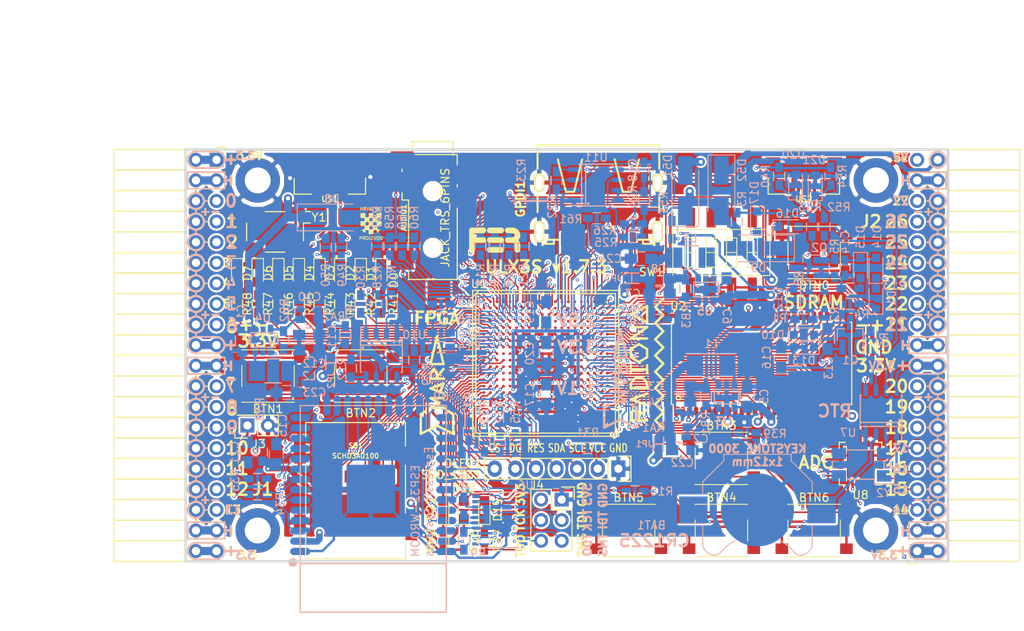
<source format=kicad_pcb>
(kicad_pcb (version 4) (host pcbnew 4.0.7+dfsg1-1)
  (layers (0 F.Cu signal) (1 In1.Cu signal) (2 In2.Cu signal) (31 B.Cu signal) (34 B.Paste user) (35 F.Paste user) (36 B.SilkS user) (37 F.SilkS user) (38 B.Mask user) (39 F.Mask user) (44 Edge.Cuts user))
  (net 0 "")
  (net 1 GND)
  (net 2 +5V)
  (net 3 /gpio/IN5V)
  (net 4 /gpio/OUT5V)
  (net 5 +3V3)
  (net 6 BTN_D)
  (net 7 BTN_F1)
  (net 8 BTN_F2)
  (net 9 BTN_L)
  (net 10 BTN_R)
  (net 11 BTN_U)
  (net 12 /power/FB1)
  (net 13 +2V5)
  (net 14 /power/PWREN)
  (net 15 /power/FB3)
  (net 16 /power/FB2)
  (net 17 "Net-(D9-Pad1)")
  (net 18 /power/VBAT)
  (net 19 JTAG_TDI)
  (net 20 JTAG_TCK)
  (net 21 JTAG_TMS)
  (net 22 JTAG_TDO)
  (net 23 /power/WAKEUPn)
  (net 24 /power/WKUP)
  (net 25 /power/SHUT)
  (net 26 /power/WAKE)
  (net 27 /power/HOLD)
  (net 28 /power/WKn)
  (net 29 /power/OSCI_32k)
  (net 30 /power/OSCO_32k)
  (net 31 "Net-(Q2-Pad3)")
  (net 32 SHUTDOWN)
  (net 33 /analog/AUDIO_L)
  (net 34 /analog/AUDIO_R)
  (net 35 GPDI_5V_SCL)
  (net 36 GPDI_5V_SDA)
  (net 37 GPDI_SDA)
  (net 38 GPDI_SCL)
  (net 39 /gpdi/VREF2)
  (net 40 SD_CMD)
  (net 41 SD_CLK)
  (net 42 SD_D0)
  (net 43 SD_D1)
  (net 44 USB5V)
  (net 45 GPDI_CEC)
  (net 46 nRESET)
  (net 47 FTDI_nDTR)
  (net 48 SDRAM_CKE)
  (net 49 SDRAM_A7)
  (net 50 SDRAM_D15)
  (net 51 SDRAM_BA1)
  (net 52 SDRAM_D7)
  (net 53 SDRAM_A6)
  (net 54 SDRAM_CLK)
  (net 55 SDRAM_D13)
  (net 56 SDRAM_BA0)
  (net 57 SDRAM_D6)
  (net 58 SDRAM_A5)
  (net 59 SDRAM_D14)
  (net 60 SDRAM_A11)
  (net 61 SDRAM_D12)
  (net 62 SDRAM_D5)
  (net 63 SDRAM_A4)
  (net 64 SDRAM_A10)
  (net 65 SDRAM_D11)
  (net 66 SDRAM_A3)
  (net 67 SDRAM_D4)
  (net 68 SDRAM_D10)
  (net 69 SDRAM_D9)
  (net 70 SDRAM_A9)
  (net 71 SDRAM_D3)
  (net 72 SDRAM_D8)
  (net 73 SDRAM_A8)
  (net 74 SDRAM_A2)
  (net 75 SDRAM_A1)
  (net 76 SDRAM_A0)
  (net 77 SDRAM_D2)
  (net 78 SDRAM_D1)
  (net 79 SDRAM_D0)
  (net 80 SDRAM_DQM0)
  (net 81 SDRAM_nCS)
  (net 82 SDRAM_nRAS)
  (net 83 SDRAM_DQM1)
  (net 84 SDRAM_nCAS)
  (net 85 SDRAM_nWE)
  (net 86 /flash/FLASH_nWP)
  (net 87 /flash/FLASH_nHOLD)
  (net 88 /flash/FLASH_MOSI)
  (net 89 /flash/FLASH_MISO)
  (net 90 /flash/FLASH_SCK)
  (net 91 /flash/FLASH_nCS)
  (net 92 /flash/FPGA_PROGRAMN)
  (net 93 /flash/FPGA_DONE)
  (net 94 /flash/FPGA_INITN)
  (net 95 OLED_RES)
  (net 96 OLED_DC)
  (net 97 OLED_CS)
  (net 98 WIFI_EN)
  (net 99 FTDI_nRTS)
  (net 100 FTDI_TXD)
  (net 101 FTDI_RXD)
  (net 102 WIFI_RXD)
  (net 103 WIFI_GPIO0)
  (net 104 WIFI_TXD)
  (net 105 GPDI_ETH-)
  (net 106 GPDI_ETH+)
  (net 107 GPDI_D2+)
  (net 108 GPDI_D2-)
  (net 109 GPDI_D1+)
  (net 110 GPDI_D1-)
  (net 111 GPDI_D0+)
  (net 112 GPDI_D0-)
  (net 113 GPDI_CLK+)
  (net 114 GPDI_CLK-)
  (net 115 USB_FTDI_D+)
  (net 116 USB_FTDI_D-)
  (net 117 J1_17-)
  (net 118 J1_17+)
  (net 119 J1_23-)
  (net 120 J1_23+)
  (net 121 J1_25-)
  (net 122 J1_25+)
  (net 123 J1_27-)
  (net 124 J1_27+)
  (net 125 J1_29-)
  (net 126 J1_29+)
  (net 127 J1_31-)
  (net 128 J1_31+)
  (net 129 J1_33-)
  (net 130 J1_33+)
  (net 131 J1_35-)
  (net 132 J1_35+)
  (net 133 J2_5-)
  (net 134 J2_5+)
  (net 135 J2_7-)
  (net 136 J2_7+)
  (net 137 J2_9-)
  (net 138 J2_9+)
  (net 139 J2_13-)
  (net 140 J2_13+)
  (net 141 J2_17-)
  (net 142 J2_17+)
  (net 143 J2_11-)
  (net 144 J2_11+)
  (net 145 J2_23-)
  (net 146 J2_23+)
  (net 147 J1_5-)
  (net 148 J1_5+)
  (net 149 J1_7-)
  (net 150 J1_7+)
  (net 151 J1_9-)
  (net 152 J1_9+)
  (net 153 J1_11-)
  (net 154 J1_11+)
  (net 155 J1_13-)
  (net 156 J1_13+)
  (net 157 J1_15-)
  (net 158 J1_15+)
  (net 159 J2_15-)
  (net 160 J2_15+)
  (net 161 J2_25-)
  (net 162 J2_25+)
  (net 163 J2_27-)
  (net 164 J2_27+)
  (net 165 J2_29-)
  (net 166 J2_29+)
  (net 167 J2_31-)
  (net 168 J2_31+)
  (net 169 J2_33-)
  (net 170 J2_33+)
  (net 171 J2_35-)
  (net 172 J2_35+)
  (net 173 SD_D3)
  (net 174 AUDIO_L3)
  (net 175 AUDIO_L2)
  (net 176 AUDIO_L1)
  (net 177 AUDIO_L0)
  (net 178 AUDIO_R3)
  (net 179 AUDIO_R2)
  (net 180 AUDIO_R1)
  (net 181 AUDIO_R0)
  (net 182 OLED_CLK)
  (net 183 OLED_MOSI)
  (net 184 LED0)
  (net 185 LED1)
  (net 186 LED2)
  (net 187 LED3)
  (net 188 LED4)
  (net 189 LED5)
  (net 190 LED6)
  (net 191 LED7)
  (net 192 BTN_PWRn)
  (net 193 FTDI_nTXLED)
  (net 194 FTDI_nSLEEP)
  (net 195 /blinkey/LED_PWREN)
  (net 196 /blinkey/LED_TXLED)
  (net 197 FT3V3)
  (net 198 /sdcard/SD3V3)
  (net 199 SD_D2)
  (net 200 CLK_25MHz)
  (net 201 /blinkey/BTNPUL)
  (net 202 /blinkey/BTNPUR)
  (net 203 USB_FPGA_D+)
  (net 204 /power/FTDI_nSUSPEND)
  (net 205 /blinkey/ALED0)
  (net 206 /blinkey/ALED1)
  (net 207 /blinkey/ALED2)
  (net 208 /blinkey/ALED3)
  (net 209 /blinkey/ALED4)
  (net 210 /blinkey/ALED5)
  (net 211 /blinkey/ALED6)
  (net 212 /blinkey/ALED7)
  (net 213 /usb/FTD-)
  (net 214 /usb/FTD+)
  (net 215 ADC_MISO)
  (net 216 ADC_MOSI)
  (net 217 ADC_CSn)
  (net 218 ADC_SCLK)
  (net 219 SW3)
  (net 220 SW2)
  (net 221 SW1)
  (net 222 USB_FPGA_D-)
  (net 223 /usb/FPD+)
  (net 224 /usb/FPD-)
  (net 225 WIFI_GPIO16)
  (net 226 WIFI_GPIO15)
  (net 227 /usb/ANT_433MHz)
  (net 228 /power/PWRBTn)
  (net 229 PROG_DONE)
  (net 230 /power/P3V3)
  (net 231 /power/P2V5)
  (net 232 /power/L1)
  (net 233 /power/L3)
  (net 234 /power/L2)
  (net 235 FTDI_TXDEN)
  (net 236 /wifi/WIFIOFF)
  (net 237 SDRAM_A12)
  (net 238 /analog/AUDIO_V)
  (net 239 AUDIO_V3)
  (net 240 AUDIO_V2)
  (net 241 AUDIO_V1)
  (net 242 AUDIO_V0)
  (net 243 /gpdi/FPGA_CEC)
  (net 244 /blinkey/LED_WIFI)
  (net 245 WIFI_GPIO2)
  (net 246 /power/P1V1)
  (net 247 +1V1)
  (net 248 SW4)
  (net 249 /blinkey/SWPU)
  (module Socket_Strips:Socket_Strip_Angled_2x20 (layer F.Cu) (at 97.91 62.69 270)
    (fp_text reference J1 (at 40.64 -5.715 360) (layer F.SilkS) (effects (font (size 1.5 1.5) (thickness 0.3))))
    (fp_text value CONN_02X20 hide)
    (pad 1 thru_hole rect (at 0 0 270) (size 1.7272 1.7272) (drill 1.016) (layers *.Cu *.Mask) (net 5 +3V3))
    (pad 2 thru_hole oval (at 0 2.54 270) (size 1.7272 1.7272) (drill 1.016) (layers *.Cu *.Mask) (net 5 +3V3))
    (pad 3 thru_hole oval (at 2.54 0 270) (size 1.7272 1.7272) (drill 1.016) (layers *.Cu *.Mask) (net 1 GND))
    (pad 4 thru_hole oval (at 2.54 2.54 270) (size 1.7272 1.7272) (drill 1.016) (layers *.Cu *.Mask) (net 1 GND))
    (pad 5 thru_hole oval (at 5.08 0 270) (size 1.7272 1.7272) (drill 1.016) (layers *.Cu *.Mask) (net 147 J1_5-))
    (pad 6 thru_hole oval (at 5.08 2.54 270) (size 1.7272 1.7272) (drill 1.016) (layers *.Cu *.Mask) (net 148 J1_5+))
    (pad 7 thru_hole oval (at 7.62 0 270) (size 1.7272 1.7272) (drill 1.016) (layers *.Cu *.Mask) (net 149 J1_7-))
    (pad 8 thru_hole oval (at 7.62 2.54 270) (size 1.7272 1.7272) (drill 1.016) (layers *.Cu *.Mask) (net 150 J1_7+))
    (pad 9 thru_hole oval (at 10.16 0 270) (size 1.7272 1.7272) (drill 1.016) (layers *.Cu *.Mask) (net 151 J1_9-))
    (pad 10 thru_hole oval (at 10.16 2.54 270) (size 1.7272 1.7272) (drill 1.016) (layers *.Cu *.Mask) (net 152 J1_9+))
    (pad 11 thru_hole oval (at 12.7 0 270) (size 1.7272 1.7272) (drill 1.016) (layers *.Cu *.Mask) (net 153 J1_11-))
    (pad 12 thru_hole oval (at 12.7 2.54 270) (size 1.7272 1.7272) (drill 1.016) (layers *.Cu *.Mask) (net 154 J1_11+))
    (pad 13 thru_hole oval (at 15.24 0 270) (size 1.7272 1.7272) (drill 1.016) (layers *.Cu *.Mask) (net 155 J1_13-))
    (pad 14 thru_hole oval (at 15.24 2.54 270) (size 1.7272 1.7272) (drill 1.016) (layers *.Cu *.Mask) (net 156 J1_13+))
    (pad 15 thru_hole oval (at 17.78 0 270) (size 1.7272 1.7272) (drill 1.016) (layers *.Cu *.Mask) (net 157 J1_15-))
    (pad 16 thru_hole oval (at 17.78 2.54 270) (size 1.7272 1.7272) (drill 1.016) (layers *.Cu *.Mask) (net 158 J1_15+))
    (pad 17 thru_hole oval (at 20.32 0 270) (size 1.7272 1.7272) (drill 1.016) (layers *.Cu *.Mask) (net 117 J1_17-))
    (pad 18 thru_hole oval (at 20.32 2.54 270) (size 1.7272 1.7272) (drill 1.016) (layers *.Cu *.Mask) (net 118 J1_17+))
    (pad 19 thru_hole oval (at 22.86 0 270) (size 1.7272 1.7272) (drill 1.016) (layers *.Cu *.Mask) (net 5 +3V3))
    (pad 20 thru_hole oval (at 22.86 2.54 270) (size 1.7272 1.7272) (drill 1.016) (layers *.Cu *.Mask) (net 5 +3V3))
    (pad 21 thru_hole oval (at 25.4 0 270) (size 1.7272 1.7272) (drill 1.016) (layers *.Cu *.Mask) (net 1 GND))
    (pad 22 thru_hole oval (at 25.4 2.54 270) (size 1.7272 1.7272) (drill 1.016) (layers *.Cu *.Mask) (net 1 GND))
    (pad 23 thru_hole oval (at 27.94 0 270) (size 1.7272 1.7272) (drill 1.016) (layers *.Cu *.Mask) (net 119 J1_23-))
    (pad 24 thru_hole oval (at 27.94 2.54 270) (size 1.7272 1.7272) (drill 1.016) (layers *.Cu *.Mask) (net 120 J1_23+))
    (pad 25 thru_hole oval (at 30.48 0 270) (size 1.7272 1.7272) (drill 1.016) (layers *.Cu *.Mask) (net 121 J1_25-))
    (pad 26 thru_hole oval (at 30.48 2.54 270) (size 1.7272 1.7272) (drill 1.016) (layers *.Cu *.Mask) (net 122 J1_25+))
    (pad 27 thru_hole oval (at 33.02 0 270) (size 1.7272 1.7272) (drill 1.016) (layers *.Cu *.Mask) (net 123 J1_27-))
    (pad 28 thru_hole oval (at 33.02 2.54 270) (size 1.7272 1.7272) (drill 1.016) (layers *.Cu *.Mask) (net 124 J1_27+))
    (pad 29 thru_hole oval (at 35.56 0 270) (size 1.7272 1.7272) (drill 1.016) (layers *.Cu *.Mask) (net 125 J1_29-))
    (pad 30 thru_hole oval (at 35.56 2.54 270) (size 1.7272 1.7272) (drill 1.016) (layers *.Cu *.Mask) (net 126 J1_29+))
    (pad 31 thru_hole oval (at 38.1 0 270) (size 1.7272 1.7272) (drill 1.016) (layers *.Cu *.Mask) (net 127 J1_31-))
    (pad 32 thru_hole oval (at 38.1 2.54 270) (size 1.7272 1.7272) (drill 1.016) (layers *.Cu *.Mask) (net 128 J1_31+))
    (pad 33 thru_hole oval (at 40.64 0 270) (size 1.7272 1.7272) (drill 1.016) (layers *.Cu *.Mask) (net 129 J1_33-))
    (pad 34 thru_hole oval (at 40.64 2.54 270) (size 1.7272 1.7272) (drill 1.016) (layers *.Cu *.Mask) (net 130 J1_33+))
    (pad 35 thru_hole oval (at 43.18 0 270) (size 1.7272 1.7272) (drill 1.016) (layers *.Cu *.Mask) (net 131 J1_35-))
    (pad 36 thru_hole oval (at 43.18 2.54 270) (size 1.7272 1.7272) (drill 1.016) (layers *.Cu *.Mask) (net 132 J1_35+))
    (pad 37 thru_hole oval (at 45.72 0 270) (size 1.7272 1.7272) (drill 1.016) (layers *.Cu *.Mask) (net 1 GND))
    (pad 38 thru_hole oval (at 45.72 2.54 270) (size 1.7272 1.7272) (drill 1.016) (layers *.Cu *.Mask) (net 1 GND))
    (pad 39 thru_hole oval (at 48.26 0 270) (size 1.7272 1.7272) (drill 1.016) (layers *.Cu *.Mask) (net 5 +3V3))
    (pad 40 thru_hole oval (at 48.26 2.54 270) (size 1.7272 1.7272) (drill 1.016) (layers *.Cu *.Mask) (net 5 +3V3))
  )
  (module SMD_Packages:1Pin (layer F.Cu) (at 182.67515 111.637626)
    (fp_text reference AE1 hide)
    (fp_text value 433MHz hide)
    (pad 1 smd rect (at 0 0) (size 0.5 0.5) (layers B.Cu F.Paste F.Mask) (net 227 /usb/ANT_433MHz))
  )
  (module Resistors_SMD:R_0603_HandSoldering (layer B.Cu) (at 103.498 98.758 90)
    (fp_text reference R38 (at 5.334 -0.254 90) (layer B.SilkS) (effects (justify mirror)))
    (fp_text value 0.47)
    (pad 1 smd rect (at -1.1 0 90) (size 1.2 0.9) (layers B.Cu B.Paste B.Mask) (net 198 /sdcard/SD3V3))
    (pad 2 smd rect (at 1.1 0 90) (size 1.2 0.9) (layers B.Cu B.Paste B.Mask) (net 5 +3V3))
  )
  (module jumper:SOLDER-JUMPER_1-WAY (layer B.Cu) (at 152.393 97.742 270)
    (fp_text reference JP1 (at 0 1.778 360) (layer B.SilkS) (effects (font (size 0.762 0.762) (thickness 0.1524)) (justify mirror)))
    (fp_text value 1.2 hide)
    (pad 1 smd rect (at -0.6 0 270) (size 1 1) (layers B.Cu B.Paste B.Mask) (net 246 /power/P1V1))
    (pad 2 smd rect (at 0.6 0 270) (size 1 1) (layers B.Cu B.Paste B.Mask) (net 247 +1V1))
  )
  (module Diodes_SMD:D_SMA_Handsoldering (layer B.Cu) (at 155.695 66.5 90)
    (fp_text reference D51 (at 3.048 -2.159 90) (layer B.SilkS) (effects (justify mirror)))
    (fp_text value STPS2L30AF hide)
    (pad 1 smd rect (at -2.5 0 90) (size 3.5 1.8) (layers B.Cu B.Paste B.Mask) (net 2 +5V))
    (pad 2 smd rect (at 2.5 0 90) (size 3.5 1.8) (layers B.Cu B.Paste B.Mask) (net 3 /gpio/IN5V))
  )
  (module Resistors_SMD:R_0603_HandSoldering (layer B.Cu) (at 154.044 71.326 90)
    (fp_text reference R51 (at 3.302 -1.016 90) (layer B.SilkS) (effects (justify mirror)))
    (fp_text value 150)
    (pad 1 smd rect (at -1.1 0 90) (size 1.2 0.9) (layers B.Cu B.Paste B.Mask) (net 5 +3V3))
    (pad 2 smd rect (at 1.1 0 90) (size 1.2 0.9) (layers B.Cu B.Paste B.Mask) (net 249 /blinkey/SWPU))
  )
  (module Resistors_SMD:R_1210_HandSoldering (layer B.Cu) (at 158.87 88.09 180)
    (fp_text reference L1 (at 0 2.7 180) (layer B.SilkS) (effects (justify mirror)))
    (fp_text value 2.2uH)
    (pad 1 smd rect (at -2 0 180) (size 2 2.5) (layers B.Cu B.Paste B.Mask) (net 232 /power/L1))
    (pad 2 smd rect (at 2 0 180) (size 2 2.5) (layers B.Cu B.Paste B.Mask) (net 246 /power/P1V1))
  )
  (module TSOT-25:TSOT-25 (layer B.Cu) (at 160.775 91.9)
    (fp_text reference U3 (at -0.381 3.048) (layer B.SilkS) (effects (font (thickness 0.2)) (justify mirror)))
    (fp_text value DIO6015)
    (pad 1 smd rect (at -0.95 -1.3) (size 0.7 1.2) (layers B.Cu B.Paste B.Mask) (net 14 /power/PWREN))
    (pad 2 smd rect (at 0 -1.3) (size 0.7 1.2) (layers B.Cu B.Paste B.Mask) (net 1 GND))
    (pad 3 smd rect (at 0.95 -1.3) (size 0.7 1.2) (layers B.Cu B.Paste B.Mask) (net 232 /power/L1))
    (pad 4 smd rect (at 0.95 1.3) (size 0.7 1.2) (layers B.Cu B.Paste B.Mask) (net 2 +5V))
    (pad 5 smd rect (at -0.95 1.3) (size 0.7 1.2) (layers B.Cu B.Paste B.Mask) (net 12 /power/FB1))
  )
  (module Resistors_SMD:R_1210_HandSoldering (layer B.Cu) (at 104.895 88.725)
    (fp_text reference L2 (at 4.445 0.635) (layer B.SilkS) (effects (justify mirror)))
    (fp_text value 2.2uH)
    (pad 1 smd rect (at -2 0) (size 2 2.5) (layers B.Cu B.Paste B.Mask) (net 234 /power/L2))
    (pad 2 smd rect (at 2 0) (size 2 2.5) (layers B.Cu B.Paste B.Mask) (net 231 /power/P2V5))
  )
  (module TSOT-25:TSOT-25 (layer B.Cu) (at 103.625 84.915 180)
    (fp_text reference U4 (at 0 2.697 180) (layer B.SilkS) (effects (font (thickness 0.2)) (justify mirror)))
    (fp_text value LX7172)
    (pad 1 smd rect (at -0.95 -1.3 180) (size 0.7 1.2) (layers B.Cu B.Paste B.Mask) (net 14 /power/PWREN))
    (pad 2 smd rect (at 0 -1.3 180) (size 0.7 1.2) (layers B.Cu B.Paste B.Mask) (net 1 GND))
    (pad 3 smd rect (at 0.95 -1.3 180) (size 0.7 1.2) (layers B.Cu B.Paste B.Mask) (net 234 /power/L2))
    (pad 4 smd rect (at 0.95 1.3 180) (size 0.7 1.2) (layers B.Cu B.Paste B.Mask) (net 2 +5V))
    (pad 5 smd rect (at -0.95 1.3 180) (size 0.7 1.2) (layers B.Cu B.Paste B.Mask) (net 16 /power/FB2))
  )
  (module Resistors_SMD:R_1210_HandSoldering (layer B.Cu) (at 156.33 74.755 180)
    (fp_text reference L3 (at 0 2.413 180) (layer B.SilkS) (effects (justify mirror)))
    (fp_text value 2.2uH)
    (pad 1 smd rect (at -2 0 180) (size 2 2.5) (layers B.Cu B.Paste B.Mask) (net 233 /power/L3))
    (pad 2 smd rect (at 2 0 180) (size 2 2.5) (layers B.Cu B.Paste B.Mask) (net 230 /power/P3V3))
  )
  (module TSOT-25:TSOT-25 (layer B.Cu) (at 158.235 78.692)
    (fp_text reference U5 (at -0.127 2.667) (layer B.SilkS) (effects (font (thickness 0.2)) (justify mirror)))
    (fp_text value TLV62569DBV)
    (pad 1 smd rect (at -0.95 -1.3) (size 0.7 1.2) (layers B.Cu B.Paste B.Mask) (net 14 /power/PWREN))
    (pad 2 smd rect (at 0 -1.3) (size 0.7 1.2) (layers B.Cu B.Paste B.Mask) (net 1 GND))
    (pad 3 smd rect (at 0.95 -1.3) (size 0.7 1.2) (layers B.Cu B.Paste B.Mask) (net 233 /power/L3))
    (pad 4 smd rect (at 0.95 1.3) (size 0.7 1.2) (layers B.Cu B.Paste B.Mask) (net 2 +5V))
    (pad 5 smd rect (at -0.95 1.3) (size 0.7 1.2) (layers B.Cu B.Paste B.Mask) (net 15 /power/FB3))
  )
  (module Capacitors_SMD:C_0805_HandSoldering (layer B.Cu) (at 101.085 84.915 270)
    (fp_text reference C1 (at -3.429 0.127 270) (layer B.SilkS) (effects (justify mirror)))
    (fp_text value 22uF)
    (pad 1 smd rect (at -1.25 0 270) (size 1.5 1.25) (layers B.Cu B.Paste B.Mask) (net 2 +5V))
    (pad 2 smd rect (at 1.25 0 270) (size 1.5 1.25) (layers B.Cu B.Paste B.Mask) (net 1 GND))
  )
  (module Capacitors_SMD:C_0805_HandSoldering (layer B.Cu) (at 155.06 90.63)
    (fp_text reference C3 (at -3.048 0) (layer B.SilkS) (effects (justify mirror)))
    (fp_text value 22uF)
    (pad 1 smd rect (at -1.25 0) (size 1.5 1.25) (layers B.Cu B.Paste B.Mask) (net 246 /power/P1V1))
    (pad 2 smd rect (at 1.25 0) (size 1.5 1.25) (layers B.Cu B.Paste B.Mask) (net 1 GND))
  )
  (module Capacitors_SMD:C_0805_HandSoldering (layer B.Cu) (at 155.06 92.535)
    (fp_text reference C4 (at -3.048 0.127) (layer B.SilkS) (effects (justify mirror)))
    (fp_text value 22uF)
    (pad 1 smd rect (at -1.25 0) (size 1.5 1.25) (layers B.Cu B.Paste B.Mask) (net 246 /power/P1V1))
    (pad 2 smd rect (at 1.25 0) (size 1.5 1.25) (layers B.Cu B.Paste B.Mask) (net 1 GND))
  )
  (module Capacitors_SMD:C_0805_HandSoldering (layer B.Cu) (at 163.315 91.9 90)
    (fp_text reference C5 (at 0 2.1 90) (layer B.SilkS) (effects (justify mirror)))
    (fp_text value 22uF)
    (pad 1 smd rect (at -1.25 0 90) (size 1.5 1.25) (layers B.Cu B.Paste B.Mask) (net 2 +5V))
    (pad 2 smd rect (at 1.25 0 90) (size 1.5 1.25) (layers B.Cu B.Paste B.Mask) (net 1 GND))
  )
  (module Capacitors_SMD:C_0805_HandSoldering (layer B.Cu) (at 152.52 79.2)
    (fp_text reference C7 (at -3.302 0) (layer B.SilkS) (effects (justify mirror)))
    (fp_text value 22uF)
    (pad 1 smd rect (at -1.25 0) (size 1.5 1.25) (layers B.Cu B.Paste B.Mask) (net 230 /power/P3V3))
    (pad 2 smd rect (at 1.25 0) (size 1.5 1.25) (layers B.Cu B.Paste B.Mask) (net 1 GND))
  )
  (module Capacitors_SMD:C_0805_HandSoldering (layer B.Cu) (at 152.52 77.295)
    (fp_text reference C8 (at -0.127 -1.143) (layer B.SilkS) (effects (justify mirror)))
    (fp_text value 22uF)
    (pad 1 smd rect (at -1.25 0) (size 1.5 1.25) (layers B.Cu B.Paste B.Mask) (net 230 /power/P3V3))
    (pad 2 smd rect (at 1.25 0) (size 1.5 1.25) (layers B.Cu B.Paste B.Mask) (net 1 GND))
  )
  (module Capacitors_SMD:C_0805_HandSoldering (layer B.Cu) (at 160.775 78.565 90)
    (fp_text reference C9 (at -3.429 0.127 90) (layer B.SilkS) (effects (justify mirror)))
    (fp_text value 22uF)
    (pad 1 smd rect (at -1.25 0 90) (size 1.5 1.25) (layers B.Cu B.Paste B.Mask) (net 2 +5V))
    (pad 2 smd rect (at 1.25 0 90) (size 1.5 1.25) (layers B.Cu B.Paste B.Mask) (net 1 GND))
  )
  (module Capacitors_SMD:C_0805_HandSoldering (layer B.Cu) (at 109.34 84.28 180)
    (fp_text reference C11 (at -2.794 -0.254 270) (layer B.SilkS) (effects (justify mirror)))
    (fp_text value 22uF)
    (pad 1 smd rect (at -1.25 0 180) (size 1.5 1.25) (layers B.Cu B.Paste B.Mask) (net 231 /power/P2V5))
    (pad 2 smd rect (at 1.25 0 180) (size 1.5 1.25) (layers B.Cu B.Paste B.Mask) (net 1 GND))
  )
  (module Capacitors_SMD:C_0805_HandSoldering (layer B.Cu) (at 109.34 86.185 180)
    (fp_text reference C12 (at -0.635 -1.615 360) (layer B.SilkS) (effects (justify mirror)))
    (fp_text value 22uF)
    (pad 1 smd rect (at -1.25 0 180) (size 1.5 1.25) (layers B.Cu B.Paste B.Mask) (net 231 /power/P2V5))
    (pad 2 smd rect (at 1.25 0 180) (size 1.5 1.25) (layers B.Cu B.Paste B.Mask) (net 1 GND))
  )
  (module Capacitors_SMD:C_0805_HandSoldering (layer B.Cu) (at 173.221 84.788 90)
    (fp_text reference C13 (at -3.556 0.127 90) (layer B.SilkS) (effects (justify mirror)))
    (fp_text value 2.2uF)
    (pad 1 smd rect (at -1.25 0 90) (size 1.5 1.25) (layers B.Cu B.Paste B.Mask) (net 2 +5V))
    (pad 2 smd rect (at 1.25 0 90) (size 1.5 1.25) (layers B.Cu B.Paste B.Mask) (net 24 /power/WKUP))
  )
  (module TO_SOT_Packages_SMD:SOT-23_Handsoldering (layer B.Cu) (at 176.015 84.28 90)
    (fp_text reference Q1 (at -3.1115 0 180) (layer B.SilkS) (effects (justify mirror)))
    (fp_text value BC857)
    (pad 1 smd rect (at -1.5 0.95 90) (size 1.9 0.8) (layers B.Cu B.Paste B.Mask) (net 28 /power/WKn))
    (pad 2 smd rect (at -1.5 -0.95 90) (size 1.9 0.8) (layers B.Cu B.Paste B.Mask) (net 2 +5V))
    (pad 3 smd rect (at 1.5 0 90) (size 1.9 0.8) (layers B.Cu B.Paste B.Mask) (net 24 /power/WKUP))
  )
  (module TO_SOT_Packages_SMD:SOT-23_Handsoldering (layer B.Cu) (at 170.935 76.025 180)
    (fp_text reference Q2 (at -1.295 2.5 180) (layer B.SilkS) (effects (justify mirror)))
    (fp_text value 2N7002)
    (pad 1 smd rect (at -1.5 0.95 180) (size 1.9 0.8) (layers B.Cu B.Paste B.Mask) (net 25 /power/SHUT))
    (pad 2 smd rect (at -1.5 -0.95 180) (size 1.9 0.8) (layers B.Cu B.Paste B.Mask) (net 1 GND))
    (pad 3 smd rect (at 1.5 0 180) (size 1.9 0.8) (layers B.Cu B.Paste B.Mask) (net 31 "Net-(Q2-Pad3)"))
  )
  (module Capacitors_SMD:C_0603_HandSoldering (layer B.Cu) (at 154.86 96.91)
    (fp_text reference C2 (at 2.74 0.197) (layer B.SilkS) (effects (justify mirror)))
    (fp_text value 470pF)
    (pad 1 smd rect (at -0.95 0) (size 1.2 0.75) (layers B.Cu B.Paste B.Mask) (net 246 /power/P1V1))
    (pad 2 smd rect (at 0.95 0) (size 1.2 0.75) (layers B.Cu B.Paste B.Mask) (net 12 /power/FB1))
  )
  (module Capacitors_SMD:C_0603_HandSoldering (layer B.Cu) (at 152.52 82.375)
    (fp_text reference C6 (at -2.794 0.127) (layer B.SilkS) (effects (justify mirror)))
    (fp_text value 470pF)
    (pad 1 smd rect (at -0.95 0) (size 1.2 0.75) (layers B.Cu B.Paste B.Mask) (net 230 /power/P3V3))
    (pad 2 smd rect (at 0.95 0) (size 1.2 0.75) (layers B.Cu B.Paste B.Mask) (net 15 /power/FB3))
  )
  (module Capacitors_SMD:C_0603_HandSoldering (layer B.Cu) (at 109.34 81.105 180)
    (fp_text reference C10 (at -0.04 1.505 180) (layer B.SilkS) (effects (justify mirror)))
    (fp_text value 470pF)
    (pad 1 smd rect (at -0.95 0 180) (size 1.2 0.75) (layers B.Cu B.Paste B.Mask) (net 231 /power/P2V5))
    (pad 2 smd rect (at 0.95 0 180) (size 1.2 0.75) (layers B.Cu B.Paste B.Mask) (net 16 /power/FB2))
  )
  (module Capacitors_SMD:C_0603_HandSoldering (layer B.Cu) (at 175.38 76.025 270)
    (fp_text reference C14 (at -3.175 0 270) (layer B.SilkS) (effects (justify mirror)))
    (fp_text value 100nF)
    (pad 1 smd rect (at -0.95 0 270) (size 1.2 0.75) (layers B.Cu B.Paste B.Mask) (net 25 /power/SHUT))
    (pad 2 smd rect (at 0.95 0 270) (size 1.2 0.75) (layers B.Cu B.Paste B.Mask) (net 1 GND))
  )
  (module Resistors_SMD:R_0603_HandSoldering (layer B.Cu) (at 170.3 82.375)
    (fp_text reference R1 (at -3.048 -0.127) (layer B.SilkS) (effects (justify mirror)))
    (fp_text value 15k)
    (pad 1 smd rect (at -1.1 0) (size 1.2 0.9) (layers B.Cu B.Paste B.Mask) (net 26 /power/WAKE))
    (pad 2 smd rect (at 1.1 0) (size 1.2 0.9) (layers B.Cu B.Paste B.Mask) (net 14 /power/PWREN))
  )
  (module Resistors_SMD:R_0603_HandSoldering (layer B.Cu) (at 172.84 79.835 90)
    (fp_text reference R2 (at -1.905 1.27 90) (layer B.SilkS) (effects (justify mirror)))
    (fp_text value 47k)
    (pad 1 smd rect (at -1.1 0 90) (size 1.2 0.9) (layers B.Cu B.Paste B.Mask) (net 14 /power/PWREN))
    (pad 2 smd rect (at 1.1 0 90) (size 1.2 0.9) (layers B.Cu B.Paste B.Mask) (net 1 GND))
  )
  (module Resistors_SMD:R_0603_HandSoldering (layer B.Cu) (at 176.015 80.47 180)
    (fp_text reference R4 (at -1.397 -1.27 360) (layer B.SilkS) (effects (justify mirror)))
    (fp_text value 15k)
    (pad 1 smd rect (at -1.1 0 180) (size 1.2 0.9) (layers B.Cu B.Paste B.Mask) (net 27 /power/HOLD))
    (pad 2 smd rect (at 1.1 0 180) (size 1.2 0.9) (layers B.Cu B.Paste B.Mask) (net 14 /power/PWREN))
  )
  (module Resistors_SMD:R_0603_HandSoldering (layer B.Cu) (at 174.11 76.025 270)
    (fp_text reference R5 (at -2.667 0 270) (layer B.SilkS) (effects (justify mirror)))
    (fp_text value 4.7M)
    (pad 1 smd rect (at -1.1 0 270) (size 1.2 0.9) (layers B.Cu B.Paste B.Mask) (net 25 /power/SHUT))
    (pad 2 smd rect (at 1.1 0 270) (size 1.2 0.9) (layers B.Cu B.Paste B.Mask) (net 1 GND))
  )
  (module Resistors_SMD:R_0603_HandSoldering (layer B.Cu) (at 178.555 84.915 270)
    (fp_text reference R6 (at 0 -1.651 270) (layer B.SilkS) (effects (justify mirror)))
    (fp_text value 1k)
    (pad 1 smd rect (at -1.1 0 270) (size 1.2 0.9) (layers B.Cu B.Paste B.Mask) (net 28 /power/WKn))
    (pad 2 smd rect (at 1.1 0 270) (size 1.2 0.9) (layers B.Cu B.Paste B.Mask) (net 23 /power/WAKEUPn))
  )
  (module Resistors_SMD:R_0603_HandSoldering (layer B.Cu) (at 113.785 84.28 270)
    (fp_text reference R7 (at -2.794 -0.635 270) (layer B.SilkS) (effects (justify mirror)))
    (fp_text value 150)
    (pad 1 smd rect (at -1.1 0 270) (size 1.2 0.9) (layers B.Cu B.Paste B.Mask) (net 5 +3V3))
    (pad 2 smd rect (at 1.1 0 270) (size 1.2 0.9) (layers B.Cu B.Paste B.Mask) (net 201 /blinkey/BTNPUL))
  )
  (module Resistors_SMD:R_0603_HandSoldering (layer B.Cu) (at 170.935 79.835 90)
    (fp_text reference R8 (at 2.54 -1.27 90) (layer B.SilkS) (effects (justify mirror)))
    (fp_text value 1k)
    (pad 1 smd rect (at -1.1 0 90) (size 1.2 0.9) (layers B.Cu B.Paste B.Mask) (net 14 /power/PWREN))
    (pad 2 smd rect (at 1.1 0 90) (size 1.2 0.9) (layers B.Cu B.Paste B.Mask) (net 31 "Net-(Q2-Pad3)"))
  )
  (module Resistors_SMD:R_0603_HandSoldering (layer B.Cu) (at 128.39 109.68 270)
    (fp_text reference R9 (at 1.524 -1.778 360) (layer B.SilkS) (effects (justify mirror)))
    (fp_text value 15k)
    (pad 1 smd rect (at -1.1 0 270) (size 1.2 0.9) (layers B.Cu B.Paste B.Mask) (net 46 nRESET))
    (pad 2 smd rect (at 1.1 0 270) (size 1.2 0.9) (layers B.Cu B.Paste B.Mask) (net 197 FT3V3))
  )
  (module Resistors_SMD:R_0603_HandSoldering (layer B.Cu) (at 149.472 103.584 180)
    (fp_text reference R10 (at -3.302 0 180) (layer B.SilkS) (effects (justify mirror)))
    (fp_text value 150)
    (pad 1 smd rect (at -1.1 0 180) (size 1.2 0.9) (layers B.Cu B.Paste B.Mask) (net 204 /power/FTDI_nSUSPEND))
    (pad 2 smd rect (at 1.1 0 180) (size 1.2 0.9) (layers B.Cu B.Paste B.Mask) (net 194 FTDI_nSLEEP))
  )
  (module Resistors_SMD:R_0603_HandSoldering (layer B.Cu) (at 176.015 78.565 180)
    (fp_text reference R13 (at -5.461 0.381 180) (layer B.SilkS) (effects (justify mirror)))
    (fp_text value 15k)
    (pad 1 smd rect (at -1.1 0 180) (size 1.2 0.9) (layers B.Cu B.Paste B.Mask) (net 32 SHUTDOWN))
    (pad 2 smd rect (at 1.1 0 180) (size 1.2 0.9) (layers B.Cu B.Paste B.Mask) (net 1 GND))
  )
  (module Resistors_SMD:R_0603_HandSoldering (layer B.Cu) (at 154.86 95.64)
    (fp_text reference RA1 (at -3.102 0.07) (layer B.SilkS) (effects (justify mirror)))
    (fp_text value 15k)
    (pad 1 smd rect (at -1.1 0) (size 1.2 0.9) (layers B.Cu B.Paste B.Mask) (net 246 /power/P1V1))
    (pad 2 smd rect (at 1.1 0) (size 1.2 0.9) (layers B.Cu B.Paste B.Mask) (net 12 /power/FB1))
  )
  (module Resistors_SMD:R_0603_HandSoldering (layer B.Cu) (at 109.34 82.375 180)
    (fp_text reference RA2 (at -3.048 0.381 360) (layer B.SilkS) (effects (justify mirror)))
    (fp_text value 15k)
    (pad 1 smd rect (at -1.1 0 180) (size 1.2 0.9) (layers B.Cu B.Paste B.Mask) (net 231 /power/P2V5))
    (pad 2 smd rect (at 1.1 0 180) (size 1.2 0.9) (layers B.Cu B.Paste B.Mask) (net 16 /power/FB2))
  )
  (module Resistors_SMD:R_0603_HandSoldering (layer B.Cu) (at 152.52 81.105)
    (fp_text reference RA3 (at -3.302 -0.127) (layer B.SilkS) (effects (justify mirror)))
    (fp_text value 15k)
    (pad 1 smd rect (at -1.1 0) (size 1.2 0.9) (layers B.Cu B.Paste B.Mask) (net 230 /power/P3V3))
    (pad 2 smd rect (at 1.1 0) (size 1.2 0.9) (layers B.Cu B.Paste B.Mask) (net 15 /power/FB3))
  )
  (module Resistors_SMD:R_0603_HandSoldering (layer B.Cu) (at 158.235 91.9 270)
    (fp_text reference RB1 (at 3.302 0 270) (layer B.SilkS) (effects (justify mirror)))
    (fp_text value 18k)
    (pad 1 smd rect (at -1.1 0 270) (size 1.2 0.9) (layers B.Cu B.Paste B.Mask) (net 1 GND))
    (pad 2 smd rect (at 1.1 0 270) (size 1.2 0.9) (layers B.Cu B.Paste B.Mask) (net 12 /power/FB1))
  )
  (module Resistors_SMD:R_0603_HandSoldering (layer B.Cu) (at 106.165 84.915 90)
    (fp_text reference RB2 (at 3.683 0.127 90) (layer B.SilkS) (effects (justify mirror)))
    (fp_text value 4.7k)
    (pad 1 smd rect (at -1.1 0 90) (size 1.2 0.9) (layers B.Cu B.Paste B.Mask) (net 1 GND))
    (pad 2 smd rect (at 1.1 0 90) (size 1.2 0.9) (layers B.Cu B.Paste B.Mask) (net 16 /power/FB2))
  )
  (module Resistors_SMD:R_0603_HandSoldering (layer B.Cu) (at 155.695 78.565 270)
    (fp_text reference RB3 (at 3.429 -0.127 270) (layer B.SilkS) (effects (justify mirror)))
    (fp_text value 3.3k)
    (pad 1 smd rect (at -1.1 0 270) (size 1.2 0.9) (layers B.Cu B.Paste B.Mask) (net 1 GND))
    (pad 2 smd rect (at 1.1 0 270) (size 1.2 0.9) (layers B.Cu B.Paste B.Mask) (net 15 /power/FB3))
  )
  (module Resistors_SMD:R_0603_HandSoldering (layer B.Cu) (at 125.596 85.804 180)
    (fp_text reference R14 (at -3.47 0.127 180) (layer B.SilkS) (effects (justify mirror)))
    (fp_text value 1.2k)
    (pad 1 smd rect (at -1.1 0 180) (size 1.2 0.9) (layers B.Cu B.Paste B.Mask) (net 174 AUDIO_L3))
    (pad 2 smd rect (at 1.1 0 180) (size 1.2 0.9) (layers B.Cu B.Paste B.Mask) (net 33 /analog/AUDIO_L))
  )
  (module Resistors_SMD:R_0603_HandSoldering (layer B.Cu) (at 125.596 84.026 180)
    (fp_text reference R15 (at -3.47 -0.001 180) (layer B.SilkS) (effects (justify mirror)))
    (fp_text value 680)
    (pad 1 smd rect (at -1.1 0 180) (size 1.2 0.9) (layers B.Cu B.Paste B.Mask) (net 175 AUDIO_L2))
    (pad 2 smd rect (at 1.1 0 180) (size 1.2 0.9) (layers B.Cu B.Paste B.Mask) (net 33 /analog/AUDIO_L))
  )
  (module Resistors_SMD:R_0603_HandSoldering (layer B.Cu) (at 125.596 82.248 180)
    (fp_text reference R16 (at -3.47 -0.127 180) (layer B.SilkS) (effects (justify mirror)))
    (fp_text value 330)
    (pad 1 smd rect (at -1.1 0 180) (size 1.2 0.9) (layers B.Cu B.Paste B.Mask) (net 176 AUDIO_L1))
    (pad 2 smd rect (at 1.1 0 180) (size 1.2 0.9) (layers B.Cu B.Paste B.Mask) (net 33 /analog/AUDIO_L))
  )
  (module Resistors_SMD:R_0603_HandSoldering (layer B.Cu) (at 125.596 80.47 180)
    (fp_text reference R17 (at -3.47 0 180) (layer B.SilkS) (effects (justify mirror)))
    (fp_text value 150)
    (pad 1 smd rect (at -1.1 0 180) (size 1.2 0.9) (layers B.Cu B.Paste B.Mask) (net 177 AUDIO_L0))
    (pad 2 smd rect (at 1.1 0 180) (size 1.2 0.9) (layers B.Cu B.Paste B.Mask) (net 33 /analog/AUDIO_L))
  )
  (module Resistors_SMD:R_0603_HandSoldering (layer B.Cu) (at 130.422 73.358 90)
    (fp_text reference R18 (at -3.556 0 90) (layer B.SilkS) (effects (justify mirror)))
    (fp_text value 1.2k)
    (pad 1 smd rect (at -1.1 0 90) (size 1.2 0.9) (layers B.Cu B.Paste B.Mask) (net 178 AUDIO_R3))
    (pad 2 smd rect (at 1.1 0 90) (size 1.2 0.9) (layers B.Cu B.Paste B.Mask) (net 34 /analog/AUDIO_R))
  )
  (module Resistors_SMD:R_0603_HandSoldering (layer B.Cu) (at 132.2 73.358 90)
    (fp_text reference R19 (at -3.556 0 90) (layer B.SilkS) (effects (justify mirror)))
    (fp_text value 680)
    (pad 1 smd rect (at -1.1 0 90) (size 1.2 0.9) (layers B.Cu B.Paste B.Mask) (net 179 AUDIO_R2))
    (pad 2 smd rect (at 1.1 0 90) (size 1.2 0.9) (layers B.Cu B.Paste B.Mask) (net 34 /analog/AUDIO_R))
  )
  (module Resistors_SMD:R_0603_HandSoldering (layer B.Cu) (at 133.978 73.358 90)
    (fp_text reference R20 (at -3.556 0 90) (layer B.SilkS) (effects (justify mirror)))
    (fp_text value 330)
    (pad 1 smd rect (at -1.1 0 90) (size 1.2 0.9) (layers B.Cu B.Paste B.Mask) (net 180 AUDIO_R1))
    (pad 2 smd rect (at 1.1 0 90) (size 1.2 0.9) (layers B.Cu B.Paste B.Mask) (net 34 /analog/AUDIO_R))
  )
  (module Resistors_SMD:R_0603_HandSoldering (layer B.Cu) (at 135.756 73.358 90)
    (fp_text reference R21 (at -3.556 0 90) (layer B.SilkS) (effects (justify mirror)))
    (fp_text value 150)
    (pad 1 smd rect (at -1.1 0 90) (size 1.2 0.9) (layers B.Cu B.Paste B.Mask) (net 181 AUDIO_R0))
    (pad 2 smd rect (at 1.1 0 90) (size 1.2 0.9) (layers B.Cu B.Paste B.Mask) (net 34 /analog/AUDIO_R))
  )
  (module Capacitors_SMD:C_0603_HandSoldering (layer B.Cu) (at 150.5896 63.96 90)
    (fp_text reference C18 (at 0 -1.3716 90) (layer B.SilkS) (effects (justify mirror)))
    (fp_text value 470pF)
    (pad 1 smd rect (at -0.95 0 90) (size 1.2 0.75) (layers B.Cu B.Paste B.Mask) (net 39 /gpdi/VREF2))
    (pad 2 smd rect (at 0.95 0 90) (size 1.2 0.75) (layers B.Cu B.Paste B.Mask) (net 1 GND))
  )
  (module Socket_Strips:Socket_Strip_Angled_2x20 (layer F.Cu) (at 184.27 110.95 90)
    (fp_text reference J2 (at 40.64 -5.715 180) (layer F.SilkS) (effects (font (size 1.5 1.5) (thickness 0.3))))
    (fp_text value CONN_02X20 hide)
    (pad 1 thru_hole rect (at 0 0 90) (size 1.7272 1.7272) (drill 1.016) (layers *.Cu *.Mask) (net 5 +3V3))
    (pad 2 thru_hole oval (at 0 2.54 90) (size 1.7272 1.7272) (drill 1.016) (layers *.Cu *.Mask) (net 5 +3V3))
    (pad 3 thru_hole oval (at 2.54 0 90) (size 1.7272 1.7272) (drill 1.016) (layers *.Cu *.Mask) (net 1 GND))
    (pad 4 thru_hole oval (at 2.54 2.54 90) (size 1.7272 1.7272) (drill 1.016) (layers *.Cu *.Mask) (net 1 GND))
    (pad 5 thru_hole oval (at 5.08 0 90) (size 1.7272 1.7272) (drill 1.016) (layers *.Cu *.Mask) (net 133 J2_5-))
    (pad 6 thru_hole oval (at 5.08 2.54 90) (size 1.7272 1.7272) (drill 1.016) (layers *.Cu *.Mask) (net 134 J2_5+))
    (pad 7 thru_hole oval (at 7.62 0 90) (size 1.7272 1.7272) (drill 1.016) (layers *.Cu *.Mask) (net 135 J2_7-))
    (pad 8 thru_hole oval (at 7.62 2.54 90) (size 1.7272 1.7272) (drill 1.016) (layers *.Cu *.Mask) (net 136 J2_7+))
    (pad 9 thru_hole oval (at 10.16 0 90) (size 1.7272 1.7272) (drill 1.016) (layers *.Cu *.Mask) (net 137 J2_9-))
    (pad 10 thru_hole oval (at 10.16 2.54 90) (size 1.7272 1.7272) (drill 1.016) (layers *.Cu *.Mask) (net 138 J2_9+))
    (pad 11 thru_hole oval (at 12.7 0 90) (size 1.7272 1.7272) (drill 1.016) (layers *.Cu *.Mask) (net 143 J2_11-))
    (pad 12 thru_hole oval (at 12.7 2.54 90) (size 1.7272 1.7272) (drill 1.016) (layers *.Cu *.Mask) (net 144 J2_11+))
    (pad 13 thru_hole oval (at 15.24 0 90) (size 1.7272 1.7272) (drill 1.016) (layers *.Cu *.Mask) (net 139 J2_13-))
    (pad 14 thru_hole oval (at 15.24 2.54 90) (size 1.7272 1.7272) (drill 1.016) (layers *.Cu *.Mask) (net 140 J2_13+))
    (pad 15 thru_hole oval (at 17.78 0 90) (size 1.7272 1.7272) (drill 1.016) (layers *.Cu *.Mask) (net 159 J2_15-))
    (pad 16 thru_hole oval (at 17.78 2.54 90) (size 1.7272 1.7272) (drill 1.016) (layers *.Cu *.Mask) (net 160 J2_15+))
    (pad 17 thru_hole oval (at 20.32 0 90) (size 1.7272 1.7272) (drill 1.016) (layers *.Cu *.Mask) (net 141 J2_17-))
    (pad 18 thru_hole oval (at 20.32 2.54 90) (size 1.7272 1.7272) (drill 1.016) (layers *.Cu *.Mask) (net 142 J2_17+))
    (pad 19 thru_hole oval (at 22.86 0 90) (size 1.7272 1.7272) (drill 1.016) (layers *.Cu *.Mask) (net 5 +3V3))
    (pad 20 thru_hole oval (at 22.86 2.54 90) (size 1.7272 1.7272) (drill 1.016) (layers *.Cu *.Mask) (net 5 +3V3))
    (pad 21 thru_hole oval (at 25.4 0 90) (size 1.7272 1.7272) (drill 1.016) (layers *.Cu *.Mask) (net 1 GND))
    (pad 22 thru_hole oval (at 25.4 2.54 90) (size 1.7272 1.7272) (drill 1.016) (layers *.Cu *.Mask) (net 1 GND))
    (pad 23 thru_hole oval (at 27.94 0 90) (size 1.7272 1.7272) (drill 1.016) (layers *.Cu *.Mask) (net 145 J2_23-))
    (pad 24 thru_hole oval (at 27.94 2.54 90) (size 1.7272 1.7272) (drill 1.016) (layers *.Cu *.Mask) (net 146 J2_23+))
    (pad 25 thru_hole oval (at 30.48 0 90) (size 1.7272 1.7272) (drill 1.016) (layers *.Cu *.Mask) (net 161 J2_25-))
    (pad 26 thru_hole oval (at 30.48 2.54 90) (size 1.7272 1.7272) (drill 1.016) (layers *.Cu *.Mask) (net 162 J2_25+))
    (pad 27 thru_hole oval (at 33.02 0 90) (size 1.7272 1.7272) (drill 1.016) (layers *.Cu *.Mask) (net 163 J2_27-))
    (pad 28 thru_hole oval (at 33.02 2.54 90) (size 1.7272 1.7272) (drill 1.016) (layers *.Cu *.Mask) (net 164 J2_27+))
    (pad 29 thru_hole oval (at 35.56 0 90) (size 1.7272 1.7272) (drill 1.016) (layers *.Cu *.Mask) (net 165 J2_29-))
    (pad 30 thru_hole oval (at 35.56 2.54 90) (size 1.7272 1.7272) (drill 1.016) (layers *.Cu *.Mask) (net 166 J2_29+))
    (pad 31 thru_hole oval (at 38.1 0 90) (size 1.7272 1.7272) (drill 1.016) (layers *.Cu *.Mask) (net 167 J2_31-))
    (pad 32 thru_hole oval (at 38.1 2.54 90) (size 1.7272 1.7272) (drill 1.016) (layers *.Cu *.Mask) (net 168 J2_31+))
    (pad 33 thru_hole oval (at 40.64 0 90) (size 1.7272 1.7272) (drill 1.016) (layers *.Cu *.Mask) (net 169 J2_33-))
    (pad 34 thru_hole oval (at 40.64 2.54 90) (size 1.7272 1.7272) (drill 1.016) (layers *.Cu *.Mask) (net 170 J2_33+))
    (pad 35 thru_hole oval (at 43.18 0 90) (size 1.7272 1.7272) (drill 1.016) (layers *.Cu *.Mask) (net 171 J2_35-))
    (pad 36 thru_hole oval (at 43.18 2.54 90) (size 1.7272 1.7272) (drill 1.016) (layers *.Cu *.Mask) (net 172 J2_35+))
    (pad 37 thru_hole oval (at 45.72 0 90) (size 1.7272 1.7272) (drill 1.016) (layers *.Cu *.Mask) (net 1 GND))
    (pad 38 thru_hole oval (at 45.72 2.54 90) (size 1.7272 1.7272) (drill 1.016) (layers *.Cu *.Mask) (net 1 GND))
    (pad 39 thru_hole oval (at 48.26 0 90) (size 1.7272 1.7272) (drill 1.016) (layers *.Cu *.Mask) (net 3 /gpio/IN5V))
    (pad 40 thru_hole oval (at 48.26 2.54 90) (size 1.7272 1.7272) (drill 1.016) (layers *.Cu *.Mask) (net 4 /gpio/OUT5V))
  )
  (module Mounting_Holes:MountingHole_3.2mm_M3_ISO14580_Pad (layer F.Cu) (at 102.99 108.41)
    (fp_text reference H1 hide)
    (fp_text value HOLE hide)
    (pad 1 thru_hole circle (at 0 0) (size 5.5 5.5) (drill 3.2) (layers *.Cu *.Mask) (net 1 GND))
  )
  (module Mounting_Holes:MountingHole_3.2mm_M3_ISO14580_Pad (layer F.Cu) (at 179.19 108.41)
    (fp_text reference H2 hide)
    (fp_text value HOLE hide)
    (pad 1 thru_hole circle (at 0 0) (size 5.5 5.5) (drill 3.2) (layers *.Cu *.Mask) (net 1 GND))
  )
  (module Mounting_Holes:MountingHole_3.2mm_M3_ISO14580_Pad (layer F.Cu) (at 179.19 65.23)
    (fp_text reference H3 hide)
    (fp_text value HOLE hide)
    (pad 1 thru_hole circle (at 0 0) (size 5.5 5.5) (drill 3.2) (layers *.Cu *.Mask) (net 1 GND))
  )
  (module Mounting_Holes:MountingHole_3.2mm_M3_ISO14580_Pad (layer F.Cu) (at 102.99 65.23)
    (fp_text reference H4 hide)
    (fp_text value HOLE hide)
    (pad 1 thru_hole circle (at 0 0) (size 5.5 5.5) (drill 3.2) (layers *.Cu *.Mask) (net 1 GND))
  )
  (module Resistors_SMD:R_0603_HandSoldering (layer B.Cu) (at 162.045 70.31 90)
    (fp_text reference R3 (at 2.794 0.635 90) (layer B.SilkS) (effects (justify mirror)))
    (fp_text value 4.7k)
    (pad 1 smd rect (at -1.1 0 90) (size 1.2 0.9) (layers B.Cu B.Paste B.Mask) (net 2 +5V))
    (pad 2 smd rect (at 1.1 0 90) (size 1.2 0.9) (layers B.Cu B.Paste B.Mask) (net 228 /power/PWRBTn))
  )
  (module Resistors_SMD:R_0603_HandSoldering (layer B.Cu) (at 139.82 65.23 90)
    (fp_text reference R22 (at -3.27 -0.54 90) (layer B.SilkS) (effects (justify mirror)))
    (fp_text value 2.2k)
    (pad 1 smd rect (at -1.1 0 90) (size 1.2 0.9) (layers B.Cu B.Paste B.Mask) (net 5 +3V3))
    (pad 2 smd rect (at 1.1 0 90) (size 1.2 0.9) (layers B.Cu B.Paste B.Mask) (net 37 GPDI_SDA))
  )
  (module Resistors_SMD:R_0603_HandSoldering (layer B.Cu) (at 135.375 67.432 90)
    (fp_text reference R23 (at 3.472 0.127 90) (layer B.SilkS) (effects (justify mirror)))
    (fp_text value 2.2k)
    (pad 1 smd rect (at -1.1 0 90) (size 1.2 0.9) (layers B.Cu B.Paste B.Mask) (net 5 +3V3))
    (pad 2 smd rect (at 1.1 0 90) (size 1.2 0.9) (layers B.Cu B.Paste B.Mask) (net 38 GPDI_SCL))
  )
  (module Resistors_SMD:R_0603_HandSoldering (layer B.Cu) (at 150.615 67.77 90)
    (fp_text reference R24 (at 0.508 -1.397 90) (layer B.SilkS) (effects (justify mirror)))
    (fp_text value 100k)
    (pad 1 smd rect (at -1.1 0 90) (size 1.2 0.9) (layers B.Cu B.Paste B.Mask) (net 2 +5V))
    (pad 2 smd rect (at 1.1 0 90) (size 1.2 0.9) (layers B.Cu B.Paste B.Mask) (net 39 /gpdi/VREF2))
  )
  (module Resistors_SMD:R_0603_HandSoldering (layer B.Cu) (at 149.175 72.215 180)
    (fp_text reference R25 (at 3.259 -0.685 180) (layer B.SilkS) (effects (justify mirror)))
    (fp_text value 470)
    (pad 1 smd rect (at -1.1 0 180) (size 1.2 0.9) (layers B.Cu B.Paste B.Mask) (net 2 +5V))
    (pad 2 smd rect (at 1.1 0 180) (size 1.2 0.9) (layers B.Cu B.Paste B.Mask) (net 35 GPDI_5V_SCL))
  )
  (module Resistors_SMD:R_0603_HandSoldering (layer B.Cu) (at 149.28 70.6 180)
    (fp_text reference R26 (at 3.5 -0.8 180) (layer B.SilkS) (effects (justify mirror)))
    (fp_text value 470)
    (pad 1 smd rect (at -1.1 0 180) (size 1.2 0.9) (layers B.Cu B.Paste B.Mask) (net 2 +5V))
    (pad 2 smd rect (at 1.1 0 180) (size 1.2 0.9) (layers B.Cu B.Paste B.Mask) (net 36 GPDI_5V_SDA))
  )
  (module Housings_SSOP:SSOP-20_4.4x6.5mm_Pitch0.65mm (layer B.Cu) (at 132.835 107.14 180)
    (fp_text reference U6 (at -3.175 4.318 180) (layer B.SilkS) (effects (justify mirror)))
    (fp_text value FT231XS)
    (pad 1 smd rect (at -2.9 2.925 180) (size 1 0.4) (layers B.Cu B.Paste B.Mask) (net 47 FTDI_nDTR))
    (pad 2 smd rect (at -2.9 2.275 180) (size 1 0.4) (layers B.Cu B.Paste B.Mask) (net 99 FTDI_nRTS))
    (pad 3 smd rect (at -2.9 1.625 180) (size 1 0.4) (layers B.Cu B.Paste B.Mask) (net 197 FT3V3))
    (pad 4 smd rect (at -2.9 0.975 180) (size 1 0.4) (layers B.Cu B.Paste B.Mask) (net 101 FTDI_RXD))
    (pad 5 smd rect (at -2.9 0.325 180) (size 1 0.4) (layers B.Cu B.Paste B.Mask) (net 19 JTAG_TDI))
    (pad 6 smd rect (at -2.9 -0.325 180) (size 1 0.4) (layers B.Cu B.Paste B.Mask) (net 1 GND))
    (pad 7 smd rect (at -2.9 -0.975 180) (size 1 0.4) (layers B.Cu B.Paste B.Mask) (net 20 JTAG_TCK))
    (pad 8 smd rect (at -2.9 -1.625 180) (size 1 0.4) (layers B.Cu B.Paste B.Mask) (net 21 JTAG_TMS))
    (pad 9 smd rect (at -2.9 -2.275 180) (size 1 0.4) (layers B.Cu B.Paste B.Mask) (net 22 JTAG_TDO))
    (pad 10 smd rect (at -2.9 -2.925 180) (size 1 0.4) (layers B.Cu B.Paste B.Mask) (net 193 FTDI_nTXLED))
    (pad 11 smd rect (at 2.9 -2.925 180) (size 1 0.4) (layers B.Cu B.Paste B.Mask) (net 115 USB_FTDI_D+))
    (pad 12 smd rect (at 2.9 -2.275 180) (size 1 0.4) (layers B.Cu B.Paste B.Mask) (net 116 USB_FTDI_D-))
    (pad 13 smd rect (at 2.9 -1.625 180) (size 1 0.4) (layers B.Cu B.Paste B.Mask) (net 197 FT3V3))
    (pad 14 smd rect (at 2.9 -0.975 180) (size 1 0.4) (layers B.Cu B.Paste B.Mask) (net 46 nRESET))
    (pad 15 smd rect (at 2.9 -0.325 180) (size 1 0.4) (layers B.Cu B.Paste B.Mask) (net 2 +5V))
    (pad 16 smd rect (at 2.9 0.325 180) (size 1 0.4) (layers B.Cu B.Paste B.Mask) (net 1 GND))
    (pad 17 smd rect (at 2.9 0.975 180) (size 1 0.4) (layers B.Cu B.Paste B.Mask))
    (pad 18 smd rect (at 2.9 1.625 180) (size 1 0.4) (layers B.Cu B.Paste B.Mask) (net 235 FTDI_TXDEN))
    (pad 19 smd rect (at 2.9 2.275 180) (size 1 0.4) (layers B.Cu B.Paste B.Mask) (net 194 FTDI_nSLEEP))
    (pad 20 smd rect (at 2.9 2.925 180) (size 1 0.4) (layers B.Cu B.Paste B.Mask) (net 100 FTDI_TXD))
  )
  (module Resistors_SMD:R_0603_HandSoldering (layer B.Cu) (at 119.5 80.47 270)
    (fp_text reference R11 (at -3.302 0 270) (layer B.SilkS) (effects (justify mirror)))
    (fp_text value 10k)
    (pad 1 smd rect (at -1.1 0 270) (size 1.2 0.9) (layers B.Cu B.Paste B.Mask) (net 5 +3V3))
    (pad 2 smd rect (at 1.1 0 270) (size 1.2 0.9) (layers B.Cu B.Paste B.Mask) (net 86 /flash/FLASH_nWP))
  )
  (module Resistors_SMD:R_0603_HandSoldering (layer B.Cu) (at 114.48 88.4 90)
    (fp_text reference R12 (at -0.071 -1.076 270) (layer B.SilkS) (effects (justify mirror)))
    (fp_text value 10k)
    (pad 1 smd rect (at -1.1 0 90) (size 1.2 0.9) (layers B.Cu B.Paste B.Mask) (net 5 +3V3))
    (pad 2 smd rect (at 1.1 0 90) (size 1.2 0.9) (layers B.Cu B.Paste B.Mask) (net 87 /flash/FLASH_nHOLD))
  )
  (module Resistors_SMD:R_0603_HandSoldering (layer B.Cu) (at 129.025 96.175 90)
    (fp_text reference R27 (at 3.429 0 90) (layer B.SilkS) (effects (justify mirror)))
    (fp_text value 10k)
    (pad 1 smd rect (at -1.1 0 90) (size 1.2 0.9) (layers B.Cu B.Paste B.Mask) (net 5 +3V3))
    (pad 2 smd rect (at 1.1 0 90) (size 1.2 0.9) (layers B.Cu B.Paste B.Mask) (net 88 /flash/FLASH_MOSI))
  )
  (module Resistors_SMD:R_0603_HandSoldering (layer B.Cu) (at 117.595 80.47 270)
    (fp_text reference R28 (at -3.302 -0.127 270) (layer B.SilkS) (effects (justify mirror)))
    (fp_text value 10k)
    (pad 1 smd rect (at -1.1 0 270) (size 1.2 0.9) (layers B.Cu B.Paste B.Mask) (net 5 +3V3))
    (pad 2 smd rect (at 1.1 0 270) (size 1.2 0.9) (layers B.Cu B.Paste B.Mask) (net 89 /flash/FLASH_MISO))
  )
  (module Resistors_SMD:R_0603_HandSoldering (layer B.Cu) (at 122.28 87.4 270)
    (fp_text reference R29 (at 1.706 -1.538 450) (layer B.SilkS) (effects (justify mirror)))
    (fp_text value 1k)
    (pad 1 smd rect (at -1.1 0 270) (size 1.2 0.9) (layers B.Cu B.Paste B.Mask) (net 5 +3V3))
    (pad 2 smd rect (at 1.1 0 270) (size 1.2 0.9) (layers B.Cu B.Paste B.Mask) (net 90 /flash/FLASH_SCK))
  )
  (module Resistors_SMD:R_0603_HandSoldering (layer B.Cu) (at 115.69 80.47 270)
    (fp_text reference R30 (at -3.302 0 270) (layer B.SilkS) (effects (justify mirror)))
    (fp_text value 4.7k)
    (pad 1 smd rect (at -1.1 0 270) (size 1.2 0.9) (layers B.Cu B.Paste B.Mask) (net 5 +3V3))
    (pad 2 smd rect (at 1.1 0 270) (size 1.2 0.9) (layers B.Cu B.Paste B.Mask) (net 91 /flash/FLASH_nCS))
  )
  (module Resistors_SMD:R_0603_HandSoldering (layer B.Cu) (at 143.63 98.25 180)
    (fp_text reference R31 (at 0 1.9 180) (layer B.SilkS) (effects (justify mirror)))
    (fp_text value 10k)
    (pad 1 smd rect (at -1.1 0 180) (size 1.2 0.9) (layers B.Cu B.Paste B.Mask) (net 5 +3V3))
    (pad 2 smd rect (at 1.1 0 180) (size 1.2 0.9) (layers B.Cu B.Paste B.Mask) (net 92 /flash/FPGA_PROGRAMN))
  )
  (module Resistors_SMD:R_0603_HandSoldering (layer B.Cu) (at 132.835 97.615 90)
    (fp_text reference R32 (at 3.81 0 90) (layer B.SilkS) (effects (justify mirror)))
    (fp_text value 10k)
    (pad 1 smd rect (at -1.1 0 90) (size 1.2 0.9) (layers B.Cu B.Paste B.Mask) (net 5 +3V3))
    (pad 2 smd rect (at 1.1 0 90) (size 1.2 0.9) (layers B.Cu B.Paste B.Mask) (net 93 /flash/FPGA_DONE))
  )
  (module Resistors_SMD:R_0603_HandSoldering (layer B.Cu) (at 130.93 97.615 90)
    (fp_text reference R33 (at 3.81 0 90) (layer B.SilkS) (effects (justify mirror)))
    (fp_text value 10k)
    (pad 1 smd rect (at -1.1 0 90) (size 1.2 0.9) (layers B.Cu B.Paste B.Mask) (net 5 +3V3))
    (pad 2 smd rect (at 1.1 0 90) (size 1.2 0.9) (layers B.Cu B.Paste B.Mask) (net 94 /flash/FPGA_INITN))
  )
  (module Resistors_SMD:R_0603_HandSoldering (layer B.Cu) (at 102.99 103.965)
    (fp_text reference R34 (at 2.794 1.143 90) (layer B.SilkS) (effects (justify mirror)))
    (fp_text value 15k)
    (pad 1 smd rect (at -1.1 0) (size 1.2 0.9) (layers B.Cu B.Paste B.Mask) (net 5 +3V3))
    (pad 2 smd rect (at 1.1 0) (size 1.2 0.9) (layers B.Cu B.Paste B.Mask) (net 98 WIFI_EN))
  )
  (module Socket_Strips:Socket_Strip_Straight_2x01 (layer F.Cu) (at 101.72 95.456 90)
    (fp_text reference J3 (at -2.286 1.397 180) (layer F.SilkS))
    (fp_text value WIFI_OFF)
    (pad 1 thru_hole rect (at 0 0 90) (size 1.7272 1.7272) (drill 1.016) (layers *.Cu *.Mask) (net 236 /wifi/WIFIOFF))
    (pad 2 thru_hole oval (at 0 2.54 90) (size 1.7272 1.7272) (drill 1.016) (layers *.Cu *.Mask) (net 1 GND))
  )
  (module Resistors_SMD:R_0603_HandSoldering (layer B.Cu) (at 102.99 102.06 180)
    (fp_text reference R35 (at 2.794 -0.127 270) (layer B.SilkS) (effects (justify mirror)))
    (fp_text value 470)
    (pad 1 smd rect (at -1.1 0 180) (size 1.2 0.9) (layers B.Cu B.Paste B.Mask) (net 98 WIFI_EN))
    (pad 2 smd rect (at 1.1 0 180) (size 1.2 0.9) (layers B.Cu B.Paste B.Mask) (net 236 /wifi/WIFIOFF))
  )
  (module Resistors_SMD:R_0603_HandSoldering (layer F.Cu) (at 128.39 109.68 270)
    (fp_text reference R36 (at 0 -1.27 270) (layer F.SilkS))
    (fp_text value 330)
    (pad 1 smd rect (at -1.1 0 270) (size 1.2 0.9) (layers F.Cu F.Paste F.Mask) (net 195 /blinkey/LED_PWREN))
    (pad 2 smd rect (at 1.1 0 270) (size 1.2 0.9) (layers F.Cu F.Paste F.Mask) (net 1 GND))
  )
  (module Resistors_SMD:R_0603_HandSoldering (layer F.Cu) (at 130.93 109.68 90)
    (fp_text reference R37 (at 0 1.651 90) (layer F.SilkS))
    (fp_text value 330)
    (pad 1 smd rect (at -1.1 0 90) (size 1.2 0.9) (layers F.Cu F.Paste F.Mask) (net 193 FTDI_nTXLED))
    (pad 2 smd rect (at 1.1 0 90) (size 1.2 0.9) (layers F.Cu F.Paste F.Mask) (net 196 /blinkey/LED_TXLED))
  )
  (module usb_otg:USB-MICRO-B-FCI-10118192-0001LF (layer F.Cu) (at 111.88 63.325 180)
    (fp_text reference US1 (at 0 -4.2 180) (layer F.SilkS) (effects (font (size 0.7 0.7))))
    (fp_text value USB_FTDI hide)
    (pad 6 smd rect (at -3.1 -2.55 180) (size 2.1 1.6) (layers F.Cu F.Paste F.Mask) (net 1 GND))
    (pad 6 smd rect (at 3.1 -2.55 180) (size 2.1 1.6) (layers F.Cu F.Paste F.Mask) (net 1 GND))
    (pad 6 smd rect (at -1.2 0 180) (size 1.9 1.9) (layers F.Cu F.Paste F.Mask) (net 1 GND))
    (pad 6 smd rect (at 1.2 0 180) (size 1.9 1.9) (layers F.Cu F.Paste F.Mask) (net 1 GND))
    (pad 1 smd rect (at -1.3 -2.675 180) (size 0.4 1.35) (layers F.Cu F.Paste F.Mask) (net 44 USB5V))
    (pad 2 smd rect (at -0.65 -2.675 180) (size 0.4 1.35) (layers F.Cu F.Paste F.Mask) (net 213 /usb/FTD-))
    (pad 3 smd rect (at 0 -2.675 180) (size 0.4 1.35) (layers F.Cu F.Paste F.Mask) (net 214 /usb/FTD+))
    (pad 4 smd rect (at 0.65 -2.675 180) (size 0.4 1.35) (layers F.Cu F.Paste F.Mask))
    (pad 5 smd rect (at 1.3 -2.675 180) (size 0.4 1.35) (layers F.Cu F.Paste F.Mask) (net 1 GND))
    (pad 6 smd rect (at -3.8 0 180) (size 1.8 1.9) (layers F.Cu F.Paste F.Mask) (net 1 GND))
    (pad 6 smd rect (at 3.8 0 180) (size 1.8 1.9) (layers F.Cu F.Paste F.Mask) (net 1 GND))
  )
  (module usb_otg:USB-MICRO-B-FCI-10118192-0001LF (layer F.Cu) (at 170.3 63.325 180)
    (fp_text reference US2 (at 0 -4.2 180) (layer F.SilkS) (effects (font (size 0.7 0.7))))
    (fp_text value USB_FPGA hide)
    (pad 6 smd rect (at -3.1 -2.55 180) (size 2.1 1.6) (layers F.Cu F.Paste F.Mask) (net 1 GND))
    (pad 6 smd rect (at 3.1 -2.55 180) (size 2.1 1.6) (layers F.Cu F.Paste F.Mask) (net 1 GND))
    (pad 6 smd rect (at -1.2 0 180) (size 1.9 1.9) (layers F.Cu F.Paste F.Mask) (net 1 GND))
    (pad 6 smd rect (at 1.2 0 180) (size 1.9 1.9) (layers F.Cu F.Paste F.Mask) (net 1 GND))
    (pad 1 smd rect (at -1.3 -2.675 180) (size 0.4 1.35) (layers F.Cu F.Paste F.Mask) (net 17 "Net-(D9-Pad1)"))
    (pad 2 smd rect (at -0.65 -2.675 180) (size 0.4 1.35) (layers F.Cu F.Paste F.Mask) (net 224 /usb/FPD-))
    (pad 3 smd rect (at 0 -2.675 180) (size 0.4 1.35) (layers F.Cu F.Paste F.Mask) (net 223 /usb/FPD+))
    (pad 4 smd rect (at 0.65 -2.675 180) (size 0.4 1.35) (layers F.Cu F.Paste F.Mask))
    (pad 5 smd rect (at 1.3 -2.675 180) (size 0.4 1.35) (layers F.Cu F.Paste F.Mask) (net 1 GND))
    (pad 6 smd rect (at -3.8 0 180) (size 1.8 1.9) (layers F.Cu F.Paste F.Mask) (net 1 GND))
    (pad 6 smd rect (at 3.8 0 180) (size 1.8 1.9) (layers F.Cu F.Paste F.Mask) (net 1 GND))
  )
  (module Capacitors_SMD:C_0805_HandSoldering (layer B.Cu) (at 167.506 87.074 90)
    (fp_text reference C16 (at 0 -1.778 90) (layer B.SilkS) (effects (justify mirror)))
    (fp_text value 2.2uF)
    (pad 1 smd rect (at -1.25 0 90) (size 1.5 1.25) (layers B.Cu B.Paste B.Mask) (net 5 +3V3))
    (pad 2 smd rect (at 1.25 0 90) (size 1.5 1.25) (layers B.Cu B.Paste B.Mask) (net 1 GND))
  )
  (module Resistors_SMD:R_0603_HandSoldering (layer B.Cu) (at 163.315 96.345 180)
    (fp_text reference R39 (at -3.429 -0.127 180) (layer B.SilkS) (effects (justify mirror)))
    (fp_text value 150)
    (pad 1 smd rect (at -1.1 0 180) (size 1.2 0.9) (layers B.Cu B.Paste B.Mask) (net 5 +3V3))
    (pad 2 smd rect (at 1.1 0 180) (size 1.2 0.9) (layers B.Cu B.Paste B.Mask) (net 202 /blinkey/BTNPUR))
  )
  (module Resistors_SMD:R_0603_HandSoldering (layer B.Cu) (at 167.252 64.722 90)
    (fp_text reference R40 (at 0 -1.651 90) (layer B.SilkS) (effects (justify mirror)))
    (fp_text value 1.5k)
    (pad 1 smd rect (at -1.1 0 90) (size 1.2 0.9) (layers B.Cu B.Paste B.Mask) (net 223 /usb/FPD+))
    (pad 2 smd rect (at 1.1 0 90) (size 1.2 0.9) (layers B.Cu B.Paste B.Mask) (net 5 +3V3))
  )
  (module Socket_Strips:Socket_Strip_Straight_2x03 (layer F.Cu) (at 140.455 104.6 270)
    (fp_text reference J4 (at -1.778 3.048 360) (layer F.SilkS))
    (fp_text value CONN_02X03 hide)
    (pad 1 thru_hole rect (at 0 0 270) (size 1.7272 1.7272) (drill 1.016) (layers *.Cu *.Mask) (net 1 GND))
    (pad 2 thru_hole oval (at 0 2.54 270) (size 1.7272 1.7272) (drill 1.016) (layers *.Cu *.Mask) (net 5 +3V3))
    (pad 3 thru_hole oval (at 2.54 0 270) (size 1.7272 1.7272) (drill 1.016) (layers *.Cu *.Mask) (net 19 JTAG_TDI))
    (pad 4 thru_hole oval (at 2.54 2.54 270) (size 1.7272 1.7272) (drill 1.016) (layers *.Cu *.Mask) (net 20 JTAG_TCK))
    (pad 5 thru_hole oval (at 5.08 0 270) (size 1.7272 1.7272) (drill 1.016) (layers *.Cu *.Mask) (net 21 JTAG_TMS))
    (pad 6 thru_hole oval (at 5.08 2.54 270) (size 1.7272 1.7272) (drill 1.016) (layers *.Cu *.Mask) (net 22 JTAG_TDO))
  )
  (module Resistors_SMD:R_0603_HandSoldering (layer F.Cu) (at 118.23 80.47 90)
    (fp_text reference R41 (at 0 1.524 90) (layer F.SilkS))
    (fp_text value 330)
    (pad 1 smd rect (at -1.1 0 90) (size 1.2 0.9) (layers F.Cu F.Paste F.Mask) (net 184 LED0))
    (pad 2 smd rect (at 1.1 0 90) (size 1.2 0.9) (layers F.Cu F.Paste F.Mask) (net 205 /blinkey/ALED0))
  )
  (module Resistors_SMD:R_0603_HandSoldering (layer F.Cu) (at 115.69 80.47 90)
    (fp_text reference R42 (at 0 1.27 90) (layer F.SilkS))
    (fp_text value 330)
    (pad 1 smd rect (at -1.1 0 90) (size 1.2 0.9) (layers F.Cu F.Paste F.Mask) (net 185 LED1))
    (pad 2 smd rect (at 1.1 0 90) (size 1.2 0.9) (layers F.Cu F.Paste F.Mask) (net 206 /blinkey/ALED1))
  )
  (module Resistors_SMD:R_0603_HandSoldering (layer F.Cu) (at 113.15 80.47 90)
    (fp_text reference R43 (at 0 1.27 90) (layer F.SilkS))
    (fp_text value 330)
    (pad 1 smd rect (at -1.1 0 90) (size 1.2 0.9) (layers F.Cu F.Paste F.Mask) (net 186 LED2))
    (pad 2 smd rect (at 1.1 0 90) (size 1.2 0.9) (layers F.Cu F.Paste F.Mask) (net 207 /blinkey/ALED2))
  )
  (module Resistors_SMD:R_0603_HandSoldering (layer F.Cu) (at 110.61 80.47 90)
    (fp_text reference R44 (at 0 1.27 90) (layer F.SilkS))
    (fp_text value 330)
    (pad 1 smd rect (at -1.1 0 90) (size 1.2 0.9) (layers F.Cu F.Paste F.Mask) (net 187 LED3))
    (pad 2 smd rect (at 1.1 0 90) (size 1.2 0.9) (layers F.Cu F.Paste F.Mask) (net 208 /blinkey/ALED3))
  )
  (module Resistors_SMD:R_0603_HandSoldering (layer F.Cu) (at 108.07 80.47 90)
    (fp_text reference R45 (at 0 1.27 90) (layer F.SilkS))
    (fp_text value 330)
    (pad 1 smd rect (at -1.1 0 90) (size 1.2 0.9) (layers F.Cu F.Paste F.Mask) (net 188 LED4))
    (pad 2 smd rect (at 1.1 0 90) (size 1.2 0.9) (layers F.Cu F.Paste F.Mask) (net 209 /blinkey/ALED4))
  )
  (module Resistors_SMD:R_0603_HandSoldering (layer F.Cu) (at 105.53 80.47 90)
    (fp_text reference R46 (at 0 1.27 90) (layer F.SilkS))
    (fp_text value 330)
    (pad 1 smd rect (at -1.1 0 90) (size 1.2 0.9) (layers F.Cu F.Paste F.Mask) (net 189 LED5))
    (pad 2 smd rect (at 1.1 0 90) (size 1.2 0.9) (layers F.Cu F.Paste F.Mask) (net 210 /blinkey/ALED5))
  )
  (module Resistors_SMD:R_0603_HandSoldering (layer F.Cu) (at 102.99 80.47 90)
    (fp_text reference R47 (at 0 1.27 90) (layer F.SilkS))
    (fp_text value 330)
    (pad 1 smd rect (at -1.1 0 90) (size 1.2 0.9) (layers F.Cu F.Paste F.Mask) (net 190 LED6))
    (pad 2 smd rect (at 1.1 0 90) (size 1.2 0.9) (layers F.Cu F.Paste F.Mask) (net 211 /blinkey/ALED6))
  )
  (module Resistors_SMD:R_0603_HandSoldering (layer F.Cu) (at 100.45 80.47 90)
    (fp_text reference R48 (at 0 1.27 90) (layer F.SilkS))
    (fp_text value 330)
    (pad 1 smd rect (at -1.1 0 90) (size 1.2 0.9) (layers F.Cu F.Paste F.Mask) (net 191 LED7))
    (pad 2 smd rect (at 1.1 0 90) (size 1.2 0.9) (layers F.Cu F.Paste F.Mask) (net 212 /blinkey/ALED7))
  )
  (module Capacitors_SMD:C_0805_HandSoldering (layer B.Cu) (at 138.55 91.646 270)
    (fp_text reference C17 (at 0 2.032 270) (layer B.SilkS) (effects (justify mirror)))
    (fp_text value 2.2uF)
    (pad 1 smd rect (at -1.25 0 270) (size 1.5 1.25) (layers B.Cu B.Paste B.Mask) (net 247 +1V1))
    (pad 2 smd rect (at 1.25 0 270) (size 1.5 1.25) (layers B.Cu B.Paste B.Mask) (net 1 GND))
  )
  (module Capacitors_SMD:C_0805_HandSoldering (layer B.Cu) (at 138.55 81.486 90)
    (fp_text reference C19 (at 0 -2.032 90) (layer B.SilkS) (effects (justify mirror)))
    (fp_text value 2.2uF)
    (pad 1 smd rect (at -1.25 0 90) (size 1.5 1.25) (layers B.Cu B.Paste B.Mask) (net 13 +2V5))
    (pad 2 smd rect (at 1.25 0 90) (size 1.5 1.25) (layers B.Cu B.Paste B.Mask) (net 1 GND))
  )
  (module Capacitors_SMD:C_0805_HandSoldering (layer B.Cu) (at 138.55 86.566 270)
    (fp_text reference C20 (at 0.02 2.032 270) (layer B.SilkS) (effects (justify mirror)))
    (fp_text value 2.2uF)
    (pad 1 smd rect (at -1.25 0 270) (size 1.5 1.25) (layers B.Cu B.Paste B.Mask) (net 5 +3V3))
    (pad 2 smd rect (at 1.25 0 270) (size 1.5 1.25) (layers B.Cu B.Paste B.Mask) (net 1 GND))
  )
  (module Capacitors_SMD:C_0805_HandSoldering (layer B.Cu) (at 101.72 98.758 270)
    (fp_text reference C21 (at 0.0635 1.5875 270) (layer B.SilkS) (effects (justify mirror)))
    (fp_text value 22uF)
    (pad 1 smd rect (at -1.25 0 270) (size 1.5 1.25) (layers B.Cu B.Paste B.Mask) (net 5 +3V3))
    (pad 2 smd rect (at 1.25 0 270) (size 1.5 1.25) (layers B.Cu B.Paste B.Mask) (net 1 GND))
  )
  (module Resistors_SMD:R_0603_HandSoldering (layer B.Cu) (at 113.277 73.485 90)
    (fp_text reference R49 (at -3.429 0.127 90) (layer B.SilkS) (effects (justify mirror)))
    (fp_text value 27)
    (pad 1 smd rect (at -1.1 0 90) (size 1.2 0.9) (layers B.Cu B.Paste B.Mask) (net 116 USB_FTDI_D-))
    (pad 2 smd rect (at 1.1 0 90) (size 1.2 0.9) (layers B.Cu B.Paste B.Mask) (net 213 /usb/FTD-))
  )
  (module Resistors_SMD:R_0603_HandSoldering (layer B.Cu) (at 111.372 73.485 90)
    (fp_text reference R50 (at -3.429 0 90) (layer B.SilkS) (effects (justify mirror)))
    (fp_text value 27)
    (pad 1 smd rect (at -1.1 0 90) (size 1.2 0.9) (layers B.Cu B.Paste B.Mask) (net 115 USB_FTDI_D+))
    (pad 2 smd rect (at 1.1 0 90) (size 1.2 0.9) (layers B.Cu B.Paste B.Mask) (net 214 /usb/FTD+))
  )
  (module Housings_DFN_QFN:QFN-28-1EP_5x5mm_Pitch0.5mm (layer F.Cu) (at 177.285 100.155 180)
    (fp_text reference U8 (at 0 -3.875 180) (layer F.SilkS))
    (fp_text value MAX11123)
    (pad 1 smd oval (at -2.45 -1.5 180) (size 0.85 0.3) (layers F.Cu F.Paste F.Mask) (net 136 J2_7+))
    (pad 2 smd oval (at -2.45 -1 180) (size 0.85 0.3) (layers F.Cu F.Paste F.Mask) (net 137 J2_9-))
    (pad 3 smd oval (at -2.45 -0.5 180) (size 0.85 0.3) (layers F.Cu F.Paste F.Mask) (net 138 J2_9+))
    (pad 4 smd oval (at -2.45 0 180) (size 0.85 0.3) (layers F.Cu F.Paste F.Mask) (net 143 J2_11-))
    (pad 5 smd oval (at -2.45 0.5 180) (size 0.85 0.3) (layers F.Cu F.Paste F.Mask) (net 144 J2_11+))
    (pad 6 smd oval (at -2.45 1 180) (size 0.85 0.3) (layers F.Cu F.Paste F.Mask) (net 1 GND))
    (pad 7 smd oval (at -2.45 1.5 180) (size 0.85 0.3) (layers F.Cu F.Paste F.Mask) (net 1 GND))
    (pad 8 smd oval (at -1.5 2.45 270) (size 0.85 0.3) (layers F.Cu F.Paste F.Mask) (net 1 GND))
    (pad 9 smd oval (at -1 2.45 270) (size 0.85 0.3) (layers F.Cu F.Paste F.Mask) (net 1 GND))
    (pad 10 smd oval (at -0.5 2.45 270) (size 0.85 0.3) (layers F.Cu F.Paste F.Mask) (net 1 GND))
    (pad 11 smd oval (at 0 2.45 270) (size 0.85 0.3) (layers F.Cu F.Paste F.Mask) (net 1 GND))
    (pad 12 smd oval (at 0.5 2.45 270) (size 0.85 0.3) (layers F.Cu F.Paste F.Mask))
    (pad 13 smd oval (at 1 2.45 270) (size 0.85 0.3) (layers F.Cu F.Paste F.Mask) (net 1 GND))
    (pad 14 smd oval (at 1.5 2.45 270) (size 0.85 0.3) (layers F.Cu F.Paste F.Mask) (net 1 GND))
    (pad 15 smd oval (at 2.45 1.5 180) (size 0.85 0.3) (layers F.Cu F.Paste F.Mask) (net 5 +3V3))
    (pad 16 smd oval (at 2.45 1 180) (size 0.85 0.3) (layers F.Cu F.Paste F.Mask) (net 1 GND))
    (pad 17 smd oval (at 2.45 0.5 180) (size 0.85 0.3) (layers F.Cu F.Paste F.Mask) (net 5 +3V3))
    (pad 18 smd oval (at 2.45 0 180) (size 0.85 0.3) (layers F.Cu F.Paste F.Mask) (net 5 +3V3))
    (pad 19 smd oval (at 2.45 -0.5 180) (size 0.85 0.3) (layers F.Cu F.Paste F.Mask) (net 218 ADC_SCLK))
    (pad 20 smd oval (at 2.45 -1 180) (size 0.85 0.3) (layers F.Cu F.Paste F.Mask) (net 217 ADC_CSn))
    (pad 21 smd oval (at 2.45 -1.5 180) (size 0.85 0.3) (layers F.Cu F.Paste F.Mask) (net 216 ADC_MOSI))
    (pad 22 smd oval (at 1.5 -2.45 270) (size 0.85 0.3) (layers F.Cu F.Paste F.Mask) (net 1 GND))
    (pad 23 smd oval (at 1 -2.45 270) (size 0.85 0.3) (layers F.Cu F.Paste F.Mask) (net 5 +3V3))
    (pad 24 smd oval (at 0.5 -2.45 270) (size 0.85 0.3) (layers F.Cu F.Paste F.Mask) (net 215 ADC_MISO))
    (pad 25 smd oval (at 0 -2.45 270) (size 0.85 0.3) (layers F.Cu F.Paste F.Mask))
    (pad 26 smd oval (at -0.5 -2.45 270) (size 0.85 0.3) (layers F.Cu F.Paste F.Mask) (net 133 J2_5-))
    (pad 27 smd oval (at -1 -2.45 270) (size 0.85 0.3) (layers F.Cu F.Paste F.Mask) (net 134 J2_5+))
    (pad 28 smd oval (at -1.5 -2.45 270) (size 0.85 0.3) (layers F.Cu F.Paste F.Mask) (net 135 J2_7-))
    (pad 29 smd rect (at 0.8375 0.8375 180) (size 1.675 1.675) (layers F.Cu F.Paste F.Mask) (net 1 GND))
    (pad 29 smd rect (at 0.8375 -0.8375 180) (size 1.675 1.675) (layers F.Cu F.Paste F.Mask) (net 1 GND))
    (pad 29 smd rect (at -0.8375 0.8375 180) (size 1.675 1.675) (layers F.Cu F.Paste F.Mask) (net 1 GND))
    (pad 29 smd rect (at -0.8375 -0.8375 180) (size 1.675 1.675) (layers F.Cu F.Paste F.Mask) (net 1 GND))
  )
  (module Resistors_SMD:R_0603_HandSoldering (layer B.Cu) (at 172.84 70.945 90)
    (fp_text reference R52 (at 2.413 1.778 180) (layer B.SilkS) (effects (justify mirror)))
    (fp_text value 27)
    (pad 1 smd rect (at -1.1 0 90) (size 1.2 0.9) (layers B.Cu B.Paste B.Mask) (net 222 USB_FPGA_D-))
    (pad 2 smd rect (at 1.1 0 90) (size 1.2 0.9) (layers B.Cu B.Paste B.Mask) (net 224 /usb/FPD-))
  )
  (module Resistors_SMD:R_0603_HandSoldering (layer B.Cu) (at 171.316 70.945 90)
    (fp_text reference R53 (at 2.413 -0.254 180) (layer B.SilkS) (effects (justify mirror)))
    (fp_text value 27)
    (pad 1 smd rect (at -1.1 0 90) (size 1.2 0.9) (layers B.Cu B.Paste B.Mask) (net 203 USB_FPGA_D+))
    (pad 2 smd rect (at 1.1 0 90) (size 1.2 0.9) (layers B.Cu B.Paste B.Mask) (net 223 /usb/FPD+))
  )
  (module oled:oled_13xx (layer F.Cu) (at 139.82 100.79 180)
    (fp_text reference OLED1 (at 11.557 0.635 180) (layer F.SilkS))
    (fp_text value SSD_1331 (at 12.954 -0.762 180) (layer F.SilkS))
    (fp_text user CS (at 7.62 2.54 180) (layer F.SilkS) (effects (font (size 1 0.75))))
    (fp_text user DC (at 5.08 2.54 180) (layer F.SilkS) (effects (font (size 1 0.75))))
    (fp_text user RES (at 2.54 2.54 180) (layer F.SilkS) (effects (font (size 1 0.75))))
    (fp_text user SDA (at 0 2.54 180) (layer F.SilkS) (effects (font (size 1 0.75))))
    (fp_text user SCL (at -2.54 2.54 180) (layer F.SilkS) (effects (font (size 1 0.75))))
    (fp_text user VCC (at -5.08 2.54 180) (layer F.SilkS) (effects (font (size 1 0.75))))
    (fp_text user GND (at -7.62 2.54 180) (layer F.SilkS) (effects (font (size 1 0.75))))
    (pad 1 thru_hole rect (at -7.62 0 180) (size 1.7272 2.032) (drill 1.016) (layers *.Cu *.Mask) (net 1 GND))
    (pad 2 thru_hole oval (at -5.08 0 180) (size 1.7272 2.032) (drill 1.016) (layers *.Cu *.Mask) (net 5 +3V3))
    (pad 3 thru_hole oval (at -2.54 0 180) (size 1.7272 2.032) (drill 1.016) (layers *.Cu *.Mask) (net 182 OLED_CLK))
    (pad 4 thru_hole oval (at 0 0 180) (size 1.7272 2.032) (drill 1.016) (layers *.Cu *.Mask) (net 183 OLED_MOSI))
    (pad 5 thru_hole oval (at 2.54 0 180) (size 1.7272 2.032) (drill 1.016) (layers *.Cu *.Mask) (net 95 OLED_RES))
    (pad 6 thru_hole oval (at 5.08 0 180) (size 1.7272 2.032) (drill 1.016) (layers *.Cu *.Mask) (net 96 OLED_DC))
    (pad 7 thru_hole oval (at 7.62 0 180) (size 1.7272 2.032) (drill 1.016) (layers *.Cu *.Mask) (net 97 OLED_CS))
  )
  (module Buttons_Switches_SMD:SW_SPST_PTS645 (layer F.Cu) (at 171.57 74.12 180)
    (fp_text reference BTN0 (at 0 -4.05 180) (layer F.SilkS))
    (fp_text value POWER)
    (pad 2 smd rect (at -3.98 2.25 180) (size 1.55 1.3) (layers F.Cu F.Paste F.Mask) (net 1 GND))
    (pad 1 smd rect (at -3.98 -2.25 180) (size 1.55 1.3) (layers F.Cu F.Paste F.Mask) (net 228 /power/PWRBTn))
    (pad 1 smd rect (at 3.98 -2.25 180) (size 1.55 1.3) (layers F.Cu F.Paste F.Mask) (net 228 /power/PWRBTn))
    (pad 2 smd rect (at 3.98 2.25 180) (size 1.55 1.3) (layers F.Cu F.Paste F.Mask) (net 1 GND))
  )
  (module Buttons_Switches_SMD:SW_SPST_PTS645 (layer F.Cu) (at 104.26 89.36)
    (fp_text reference BTN1 (at 0 4.064) (layer F.SilkS))
    (fp_text value FIRE1)
    (pad 2 smd rect (at -3.98 2.25) (size 1.55 1.3) (layers F.Cu F.Paste F.Mask) (net 7 BTN_F1))
    (pad 1 smd rect (at -3.98 -2.25) (size 1.55 1.3) (layers F.Cu F.Paste F.Mask) (net 201 /blinkey/BTNPUL))
    (pad 1 smd rect (at 3.98 -2.25) (size 1.55 1.3) (layers F.Cu F.Paste F.Mask) (net 201 /blinkey/BTNPUL))
    (pad 2 smd rect (at 3.98 2.25) (size 1.55 1.3) (layers F.Cu F.Paste F.Mask) (net 7 BTN_F1))
  )
  (module Buttons_Switches_SMD:SW_SPST_PTS645 (layer F.Cu) (at 115.69 89.36)
    (fp_text reference BTN2 (at 0 4.572) (layer F.SilkS))
    (fp_text value FIRE2)
    (pad 2 smd rect (at -3.98 2.25) (size 1.55 1.3) (layers F.Cu F.Paste F.Mask) (net 8 BTN_F2))
    (pad 1 smd rect (at -3.98 -2.25) (size 1.55 1.3) (layers F.Cu F.Paste F.Mask) (net 201 /blinkey/BTNPUL))
    (pad 1 smd rect (at 3.98 -2.25) (size 1.55 1.3) (layers F.Cu F.Paste F.Mask) (net 201 /blinkey/BTNPUL))
    (pad 2 smd rect (at 3.98 2.25) (size 1.55 1.3) (layers F.Cu F.Paste F.Mask) (net 8 BTN_F2))
  )
  (module Buttons_Switches_SMD:SW_SPST_PTS645 (layer F.Cu) (at 160.14 99.52)
    (fp_text reference BTN3 (at 0 -4.05) (layer F.SilkS))
    (fp_text value UP)
    (pad 2 smd rect (at -3.98 2.25) (size 1.55 1.3) (layers F.Cu F.Paste F.Mask) (net 11 BTN_U))
    (pad 1 smd rect (at -3.98 -2.25) (size 1.55 1.3) (layers F.Cu F.Paste F.Mask) (net 202 /blinkey/BTNPUR))
    (pad 1 smd rect (at 3.98 -2.25) (size 1.55 1.3) (layers F.Cu F.Paste F.Mask) (net 202 /blinkey/BTNPUR))
    (pad 2 smd rect (at 3.98 2.25) (size 1.55 1.3) (layers F.Cu F.Paste F.Mask) (net 11 BTN_U))
  )
  (module Buttons_Switches_SMD:SW_SPST_PTS645 (layer F.Cu) (at 160.14 108.41 180)
    (fp_text reference BTN4 (at 0 4.064 180) (layer F.SilkS))
    (fp_text value DOWN)
    (pad 2 smd rect (at -3.98 2.25 180) (size 1.55 1.3) (layers F.Cu F.Paste F.Mask) (net 6 BTN_D))
    (pad 1 smd rect (at -3.98 -2.25 180) (size 1.55 1.3) (layers F.Cu F.Paste F.Mask) (net 202 /blinkey/BTNPUR))
    (pad 1 smd rect (at 3.98 -2.25 180) (size 1.55 1.3) (layers F.Cu F.Paste F.Mask) (net 202 /blinkey/BTNPUR))
    (pad 2 smd rect (at 3.98 2.25 180) (size 1.55 1.3) (layers F.Cu F.Paste F.Mask) (net 6 BTN_D))
  )
  (module Buttons_Switches_SMD:SW_SPST_PTS645 (layer F.Cu) (at 148.71 108.41 180)
    (fp_text reference BTN5 (at 0 4.064 180) (layer F.SilkS))
    (fp_text value LEFT)
    (pad 2 smd rect (at -3.98 2.25 180) (size 1.55 1.3) (layers F.Cu F.Paste F.Mask) (net 9 BTN_L))
    (pad 1 smd rect (at -3.98 -2.25 180) (size 1.55 1.3) (layers F.Cu F.Paste F.Mask) (net 202 /blinkey/BTNPUR))
    (pad 1 smd rect (at 3.98 -2.25 180) (size 1.55 1.3) (layers F.Cu F.Paste F.Mask) (net 202 /blinkey/BTNPUR))
    (pad 2 smd rect (at 3.98 2.25 180) (size 1.55 1.3) (layers F.Cu F.Paste F.Mask) (net 9 BTN_L))
  )
  (module Buttons_Switches_SMD:SW_SPST_PTS645 (layer F.Cu) (at 171.57 108.41 180)
    (fp_text reference BTN6 (at 0 4.064 180) (layer F.SilkS))
    (fp_text value RIGHT)
    (pad 2 smd rect (at -3.98 2.25 180) (size 1.55 1.3) (layers F.Cu F.Paste F.Mask) (net 10 BTN_R))
    (pad 1 smd rect (at -3.98 -2.25 180) (size 1.55 1.3) (layers F.Cu F.Paste F.Mask) (net 202 /blinkey/BTNPUR))
    (pad 1 smd rect (at 3.98 -2.25 180) (size 1.55 1.3) (layers F.Cu F.Paste F.Mask) (net 202 /blinkey/BTNPUR))
    (pad 2 smd rect (at 3.98 2.25 180) (size 1.55 1.3) (layers F.Cu F.Paste F.Mask) (net 10 BTN_R))
  )
  (module Buttons_Switches_SMD:SW_DIP_x4_W8.61mm_Slide_LowProfile (layer F.Cu) (at 160.14 74.12 90)
    (fp_text reference SW1 (at -2.413 -8.636 180) (layer F.SilkS))
    (fp_text value DIPSW)
    (pad 1 smd rect (at -4.305 -3.81 90) (size 2.44 1.12) (layers F.Cu F.Mask) (net 249 /blinkey/SWPU))
    (pad 5 smd rect (at 4.305 3.81 90) (size 2.44 1.12) (layers F.Cu F.Mask) (net 248 SW4))
    (pad 2 smd rect (at -4.305 -1.27 90) (size 2.44 1.12) (layers F.Cu F.Mask) (net 249 /blinkey/SWPU))
    (pad 6 smd rect (at 4.305 1.27 90) (size 2.44 1.12) (layers F.Cu F.Mask) (net 219 SW3))
    (pad 3 smd rect (at -4.305 1.27 90) (size 2.44 1.12) (layers F.Cu F.Mask) (net 249 /blinkey/SWPU))
    (pad 7 smd rect (at 4.305 -1.27 90) (size 2.44 1.12) (layers F.Cu F.Mask) (net 220 SW2))
    (pad 4 smd rect (at -4.305 3.81 90) (size 2.44 1.12) (layers F.Cu F.Mask) (net 249 /blinkey/SWPU))
    (pad 8 smd rect (at 4.305 -3.81 90) (size 2.44 1.12) (layers F.Cu F.Mask) (net 221 SW1))
  )
  (module Capacitors_SMD:C_0805_HandSoldering (layer B.Cu) (at 105.276 99.012 90)
    (fp_text reference C15 (at 3.556 0.762 90) (layer B.SilkS) (effects (justify mirror)))
    (fp_text value 22uF)
    (pad 1 smd rect (at -1.25 0 90) (size 1.5 1.25) (layers B.Cu B.Paste B.Mask) (net 198 /sdcard/SD3V3))
    (pad 2 smd rect (at 1.25 0 90) (size 1.5 1.25) (layers B.Cu B.Paste B.Mask) (net 1 GND))
  )
  (module Diodes_SMD:D_SMA_Handsoldering (layer B.Cu) (at 112.261 69.802)
    (fp_text reference D8 (at -0.127 -2.286) (layer B.SilkS) (effects (justify mirror)))
    (fp_text value STPS2L30AF)
    (pad 1 smd rect (at -2.5 0) (size 3.5 1.8) (layers B.Cu B.Paste B.Mask) (net 2 +5V))
    (pad 2 smd rect (at 2.5 0) (size 3.5 1.8) (layers B.Cu B.Paste B.Mask) (net 44 USB5V))
  )
  (module Diodes_SMD:D_SMA_Handsoldering (layer B.Cu) (at 164.712 73.612 180)
    (fp_text reference D9 (at 0 -2.413 180) (layer B.SilkS) (effects (justify mirror)))
    (fp_text value STPS2L30AF hide)
    (pad 1 smd rect (at -2.5 0 180) (size 3.5 1.8) (layers B.Cu B.Paste B.Mask) (net 17 "Net-(D9-Pad1)"))
    (pad 2 smd rect (at 2.5 0 180) (size 3.5 1.8) (layers B.Cu B.Paste B.Mask) (net 2 +5V))
  )
  (module Diodes_SMD:D_SMA_Handsoldering (layer B.Cu) (at 160.14 66.5 270)
    (fp_text reference D52 (at -2.54 -2.54 270) (layer B.SilkS) (effects (justify mirror)))
    (fp_text value STPS2L30AF hide)
    (pad 1 smd rect (at -2.5 0 270) (size 3.5 1.8) (layers B.Cu B.Paste B.Mask) (net 4 /gpio/OUT5V))
    (pad 2 smd rect (at 2.5 0 270) (size 3.5 1.8) (layers B.Cu B.Paste B.Mask) (net 2 +5V))
  )
  (module lfe5bg381:BGA-381_pitch0.8mm_dia0.4mm (layer F.Cu) (at 138.48 87.8)
    (fp_text reference U1 (at -8.2 -9.8) (layer F.SilkS))
    (fp_text value LFE5U-45F-6BG381C)
    (pad A2 smd circle (at -6.8 -7.6) (size 0.35 0.35) (layers F.Cu F.Paste F.Mask) (net 124 J1_27+))
    (pad A3 smd circle (at -6 -7.6) (size 0.35 0.35) (layers F.Cu F.Paste F.Mask) (net 178 AUDIO_R3))
    (pad A4 smd circle (at -5.2 -7.6) (size 0.35 0.35) (layers F.Cu F.Paste F.Mask) (net 122 J1_25+))
    (pad A5 smd circle (at -4.4 -7.6) (size 0.35 0.35) (layers F.Cu F.Paste F.Mask) (net 121 J1_25-))
    (pad A6 smd circle (at -3.6 -7.6) (size 0.35 0.35) (layers F.Cu F.Paste F.Mask) (net 120 J1_23+))
    (pad A7 smd circle (at -2.8 -7.6) (size 0.35 0.35) (layers F.Cu F.Paste F.Mask) (net 156 J1_13+))
    (pad A8 smd circle (at -2 -7.6) (size 0.35 0.35) (layers F.Cu F.Paste F.Mask) (net 155 J1_13-))
    (pad A9 smd circle (at -1.2 -7.6) (size 0.35 0.35) (layers F.Cu F.Paste F.Mask) (net 152 J1_9+))
    (pad A10 smd circle (at -0.4 -7.6) (size 0.35 0.35) (layers F.Cu F.Paste F.Mask) (net 150 J1_7+))
    (pad A11 smd circle (at 0.4 -7.6) (size 0.35 0.35) (layers F.Cu F.Paste F.Mask) (net 149 J1_7-))
    (pad A12 smd circle (at 1.2 -7.6) (size 0.35 0.35) (layers F.Cu F.Paste F.Mask) (net 107 GPDI_D2+))
    (pad A13 smd circle (at 2 -7.6) (size 0.35 0.35) (layers F.Cu F.Paste F.Mask) (net 108 GPDI_D2-))
    (pad A14 smd circle (at 2.8 -7.6) (size 0.35 0.35) (layers F.Cu F.Paste F.Mask) (net 109 GPDI_D1+))
    (pad A15 smd circle (at 3.6 -7.6) (size 0.35 0.35) (layers F.Cu F.Paste F.Mask))
    (pad A16 smd circle (at 4.4 -7.6) (size 0.35 0.35) (layers F.Cu F.Paste F.Mask) (net 111 GPDI_D0+))
    (pad A17 smd circle (at 5.2 -7.6) (size 0.35 0.35) (layers F.Cu F.Paste F.Mask) (net 113 GPDI_CLK+))
    (pad A18 smd circle (at 6 -7.6) (size 0.35 0.35) (layers F.Cu F.Paste F.Mask) (net 243 /gpdi/FPGA_CEC))
    (pad A19 smd circle (at 6.8 -7.6) (size 0.35 0.35) (layers F.Cu F.Paste F.Mask) (net 106 GPDI_ETH+))
    (pad B1 smd circle (at -7.6 -6.8) (size 0.35 0.35) (layers F.Cu F.Paste F.Mask) (net 123 J1_27-))
    (pad B2 smd circle (at -6.8 -6.8) (size 0.35 0.35) (layers F.Cu F.Paste F.Mask) (net 184 LED0))
    (pad B3 smd circle (at -6 -6.8) (size 0.35 0.35) (layers F.Cu F.Paste F.Mask) (net 177 AUDIO_L0))
    (pad B4 smd circle (at -5.2 -6.8) (size 0.35 0.35) (layers F.Cu F.Paste F.Mask) (net 125 J1_29-))
    (pad B5 smd circle (at -4.4 -6.8) (size 0.35 0.35) (layers F.Cu F.Paste F.Mask) (net 179 AUDIO_R2))
    (pad B6 smd circle (at -3.6 -6.8) (size 0.35 0.35) (layers F.Cu F.Paste F.Mask) (net 119 J1_23-))
    (pad B7 smd circle (at -2.8 -6.8) (size 0.35 0.35) (layers F.Cu F.Paste F.Mask) (net 1 GND))
    (pad B8 smd circle (at -2 -6.8) (size 0.35 0.35) (layers F.Cu F.Paste F.Mask) (net 157 J1_15-))
    (pad B9 smd circle (at -1.2 -6.8) (size 0.35 0.35) (layers F.Cu F.Paste F.Mask) (net 154 J1_11+))
    (pad B10 smd circle (at -0.4 -6.8) (size 0.35 0.35) (layers F.Cu F.Paste F.Mask) (net 151 J1_9-))
    (pad B11 smd circle (at 0.4 -6.8) (size 0.35 0.35) (layers F.Cu F.Paste F.Mask) (net 148 J1_5+))
    (pad B12 smd circle (at 1.2 -6.8) (size 0.35 0.35) (layers F.Cu F.Paste F.Mask))
    (pad B13 smd circle (at 2 -6.8) (size 0.35 0.35) (layers F.Cu F.Paste F.Mask) (net 170 J2_33+))
    (pad B14 smd circle (at 2.8 -6.8) (size 0.35 0.35) (layers F.Cu F.Paste F.Mask) (net 1 GND))
    (pad B15 smd circle (at 3.6 -6.8) (size 0.35 0.35) (layers F.Cu F.Paste F.Mask) (net 168 J2_31+))
    (pad B16 smd circle (at 4.4 -6.8) (size 0.35 0.35) (layers F.Cu F.Paste F.Mask) (net 112 GPDI_D0-))
    (pad B17 smd circle (at 5.2 -6.8) (size 0.35 0.35) (layers F.Cu F.Paste F.Mask) (net 164 J2_27+))
    (pad B18 smd circle (at 6 -6.8) (size 0.35 0.35) (layers F.Cu F.Paste F.Mask) (net 114 GPDI_CLK-))
    (pad B19 smd circle (at 6.8 -6.8) (size 0.35 0.35) (layers F.Cu F.Paste F.Mask) (net 37 GPDI_SDA))
    (pad B20 smd circle (at 7.6 -6.8) (size 0.35 0.35) (layers F.Cu F.Paste F.Mask) (net 105 GPDI_ETH-))
    (pad C1 smd circle (at -7.6 -6) (size 0.35 0.35) (layers F.Cu F.Paste F.Mask) (net 186 LED2))
    (pad C2 smd circle (at -6.8 -6) (size 0.35 0.35) (layers F.Cu F.Paste F.Mask) (net 185 LED1))
    (pad C3 smd circle (at -6 -6) (size 0.35 0.35) (layers F.Cu F.Paste F.Mask) (net 176 AUDIO_L1))
    (pad C4 smd circle (at -5.2 -6) (size 0.35 0.35) (layers F.Cu F.Paste F.Mask) (net 126 J1_29+))
    (pad C5 smd circle (at -4.4 -6) (size 0.35 0.35) (layers F.Cu F.Paste F.Mask) (net 181 AUDIO_R0))
    (pad C6 smd circle (at -3.6 -6) (size 0.35 0.35) (layers F.Cu F.Paste F.Mask) (net 118 J1_17+))
    (pad C7 smd circle (at -2.8 -6) (size 0.35 0.35) (layers F.Cu F.Paste F.Mask) (net 117 J1_17-))
    (pad C8 smd circle (at -2 -6) (size 0.35 0.35) (layers F.Cu F.Paste F.Mask) (net 158 J1_15+))
    (pad C9 smd circle (at -1.2 -6) (size 0.35 0.35) (layers F.Cu F.Paste F.Mask))
    (pad C10 smd circle (at -0.4 -6) (size 0.35 0.35) (layers F.Cu F.Paste F.Mask) (net 153 J1_11-))
    (pad C11 smd circle (at 0.4 -6) (size 0.35 0.35) (layers F.Cu F.Paste F.Mask) (net 147 J1_5-))
    (pad C12 smd circle (at 1.2 -6) (size 0.35 0.35) (layers F.Cu F.Paste F.Mask) (net 38 GPDI_SCL))
    (pad C13 smd circle (at 2 -6) (size 0.35 0.35) (layers F.Cu F.Paste F.Mask) (net 169 J2_33-))
    (pad C14 smd circle (at 2.8 -6) (size 0.35 0.35) (layers F.Cu F.Paste F.Mask) (net 110 GPDI_D1-))
    (pad C15 smd circle (at 3.6 -6) (size 0.35 0.35) (layers F.Cu F.Paste F.Mask) (net 167 J2_31-))
    (pad C16 smd circle (at 4.4 -6) (size 0.35 0.35) (layers F.Cu F.Paste F.Mask) (net 166 J2_29+))
    (pad C17 smd circle (at 5.2 -6) (size 0.35 0.35) (layers F.Cu F.Paste F.Mask) (net 163 J2_27-))
    (pad C18 smd circle (at 6 -6) (size 0.35 0.35) (layers F.Cu F.Paste F.Mask) (net 146 J2_23+))
    (pad C19 smd circle (at 6.8 -6) (size 0.35 0.35) (layers F.Cu F.Paste F.Mask) (net 1 GND))
    (pad C20 smd circle (at 7.6 -6) (size 0.35 0.35) (layers F.Cu F.Paste F.Mask) (net 65 SDRAM_D11))
    (pad D1 smd circle (at -7.6 -5.2) (size 0.35 0.35) (layers F.Cu F.Paste F.Mask) (net 188 LED4))
    (pad D2 smd circle (at -6.8 -5.2) (size 0.35 0.35) (layers F.Cu F.Paste F.Mask) (net 187 LED3))
    (pad D3 smd circle (at -6 -5.2) (size 0.35 0.35) (layers F.Cu F.Paste F.Mask) (net 175 AUDIO_L2))
    (pad D4 smd circle (at -5.2 -5.2) (size 0.35 0.35) (layers F.Cu F.Paste F.Mask) (net 1 GND))
    (pad D5 smd circle (at -4.4 -5.2) (size 0.35 0.35) (layers F.Cu F.Paste F.Mask) (net 180 AUDIO_R1))
    (pad D6 smd circle (at -3.6 -5.2) (size 0.35 0.35) (layers F.Cu F.Paste F.Mask) (net 192 BTN_PWRn))
    (pad D7 smd circle (at -2.8 -5.2) (size 0.35 0.35) (layers F.Cu F.Paste F.Mask) (net 219 SW3))
    (pad D8 smd circle (at -2 -5.2) (size 0.35 0.35) (layers F.Cu F.Paste F.Mask) (net 220 SW2))
    (pad D9 smd circle (at -1.2 -5.2) (size 0.35 0.35) (layers F.Cu F.Paste F.Mask))
    (pad D10 smd circle (at -0.4 -5.2) (size 0.35 0.35) (layers F.Cu F.Paste F.Mask))
    (pad D11 smd circle (at 0.4 -5.2) (size 0.35 0.35) (layers F.Cu F.Paste F.Mask))
    (pad D12 smd circle (at 1.2 -5.2) (size 0.35 0.35) (layers F.Cu F.Paste F.Mask))
    (pad D13 smd circle (at 2 -5.2) (size 0.35 0.35) (layers F.Cu F.Paste F.Mask) (net 172 J2_35+))
    (pad D14 smd circle (at 2.8 -5.2) (size 0.35 0.35) (layers F.Cu F.Paste F.Mask))
    (pad D15 smd circle (at 3.6 -5.2) (size 0.35 0.35) (layers F.Cu F.Paste F.Mask) (net 162 J2_25+))
    (pad D16 smd circle (at 4.4 -5.2) (size 0.35 0.35) (layers F.Cu F.Paste F.Mask) (net 165 J2_29-))
    (pad D17 smd circle (at 5.2 -5.2) (size 0.35 0.35) (layers F.Cu F.Paste F.Mask) (net 145 J2_23-))
    (pad D18 smd circle (at 6 -5.2) (size 0.35 0.35) (layers F.Cu F.Paste F.Mask) (net 142 J2_17+))
    (pad D19 smd circle (at 6.8 -5.2) (size 0.35 0.35) (layers F.Cu F.Paste F.Mask) (net 68 SDRAM_D10))
    (pad D20 smd circle (at 7.6 -5.2) (size 0.35 0.35) (layers F.Cu F.Paste F.Mask) (net 69 SDRAM_D9))
    (pad E1 smd circle (at -7.6 -4.4) (size 0.35 0.35) (layers F.Cu F.Paste F.Mask) (net 190 LED6))
    (pad E2 smd circle (at -6.8 -4.4) (size 0.35 0.35) (layers F.Cu F.Paste F.Mask) (net 189 LED5))
    (pad E3 smd circle (at -6 -4.4) (size 0.35 0.35) (layers F.Cu F.Paste F.Mask) (net 127 J1_31-))
    (pad E4 smd circle (at -5.2 -4.4) (size 0.35 0.35) (layers F.Cu F.Paste F.Mask) (net 174 AUDIO_L3))
    (pad E5 smd circle (at -4.4 -4.4) (size 0.35 0.35) (layers F.Cu F.Paste F.Mask) (net 242 AUDIO_V0))
    (pad E6 smd circle (at -3.6 -4.4) (size 0.35 0.35) (layers F.Cu F.Paste F.Mask))
    (pad E7 smd circle (at -2.8 -4.4) (size 0.35 0.35) (layers F.Cu F.Paste F.Mask) (net 248 SW4))
    (pad E8 smd circle (at -2 -4.4) (size 0.35 0.35) (layers F.Cu F.Paste F.Mask) (net 221 SW1))
    (pad E9 smd circle (at -1.2 -4.4) (size 0.35 0.35) (layers F.Cu F.Paste F.Mask))
    (pad E10 smd circle (at -0.4 -4.4) (size 0.35 0.35) (layers F.Cu F.Paste F.Mask))
    (pad E11 smd circle (at 0.4 -4.4) (size 0.35 0.35) (layers F.Cu F.Paste F.Mask))
    (pad E12 smd circle (at 1.2 -4.4) (size 0.35 0.35) (layers F.Cu F.Paste F.Mask))
    (pad E13 smd circle (at 2 -4.4) (size 0.35 0.35) (layers F.Cu F.Paste F.Mask) (net 171 J2_35-))
    (pad E14 smd circle (at 2.8 -4.4) (size 0.35 0.35) (layers F.Cu F.Paste F.Mask))
    (pad E15 smd circle (at 3.6 -4.4) (size 0.35 0.35) (layers F.Cu F.Paste F.Mask) (net 161 J2_25-))
    (pad E16 smd circle (at 4.4 -4.4) (size 0.35 0.35) (layers F.Cu F.Paste F.Mask) (net 203 USB_FPGA_D+))
    (pad E17 smd circle (at 5.2 -4.4) (size 0.35 0.35) (layers F.Cu F.Paste F.Mask) (net 141 J2_17-))
    (pad E18 smd circle (at 6 -4.4) (size 0.35 0.35) (layers F.Cu F.Paste F.Mask) (net 61 SDRAM_D12))
    (pad E19 smd circle (at 6.8 -4.4) (size 0.35 0.35) (layers F.Cu F.Paste F.Mask) (net 72 SDRAM_D8))
    (pad E20 smd circle (at 7.6 -4.4) (size 0.35 0.35) (layers F.Cu F.Paste F.Mask) (net 83 SDRAM_DQM1))
    (pad F1 smd circle (at -7.6 -3.6) (size 0.35 0.35) (layers F.Cu F.Paste F.Mask) (net 98 WIFI_EN))
    (pad F2 smd circle (at -6.8 -3.6) (size 0.35 0.35) (layers F.Cu F.Paste F.Mask) (net 240 AUDIO_V2))
    (pad F3 smd circle (at -6 -3.6) (size 0.35 0.35) (layers F.Cu F.Paste F.Mask) (net 129 J1_33-))
    (pad F4 smd circle (at -5.2 -3.6) (size 0.35 0.35) (layers F.Cu F.Paste F.Mask) (net 128 J1_31+))
    (pad F5 smd circle (at -4.4 -3.6) (size 0.35 0.35) (layers F.Cu F.Paste F.Mask) (net 241 AUDIO_V1))
    (pad F6 smd circle (at -3.6 -3.6) (size 0.35 0.35) (layers F.Cu F.Paste F.Mask) (net 13 +2V5))
    (pad F7 smd circle (at -2.8 -3.6) (size 0.35 0.35) (layers F.Cu F.Paste F.Mask) (net 1 GND))
    (pad F8 smd circle (at -2 -3.6) (size 0.35 0.35) (layers F.Cu F.Paste F.Mask) (net 1 GND))
    (pad F9 smd circle (at -1.2 -3.6) (size 0.35 0.35) (layers F.Cu F.Paste F.Mask) (net 5 +3V3))
    (pad F10 smd circle (at -0.4 -3.6) (size 0.35 0.35) (layers F.Cu F.Paste F.Mask) (net 5 +3V3))
    (pad F11 smd circle (at 0.4 -3.6) (size 0.35 0.35) (layers F.Cu F.Paste F.Mask) (net 5 +3V3))
    (pad F12 smd circle (at 1.2 -3.6) (size 0.35 0.35) (layers F.Cu F.Paste F.Mask) (net 5 +3V3))
    (pad F13 smd circle (at 2 -3.6) (size 0.35 0.35) (layers F.Cu F.Paste F.Mask) (net 1 GND))
    (pad F14 smd circle (at 2.8 -3.6) (size 0.35 0.35) (layers F.Cu F.Paste F.Mask) (net 1 GND))
    (pad F15 smd circle (at 3.6 -3.6) (size 0.35 0.35) (layers F.Cu F.Paste F.Mask) (net 13 +2V5))
    (pad F16 smd circle (at 4.4 -3.6) (size 0.35 0.35) (layers F.Cu F.Paste F.Mask) (net 222 USB_FPGA_D-))
    (pad F17 smd circle (at 5.2 -3.6) (size 0.35 0.35) (layers F.Cu F.Paste F.Mask) (net 160 J2_15+))
    (pad F18 smd circle (at 6 -3.6) (size 0.35 0.35) (layers F.Cu F.Paste F.Mask) (net 55 SDRAM_D13))
    (pad F19 smd circle (at 6.8 -3.6) (size 0.35 0.35) (layers F.Cu F.Paste F.Mask) (net 54 SDRAM_CLK))
    (pad F20 smd circle (at 7.6 -3.6) (size 0.35 0.35) (layers F.Cu F.Paste F.Mask) (net 48 SDRAM_CKE))
    (pad G1 smd circle (at -7.6 -2.8) (size 0.35 0.35) (layers F.Cu F.Paste F.Mask) (net 227 /usb/ANT_433MHz))
    (pad G2 smd circle (at -6.8 -2.8) (size 0.35 0.35) (layers F.Cu F.Paste F.Mask) (net 200 CLK_25MHz))
    (pad G3 smd circle (at -6 -2.8) (size 0.35 0.35) (layers F.Cu F.Paste F.Mask) (net 130 J1_33+))
    (pad G4 smd circle (at -5.2 -2.8) (size 0.35 0.35) (layers F.Cu F.Paste F.Mask) (net 1 GND))
    (pad G5 smd circle (at -4.4 -2.8) (size 0.35 0.35) (layers F.Cu F.Paste F.Mask) (net 131 J1_35-))
    (pad G6 smd circle (at -3.6 -2.8) (size 0.35 0.35) (layers F.Cu F.Paste F.Mask) (net 1 GND))
    (pad G7 smd circle (at -2.8 -2.8) (size 0.35 0.35) (layers F.Cu F.Paste F.Mask) (net 1 GND))
    (pad G8 smd circle (at -2 -2.8) (size 0.35 0.35) (layers F.Cu F.Paste F.Mask) (net 1 GND))
    (pad G9 smd circle (at -1.2 -2.8) (size 0.35 0.35) (layers F.Cu F.Paste F.Mask) (net 1 GND))
    (pad G10 smd circle (at -0.4 -2.8) (size 0.35 0.35) (layers F.Cu F.Paste F.Mask) (net 1 GND))
    (pad G11 smd circle (at 0.4 -2.8) (size 0.35 0.35) (layers F.Cu F.Paste F.Mask) (net 1 GND))
    (pad G12 smd circle (at 1.2 -2.8) (size 0.35 0.35) (layers F.Cu F.Paste F.Mask) (net 1 GND))
    (pad G13 smd circle (at 2 -2.8) (size 0.35 0.35) (layers F.Cu F.Paste F.Mask) (net 1 GND))
    (pad G14 smd circle (at 2.8 -2.8) (size 0.35 0.35) (layers F.Cu F.Paste F.Mask) (net 1 GND))
    (pad G15 smd circle (at 3.6 -2.8) (size 0.35 0.35) (layers F.Cu F.Paste F.Mask) (net 1 GND))
    (pad G16 smd circle (at 4.4 -2.8) (size 0.35 0.35) (layers F.Cu F.Paste F.Mask))
    (pad G17 smd circle (at 5.2 -2.8) (size 0.35 0.35) (layers F.Cu F.Paste F.Mask) (net 1 GND))
    (pad G18 smd circle (at 6 -2.8) (size 0.35 0.35) (layers F.Cu F.Paste F.Mask) (net 159 J2_15-))
    (pad G19 smd circle (at 6.8 -2.8) (size 0.35 0.35) (layers F.Cu F.Paste F.Mask) (net 237 SDRAM_A12))
    (pad G20 smd circle (at 7.6 -2.8) (size 0.35 0.35) (layers F.Cu F.Paste F.Mask) (net 60 SDRAM_A11))
    (pad H1 smd circle (at -7.6 -2) (size 0.35 0.35) (layers F.Cu F.Paste F.Mask) (net 173 SD_D3))
    (pad H2 smd circle (at -6.8 -2) (size 0.35 0.35) (layers F.Cu F.Paste F.Mask) (net 199 SD_D2))
    (pad H3 smd circle (at -6 -2) (size 0.35 0.35) (layers F.Cu F.Paste F.Mask) (net 191 LED7))
    (pad H4 smd circle (at -5.2 -2) (size 0.35 0.35) (layers F.Cu F.Paste F.Mask) (net 132 J1_35+))
    (pad H5 smd circle (at -4.4 -2) (size 0.35 0.35) (layers F.Cu F.Paste F.Mask) (net 239 AUDIO_V3))
    (pad H6 smd circle (at -3.6 -2) (size 0.35 0.35) (layers F.Cu F.Paste F.Mask) (net 5 +3V3))
    (pad H7 smd circle (at -2.8 -2) (size 0.35 0.35) (layers F.Cu F.Paste F.Mask) (net 5 +3V3))
    (pad H8 smd circle (at -2 -2) (size 0.35 0.35) (layers F.Cu F.Paste F.Mask) (net 247 +1V1))
    (pad H9 smd circle (at -1.2 -2) (size 0.35 0.35) (layers F.Cu F.Paste F.Mask) (net 247 +1V1))
    (pad H10 smd circle (at -0.4 -2) (size 0.35 0.35) (layers F.Cu F.Paste F.Mask) (net 247 +1V1))
    (pad H11 smd circle (at 0.4 -2) (size 0.35 0.35) (layers F.Cu F.Paste F.Mask) (net 247 +1V1))
    (pad H12 smd circle (at 1.2 -2) (size 0.35 0.35) (layers F.Cu F.Paste F.Mask) (net 247 +1V1))
    (pad H13 smd circle (at 2 -2) (size 0.35 0.35) (layers F.Cu F.Paste F.Mask) (net 247 +1V1))
    (pad H14 smd circle (at 2.8 -2) (size 0.35 0.35) (layers F.Cu F.Paste F.Mask) (net 5 +3V3))
    (pad H15 smd circle (at 3.6 -2) (size 0.35 0.35) (layers F.Cu F.Paste F.Mask) (net 5 +3V3))
    (pad H16 smd circle (at 4.4 -2) (size 0.35 0.35) (layers F.Cu F.Paste F.Mask))
    (pad H17 smd circle (at 5.2 -2) (size 0.35 0.35) (layers F.Cu F.Paste F.Mask) (net 139 J2_13-))
    (pad H18 smd circle (at 6 -2) (size 0.35 0.35) (layers F.Cu F.Paste F.Mask) (net 140 J2_13+))
    (pad H19 smd circle (at 6.8 -2) (size 0.35 0.35) (layers F.Cu F.Paste F.Mask) (net 1 GND))
    (pad H20 smd circle (at 7.6 -2) (size 0.35 0.35) (layers F.Cu F.Paste F.Mask) (net 70 SDRAM_A9))
    (pad J1 smd circle (at -7.6 -1.2) (size 0.35 0.35) (layers F.Cu F.Paste F.Mask) (net 41 SD_CLK))
    (pad J2 smd circle (at -6.8 -1.2) (size 0.35 0.35) (layers F.Cu F.Paste F.Mask) (net 1 GND))
    (pad J3 smd circle (at -6 -1.2) (size 0.35 0.35) (layers F.Cu F.Paste F.Mask) (net 40 SD_CMD))
    (pad J4 smd circle (at -5.2 -1.2) (size 0.35 0.35) (layers F.Cu F.Paste F.Mask))
    (pad J5 smd circle (at -4.4 -1.2) (size 0.35 0.35) (layers F.Cu F.Paste F.Mask))
    (pad J6 smd circle (at -3.6 -1.2) (size 0.35 0.35) (layers F.Cu F.Paste F.Mask) (net 5 +3V3))
    (pad J7 smd circle (at -2.8 -1.2) (size 0.35 0.35) (layers F.Cu F.Paste F.Mask) (net 1 GND))
    (pad J8 smd circle (at -2 -1.2) (size 0.35 0.35) (layers F.Cu F.Paste F.Mask) (net 247 +1V1))
    (pad J9 smd circle (at -1.2 -1.2) (size 0.35 0.35) (layers F.Cu F.Paste F.Mask) (net 1 GND))
    (pad J10 smd circle (at -0.4 -1.2) (size 0.35 0.35) (layers F.Cu F.Paste F.Mask) (net 1 GND))
    (pad J11 smd circle (at 0.4 -1.2) (size 0.35 0.35) (layers F.Cu F.Paste F.Mask) (net 1 GND))
    (pad J12 smd circle (at 1.2 -1.2) (size 0.35 0.35) (layers F.Cu F.Paste F.Mask) (net 1 GND))
    (pad J13 smd circle (at 2 -1.2) (size 0.35 0.35) (layers F.Cu F.Paste F.Mask) (net 247 +1V1))
    (pad J14 smd circle (at 2.8 -1.2) (size 0.35 0.35) (layers F.Cu F.Paste F.Mask) (net 1 GND))
    (pad J15 smd circle (at 3.6 -1.2) (size 0.35 0.35) (layers F.Cu F.Paste F.Mask) (net 5 +3V3))
    (pad J16 smd circle (at 4.4 -1.2) (size 0.35 0.35) (layers F.Cu F.Paste F.Mask) (net 79 SDRAM_D0))
    (pad J17 smd circle (at 5.2 -1.2) (size 0.35 0.35) (layers F.Cu F.Paste F.Mask) (net 50 SDRAM_D15))
    (pad J18 smd circle (at 6 -1.2) (size 0.35 0.35) (layers F.Cu F.Paste F.Mask) (net 59 SDRAM_D14))
    (pad J19 smd circle (at 6.8 -1.2) (size 0.35 0.35) (layers F.Cu F.Paste F.Mask) (net 73 SDRAM_A8))
    (pad J20 smd circle (at 7.6 -1.2) (size 0.35 0.35) (layers F.Cu F.Paste F.Mask) (net 49 SDRAM_A7))
    (pad K1 smd circle (at -7.6 -0.4) (size 0.35 0.35) (layers F.Cu F.Paste F.Mask) (net 43 SD_D1))
    (pad K2 smd circle (at -6.8 -0.4) (size 0.35 0.35) (layers F.Cu F.Paste F.Mask) (net 42 SD_D0))
    (pad K3 smd circle (at -6 -0.4) (size 0.35 0.35) (layers F.Cu F.Paste F.Mask) (net 102 WIFI_RXD))
    (pad K4 smd circle (at -5.2 -0.4) (size 0.35 0.35) (layers F.Cu F.Paste F.Mask) (net 104 WIFI_TXD))
    (pad K5 smd circle (at -4.4 -0.4) (size 0.35 0.35) (layers F.Cu F.Paste F.Mask))
    (pad K6 smd circle (at -3.6 -0.4) (size 0.35 0.35) (layers F.Cu F.Paste F.Mask) (net 1 GND))
    (pad K7 smd circle (at -2.8 -0.4) (size 0.35 0.35) (layers F.Cu F.Paste F.Mask) (net 1 GND))
    (pad K8 smd circle (at -2 -0.4) (size 0.35 0.35) (layers F.Cu F.Paste F.Mask) (net 247 +1V1))
    (pad K9 smd circle (at -1.2 -0.4) (size 0.35 0.35) (layers F.Cu F.Paste F.Mask) (net 1 GND))
    (pad K10 smd circle (at -0.4 -0.4) (size 0.35 0.35) (layers F.Cu F.Paste F.Mask) (net 1 GND))
    (pad K11 smd circle (at 0.4 -0.4) (size 0.35 0.35) (layers F.Cu F.Paste F.Mask) (net 1 GND))
    (pad K12 smd circle (at 1.2 -0.4) (size 0.35 0.35) (layers F.Cu F.Paste F.Mask) (net 1 GND))
    (pad K13 smd circle (at 2 -0.4) (size 0.35 0.35) (layers F.Cu F.Paste F.Mask) (net 247 +1V1))
    (pad K14 smd circle (at 2.8 -0.4) (size 0.35 0.35) (layers F.Cu F.Paste F.Mask) (net 1 GND))
    (pad K15 smd circle (at 3.6 -0.4) (size 0.35 0.35) (layers F.Cu F.Paste F.Mask) (net 1 GND))
    (pad K16 smd circle (at 4.4 -0.4) (size 0.35 0.35) (layers F.Cu F.Paste F.Mask))
    (pad K17 smd circle (at 5.2 -0.4) (size 0.35 0.35) (layers F.Cu F.Paste F.Mask))
    (pad K18 smd circle (at 6 -0.4) (size 0.35 0.35) (layers F.Cu F.Paste F.Mask) (net 53 SDRAM_A6))
    (pad K19 smd circle (at 6.8 -0.4) (size 0.35 0.35) (layers F.Cu F.Paste F.Mask) (net 58 SDRAM_A5))
    (pad K20 smd circle (at 7.6 -0.4) (size 0.35 0.35) (layers F.Cu F.Paste F.Mask) (net 63 SDRAM_A4))
    (pad L1 smd circle (at -7.6 0.4) (size 0.35 0.35) (layers F.Cu F.Paste F.Mask) (net 225 WIFI_GPIO16))
    (pad L2 smd circle (at -6.8 0.4) (size 0.35 0.35) (layers F.Cu F.Paste F.Mask) (net 103 WIFI_GPIO0))
    (pad L3 smd circle (at -6 0.4) (size 0.35 0.35) (layers F.Cu F.Paste F.Mask) (net 235 FTDI_TXDEN))
    (pad L4 smd circle (at -5.2 0.4) (size 0.35 0.35) (layers F.Cu F.Paste F.Mask) (net 101 FTDI_RXD))
    (pad L5 smd circle (at -4.4 0.4) (size 0.35 0.35) (layers F.Cu F.Paste F.Mask))
    (pad L6 smd circle (at -3.6 0.4) (size 0.35 0.35) (layers F.Cu F.Paste F.Mask) (net 5 +3V3))
    (pad L7 smd circle (at -2.8 0.4) (size 0.35 0.35) (layers F.Cu F.Paste F.Mask) (net 5 +3V3))
    (pad L8 smd circle (at -2 0.4) (size 0.35 0.35) (layers F.Cu F.Paste F.Mask) (net 247 +1V1))
    (pad L9 smd circle (at -1.2 0.4) (size 0.35 0.35) (layers F.Cu F.Paste F.Mask) (net 1 GND))
    (pad L10 smd circle (at -0.4 0.4) (size 0.35 0.35) (layers F.Cu F.Paste F.Mask) (net 1 GND))
    (pad L11 smd circle (at 0.4 0.4) (size 0.35 0.35) (layers F.Cu F.Paste F.Mask) (net 1 GND))
    (pad L12 smd circle (at 1.2 0.4) (size 0.35 0.35) (layers F.Cu F.Paste F.Mask) (net 1 GND))
    (pad L13 smd circle (at 2 0.4) (size 0.35 0.35) (layers F.Cu F.Paste F.Mask) (net 247 +1V1))
    (pad L14 smd circle (at 2.8 0.4) (size 0.35 0.35) (layers F.Cu F.Paste F.Mask) (net 5 +3V3))
    (pad L15 smd circle (at 3.6 0.4) (size 0.35 0.35) (layers F.Cu F.Paste F.Mask) (net 5 +3V3))
    (pad L16 smd circle (at 4.4 0.4) (size 0.35 0.35) (layers F.Cu F.Paste F.Mask) (net 144 J2_11+))
    (pad L17 smd circle (at 5.2 0.4) (size 0.35 0.35) (layers F.Cu F.Paste F.Mask) (net 143 J2_11-))
    (pad L18 smd circle (at 6 0.4) (size 0.35 0.35) (layers F.Cu F.Paste F.Mask) (net 78 SDRAM_D1))
    (pad L19 smd circle (at 6.8 0.4) (size 0.35 0.35) (layers F.Cu F.Paste F.Mask) (net 66 SDRAM_A3))
    (pad L20 smd circle (at 7.6 0.4) (size 0.35 0.35) (layers F.Cu F.Paste F.Mask) (net 74 SDRAM_A2))
    (pad M1 smd circle (at -7.6 1.2) (size 0.35 0.35) (layers F.Cu F.Paste F.Mask) (net 100 FTDI_TXD))
    (pad M2 smd circle (at -6.8 1.2) (size 0.35 0.35) (layers F.Cu F.Paste F.Mask) (net 1 GND))
    (pad M3 smd circle (at -6 1.2) (size 0.35 0.35) (layers F.Cu F.Paste F.Mask) (net 99 FTDI_nRTS))
    (pad M4 smd circle (at -5.2 1.2) (size 0.35 0.35) (layers F.Cu F.Paste F.Mask))
    (pad M5 smd circle (at -4.4 1.2) (size 0.35 0.35) (layers F.Cu F.Paste F.Mask))
    (pad M6 smd circle (at -3.6 1.2) (size 0.35 0.35) (layers F.Cu F.Paste F.Mask) (net 5 +3V3))
    (pad M7 smd circle (at -2.8 1.2) (size 0.35 0.35) (layers F.Cu F.Paste F.Mask) (net 1 GND))
    (pad M8 smd circle (at -2 1.2) (size 0.35 0.35) (layers F.Cu F.Paste F.Mask) (net 247 +1V1))
    (pad M9 smd circle (at -1.2 1.2) (size 0.35 0.35) (layers F.Cu F.Paste F.Mask) (net 1 GND))
    (pad M10 smd circle (at -0.4 1.2) (size 0.35 0.35) (layers F.Cu F.Paste F.Mask) (net 1 GND))
    (pad M11 smd circle (at 0.4 1.2) (size 0.35 0.35) (layers F.Cu F.Paste F.Mask) (net 1 GND))
    (pad M12 smd circle (at 1.2 1.2) (size 0.35 0.35) (layers F.Cu F.Paste F.Mask) (net 1 GND))
    (pad M13 smd circle (at 2 1.2) (size 0.35 0.35) (layers F.Cu F.Paste F.Mask) (net 247 +1V1))
    (pad M14 smd circle (at 2.8 1.2) (size 0.35 0.35) (layers F.Cu F.Paste F.Mask) (net 1 GND))
    (pad M15 smd circle (at 3.6 1.2) (size 0.35 0.35) (layers F.Cu F.Paste F.Mask) (net 5 +3V3))
    (pad M16 smd circle (at 4.4 1.2) (size 0.35 0.35) (layers F.Cu F.Paste F.Mask) (net 1 GND))
    (pad M17 smd circle (at 5.2 1.2) (size 0.35 0.35) (layers F.Cu F.Paste F.Mask) (net 137 J2_9-))
    (pad M18 smd circle (at 6 1.2) (size 0.35 0.35) (layers F.Cu F.Paste F.Mask) (net 77 SDRAM_D2))
    (pad M19 smd circle (at 6.8 1.2) (size 0.35 0.35) (layers F.Cu F.Paste F.Mask) (net 75 SDRAM_A1))
    (pad M20 smd circle (at 7.6 1.2) (size 0.35 0.35) (layers F.Cu F.Paste F.Mask) (net 76 SDRAM_A0))
    (pad N1 smd circle (at -7.6 2) (size 0.35 0.35) (layers F.Cu F.Paste F.Mask) (net 47 FTDI_nDTR))
    (pad N2 smd circle (at -6.8 2) (size 0.35 0.35) (layers F.Cu F.Paste F.Mask) (net 97 OLED_CS))
    (pad N3 smd circle (at -6 2) (size 0.35 0.35) (layers F.Cu F.Paste F.Mask) (net 226 WIFI_GPIO15))
    (pad N4 smd circle (at -5.2 2) (size 0.35 0.35) (layers F.Cu F.Paste F.Mask))
    (pad N5 smd circle (at -4.4 2) (size 0.35 0.35) (layers F.Cu F.Paste F.Mask))
    (pad N6 smd circle (at -3.6 2) (size 0.35 0.35) (layers F.Cu F.Paste F.Mask) (net 1 GND))
    (pad N7 smd circle (at -2.8 2) (size 0.35 0.35) (layers F.Cu F.Paste F.Mask) (net 1 GND))
    (pad N8 smd circle (at -2 2) (size 0.35 0.35) (layers F.Cu F.Paste F.Mask) (net 247 +1V1))
    (pad N9 smd circle (at -1.2 2) (size 0.35 0.35) (layers F.Cu F.Paste F.Mask) (net 247 +1V1))
    (pad N10 smd circle (at -0.4 2) (size 0.35 0.35) (layers F.Cu F.Paste F.Mask) (net 247 +1V1))
    (pad N11 smd circle (at 0.4 2) (size 0.35 0.35) (layers F.Cu F.Paste F.Mask) (net 247 +1V1))
    (pad N12 smd circle (at 1.2 2) (size 0.35 0.35) (layers F.Cu F.Paste F.Mask) (net 247 +1V1))
    (pad N13 smd circle (at 2 2) (size 0.35 0.35) (layers F.Cu F.Paste F.Mask) (net 247 +1V1))
    (pad N14 smd circle (at 2.8 2) (size 0.35 0.35) (layers F.Cu F.Paste F.Mask) (net 1 GND))
    (pad N15 smd circle (at 3.6 2) (size 0.35 0.35) (layers F.Cu F.Paste F.Mask) (net 1 GND))
    (pad N16 smd circle (at 4.4 2) (size 0.35 0.35) (layers F.Cu F.Paste F.Mask) (net 138 J2_9+))
    (pad N17 smd circle (at 5.2 2) (size 0.35 0.35) (layers F.Cu F.Paste F.Mask) (net 136 J2_7+))
    (pad N18 smd circle (at 6 2) (size 0.35 0.35) (layers F.Cu F.Paste F.Mask) (net 71 SDRAM_D3))
    (pad N19 smd circle (at 6.8 2) (size 0.35 0.35) (layers F.Cu F.Paste F.Mask) (net 64 SDRAM_A10))
    (pad N20 smd circle (at 7.6 2) (size 0.35 0.35) (layers F.Cu F.Paste F.Mask) (net 51 SDRAM_BA1))
    (pad P1 smd circle (at -7.6 2.8) (size 0.35 0.35) (layers F.Cu F.Paste F.Mask) (net 96 OLED_DC))
    (pad P2 smd circle (at -6.8 2.8) (size 0.35 0.35) (layers F.Cu F.Paste F.Mask) (net 95 OLED_RES))
    (pad P3 smd circle (at -6 2.8) (size 0.35 0.35) (layers F.Cu F.Paste F.Mask) (net 183 OLED_MOSI))
    (pad P4 smd circle (at -5.2 2.8) (size 0.35 0.35) (layers F.Cu F.Paste F.Mask) (net 182 OLED_CLK))
    (pad P5 smd circle (at -4.4 2.8) (size 0.35 0.35) (layers F.Cu F.Paste F.Mask))
    (pad P6 smd circle (at -3.6 2.8) (size 0.35 0.35) (layers F.Cu F.Paste F.Mask) (net 13 +2V5))
    (pad P7 smd circle (at -2.8 2.8) (size 0.35 0.35) (layers F.Cu F.Paste F.Mask) (net 1 GND))
    (pad P8 smd circle (at -2 2.8) (size 0.35 0.35) (layers F.Cu F.Paste F.Mask) (net 1 GND))
    (pad P9 smd circle (at -1.2 2.8) (size 0.35 0.35) (layers F.Cu F.Paste F.Mask) (net 5 +3V3))
    (pad P10 smd circle (at -0.4 2.8) (size 0.35 0.35) (layers F.Cu F.Paste F.Mask) (net 5 +3V3))
    (pad P11 smd circle (at 0.4 2.8) (size 0.35 0.35) (layers F.Cu F.Paste F.Mask) (net 1 GND))
    (pad P12 smd circle (at 1.2 2.8) (size 0.35 0.35) (layers F.Cu F.Paste F.Mask) (net 1 GND))
    (pad P13 smd circle (at 2 2.8) (size 0.35 0.35) (layers F.Cu F.Paste F.Mask) (net 1 GND))
    (pad P14 smd circle (at 2.8 2.8) (size 0.35 0.35) (layers F.Cu F.Paste F.Mask) (net 1 GND))
    (pad P15 smd circle (at 3.6 2.8) (size 0.35 0.35) (layers F.Cu F.Paste F.Mask) (net 13 +2V5))
    (pad P16 smd circle (at 4.4 2.8) (size 0.35 0.35) (layers F.Cu F.Paste F.Mask) (net 135 J2_7-))
    (pad P17 smd circle (at 5.2 2.8) (size 0.35 0.35) (layers F.Cu F.Paste F.Mask) (net 218 ADC_SCLK))
    (pad P18 smd circle (at 6 2.8) (size 0.35 0.35) (layers F.Cu F.Paste F.Mask) (net 67 SDRAM_D4))
    (pad P19 smd circle (at 6.8 2.8) (size 0.35 0.35) (layers F.Cu F.Paste F.Mask) (net 56 SDRAM_BA0))
    (pad P20 smd circle (at 7.6 2.8) (size 0.35 0.35) (layers F.Cu F.Paste F.Mask) (net 81 SDRAM_nCS))
    (pad R1 smd circle (at -7.6 3.6) (size 0.35 0.35) (layers F.Cu F.Paste F.Mask) (net 7 BTN_F1))
    (pad R2 smd circle (at -6.8 3.6) (size 0.35 0.35) (layers F.Cu F.Paste F.Mask) (net 91 /flash/FLASH_nCS))
    (pad R3 smd circle (at -6 3.6) (size 0.35 0.35) (layers F.Cu F.Paste F.Mask))
    (pad R4 smd circle (at -5.2 3.6) (size 0.35 0.35) (layers F.Cu F.Paste F.Mask) (net 1 GND))
    (pad R5 smd circle (at -4.4 3.6) (size 0.35 0.35) (layers F.Cu F.Paste F.Mask) (net 19 JTAG_TDI))
    (pad R16 smd circle (at 4.4 3.6) (size 0.35 0.35) (layers F.Cu F.Paste F.Mask) (net 216 ADC_MOSI))
    (pad R17 smd circle (at 5.2 3.6) (size 0.35 0.35) (layers F.Cu F.Paste F.Mask) (net 217 ADC_CSn))
    (pad R18 smd circle (at 6 3.6) (size 0.35 0.35) (layers F.Cu F.Paste F.Mask))
    (pad R19 smd circle (at 6.8 3.6) (size 0.35 0.35) (layers F.Cu F.Paste F.Mask) (net 1 GND))
    (pad R20 smd circle (at 7.6 3.6) (size 0.35 0.35) (layers F.Cu F.Paste F.Mask) (net 82 SDRAM_nRAS))
    (pad T1 smd circle (at -7.6 4.4) (size 0.35 0.35) (layers F.Cu F.Paste F.Mask) (net 8 BTN_F2))
    (pad T2 smd circle (at -6.8 4.4) (size 0.35 0.35) (layers F.Cu F.Paste F.Mask) (net 5 +3V3))
    (pad T3 smd circle (at -6 4.4) (size 0.35 0.35) (layers F.Cu F.Paste F.Mask) (net 5 +3V3))
    (pad T4 smd circle (at -5.2 4.4) (size 0.35 0.35) (layers F.Cu F.Paste F.Mask) (net 5 +3V3))
    (pad T5 smd circle (at -4.4 4.4) (size 0.35 0.35) (layers F.Cu F.Paste F.Mask) (net 20 JTAG_TCK))
    (pad T6 smd circle (at -3.6 4.4) (size 0.35 0.35) (layers F.Cu F.Paste F.Mask) (net 1 GND))
    (pad T7 smd circle (at -2.8 4.4) (size 0.35 0.35) (layers F.Cu F.Paste F.Mask) (net 1 GND))
    (pad T8 smd circle (at -2 4.4) (size 0.35 0.35) (layers F.Cu F.Paste F.Mask) (net 1 GND))
    (pad T9 smd circle (at -1.2 4.4) (size 0.35 0.35) (layers F.Cu F.Paste F.Mask) (net 1 GND))
    (pad T10 smd circle (at -0.4 4.4) (size 0.35 0.35) (layers F.Cu F.Paste F.Mask) (net 1 GND))
    (pad T11 smd circle (at 0.4 4.4) (size 0.35 0.35) (layers F.Cu F.Paste F.Mask) (net 1 GND))
    (pad T12 smd circle (at 1.2 4.4) (size 0.35 0.35) (layers F.Cu F.Paste F.Mask) (net 1 GND))
    (pad T13 smd circle (at 2 4.4) (size 0.35 0.35) (layers F.Cu F.Paste F.Mask) (net 1 GND))
    (pad T14 smd circle (at 2.8 4.4) (size 0.35 0.35) (layers F.Cu F.Paste F.Mask) (net 1 GND))
    (pad T15 smd circle (at 3.6 4.4) (size 0.35 0.35) (layers F.Cu F.Paste F.Mask) (net 1 GND))
    (pad T16 smd circle (at 4.4 4.4) (size 0.35 0.35) (layers F.Cu F.Paste F.Mask))
    (pad T17 smd circle (at 5.2 4.4) (size 0.35 0.35) (layers F.Cu F.Paste F.Mask) (net 57 SDRAM_D6))
    (pad T18 smd circle (at 6 4.4) (size 0.35 0.35) (layers F.Cu F.Paste F.Mask) (net 62 SDRAM_D5))
    (pad T19 smd circle (at 6.8 4.4) (size 0.35 0.35) (layers F.Cu F.Paste F.Mask) (net 84 SDRAM_nCAS))
    (pad T20 smd circle (at 7.6 4.4) (size 0.35 0.35) (layers F.Cu F.Paste F.Mask) (net 85 SDRAM_nWE))
    (pad U1 smd circle (at -7.6 5.2) (size 0.35 0.35) (layers F.Cu F.Paste F.Mask) (net 9 BTN_L))
    (pad U2 smd circle (at -6.8 5.2) (size 0.35 0.35) (layers F.Cu F.Paste F.Mask) (net 5 +3V3))
    (pad U3 smd circle (at -6 5.2) (size 0.35 0.35) (layers F.Cu F.Paste F.Mask) (net 90 /flash/FLASH_SCK))
    (pad U4 smd circle (at -5.2 5.2) (size 0.35 0.35) (layers F.Cu F.Paste F.Mask) (net 1 GND))
    (pad U5 smd circle (at -4.4 5.2) (size 0.35 0.35) (layers F.Cu F.Paste F.Mask) (net 21 JTAG_TMS))
    (pad U6 smd circle (at -3.6 5.2) (size 0.35 0.35) (layers F.Cu F.Paste F.Mask) (net 1 GND))
    (pad U7 smd circle (at -2.8 5.2) (size 0.35 0.35) (layers F.Cu F.Paste F.Mask) (net 1 GND))
    (pad U8 smd circle (at -2 5.2) (size 0.35 0.35) (layers F.Cu F.Paste F.Mask) (net 1 GND))
    (pad U9 smd circle (at -1.2 5.2) (size 0.35 0.35) (layers F.Cu F.Paste F.Mask) (net 1 GND))
    (pad U10 smd circle (at -0.4 5.2) (size 0.35 0.35) (layers F.Cu F.Paste F.Mask) (net 1 GND))
    (pad U11 smd circle (at 0.4 5.2) (size 0.35 0.35) (layers F.Cu F.Paste F.Mask) (net 1 GND))
    (pad U12 smd circle (at 1.2 5.2) (size 0.35 0.35) (layers F.Cu F.Paste F.Mask) (net 1 GND))
    (pad U13 smd circle (at 2 5.2) (size 0.35 0.35) (layers F.Cu F.Paste F.Mask) (net 1 GND))
    (pad U14 smd circle (at 2.8 5.2) (size 0.35 0.35) (layers F.Cu F.Paste F.Mask) (net 1 GND))
    (pad U15 smd circle (at 3.6 5.2) (size 0.35 0.35) (layers F.Cu F.Paste F.Mask) (net 1 GND))
    (pad U16 smd circle (at 4.4 5.2) (size 0.35 0.35) (layers F.Cu F.Paste F.Mask) (net 215 ADC_MISO))
    (pad U17 smd circle (at 5.2 5.2) (size 0.35 0.35) (layers F.Cu F.Paste F.Mask) (net 133 J2_5-))
    (pad U18 smd circle (at 6 5.2) (size 0.35 0.35) (layers F.Cu F.Paste F.Mask) (net 134 J2_5+))
    (pad U19 smd circle (at 6.8 5.2) (size 0.35 0.35) (layers F.Cu F.Paste F.Mask) (net 80 SDRAM_DQM0))
    (pad U20 smd circle (at 7.6 5.2) (size 0.35 0.35) (layers F.Cu F.Paste F.Mask) (net 52 SDRAM_D7))
    (pad V1 smd circle (at -7.6 6) (size 0.35 0.35) (layers F.Cu F.Paste F.Mask) (net 6 BTN_D))
    (pad V2 smd circle (at -6.8 6) (size 0.35 0.35) (layers F.Cu F.Paste F.Mask) (net 89 /flash/FLASH_MISO))
    (pad V3 smd circle (at -6 6) (size 0.35 0.35) (layers F.Cu F.Paste F.Mask) (net 94 /flash/FPGA_INITN))
    (pad V4 smd circle (at -5.2 6) (size 0.35 0.35) (layers F.Cu F.Paste F.Mask) (net 22 JTAG_TDO))
    (pad V5 smd circle (at -4.4 6) (size 0.35 0.35) (layers F.Cu F.Paste F.Mask) (net 1 GND))
    (pad V6 smd circle (at -3.6 6) (size 0.35 0.35) (layers F.Cu F.Paste F.Mask) (net 1 GND))
    (pad V7 smd circle (at -2.8 6) (size 0.35 0.35) (layers F.Cu F.Paste F.Mask) (net 1 GND))
    (pad V8 smd circle (at -2 6) (size 0.35 0.35) (layers F.Cu F.Paste F.Mask) (net 1 GND))
    (pad V9 smd circle (at -1.2 6) (size 0.35 0.35) (layers F.Cu F.Paste F.Mask) (net 1 GND))
    (pad V10 smd circle (at -0.4 6) (size 0.35 0.35) (layers F.Cu F.Paste F.Mask) (net 1 GND))
    (pad V11 smd circle (at 0.4 6) (size 0.35 0.35) (layers F.Cu F.Paste F.Mask) (net 1 GND))
    (pad V12 smd circle (at 1.2 6) (size 0.35 0.35) (layers F.Cu F.Paste F.Mask) (net 1 GND))
    (pad V13 smd circle (at 2 6) (size 0.35 0.35) (layers F.Cu F.Paste F.Mask) (net 1 GND))
    (pad V14 smd circle (at 2.8 6) (size 0.35 0.35) (layers F.Cu F.Paste F.Mask) (net 1 GND))
    (pad V15 smd circle (at 3.6 6) (size 0.35 0.35) (layers F.Cu F.Paste F.Mask) (net 1 GND))
    (pad V16 smd circle (at 4.4 6) (size 0.35 0.35) (layers F.Cu F.Paste F.Mask) (net 1 GND))
    (pad V17 smd circle (at 5.2 6) (size 0.35 0.35) (layers F.Cu F.Paste F.Mask) (net 1 GND))
    (pad V18 smd circle (at 6 6) (size 0.35 0.35) (layers F.Cu F.Paste F.Mask) (net 1 GND))
    (pad V19 smd circle (at 6.8 6) (size 0.35 0.35) (layers F.Cu F.Paste F.Mask) (net 1 GND))
    (pad V20 smd circle (at 7.6 6) (size 0.35 0.35) (layers F.Cu F.Paste F.Mask) (net 1 GND))
    (pad W1 smd circle (at -7.6 6.8) (size 0.35 0.35) (layers F.Cu F.Paste F.Mask) (net 11 BTN_U))
    (pad W2 smd circle (at -6.8 6.8) (size 0.35 0.35) (layers F.Cu F.Paste F.Mask) (net 88 /flash/FLASH_MOSI))
    (pad W3 smd circle (at -6 6.8) (size 0.35 0.35) (layers F.Cu F.Paste F.Mask) (net 92 /flash/FPGA_PROGRAMN))
    (pad W4 smd circle (at -5.2 6.8) (size 0.35 0.35) (layers F.Cu F.Paste F.Mask))
    (pad W5 smd circle (at -4.4 6.8) (size 0.35 0.35) (layers F.Cu F.Paste F.Mask))
    (pad W6 smd circle (at -3.6 6.8) (size 0.35 0.35) (layers F.Cu F.Paste F.Mask) (net 1 GND))
    (pad W7 smd circle (at -2.8 6.8) (size 0.35 0.35) (layers F.Cu F.Paste F.Mask) (net 1 GND))
    (pad W8 smd circle (at -2 6.8) (size 0.35 0.35) (layers F.Cu F.Paste F.Mask))
    (pad W9 smd circle (at -1.2 6.8) (size 0.35 0.35) (layers F.Cu F.Paste F.Mask))
    (pad W10 smd circle (at -0.4 6.8) (size 0.35 0.35) (layers F.Cu F.Paste F.Mask))
    (pad W11 smd circle (at 0.4 6.8) (size 0.35 0.35) (layers F.Cu F.Paste F.Mask))
    (pad W12 smd circle (at 1.2 6.8) (size 0.35 0.35) (layers F.Cu F.Paste F.Mask) (net 1 GND))
    (pad W13 smd circle (at 2 6.8) (size 0.35 0.35) (layers F.Cu F.Paste F.Mask))
    (pad W14 smd circle (at 2.8 6.8) (size 0.35 0.35) (layers F.Cu F.Paste F.Mask))
    (pad W15 smd circle (at 3.6 6.8) (size 0.35 0.35) (layers F.Cu F.Paste F.Mask) (net 1 GND))
    (pad W16 smd circle (at 4.4 6.8) (size 0.35 0.35) (layers F.Cu F.Paste F.Mask) (net 1 GND))
    (pad W17 smd circle (at 5.2 6.8) (size 0.35 0.35) (layers F.Cu F.Paste F.Mask))
    (pad W18 smd circle (at 6 6.8) (size 0.35 0.35) (layers F.Cu F.Paste F.Mask))
    (pad W19 smd circle (at 6.8 6.8) (size 0.35 0.35) (layers F.Cu F.Paste F.Mask) (net 1 GND))
    (pad W20 smd circle (at 7.6 6.8) (size 0.35 0.35) (layers F.Cu F.Paste F.Mask) (net 1 GND))
    (pad Y2 smd circle (at -6.8 7.6) (size 0.35 0.35) (layers F.Cu F.Paste F.Mask) (net 10 BTN_R))
    (pad Y3 smd circle (at -6 7.6) (size 0.35 0.35) (layers F.Cu F.Paste F.Mask) (net 93 /flash/FPGA_DONE))
    (pad Y5 smd circle (at -4.4 7.6) (size 0.35 0.35) (layers F.Cu F.Paste F.Mask) (net 1 GND))
    (pad Y6 smd circle (at -3.6 7.6) (size 0.35 0.35) (layers F.Cu F.Paste F.Mask) (net 1 GND))
    (pad Y7 smd circle (at -2.8 7.6) (size 0.35 0.35) (layers F.Cu F.Paste F.Mask) (net 1 GND))
    (pad Y8 smd circle (at -2 7.6) (size 0.35 0.35) (layers F.Cu F.Paste F.Mask) (net 1 GND))
    (pad Y11 smd circle (at 0.4 7.6) (size 0.35 0.35) (layers F.Cu F.Paste F.Mask) (net 1 GND))
    (pad Y12 smd circle (at 1.2 7.6) (size 0.35 0.35) (layers F.Cu F.Paste F.Mask) (net 1 GND))
    (pad Y14 smd circle (at 2.8 7.6) (size 0.35 0.35) (layers F.Cu F.Paste F.Mask) (net 1 GND))
    (pad Y15 smd circle (at 3.6 7.6) (size 0.35 0.35) (layers F.Cu F.Paste F.Mask) (net 1 GND))
    (pad Y16 smd circle (at 4.4 7.6) (size 0.35 0.35) (layers F.Cu F.Paste F.Mask) (net 1 GND))
    (pad Y17 smd circle (at 5.2 7.6) (size 0.35 0.35) (layers F.Cu F.Paste F.Mask) (net 1 GND))
    (pad Y19 smd circle (at 6.8 7.6) (size 0.35 0.35) (layers F.Cu F.Paste F.Mask) (net 1 GND))
  )
  (module Capacitors_SMD:C_0805_HandSoldering (layer B.Cu) (at 155.314 98.504)
    (fp_text reference C22 (at 0 1.524) (layer B.SilkS) (effects (justify mirror)))
    (fp_text value 2.2uF)
    (pad 1 smd rect (at -1.25 0) (size 1.5 1.25) (layers B.Cu B.Paste B.Mask) (net 246 /power/P1V1))
    (pad 2 smd rect (at 1.25 0) (size 1.5 1.25) (layers B.Cu B.Paste B.Mask) (net 1 GND))
  )
  (module Capacitors_SMD:C_0805_HandSoldering (layer B.Cu) (at 106.546 91.392 180)
    (fp_text reference C23 (at -3.429 0 180) (layer B.SilkS) (effects (justify mirror)))
    (fp_text value 2.2uF)
    (pad 1 smd rect (at -1.25 0 180) (size 1.5 1.25) (layers B.Cu B.Paste B.Mask) (net 231 /power/P2V5))
    (pad 2 smd rect (at 1.25 0 180) (size 1.5 1.25) (layers B.Cu B.Paste B.Mask) (net 1 GND))
  )
  (module Capacitors_SMD:C_0805_HandSoldering (layer B.Cu) (at 150.234 74.882 180)
    (fp_text reference C24 (at 3.81 0 180) (layer B.SilkS) (effects (justify mirror)))
    (fp_text value 2.2uF)
    (pad 1 smd rect (at -1.25 0 180) (size 1.5 1.25) (layers B.Cu B.Paste B.Mask) (net 230 /power/P3V3))
    (pad 2 smd rect (at 1.25 0 180) (size 1.5 1.25) (layers B.Cu B.Paste B.Mask) (net 1 GND))
  )
  (module Resistors_SMD:R_0603_HandSoldering (layer B.Cu) (at 173.602 64.722 90)
    (fp_text reference R54 (at 0 1.45 90) (layer B.SilkS) (effects (justify mirror)))
    (fp_text value 1.5k)
    (pad 1 smd rect (at -1.1 0 90) (size 1.2 0.9) (layers B.Cu B.Paste B.Mask) (net 224 /usb/FPD-))
    (pad 2 smd rect (at 1.1 0 90) (size 1.2 0.9) (layers B.Cu B.Paste B.Mask) (net 5 +3V3))
  )
  (module Resistors_SMD:R_0603_HandSoldering (layer B.Cu) (at 134.74 97.615 270)
    (fp_text reference R55 (at -3.81 0 270) (layer B.SilkS) (effects (justify mirror)))
    (fp_text value 15k)
    (pad 1 smd rect (at -1.1 0 270) (size 1.2 0.9) (layers B.Cu B.Paste B.Mask) (net 93 /flash/FPGA_DONE))
    (pad 2 smd rect (at 1.1 0 270) (size 1.2 0.9) (layers B.Cu B.Paste B.Mask) (net 229 PROG_DONE))
  )
  (module radiona:radiona (layer F.Cu) (at 149.98 87.836 90)
    (fp_text reference radiona hide)
    (fp_text value radiona hide)
  )
  (module emard:emard12mm (layer F.Cu) (at 125.088 90.884 90)
    (fp_text reference REF** hide)
    (fp_text value emard12mm)
  )
  (module fer:fer (layer F.Cu) (at 132.2 72.596)
    (fp_text reference fer hide)
    (fp_text value fer hide)
  )
  (module Keystone_3000_1x12mm-CoinCell:Keystone_3000_1x12mm-CoinCell (layer B.Cu) (at 164.585 105.87 180)
    (fp_text reference BAT1 (at 13.081 -1.905 180) (layer B.SilkS) (effects (justify mirror)))
    (fp_text value CR1225)
    (pad 1 smd rect (at -7.9 0 180) (size 3.5 3.3) (layers B.Cu B.Paste B.Mask) (net 18 /power/VBAT))
    (pad 1 smd rect (at 7.9 0 180) (size 3.5 3.3) (layers B.Cu B.Paste B.Mask) (net 18 /power/VBAT))
    (pad 2 smd circle (at 0 0 180) (size 9 9) (layers B.Cu B.Mask) (net 1 GND))
  )
  (module Diodes_SMD:D_SOD-323_HandSoldering (layer B.Cu) (at 169.284 65.738 90)
    (fp_text reference D20 (at 3.683 -0.254 180) (layer B.SilkS) (effects (justify mirror)))
    (fp_text value 3.6V)
    (pad 1 smd rect (at -1.25 0 90) (size 1 1) (layers B.Cu B.Paste B.Mask) (net 223 /usb/FPD+))
    (pad 2 smd rect (at 1.25 0 90) (size 1 1) (layers B.Cu B.Paste B.Mask) (net 1 GND))
  )
  (module Diodes_SMD:D_SOD-323_HandSoldering (layer B.Cu) (at 171.697 65.831 90)
    (fp_text reference D21 (at 3.141 -0.127 180) (layer B.SilkS) (effects (justify mirror)))
    (fp_text value 3.6V)
    (pad 1 smd rect (at -1.25 0 90) (size 1 1) (layers B.Cu B.Paste B.Mask) (net 224 /usb/FPD-))
    (pad 2 smd rect (at 1.25 0 90) (size 1 1) (layers B.Cu B.Paste B.Mask) (net 1 GND))
  )
  (module Diodes_SMD:D_SOD-323_HandSoldering (layer B.Cu) (at 170.3 84.28)
    (fp_text reference D10 (at -3.81 0) (layer B.SilkS) (effects (justify mirror)))
    (fp_text value 1N4148)
    (pad 1 smd rect (at -1.25 0) (size 1 1) (layers B.Cu B.Paste B.Mask) (net 26 /power/WAKE))
    (pad 2 smd rect (at 1.25 0) (size 1 1) (layers B.Cu B.Paste B.Mask) (net 24 /power/WKUP))
  )
  (module Diodes_SMD:D_SOD-323_HandSoldering (layer B.Cu) (at 179.19 79.835 90)
    (fp_text reference D11 (at -0.381 1.905 90) (layer B.SilkS) (effects (justify mirror)))
    (fp_text value 1N4148)
    (pad 1 smd rect (at -1.25 0 90) (size 1 1) (layers B.Cu B.Paste B.Mask) (net 27 /power/HOLD))
    (pad 2 smd rect (at 1.25 0 90) (size 1 1) (layers B.Cu B.Paste B.Mask) (net 5 +3V3))
  )
  (module Diodes_SMD:D_SOD-323_HandSoldering (layer B.Cu) (at 169.03 79.835 90)
    (fp_text reference D12 (at 0 -1.905 90) (layer B.SilkS) (effects (justify mirror)))
    (fp_text value 1N4148)
    (pad 1 smd rect (at -1.25 0 90) (size 1 1) (layers B.Cu B.Paste B.Mask) (net 14 /power/PWREN))
    (pad 2 smd rect (at 1.25 0 90) (size 1 1) (layers B.Cu B.Paste B.Mask) (net 204 /power/FTDI_nSUSPEND))
  )
  (module Diodes_SMD:D_SOD-323_HandSoldering (layer B.Cu) (at 170.3 85.804 180)
    (fp_text reference D13 (at 0 -1.651 180) (layer B.SilkS) (effects (justify mirror)))
    (fp_text value 1N4148)
    (pad 1 smd rect (at -1.25 0 180) (size 1 1) (layers B.Cu B.Paste B.Mask) (net 24 /power/WKUP))
    (pad 2 smd rect (at 1.25 0 180) (size 1 1) (layers B.Cu B.Paste B.Mask) (net 1 GND))
  )
  (module Diodes_SMD:D_SOD-323_HandSoldering (layer B.Cu) (at 179.19 76.025 90)
    (fp_text reference D14 (at 3.81 0.127 90) (layer B.SilkS) (effects (justify mirror)))
    (fp_text value 1N4148)
    (pad 1 smd rect (at -1.25 0 90) (size 1 1) (layers B.Cu B.Paste B.Mask) (net 5 +3V3))
    (pad 2 smd rect (at 1.25 0 90) (size 1 1) (layers B.Cu B.Paste B.Mask) (net 25 /power/SHUT))
  )
  (module Diodes_SMD:D_SOD-323_HandSoldering (layer B.Cu) (at 177.285 76.025 270)
    (fp_text reference D15 (at -3.81 0 270) (layer B.SilkS) (effects (justify mirror)))
    (fp_text value BAT54W)
    (pad 1 smd rect (at -1.25 0 270) (size 1 1) (layers B.Cu B.Paste B.Mask) (net 25 /power/SHUT))
    (pad 2 smd rect (at 1.25 0 270) (size 1 1) (layers B.Cu B.Paste B.Mask) (net 32 SHUTDOWN))
  )
  (module Diodes_SMD:D_SOD-323_HandSoldering (layer B.Cu) (at 168.395 70.945)
    (fp_text reference D16 (at -0.127 -1.651) (layer B.SilkS) (effects (justify mirror)))
    (fp_text value 1N4148)
    (pad 1 smd rect (at -1.25 0) (size 1 1) (layers B.Cu B.Paste B.Mask) (net 228 /power/PWRBTn))
    (pad 2 smd rect (at 1.25 0) (size 1 1) (layers B.Cu B.Paste B.Mask) (net 23 /power/WAKEUPn))
  )
  (module Diodes_SMD:D_SOD-323_HandSoldering (layer B.Cu) (at 164.585 70.31 270)
    (fp_text reference D17 (at -3.556 0.381 270) (layer B.SilkS) (effects (justify mirror)))
    (fp_text value 1N4148)
    (pad 1 smd rect (at -1.25 0 270) (size 1 1) (layers B.Cu B.Paste B.Mask) (net 228 /power/PWRBTn))
    (pad 2 smd rect (at 1.25 0 270) (size 1 1) (layers B.Cu B.Paste B.Mask) (net 192 BTN_PWRn))
  )
  (module jumper:SOLDER-JUMPER_1-WAY (layer B.Cu) (at 112.007 87.709 270)
    (fp_text reference JP2 (at 2.159 0 270) (layer B.SilkS) (effects (font (size 0.762 0.762) (thickness 0.1524)) (justify mirror)))
    (fp_text value 2.5 hide)
    (pad 1 smd rect (at -0.6 0 270) (size 1 1) (layers B.Cu B.Paste B.Mask) (net 231 /power/P2V5))
    (pad 2 smd rect (at 0.6 0 270) (size 1 1) (layers B.Cu B.Paste B.Mask) (net 13 +2V5))
  )
  (module jumper:SOLDER-JUMPER_1-WAY (layer B.Cu) (at 149.091 77.295 180)
    (fp_text reference JP3 (at 2.286 0 180) (layer B.SilkS) (effects (font (size 0.762 0.762) (thickness 0.1524)) (justify mirror)))
    (fp_text value 3.3 hide)
    (pad 1 smd rect (at -0.6 0 180) (size 1 1) (layers B.Cu B.Paste B.Mask) (net 230 /power/P3V3))
    (pad 2 smd rect (at 0.6 0 180) (size 1 1) (layers B.Cu B.Paste B.Mask) (net 5 +3V3))
  )
  (module Resistors_SMD:R_0603_HandSoldering (layer B.Cu) (at 128.39 105.446 90)
    (fp_text reference R56 (at 3.64 0 90) (layer B.SilkS) (effects (justify mirror)))
    (fp_text value 0)
    (pad 1 smd rect (at -1.1 0 90) (size 1.2 0.9) (layers B.Cu B.Paste B.Mask) (net 1 GND))
    (pad 2 smd rect (at 1.1 0 90) (size 1.2 0.9) (layers B.Cu B.Paste B.Mask) (net 235 FTDI_TXDEN))
  )
  (module hrvatski_proizvod:hrvatski (layer F.Cu) (at 116.96 70.564)
    (fp_text reference HR hide)
    (fp_text value HR hide)
    (fp_text user PROIZVOD (at 0 1.8) (layer F.SilkS) (effects (font (size 0.4 0.4) (thickness 0.075))))
    (fp_text user HRVATSKI (at 0 -1.8) (layer F.SilkS) (effects (font (size 0.4 0.4) (thickness 0.075))))
  )
  (module Resistors_SMD:R_0603_HandSoldering (layer B.Cu) (at 117.722 73.358 90)
    (fp_text reference R57 (at 3.556 0 90) (layer B.SilkS) (effects (justify mirror)))
    (fp_text value 1.2k)
    (pad 1 smd rect (at -1.1 0 90) (size 1.2 0.9) (layers B.Cu B.Paste B.Mask) (net 239 AUDIO_V3))
    (pad 2 smd rect (at 1.1 0 90) (size 1.2 0.9) (layers B.Cu B.Paste B.Mask) (net 238 /analog/AUDIO_V))
  )
  (module Resistors_SMD:R_0603_HandSoldering (layer B.Cu) (at 119.246 73.358 90)
    (fp_text reference R58 (at 3.556 0 90) (layer B.SilkS) (effects (justify mirror)))
    (fp_text value 680)
    (pad 1 smd rect (at -1.1 0 90) (size 1.2 0.9) (layers B.Cu B.Paste B.Mask) (net 240 AUDIO_V2))
    (pad 2 smd rect (at 1.1 0 90) (size 1.2 0.9) (layers B.Cu B.Paste B.Mask) (net 238 /analog/AUDIO_V))
  )
  (module Resistors_SMD:R_0603_HandSoldering (layer B.Cu) (at 120.77 73.358 90)
    (fp_text reference R59 (at 3.556 0 90) (layer B.SilkS) (effects (justify mirror)))
    (fp_text value 330)
    (pad 1 smd rect (at -1.1 0 90) (size 1.2 0.9) (layers B.Cu B.Paste B.Mask) (net 241 AUDIO_V1))
    (pad 2 smd rect (at 1.1 0 90) (size 1.2 0.9) (layers B.Cu B.Paste B.Mask) (net 238 /analog/AUDIO_V))
  )
  (module Resistors_SMD:R_0603_HandSoldering (layer B.Cu) (at 122.294 73.358 90)
    (fp_text reference R60 (at 3.556 0 90) (layer B.SilkS) (effects (justify mirror)))
    (fp_text value 150)
    (pad 1 smd rect (at -1.1 0 90) (size 1.2 0.9) (layers B.Cu B.Paste B.Mask) (net 242 AUDIO_V0))
    (pad 2 smd rect (at 1.1 0 90) (size 1.2 0.9) (layers B.Cu B.Paste B.Mask) (net 238 /analog/AUDIO_V))
  )
  (module Resistors_SMD:R_0603_HandSoldering (layer B.Cu) (at 144.78 69.9 180)
    (fp_text reference R61 (at 3.2 -0.1 180) (layer B.SilkS) (effects (justify mirror)))
    (fp_text value 470)
    (pad 1 smd rect (at -1.1 0 180) (size 1.2 0.9) (layers B.Cu B.Paste B.Mask) (net 45 GPDI_CEC))
    (pad 2 smd rect (at 1.1 0 180) (size 1.2 0.9) (layers B.Cu B.Paste B.Mask) (net 243 /gpdi/FPGA_CEC))
  )
  (module LEDs:LED_0805 (layer F.Cu) (at 125.85 105.87 90)
    (fp_text reference D22 (at 0.127 -1.524 90) (layer F.SilkS))
    (fp_text value BLUE)
    (pad 2 smd rect (at 1.1 0 270) (size 1.2 1.2) (layers F.Cu F.Paste F.Mask) (net 245 WIFI_GPIO2))
    (pad 1 smd rect (at -1.1 0 270) (size 1.2 1.2) (layers F.Cu F.Paste F.Mask) (net 244 /blinkey/LED_WIFI))
  )
  (module Resistors_SMD:R_0603_HandSoldering (layer F.Cu) (at 125.85 109.68 270)
    (fp_text reference R62 (at 0 1.524 270) (layer F.SilkS))
    (fp_text value 330)
    (pad 1 smd rect (at -1.1 0 270) (size 1.2 0.9) (layers F.Cu F.Paste F.Mask) (net 244 /blinkey/LED_WIFI))
    (pad 2 smd rect (at 1.1 0 270) (size 1.2 0.9) (layers F.Cu F.Paste F.Mask) (net 1 GND))
  )
  (module LEDs:LED_0805 (layer F.Cu) (at 128.39 105.87 90)
    (fp_text reference D18 (at 2.667 0 180) (layer F.SilkS))
    (fp_text value GREEN)
    (pad 2 smd rect (at 1.1 0 270) (size 1.2 1.2) (layers F.Cu F.Paste F.Mask) (net 194 FTDI_nSLEEP))
    (pad 1 smd rect (at -1.1 0 270) (size 1.2 1.2) (layers F.Cu F.Paste F.Mask) (net 195 /blinkey/LED_PWREN))
  )
  (module LEDs:LED_0805 (layer F.Cu) (at 118.23 76.66 270)
    (fp_text reference D0 (at 0.889 -1.524 270) (layer F.SilkS))
    (fp_text value RED)
    (pad 2 smd rect (at 1.1 0 90) (size 1.2 1.2) (layers F.Cu F.Paste F.Mask) (net 205 /blinkey/ALED0))
    (pad 1 smd rect (at -1.1 0 90) (size 1.2 1.2) (layers F.Cu F.Paste F.Mask) (net 1 GND))
  )
  (module LEDs:LED_0805 (layer F.Cu) (at 115.69 76.66 270)
    (fp_text reference D1 (at 0 -1.27 270) (layer F.SilkS))
    (fp_text value RED)
    (pad 2 smd rect (at 1.1 0 90) (size 1.2 1.2) (layers F.Cu F.Paste F.Mask) (net 206 /blinkey/ALED1))
    (pad 1 smd rect (at -1.1 0 90) (size 1.2 1.2) (layers F.Cu F.Paste F.Mask) (net 1 GND))
  )
  (module LEDs:LED_0805 (layer F.Cu) (at 113.15 76.66 270)
    (fp_text reference D2 (at 0 -1.27 270) (layer F.SilkS))
    (fp_text value RED)
    (pad 2 smd rect (at 1.1 0 90) (size 1.2 1.2) (layers F.Cu F.Paste F.Mask) (net 207 /blinkey/ALED2))
    (pad 1 smd rect (at -1.1 0 90) (size 1.2 1.2) (layers F.Cu F.Paste F.Mask) (net 1 GND))
  )
  (module LEDs:LED_0805 (layer F.Cu) (at 110.61 76.66 270)
    (fp_text reference D3 (at 0 -1.27 270) (layer F.SilkS))
    (fp_text value RED)
    (pad 2 smd rect (at 1.1 0 90) (size 1.2 1.2) (layers F.Cu F.Paste F.Mask) (net 208 /blinkey/ALED3))
    (pad 1 smd rect (at -1.1 0 90) (size 1.2 1.2) (layers F.Cu F.Paste F.Mask) (net 1 GND))
  )
  (module LEDs:LED_0805 (layer F.Cu) (at 108.07 76.66 270)
    (fp_text reference D4 (at 0 -1.27 270) (layer F.SilkS))
    (fp_text value RED)
    (pad 2 smd rect (at 1.1 0 90) (size 1.2 1.2) (layers F.Cu F.Paste F.Mask) (net 209 /blinkey/ALED4))
    (pad 1 smd rect (at -1.1 0 90) (size 1.2 1.2) (layers F.Cu F.Paste F.Mask) (net 1 GND))
  )
  (module LEDs:LED_0805 (layer F.Cu) (at 105.53 76.66 270)
    (fp_text reference D5 (at 0 -1.27 270) (layer F.SilkS))
    (fp_text value RED)
    (pad 2 smd rect (at 1.1 0 90) (size 1.2 1.2) (layers F.Cu F.Paste F.Mask) (net 210 /blinkey/ALED5))
    (pad 1 smd rect (at -1.1 0 90) (size 1.2 1.2) (layers F.Cu F.Paste F.Mask) (net 1 GND))
  )
  (module LEDs:LED_0805 (layer F.Cu) (at 102.99 76.66 270)
    (fp_text reference D6 (at 0 -1.27 270) (layer F.SilkS))
    (fp_text value RED)
    (pad 2 smd rect (at 1.1 0 90) (size 1.2 1.2) (layers F.Cu F.Paste F.Mask) (net 211 /blinkey/ALED6))
    (pad 1 smd rect (at -1.1 0 90) (size 1.2 1.2) (layers F.Cu F.Paste F.Mask) (net 1 GND))
  )
  (module LEDs:LED_0805 (layer F.Cu) (at 100.45 76.66 270)
    (fp_text reference D7 (at 0 -1.27 270) (layer F.SilkS))
    (fp_text value RED)
    (pad 2 smd rect (at 1.1 0 90) (size 1.2 1.2) (layers F.Cu F.Paste F.Mask) (net 212 /blinkey/ALED7))
    (pad 1 smd rect (at -1.1 0 90) (size 1.2 1.2) (layers F.Cu F.Paste F.Mask) (net 1 GND))
  )
  (module LEDs:LED_0805 (layer F.Cu) (at 130.93 105.87 90)
    (fp_text reference D19 (at 0 1.651 90) (layer F.SilkS))
    (fp_text value RED)
    (pad 2 smd rect (at 1.1 0 270) (size 1.2 1.2) (layers F.Cu F.Paste F.Mask) (net 197 FT3V3))
    (pad 1 smd rect (at -1.1 0 270) (size 1.2 1.2) (layers F.Cu F.Paste F.Mask) (net 196 /blinkey/LED_TXLED))
  )
  (module audio-jack:CUI_SJ-43516-SMT (layer F.Cu) (at 124.58 69.548)
    (fp_text reference AUDIO1 (at -3.560502 0.28335 270) (layer F.SilkS) (effects (font (size 0.6096 0.6096) (thickness 0.1524))))
    (fp_text value JACK_TRS_6PINS (at 1.519498 0.28335 270) (layer F.SilkS))
    (pad 1 smd rect (at -3.8 -6.9 270) (size 2 2.8) (layers F.Cu F.Paste F.Mask) (net 1 GND))
    (pad 4 smd rect (at -3.8 -4.1 270) (size 2.2 2.8) (layers F.Cu F.Paste F.Mask) (net 238 /analog/AUDIO_V))
    (pad 2 smd rect (at -3.8 5.3 270) (size 2.8 2.8) (layers F.Cu F.Paste F.Mask) (net 33 /analog/AUDIO_L))
    (pad 5 smd rect (at 0.75 9.4 270) (size 2.8 2.8) (layers F.Cu F.Paste F.Mask))
    (pad 3 smd rect (at 3.8 -2.2 270) (size 2.2 2.8) (layers F.Cu F.Paste F.Mask) (net 34 /analog/AUDIO_R))
    (pad 6 smd rect (at 3.8 -5 270) (size 2 2.8) (layers F.Cu F.Paste F.Mask))
    (pad "" np_thru_hole circle (at 0 -3 270) (size 1.7 1.7) (drill 1.7) (layers *.Cu *.Mask F.SilkS) (clearance 0.4))
    (pad "" np_thru_hole circle (at 0 4 270) (size 1.7 1.7) (drill 1.7) (layers *.Cu *.Mask F.SilkS) (clearance 0.4))
  )
  (module hdmi-swm-19:hdmi-swm-19 (layer F.Cu) (at 144.98 66.95 90)
    (fp_text reference GPDI1 (at -0.566 -9.605 90) (layer F.SilkS) (effects (font (size 1.016 1.016) (thickness 0.254))))
    (fp_text value GPDI-D)
    (pad 0 thru_hole oval (at -4.6 7.3) (size 1.3 2.7) (drill oval 0.8 2.2) (layers *.Cu *.Mask F.SilkS) (net 1 GND))
    (pad 0 thru_hole oval (at -4.6 -7.3) (size 1.3 2.7) (drill oval 0.8 2.2) (layers *.Cu *.Mask F.SilkS) (net 1 GND))
    (pad 0 thru_hole oval (at 1.45 -7.3) (size 1.3 2.3) (drill oval 0.8 1.8) (layers *.Cu *.Mask F.SilkS) (net 1 GND))
    (pad 1 smd rect (at -5.55 -4.5 90) (size 1.6 0.25) (layers F.Cu F.Paste F.Mask) (net 107 GPDI_D2+))
    (pad 2 smd rect (at -5.55 -4 90) (size 1.6 0.25) (layers F.Cu F.Paste F.Mask) (net 1 GND))
    (pad 3 smd rect (at -5.55 -3.5 90) (size 1.6 0.25) (layers F.Cu F.Paste F.Mask) (net 108 GPDI_D2-))
    (pad 4 smd rect (at -5.55 -3 90) (size 1.6 0.25) (layers F.Cu F.Paste F.Mask) (net 109 GPDI_D1+))
    (pad 5 smd rect (at -5.55 -2.5 90) (size 1.6 0.25) (layers F.Cu F.Paste F.Mask) (net 1 GND))
    (pad 6 smd rect (at -5.55 -2 90) (size 1.6 0.25) (layers F.Cu F.Paste F.Mask) (net 110 GPDI_D1-))
    (pad 7 smd rect (at -5.55 -1.5 90) (size 1.6 0.25) (layers F.Cu F.Paste F.Mask) (net 111 GPDI_D0+))
    (pad 8 smd rect (at -5.55 -1 90) (size 1.6 0.25) (layers F.Cu F.Paste F.Mask) (net 1 GND))
    (pad 9 smd rect (at -5.55 -0.5 90) (size 1.6 0.25) (layers F.Cu F.Paste F.Mask) (net 112 GPDI_D0-))
    (pad 10 smd rect (at -5.55 0 90) (size 1.6 0.25) (layers F.Cu F.Paste F.Mask) (net 113 GPDI_CLK+))
    (pad 11 smd rect (at -5.55 0.5 90) (size 1.6 0.25) (layers F.Cu F.Paste F.Mask) (net 1 GND))
    (pad 12 smd rect (at -5.55 1 90) (size 1.6 0.25) (layers F.Cu F.Paste F.Mask) (net 114 GPDI_CLK-))
    (pad 13 smd rect (at -5.55 1.5 90) (size 1.6 0.25) (layers F.Cu F.Paste F.Mask) (net 45 GPDI_CEC))
    (pad 14 smd rect (at -5.55 2 90) (size 1.6 0.25) (layers F.Cu F.Paste F.Mask) (net 106 GPDI_ETH+))
    (pad 15 smd rect (at -5.55 2.5 90) (size 1.6 0.25) (layers F.Cu F.Paste F.Mask) (net 35 GPDI_5V_SCL))
    (pad 16 smd rect (at -5.55 3 90) (size 1.6 0.25) (layers F.Cu F.Paste F.Mask) (net 36 GPDI_5V_SDA))
    (pad 17 smd rect (at -5.55 3.5 90) (size 1.6 0.25) (layers F.Cu F.Paste F.Mask) (net 1 GND))
    (pad 18 smd rect (at -5.55 4 90) (size 1.6 0.25) (layers F.Cu F.Paste F.Mask) (net 2 +5V))
    (pad 19 smd rect (at -5.55 4.5 90) (size 1.6 0.25) (layers F.Cu F.Paste F.Mask) (net 105 GPDI_ETH-))
    (pad 0 thru_hole oval (at 1.45 7.3) (size 1.3 2.3) (drill oval 0.8 1.8) (layers *.Cu *.Mask F.SilkS) (net 1 GND))
  )
  (module SOT96-1:SOT96-1 (layer B.Cu) (at 179.825 93.805 90)
    (fp_text reference U7 (at -2.54 -4.064 180) (layer B.SilkS) (effects (justify mirror)))
    (fp_text value PCF8523)
    (pad 1 smd rect (at -2.7 1.905 90) (size 1.55 0.6) (layers B.Cu B.Paste B.Mask) (net 29 /power/OSCI_32k))
    (pad 2 smd oval (at -2.7 0.635 90) (size 1.55 0.6) (layers B.Cu B.Paste B.Mask) (net 30 /power/OSCO_32k))
    (pad 3 smd oval (at -2.7 -0.635 90) (size 1.55 0.6) (layers B.Cu B.Paste B.Mask) (net 18 /power/VBAT))
    (pad 4 smd oval (at -2.7 -1.905 90) (size 1.55 0.6) (layers B.Cu B.Paste B.Mask) (net 1 GND))
    (pad 5 smd oval (at 2.7 -1.905 90) (size 1.55 0.6) (layers B.Cu B.Paste B.Mask) (net 37 GPDI_SDA))
    (pad 6 smd oval (at 2.7 -0.635 90) (size 1.55 0.6) (layers B.Cu B.Paste B.Mask) (net 38 GPDI_SCL))
    (pad 7 smd oval (at 2.7 0.635 90) (size 1.55 0.6) (layers B.Cu B.Paste B.Mask) (net 23 /power/WAKEUPn))
    (pad 8 smd oval (at 2.7 1.905 90) (size 1.55 0.6) (layers B.Cu B.Paste B.Mask) (net 5 +3V3))
  )
  (module SM8:SM8 (layer B.Cu) (at 144.68 65.8015 90)
    (fp_text reference U11 (at 3.4015 0 180) (layer B.SilkS) (effects (justify mirror)))
    (fp_text value PCA9306D)
    (pad 1 smd rect (at -1.905 -2.7) (size 1.55 0.6) (layers B.Cu B.Paste B.Mask) (net 1 GND))
    (pad 2 smd oval (at -0.635 -2.7) (size 1.55 0.6) (layers B.Cu B.Paste B.Mask) (net 5 +3V3))
    (pad 3 smd oval (at 0.635 -2.7) (size 1.55 0.6) (layers B.Cu B.Paste B.Mask) (net 38 GPDI_SCL))
    (pad 4 smd oval (at 1.905 -2.7) (size 1.55 0.6) (layers B.Cu B.Paste B.Mask) (net 37 GPDI_SDA))
    (pad 5 smd oval (at 1.905 2.7) (size 1.55 0.6) (layers B.Cu B.Paste B.Mask) (net 36 GPDI_5V_SDA))
    (pad 6 smd oval (at 0.635 2.7) (size 1.55 0.6) (layers B.Cu B.Paste B.Mask) (net 35 GPDI_5V_SCL))
    (pad 7 smd oval (at -0.635 2.7) (size 1.55 0.6) (layers B.Cu B.Paste B.Mask) (net 39 /gpdi/VREF2))
    (pad 8 smd oval (at -1.905 2.7) (size 1.55 0.6) (layers B.Cu B.Paste B.Mask) (net 39 /gpdi/VREF2))
  )
  (module SOA008-150mil:SOA008-150mil (layer B.Cu) (at 118.23 86.82 270)
    (fp_text reference U10 (at -2.54 -4.064 360) (layer B.SilkS) (effects (justify mirror)))
    (fp_text value IS25LP032D-JNLE-TR)
    (pad 1 smd rect (at -2.7 1.905 270) (size 1.55 0.6) (layers B.Cu B.Paste B.Mask) (net 91 /flash/FLASH_nCS))
    (pad 2 smd oval (at -2.7 0.635 270) (size 1.55 0.6) (layers B.Cu B.Paste B.Mask) (net 89 /flash/FLASH_MISO))
    (pad 3 smd oval (at -2.7 -0.635 270) (size 1.55 0.6) (layers B.Cu B.Paste B.Mask) (net 86 /flash/FLASH_nWP))
    (pad 4 smd oval (at -2.7 -1.905 270) (size 1.55 0.6) (layers B.Cu B.Paste B.Mask) (net 1 GND))
    (pad 5 smd oval (at 2.7 -1.905 270) (size 1.55 0.6) (layers B.Cu B.Paste B.Mask) (net 88 /flash/FLASH_MOSI))
    (pad 6 smd oval (at 2.7 -0.635 270) (size 1.55 0.6) (layers B.Cu B.Paste B.Mask) (net 90 /flash/FLASH_SCK))
    (pad 7 smd oval (at 2.7 0.635 270) (size 1.55 0.6) (layers B.Cu B.Paste B.Mask) (net 87 /flash/FLASH_nHOLD))
    (pad 8 smd oval (at 2.7 1.905 270) (size 1.55 0.6) (layers B.Cu B.Paste B.Mask) (net 5 +3V3))
  )
  (module ESP32:ESP32-WROOM (layer B.Cu) (at 117.23 105.75 180)
    (fp_text reference U9 (at -8.366 13.85 180) (layer B.SilkS) (effects (justify mirror)))
    (fp_text value ESP-WROOM-32)
    (fp_text user "Espressif Systems" (at -6.858 0.889 450) (layer B.SilkS) (effects (justify mirror)))
    (fp_text user ESP32-WROOM (at -5.207 -0.254 450) (layer B.SilkS) (effects (justify mirror)))
    (pad 38 smd oval (at -9 -5.25 180) (size 2.5 0.9) (layers B.Cu B.Paste B.Mask) (net 1 GND))
    (pad 37 smd oval (at -9 -3.98 180) (size 2.5 0.9) (layers B.Cu B.Paste B.Mask) (net 19 JTAG_TDI))
    (pad 36 smd oval (at -9 -2.71 180) (size 2.5 0.9) (layers B.Cu B.Paste B.Mask) (net 229 PROG_DONE))
    (pad 35 smd oval (at -9 -1.44 180) (size 2.5 0.9) (layers B.Cu B.Paste B.Mask) (net 104 WIFI_TXD))
    (pad 34 smd oval (at -9 -0.17 180) (size 2.5 0.9) (layers B.Cu B.Paste B.Mask) (net 102 WIFI_RXD))
    (pad 33 smd oval (at -9 1.1 180) (size 2.5 0.9) (layers B.Cu B.Paste B.Mask) (net 21 JTAG_TMS))
    (pad 32 smd oval (at -9 2.37 180) (size 2.5 0.9) (layers B.Cu B.Paste B.Mask))
    (pad 31 smd oval (at -9 3.64 180) (size 2.5 0.9) (layers B.Cu B.Paste B.Mask) (net 22 JTAG_TDO))
    (pad 30 smd oval (at -9 4.91 180) (size 2.5 0.9) (layers B.Cu B.Paste B.Mask) (net 20 JTAG_TCK))
    (pad 29 smd oval (at -9 6.18 180) (size 2.5 0.9) (layers B.Cu B.Paste B.Mask))
    (pad 28 smd oval (at -9 7.45 180) (size 2.5 0.9) (layers B.Cu B.Paste B.Mask))
    (pad 27 smd oval (at -9 8.72 180) (size 2.5 0.9) (layers B.Cu B.Paste B.Mask) (net 225 WIFI_GPIO16))
    (pad 26 smd oval (at -9 9.99 180) (size 2.5 0.9) (layers B.Cu B.Paste B.Mask))
    (pad 25 smd oval (at -9 11.26 180) (size 2.5 0.9) (layers B.Cu B.Paste B.Mask) (net 103 WIFI_GPIO0))
    (pad 24 smd oval (at -5.715 12.75 180) (size 0.9 2.5) (layers B.Cu B.Paste B.Mask) (net 245 WIFI_GPIO2))
    (pad 23 smd oval (at -4.445 12.75 180) (size 0.9 2.5) (layers B.Cu B.Paste B.Mask) (net 226 WIFI_GPIO15))
    (pad 22 smd oval (at -3.175 12.75 180) (size 0.9 2.5) (layers B.Cu B.Paste B.Mask) (net 43 SD_D1))
    (pad 21 smd oval (at -1.905 12.75 180) (size 0.9 2.5) (layers B.Cu B.Paste B.Mask) (net 42 SD_D0))
    (pad 20 smd oval (at -0.635 12.75 180) (size 0.9 2.5) (layers B.Cu B.Paste B.Mask) (net 41 SD_CLK))
    (pad 19 smd oval (at 0.635 12.75 180) (size 0.9 2.5) (layers B.Cu B.Paste B.Mask) (net 40 SD_CMD))
    (pad 18 smd oval (at 1.905 12.75 180) (size 0.9 2.5) (layers B.Cu B.Paste B.Mask) (net 173 SD_D3))
    (pad 17 smd oval (at 3.175 12.75 180) (size 0.9 2.5) (layers B.Cu B.Paste B.Mask) (net 199 SD_D2))
    (pad 16 smd oval (at 4.445 12.75 180) (size 0.9 2.5) (layers B.Cu B.Paste B.Mask) (net 123 J1_27-))
    (pad 15 smd oval (at 5.715 12.75 180) (size 0.9 2.5) (layers B.Cu B.Paste B.Mask) (net 1 GND))
    (pad 14 smd oval (at 9 11.26 180) (size 2.5 0.9) (layers B.Cu B.Paste B.Mask) (net 124 J1_27+))
    (pad 13 smd oval (at 9 9.99 180) (size 2.5 0.9) (layers B.Cu B.Paste B.Mask) (net 125 J1_29-))
    (pad 12 smd oval (at 9 8.72 180) (size 2.5 0.9) (layers B.Cu B.Paste B.Mask) (net 126 J1_29+))
    (pad 11 smd oval (at 9 7.45 180) (size 2.5 0.9) (layers B.Cu B.Paste B.Mask) (net 127 J1_31-))
    (pad 10 smd oval (at 9 6.18 180) (size 2.5 0.9) (layers B.Cu B.Paste B.Mask) (net 128 J1_31+))
    (pad 9 smd oval (at 9 4.91 180) (size 2.5 0.9) (layers B.Cu B.Paste B.Mask) (net 129 J1_33-))
    (pad 8 smd oval (at 9 3.64 180) (size 2.5 0.9) (layers B.Cu B.Paste B.Mask) (net 130 J1_33+))
    (pad 7 smd oval (at 9 2.37 180) (size 2.5 0.9) (layers B.Cu B.Paste B.Mask) (net 131 J1_35-))
    (pad 6 smd oval (at 9 1.1 180) (size 2.5 0.9) (layers B.Cu B.Paste B.Mask) (net 132 J1_35+))
    (pad 5 smd oval (at 9 -0.17 180) (size 2.5 0.9) (layers B.Cu B.Paste B.Mask))
    (pad 4 smd oval (at 9 -1.44 180) (size 2.5 0.9) (layers B.Cu B.Paste B.Mask))
    (pad 3 smd oval (at 9 -2.71 180) (size 2.5 0.9) (layers B.Cu B.Paste B.Mask) (net 98 WIFI_EN))
    (pad 2 smd oval (at 9 -3.98 180) (size 2.5 0.9) (layers B.Cu B.Paste B.Mask) (net 5 +3V3))
    (pad 1 smd oval (at 9 -5.25 180) (size 2.5 0.9) (layers B.Cu B.Paste B.Mask) (net 1 GND))
    (pad 39 smd rect (at 0.3 2.45 180) (size 6 6) (layers B.Cu B.Paste B.Mask) (net 1 GND))
  )
  (module TSOP54:TSOP54 (layer F.Cu) (at 165.093 87.8 90)
    (fp_text reference U2 (at 7.076 -10.274 180) (layer F.SilkS))
    (fp_text value MT48LC4M16A2TG)
    (pad 28 smd oval (at 5.88 10.504 90) (size 1.1 0.56) (layers F.Cu F.Paste F.Mask) (net 1 GND))
    (pad 1 smd rect (at -5.88 -10.504 90) (size 1.1 0.56) (layers F.Cu F.Paste F.Mask) (net 5 +3V3))
    (pad 2 smd oval (at -5.88 -9.696 90) (size 1.1 0.56) (layers F.Cu F.Paste F.Mask) (net 79 SDRAM_D0))
    (pad 3 smd oval (at -5.88 -8.888 90) (size 1.1 0.56) (layers F.Cu F.Paste F.Mask) (net 5 +3V3))
    (pad 4 smd oval (at -5.88 -8.08 90) (size 1.1 0.56) (layers F.Cu F.Paste F.Mask) (net 78 SDRAM_D1))
    (pad 5 smd oval (at -5.88 -7.272 90) (size 1.1 0.56) (layers F.Cu F.Paste F.Mask) (net 77 SDRAM_D2))
    (pad 6 smd oval (at -5.88 -6.464 90) (size 1.1 0.56) (layers F.Cu F.Paste F.Mask) (net 1 GND))
    (pad 7 smd oval (at -5.88 -5.656 90) (size 1.1 0.56) (layers F.Cu F.Paste F.Mask) (net 71 SDRAM_D3))
    (pad 8 smd oval (at -5.88 -4.848 90) (size 1.1 0.56) (layers F.Cu F.Paste F.Mask) (net 67 SDRAM_D4))
    (pad 9 smd oval (at -5.88 -4.04 90) (size 1.1 0.56) (layers F.Cu F.Paste F.Mask) (net 5 +3V3))
    (pad 10 smd oval (at -5.88 -3.232 90) (size 1.1 0.56) (layers F.Cu F.Paste F.Mask) (net 62 SDRAM_D5))
    (pad 11 smd oval (at -5.88 -2.424 90) (size 1.1 0.56) (layers F.Cu F.Paste F.Mask) (net 57 SDRAM_D6))
    (pad 12 smd oval (at -5.88 -1.616 90) (size 1.1 0.56) (layers F.Cu F.Paste F.Mask) (net 1 GND))
    (pad 13 smd oval (at -5.88 -0.808 90) (size 1.1 0.56) (layers F.Cu F.Paste F.Mask) (net 52 SDRAM_D7))
    (pad 14 smd oval (at -5.88 0 90) (size 1.1 0.56) (layers F.Cu F.Paste F.Mask) (net 5 +3V3))
    (pad 15 smd oval (at -5.88 0.808 90) (size 1.1 0.56) (layers F.Cu F.Paste F.Mask) (net 80 SDRAM_DQM0))
    (pad 16 smd oval (at -5.88 1.616 90) (size 1.1 0.56) (layers F.Cu F.Paste F.Mask) (net 85 SDRAM_nWE))
    (pad 17 smd oval (at -5.88 2.424 90) (size 1.1 0.56) (layers F.Cu F.Paste F.Mask) (net 84 SDRAM_nCAS))
    (pad 18 smd oval (at -5.88 3.232 90) (size 1.1 0.56) (layers F.Cu F.Paste F.Mask) (net 82 SDRAM_nRAS))
    (pad 19 smd oval (at -5.88 4.04 90) (size 1.1 0.56) (layers F.Cu F.Paste F.Mask) (net 81 SDRAM_nCS))
    (pad 20 smd oval (at -5.88 4.848 90) (size 1.1 0.56) (layers F.Cu F.Paste F.Mask) (net 56 SDRAM_BA0))
    (pad 21 smd oval (at -5.88 5.656 90) (size 1.1 0.56) (layers F.Cu F.Paste F.Mask) (net 51 SDRAM_BA1))
    (pad 22 smd oval (at -5.88 6.464 90) (size 1.1 0.56) (layers F.Cu F.Paste F.Mask) (net 64 SDRAM_A10))
    (pad 23 smd oval (at -5.88 7.272 90) (size 1.1 0.56) (layers F.Cu F.Paste F.Mask) (net 76 SDRAM_A0))
    (pad 24 smd oval (at -5.88 8.08 90) (size 1.1 0.56) (layers F.Cu F.Paste F.Mask) (net 75 SDRAM_A1))
    (pad 25 smd oval (at -5.88 8.888 90) (size 1.1 0.56) (layers F.Cu F.Paste F.Mask) (net 74 SDRAM_A2))
    (pad 26 smd oval (at -5.88 9.696 90) (size 1.1 0.56) (layers F.Cu F.Paste F.Mask) (net 66 SDRAM_A3))
    (pad 27 smd oval (at -5.88 10.504 90) (size 1.1 0.56) (layers F.Cu F.Paste F.Mask) (net 5 +3V3))
    (pad 29 smd oval (at 5.88 9.696 90) (size 1.1 0.56) (layers F.Cu F.Paste F.Mask) (net 63 SDRAM_A4))
    (pad 30 smd oval (at 5.88 8.888 90) (size 1.1 0.56) (layers F.Cu F.Paste F.Mask) (net 58 SDRAM_A5))
    (pad 31 smd oval (at 5.88 8.08 90) (size 1.1 0.56) (layers F.Cu F.Paste F.Mask) (net 53 SDRAM_A6))
    (pad 32 smd oval (at 5.88 7.272 90) (size 1.1 0.56) (layers F.Cu F.Paste F.Mask) (net 49 SDRAM_A7))
    (pad 33 smd oval (at 5.88 6.464 90) (size 1.1 0.56) (layers F.Cu F.Paste F.Mask) (net 73 SDRAM_A8))
    (pad 34 smd oval (at 5.88 5.656 90) (size 1.1 0.56) (layers F.Cu F.Paste F.Mask) (net 70 SDRAM_A9))
    (pad 35 smd oval (at 5.88 4.848 90) (size 1.1 0.56) (layers F.Cu F.Paste F.Mask) (net 60 SDRAM_A11))
    (pad 36 smd oval (at 5.88 4.04 90) (size 1.1 0.56) (layers F.Cu F.Paste F.Mask) (net 237 SDRAM_A12))
    (pad 37 smd oval (at 5.88 3.232 90) (size 1.1 0.56) (layers F.Cu F.Paste F.Mask) (net 48 SDRAM_CKE))
    (pad 38 smd oval (at 5.88 2.424 90) (size 1.1 0.56) (layers F.Cu F.Paste F.Mask) (net 54 SDRAM_CLK))
    (pad 39 smd oval (at 5.88 1.616 90) (size 1.1 0.56) (layers F.Cu F.Paste F.Mask) (net 83 SDRAM_DQM1))
    (pad 40 smd oval (at 5.88 0.808 90) (size 1.1 0.56) (layers F.Cu F.Paste F.Mask))
    (pad 41 smd oval (at 5.88 0 90) (size 1.1 0.56) (layers F.Cu F.Paste F.Mask) (net 1 GND))
    (pad 42 smd oval (at 5.88 -0.808 90) (size 1.1 0.56) (layers F.Cu F.Paste F.Mask) (net 72 SDRAM_D8))
    (pad 43 smd oval (at 5.88 -1.616 90) (size 1.1 0.56) (layers F.Cu F.Paste F.Mask) (net 5 +3V3))
    (pad 44 smd oval (at 5.88 -2.424 90) (size 1.1 0.56) (layers F.Cu F.Paste F.Mask) (net 69 SDRAM_D9))
    (pad 45 smd oval (at 5.88 -3.232 90) (size 1.1 0.56) (layers F.Cu F.Paste F.Mask) (net 68 SDRAM_D10))
    (pad 46 smd oval (at 5.88 -4.04 90) (size 1.1 0.56) (layers F.Cu F.Paste F.Mask) (net 1 GND))
    (pad 47 smd oval (at 5.88 -4.848 90) (size 1.1 0.56) (layers F.Cu F.Paste F.Mask) (net 65 SDRAM_D11))
    (pad 48 smd oval (at 5.88 -5.656 90) (size 1.1 0.56) (layers F.Cu F.Paste F.Mask) (net 61 SDRAM_D12))
    (pad 49 smd oval (at 5.88 -6.464 90) (size 1.1 0.56) (layers F.Cu F.Paste F.Mask) (net 5 +3V3))
    (pad 50 smd oval (at 5.88 -7.272 90) (size 1.1 0.56) (layers F.Cu F.Paste F.Mask) (net 55 SDRAM_D13))
    (pad 51 smd oval (at 5.88 -8.08 90) (size 1.1 0.56) (layers F.Cu F.Paste F.Mask) (net 59 SDRAM_D14))
    (pad 52 smd oval (at 5.88 -8.888 90) (size 1.1 0.56) (layers F.Cu F.Paste F.Mask) (net 1 GND))
    (pad 53 smd oval (at 5.88 -9.696 90) (size 1.1 0.56) (layers F.Cu F.Paste F.Mask) (net 50 SDRAM_D15))
    (pad 54 smd oval (at 5.88 -10.504 90) (size 1.1 0.56) (layers F.Cu F.Paste F.Mask) (net 1 GND))
  )
  (module abs25:Crystal_SMD_ABS25 (layer B.Cu) (at 177.412 100.282 180)
    (fp_text reference Y2 (at -2.7 -3.5 180) (layer B.SilkS) (effects (justify mirror)))
    (fp_text value 32768Hz)
    (pad 4 smd rect (at -2.8 1.4 180) (size 1.8 1.4) (layers B.Cu B.Paste B.Mask) (net 30 /power/OSCO_32k))
    (pad 3 smd rect (at 2.8 1.4 180) (size 1.8 1.4) (layers B.Cu B.Paste B.Mask))
    (pad 2 smd rect (at 2.8 -1.4 180) (size 1.8 1.4) (layers B.Cu B.Paste B.Mask))
    (pad 1 smd rect (at -2.8 -1.4 180) (size 1.8 1.4) (layers B.Cu B.Paste B.Mask) (net 29 /power/OSCI_32k))
  )
  (module micro-sd-schd3a0100:SCHD3A100 (layer F.Cu) (at 115.05 103.5 90)
    (fp_text reference SD1 (at 5.55 0 180) (layer F.SilkS) (effects (font (size 0.59944 0.59944) (thickness 0.12446))))
    (fp_text value SCHD3A0100 (at 4.28 0 180) (layer F.SilkS) (effects (font (size 0.59944 0.59944) (thickness 0.12446))))
    (pad 1 smd rect (at 1.75 -3.2 180) (size 0.7 1.5) (layers F.Cu F.Paste F.Mask) (net 199 SD_D2))
    (pad 2 smd rect (at 1.75 -2.1 180) (size 0.7 1.5) (layers F.Cu F.Paste F.Mask) (net 173 SD_D3))
    (pad 3 smd rect (at 1.75 -1 180) (size 0.7 1.5) (layers F.Cu F.Paste F.Mask) (net 40 SD_CMD))
    (pad 4 smd rect (at 1.75 0.1 180) (size 0.7 1.5) (layers F.Cu F.Paste F.Mask) (net 198 /sdcard/SD3V3))
    (pad 5 smd rect (at 1.75 1.2 180) (size 0.7 1.5) (layers F.Cu F.Paste F.Mask) (net 41 SD_CLK))
    (pad 6 smd rect (at 1.75 2.3 180) (size 0.7 1.5) (layers F.Cu F.Paste F.Mask) (net 1 GND))
    (pad 7 smd rect (at 1.75 3.4 180) (size 0.7 1.5) (layers F.Cu F.Paste F.Mask) (net 42 SD_D0))
    (pad 8 smd rect (at 1.75 4.5 180) (size 0.7 1.5) (layers F.Cu F.Paste F.Mask) (net 43 SD_D1))
    (pad 10 smd rect (at 6.05 -6.875 180) (size 1.45 0.9) (layers F.Cu F.Paste F.Mask) (net 1 GND))
    (pad 11 smd rect (at -5.65 6.875 270) (size 0.9 1.45) (layers F.Cu F.Paste F.Mask) (net 1 GND))
    (pad 9 smd rect (at 4.35 6.875 180) (size 1.45 2) (layers F.Cu F.Paste F.Mask) (net 1 GND))
    (pad 9 smd rect (at 4.35 -6.875 180) (size 1.45 2) (layers F.Cu F.Paste F.Mask) (net 1 GND))
    (pad 9 smd rect (at -3.95 -6.875 180) (size 1.45 2) (layers F.Cu F.Paste F.Mask) (net 1 GND))
    (pad 9 smd rect (at -3.95 6.875 180) (size 1.45 2) (layers F.Cu F.Paste F.Mask) (net 1 GND))
  )
  (module oscxo:Crystal_SMD_7050_4Pads (layer F.Cu) (at 105.124 71.58 180)
    (fp_text reference Y1 (at -5.4 1.8 180) (layer F.SilkS))
    (fp_text value FNETHE025 hide)
    (pad 1 smd rect (at -2.54 2.2 180) (size 2.2 1.8) (layers F.Cu F.Paste F.Mask) (net 5 +3V3))
    (pad 2 smd rect (at 2.54 2.2 180) (size 2.2 1.8) (layers F.Cu F.Paste F.Mask) (net 1 GND))
    (pad 3 smd rect (at 2.54 -2.2 180) (size 2.2 1.8) (layers F.Cu F.Paste F.Mask) (net 200 CLK_25MHz))
    (pad 4 smd rect (at -2.54 -2.2 180) (size 2.2 1.8) (layers F.Cu F.Paste F.Mask) (net 5 +3V3))
  )
  (module emard:emard12mm (layer B.Cu) (at 147.694 90.122 90)
    (fp_text reference REF** hide)
    (fp_text value emard12mm hide)
  )
  (gr_line (start 182.492 87.582) (end 182.492 88.598) (layer F.SilkS) (width 0.3))
  (gr_line (start 181.984 88.09) (end 183.254 88.09) (layer F.SilkS) (width 0.3))
  (gr_line (start 182.492 87.582) (end 182.492 88.598) (layer B.SilkS) (width 0.3))
  (gr_line (start 183.254 88.09) (end 181.984 88.09) (layer B.SilkS) (width 0.3))
  (gr_line (start 182.492 110.442) (end 182.492 111.458) (layer B.SilkS) (width 0.3))
  (gr_line (start 183.254 110.95) (end 181.984 110.95) (layer B.SilkS) (width 0.3))
  (gr_line (start 182.492 110.442) (end 182.492 111.458) (layer F.SilkS) (width 0.3))
  (gr_line (start 183.254 110.95) (end 181.984 110.95) (layer F.SilkS) (width 0.3))
  (gr_line (start 99.688 110.442) (end 99.688 111.458) (layer F.SilkS) (width 0.3))
  (gr_line (start 98.926 110.95) (end 100.196 110.95) (layer F.SilkS) (width 0.3))
  (gr_line (start 99.688 62.182) (end 99.688 63.198) (layer B.SilkS) (width 0.3))
  (gr_line (start 98.926 62.69) (end 100.196 62.69) (layer B.SilkS) (width 0.3))
  (gr_line (start 99.688 110.442) (end 99.688 111.458) (layer B.SilkS) (width 0.3))
  (gr_line (start 98.926 110.95) (end 100.196 110.95) (layer B.SilkS) (width 0.3))
  (gr_line (start 99.688 85.042) (end 99.688 86.058) (layer B.SilkS) (width 0.3))
  (gr_line (start 98.926 85.55) (end 100.196 85.55) (layer B.SilkS) (width 0.3))
  (gr_line (start 99.688 62.182) (end 99.688 63.198) (layer F.SilkS) (width 0.3))
  (gr_line (start 98.926 62.69) (end 100.196 62.69) (layer F.SilkS) (width 0.3))
  (gr_line (start 99.688 85.042) (end 99.688 86.058) (layer F.SilkS) (width 0.3))
  (gr_line (start 98.926 85.55) (end 100.196 85.55) (layer F.SilkS) (width 0.3))
  (gr_arc (start 97.91 62.69) (end 97.91 61.674) (angle 180) (layer F.SilkS) (width 0.2))
  (gr_circle (center 186.81 62.69) (end 186.81 63.706) (layer B.SilkS) (width 0.2))
  (gr_line (start 184.27 87.074) (end 186.81 87.074) (layer B.SilkS) (width 0.2))
  (gr_line (start 184.27 89.106) (end 186.81 89.106) (layer B.SilkS) (width 0.2))
  (gr_arc (start 184.27 88.09) (end 184.27 89.106) (angle 180) (layer B.SilkS) (width 0.2))
  (gr_arc (start 186.81 88.09) (end 186.81 87.074) (angle 180) (layer B.SilkS) (width 0.2))
  (gr_arc (start 184.27 110.95) (end 184.27 111.966) (angle 180) (layer F.SilkS) (width 0.2))
  (gr_line (start 184.27 111.966) (end 186.81 111.966) (layer B.SilkS) (width 0.2))
  (gr_line (start 184.27 109.934) (end 186.81 109.934) (layer B.SilkS) (width 0.2))
  (gr_arc (start 184.27 110.95) (end 184.27 111.966) (angle 180) (layer B.SilkS) (width 0.2))
  (gr_arc (start 186.81 110.95) (end 186.81 109.934) (angle 180) (layer B.SilkS) (width 0.2))
  (gr_arc (start 97.91 62.69) (end 97.91 61.674) (angle 180) (layer B.SilkS) (width 0.2))
  (gr_line (start 95.37 61.674) (end 97.91 61.674) (layer B.SilkS) (width 0.2))
  (gr_line (start 95.37 63.706) (end 97.91 63.706) (layer B.SilkS) (width 0.2))
  (gr_arc (start 95.37 62.69) (end 95.37 63.706) (angle 180) (layer B.SilkS) (width 0.2))
  (gr_line (start 95.37 86.566) (end 97.91 86.566) (layer B.SilkS) (width 0.2))
  (gr_line (start 95.37 84.534) (end 97.91 84.534) (layer B.SilkS) (width 0.2))
  (gr_arc (start 95.37 85.55) (end 95.37 86.566) (angle 180) (layer B.SilkS) (width 0.2))
  (gr_arc (start 97.91 85.55) (end 97.91 84.534) (angle 180) (layer B.SilkS) (width 0.2))
  (gr_line (start 95.37 111.966) (end 97.91 111.966) (layer B.SilkS) (width 0.2))
  (gr_line (start 95.37 109.934) (end 97.91 109.934) (layer B.SilkS) (width 0.2))
  (gr_arc (start 95.37 110.95) (end 95.37 111.966) (angle 180) (layer B.SilkS) (width 0.2))
  (gr_arc (start 97.91 110.95) (end 97.91 109.934) (angle 180) (layer B.SilkS) (width 0.2))
  (gr_line (start 95.37 111.966) (end 97.91 111.966) (layer F.SilkS) (width 0.2))
  (gr_line (start 95.37 109.934) (end 97.91 109.934) (layer F.SilkS) (width 0.2))
  (gr_arc (start 97.91 110.95) (end 97.91 109.934) (angle 180) (layer F.SilkS) (width 0.2))
  (gr_arc (start 95.37 110.95) (end 95.37 111.966) (angle 180) (layer F.SilkS) (width 0.2))
  (gr_line (start 95.37 61.674) (end 97.91 61.674) (layer F.SilkS) (width 0.2))
  (gr_line (start 95.37 63.706) (end 97.91 63.706) (layer F.SilkS) (width 0.2))
  (gr_arc (start 95.37 62.69) (end 95.37 63.706) (angle 180) (layer F.SilkS) (width 0.2))
  (gr_line (start 95.37 84.534) (end 97.91 84.534) (layer F.SilkS) (width 0.2))
  (gr_line (start 95.37 86.566) (end 97.91 86.566) (layer F.SilkS) (width 0.2))
  (gr_arc (start 95.37 85.55) (end 95.37 86.566) (angle 180) (layer F.SilkS) (width 0.2))
  (gr_arc (start 97.91 85.55) (end 97.91 84.534) (angle 180) (layer F.SilkS) (width 0.2))
  (gr_circle (center 186.81 62.69) (end 187.826 62.69) (layer F.SilkS) (width 0.2))
  (gr_line (start 184.27 89.106) (end 186.81 89.106) (layer F.SilkS) (width 0.2))
  (gr_line (start 184.27 87.074) (end 186.81 87.074) (layer F.SilkS) (width 0.2))
  (gr_arc (start 184.27 88.09) (end 184.27 89.106) (angle 180) (layer F.SilkS) (width 0.2))
  (gr_arc (start 186.81 88.09) (end 186.81 87.074) (angle 180) (layer F.SilkS) (width 0.2))
  (gr_line (start 186.81 111.966) (end 184.27 111.966) (layer F.SilkS) (width 0.2))
  (gr_line (start 186.81 109.934) (end 184.27 109.934) (layer F.SilkS) (width 0.2))
  (gr_arc (start 186.81 110.95) (end 186.81 109.934) (angle 180) (layer F.SilkS) (width 0.2))
  (gr_line (start 98.926 107.394) (end 94.354 107.394) (layer B.SilkS) (width 0.2))
  (gr_line (start 98.926 109.426) (end 98.926 107.394) (layer B.SilkS) (width 0.2))
  (gr_line (start 94.354 109.426) (end 98.926 109.426) (layer B.SilkS) (width 0.2))
  (gr_line (start 94.354 107.394) (end 94.354 109.426) (layer B.SilkS) (width 0.2))
  (gr_line (start 187.826 107.394) (end 183.254 107.394) (layer B.SilkS) (width 0.2))
  (gr_line (start 187.826 109.426) (end 187.826 107.394) (layer B.SilkS) (width 0.2))
  (gr_line (start 183.254 109.426) (end 187.826 109.426) (layer B.SilkS) (width 0.2))
  (gr_line (start 183.254 107.394) (end 183.254 109.426) (layer B.SilkS) (width 0.2))
  (gr_line (start 187.826 84.534) (end 183.254 84.534) (layer B.SilkS) (width 0.2))
  (gr_line (start 187.826 86.566) (end 187.826 84.534) (layer B.SilkS) (width 0.2))
  (gr_line (start 183.254 86.566) (end 187.826 86.566) (layer B.SilkS) (width 0.2))
  (gr_line (start 183.254 84.534) (end 183.254 86.566) (layer B.SilkS) (width 0.2))
  (gr_line (start 187.826 64.214) (end 183.254 64.214) (layer B.SilkS) (width 0.2))
  (gr_line (start 187.826 66.246) (end 187.826 64.214) (layer B.SilkS) (width 0.2))
  (gr_line (start 183.254 66.246) (end 187.826 66.246) (layer B.SilkS) (width 0.2))
  (gr_line (start 183.254 64.214) (end 183.254 66.246) (layer B.SilkS) (width 0.2))
  (gr_line (start 98.926 64.214) (end 94.354 64.214) (layer B.SilkS) (width 0.2))
  (gr_line (start 98.926 66.246) (end 98.926 64.214) (layer B.SilkS) (width 0.2))
  (gr_line (start 94.354 66.246) (end 98.926 66.246) (layer B.SilkS) (width 0.2))
  (gr_line (start 94.354 64.214) (end 94.354 66.246) (layer B.SilkS) (width 0.2))
  (gr_line (start 98.926 87.074) (end 94.354 87.074) (layer B.SilkS) (width 0.2))
  (gr_line (start 98.926 89.106) (end 98.926 87.074) (layer B.SilkS) (width 0.2))
  (gr_line (start 94.354 89.106) (end 98.926 89.106) (layer B.SilkS) (width 0.2))
  (gr_line (start 94.354 87.074) (end 94.354 89.106) (layer B.SilkS) (width 0.2))
  (gr_line (start 94.354 66.246) (end 94.354 64.214) (layer F.SilkS) (width 0.2))
  (gr_line (start 98.926 66.246) (end 94.354 66.246) (layer F.SilkS) (width 0.2))
  (gr_line (start 98.926 64.214) (end 98.926 66.246) (layer F.SilkS) (width 0.2))
  (gr_line (start 94.354 64.214) (end 98.926 64.214) (layer F.SilkS) (width 0.2))
  (gr_line (start 94.354 87.074) (end 98.926 87.074) (layer F.SilkS) (width 0.2))
  (gr_line (start 94.354 89.106) (end 94.354 87.074) (layer F.SilkS) (width 0.2))
  (gr_line (start 98.926 89.106) (end 94.354 89.106) (layer F.SilkS) (width 0.2))
  (gr_line (start 98.926 87.074) (end 98.926 89.106) (layer F.SilkS) (width 0.2))
  (gr_line (start 94.354 109.426) (end 98.926 109.426) (layer F.SilkS) (width 0.2))
  (gr_line (start 94.354 107.394) (end 94.354 109.426) (layer F.SilkS) (width 0.2))
  (gr_line (start 98.926 107.394) (end 94.354 107.394) (layer F.SilkS) (width 0.2))
  (gr_line (start 98.926 109.426) (end 98.926 107.394) (layer F.SilkS) (width 0.2))
  (gr_line (start 183.254 109.426) (end 187.826 109.426) (layer F.SilkS) (width 0.2))
  (gr_line (start 183.254 107.394) (end 183.254 109.426) (layer F.SilkS) (width 0.2))
  (gr_line (start 187.826 107.394) (end 187.826 109.426) (layer F.SilkS) (width 0.2))
  (gr_line (start 183.254 107.394) (end 187.826 107.394) (layer F.SilkS) (width 0.2))
  (gr_line (start 183.254 66.246) (end 187.826 66.246) (layer F.SilkS) (width 0.2))
  (gr_line (start 183.254 64.214) (end 183.254 66.246) (layer F.SilkS) (width 0.2))
  (gr_line (start 187.826 64.214) (end 183.254 64.214) (layer F.SilkS) (width 0.2))
  (gr_line (start 187.826 66.246) (end 187.826 64.214) (layer F.SilkS) (width 0.2))
  (gr_line (start 183.254 84.534) (end 187.826 84.534) (layer F.SilkS) (width 0.2))
  (gr_line (start 183.254 86.566) (end 183.254 84.534) (layer F.SilkS) (width 0.2))
  (gr_line (start 187.826 86.566) (end 183.254 86.566) (layer F.SilkS) (width 0.2))
  (gr_line (start 187.826 84.534) (end 187.826 86.566) (layer F.SilkS) (width 0.2))
  (gr_text 21 (at 181.73 83.01) (layer B.SilkS) (effects (font (size 1.5 1.5) (thickness 0.3)) (justify mirror)))
  (gr_text 24 (at 181.73 75.39) (layer B.SilkS) (effects (font (size 1.5 1.5) (thickness 0.3)) (justify mirror)))
  (gr_text 25 (at 181.73 72.85) (layer B.SilkS) (effects (font (size 1.5 1.5) (thickness 0.3)) (justify mirror)))
  (gr_text +- (at 185.032 91.9) (layer B.SilkS) (effects (font (size 1 1) (thickness 0.25)) (justify mirror)))
  (gr_text +- (at 185.032 69.04) (layer B.SilkS) (effects (font (size 1 1) (thickness 0.25)) (justify mirror)))
  (gr_text +- (at 185.032 81.74) (layer B.SilkS) (effects (font (size 1 1) (thickness 0.25)) (justify mirror)))
  (gr_text +- (at 185.032 104.6) (layer B.SilkS) (effects (font (size 1 1) (thickness 0.25)) (justify mirror)))
  (gr_text -+ (at 97.148 104.6) (layer B.SilkS) (effects (font (size 1 1) (thickness 0.25)) (justify mirror)))
  (gr_text -+ (at 97.148 91.9) (layer B.SilkS) (effects (font (size 1 1) (thickness 0.25)) (justify mirror)))
  (gr_text -+ (at 97.148 81.74) (layer B.SilkS) (effects (font (size 1 1) (thickness 0.25)) (justify mirror)))
  (gr_text -+ (at 97.148 69.04) (layer B.SilkS) (effects (font (size 1 1) (thickness 0.25)) (justify mirror)))
  (gr_text +- (at 97.148 69.04) (layer F.SilkS) (effects (font (size 1 1) (thickness 0.25))))
  (gr_text +- (at 97.148 81.74) (layer F.SilkS) (effects (font (size 1 1) (thickness 0.25))))
  (gr_text +- (at 97.148 91.9) (layer F.SilkS) (effects (font (size 1 1) (thickness 0.25))))
  (gr_text +- (at 97.148 104.6) (layer F.SilkS) (effects (font (size 1 1) (thickness 0.25))))
  (gr_text -+ (at 185.032 104.6) (layer F.SilkS) (effects (font (size 1 1) (thickness 0.25))))
  (gr_text -+ (at 185.032 91.9) (layer F.SilkS) (effects (font (size 1 1) (thickness 0.25))))
  (gr_text -+ (at 185.032 81.74) (layer F.SilkS) (effects (font (size 1 1) (thickness 0.25))))
  (gr_text -+ (at 185.032 69.04) (layer F.SilkS) (effects (font (size 1 1) (thickness 0.25))))
  (gr_line (start 182.492 107.902) (end 182.492 108.918) (layer B.SilkS) (width 0.3))
  (gr_line (start 183.254 108.41) (end 182.492 108.41) (layer B.SilkS) (width 0.3))
  (gr_line (start 95.37 96.726) (end 95.37 97.234) (layer B.SilkS) (width 0.2))
  (gr_line (start 96.386 95.71) (end 96.64 95.71) (layer B.SilkS) (width 0.2))
  (gr_line (start 94.354 95.71) (end 94.1 95.71) (layer B.SilkS) (width 0.2))
  (gr_line (start 187.826 98.25) (end 188.08 98.25) (layer B.SilkS) (width 0.2))
  (gr_line (start 187.826 83.01) (end 188.08 83.01) (layer B.SilkS) (width 0.2))
  (gr_text -+ (at 178.428 83.01) (layer F.SilkS) (effects (font (size 1.5 1.5) (thickness 0.3))))
  (gr_line (start 95.37 107.14) (end 95.37 106.886) (layer B.SilkS) (width 0.2))
  (gr_line (start 96.386 105.87) (end 96.64 105.87) (layer B.SilkS) (width 0.2))
  (gr_line (start 94.354 105.87) (end 94.1 105.87) (layer B.SilkS) (width 0.2))
  (gr_line (start 94.354 103.33) (end 94.1 103.33) (layer B.SilkS) (width 0.2))
  (gr_line (start 95.37 104.346) (end 95.37 104.854) (layer B.SilkS) (width 0.2))
  (gr_line (start 96.386 103.33) (end 96.64 103.33) (layer B.SilkS) (width 0.2))
  (gr_line (start 94.354 100.79) (end 94.1 100.79) (layer B.SilkS) (width 0.2))
  (gr_line (start 95.37 102.314) (end 95.37 101.806) (layer B.SilkS) (width 0.2))
  (gr_line (start 96.386 100.79) (end 96.64 100.79) (layer B.SilkS) (width 0.2))
  (gr_line (start 95.37 99.266) (end 95.37 99.774) (layer B.SilkS) (width 0.2))
  (gr_line (start 94.354 98.25) (end 94.1 98.25) (layer B.SilkS) (width 0.2))
  (gr_line (start 96.386 98.25) (end 96.64 98.25) (layer B.SilkS) (width 0.2))
  (gr_line (start 95.37 94.186) (end 95.37 94.694) (layer B.SilkS) (width 0.2))
  (gr_line (start 96.386 93.17) (end 96.64 93.17) (layer B.SilkS) (width 0.2))
  (gr_line (start 94.354 93.17) (end 94.1 93.17) (layer B.SilkS) (width 0.2))
  (gr_line (start 94.354 90.63) (end 94.1 90.63) (layer B.SilkS) (width 0.2))
  (gr_line (start 95.37 91.646) (end 95.37 92.154) (layer B.SilkS) (width 0.2))
  (gr_line (start 96.64 90.63) (end 96.386 90.63) (layer B.SilkS) (width 0.2))
  (gr_line (start 95.37 89.36) (end 95.37 89.614) (layer B.SilkS) (width 0.2))
  (gr_line (start 94.354 83.01) (end 94.1 83.01) (layer B.SilkS) (width 0.2))
  (gr_line (start 95.37 84.28) (end 95.37 84.026) (layer B.SilkS) (width 0.2))
  (gr_line (start 96.386 83.01) (end 96.64 83.01) (layer B.SilkS) (width 0.2))
  (gr_line (start 95.37 81.486) (end 95.37 81.994) (layer B.SilkS) (width 0.2))
  (gr_line (start 94.354 80.47) (end 94.1 80.47) (layer B.SilkS) (width 0.2))
  (gr_line (start 96.64 80.47) (end 96.386 80.47) (layer B.SilkS) (width 0.2))
  (gr_line (start 95.37 78.946) (end 95.37 79.454) (layer B.SilkS) (width 0.2))
  (gr_line (start 96.386 77.93) (end 96.64 77.93) (layer B.SilkS) (width 0.2))
  (gr_line (start 94.354 77.93) (end 94.1 77.93) (layer B.SilkS) (width 0.2))
  (gr_line (start 95.37 76.406) (end 95.37 76.914) (layer B.SilkS) (width 0.2))
  (gr_line (start 94.354 75.39) (end 94.1 75.39) (layer B.SilkS) (width 0.2))
  (gr_line (start 96.386 75.39) (end 96.64 75.39) (layer B.SilkS) (width 0.2))
  (gr_line (start 95.37 73.866) (end 95.37 74.374) (layer B.SilkS) (width 0.2))
  (gr_line (start 96.386 72.85) (end 96.64 72.85) (layer B.SilkS) (width 0.2))
  (gr_line (start 94.1 72.85) (end 94.354 72.85) (layer B.SilkS) (width 0.2))
  (gr_line (start 94.354 70.31) (end 94.1 70.31) (layer B.SilkS) (width 0.2))
  (gr_line (start 96.64 70.31) (end 96.386 70.31) (layer B.SilkS) (width 0.2))
  (gr_line (start 95.37 71.326) (end 95.37 71.834) (layer B.SilkS) (width 0.2))
  (gr_line (start 95.37 68.786) (end 95.37 69.294) (layer B.SilkS) (width 0.2))
  (gr_line (start 96.386 67.77) (end 96.64 67.77) (layer B.SilkS) (width 0.2))
  (gr_line (start 94.354 67.77) (end 94.1 67.77) (layer B.SilkS) (width 0.2))
  (gr_line (start 95.37 66.5) (end 95.37 66.754) (layer B.SilkS) (width 0.2))
  (gr_line (start 187.826 105.87) (end 188.08 105.87) (layer B.SilkS) (width 0.2))
  (gr_line (start 186.81 107.14) (end 186.81 106.886) (layer B.SilkS) (width 0.2))
  (gr_line (start 185.54 105.87) (end 185.794 105.87) (layer B.SilkS) (width 0.2))
  (gr_line (start 186.81 104.346) (end 186.81 104.854) (layer B.SilkS) (width 0.2))
  (gr_line (start 187.826 103.33) (end 188.08 103.33) (layer B.SilkS) (width 0.2))
  (gr_line (start 185.54 103.33) (end 185.794 103.33) (layer B.SilkS) (width 0.2))
  (gr_line (start 186.81 101.806) (end 186.81 102.314) (layer B.SilkS) (width 0.2))
  (gr_line (start 187.826 100.79) (end 188.08 100.79) (layer B.SilkS) (width 0.2))
  (gr_line (start 185.54 100.79) (end 185.794 100.79) (layer B.SilkS) (width 0.2))
  (gr_line (start 186.81 99.266) (end 186.81 99.774) (layer B.SilkS) (width 0.2))
  (gr_line (start 185.54 98.25) (end 185.794 98.25) (layer B.SilkS) (width 0.2))
  (gr_line (start 186.81 97.234) (end 186.81 96.726) (layer B.SilkS) (width 0.2))
  (gr_line (start 187.826 95.71) (end 188.08 95.71) (layer B.SilkS) (width 0.2))
  (gr_line (start 185.54 95.71) (end 185.794 95.71) (layer B.SilkS) (width 0.2))
  (gr_line (start 186.81 94.694) (end 186.81 94.186) (layer B.SilkS) (width 0.2))
  (gr_line (start 187.826 93.17) (end 188.08 93.17) (layer B.SilkS) (width 0.2))
  (gr_line (start 185.54 93.17) (end 185.794 93.17) (layer B.SilkS) (width 0.2))
  (gr_line (start 186.81 92.154) (end 186.81 91.646) (layer B.SilkS) (width 0.2))
  (gr_line (start 187.826 90.63) (end 188.08 90.63) (layer B.SilkS) (width 0.2))
  (gr_line (start 185.54 90.63) (end 185.794 90.63) (layer B.SilkS) (width 0.2))
  (gr_line (start 186.81 89.36) (end 186.81 89.614) (layer B.SilkS) (width 0.2))
  (gr_line (start 186.81 84.28) (end 186.81 84.026) (layer B.SilkS) (width 0.2))
  (gr_line (start 185.54 83.01) (end 185.794 83.01) (layer B.SilkS) (width 0.2))
  (gr_line (start 186.81 81.994) (end 186.81 81.486) (layer B.SilkS) (width 0.2))
  (gr_line (start 185.794 80.47) (end 185.54 80.47) (layer B.SilkS) (width 0.2))
  (gr_line (start 187.826 80.47) (end 188.08 80.47) (layer B.SilkS) (width 0.2))
  (gr_line (start 186.81 78.946) (end 186.81 79.454) (layer B.SilkS) (width 0.2))
  (gr_line (start 185.794 77.93) (end 185.54 77.93) (layer B.SilkS) (width 0.2))
  (gr_line (start 187.826 77.93) (end 188.08 77.93) (layer B.SilkS) (width 0.2))
  (gr_line (start 186.81 76.406) (end 186.81 76.914) (layer B.SilkS) (width 0.2))
  (gr_line (start 186.81 73.866) (end 186.81 74.374) (layer B.SilkS) (width 0.2))
  (gr_line (start 185.794 75.39) (end 185.54 75.39) (layer B.SilkS) (width 0.2))
  (gr_line (start 187.826 75.39) (end 188.08 75.39) (layer B.SilkS) (width 0.2))
  (gr_line (start 187.826 72.85) (end 188.08 72.85) (layer B.SilkS) (width 0.2))
  (gr_line (start 185.54 72.85) (end 185.794 72.85) (layer B.SilkS) (width 0.2))
  (gr_line (start 186.81 71.834) (end 186.81 71.326) (layer B.SilkS) (width 0.2))
  (gr_line (start 187.826 70.31) (end 188.08 70.31) (layer B.SilkS) (width 0.2))
  (gr_line (start 185.54 70.31) (end 185.794 70.31) (layer B.SilkS) (width 0.2))
  (gr_line (start 187.826 67.77) (end 188.08 67.77) (layer B.SilkS) (width 0.2))
  (gr_line (start 186.81 68.786) (end 186.81 69.294) (layer B.SilkS) (width 0.2))
  (gr_line (start 185.54 67.77) (end 185.794 67.77) (layer B.SilkS) (width 0.2))
  (gr_line (start 186.81 66.5) (end 186.81 66.754) (layer B.SilkS) (width 0.2))
  (gr_circle (center 186.81 67.77) (end 187.826 67.77) (layer B.SilkS) (width 0.2))
  (gr_circle (center 186.81 70.31) (end 187.826 70.31) (layer B.SilkS) (width 0.2))
  (gr_circle (center 186.81 72.85) (end 187.826 72.85) (layer B.SilkS) (width 0.2))
  (gr_circle (center 186.81 75.39) (end 187.826 75.39) (layer B.SilkS) (width 0.2))
  (gr_circle (center 186.81 77.93) (end 187.826 77.93) (layer B.SilkS) (width 0.2))
  (gr_circle (center 186.81 80.47) (end 187.826 80.47) (layer B.SilkS) (width 0.2))
  (gr_circle (center 186.81 83.01) (end 187.826 83.01) (layer B.SilkS) (width 0.2))
  (gr_circle (center 186.81 90.63) (end 187.826 90.63) (layer B.SilkS) (width 0.2))
  (gr_circle (center 186.81 93.17) (end 187.826 93.17) (layer B.SilkS) (width 0.2))
  (gr_circle (center 186.81 95.71) (end 187.826 95.71) (layer B.SilkS) (width 0.2))
  (gr_circle (center 186.81 98.25) (end 187.826 98.25) (layer B.SilkS) (width 0.2))
  (gr_circle (center 186.81 100.79) (end 187.826 100.79) (layer B.SilkS) (width 0.2))
  (gr_circle (center 186.81 103.33) (end 187.826 103.33) (layer B.SilkS) (width 0.2))
  (gr_circle (center 186.81 105.87) (end 187.826 105.87) (layer B.SilkS) (width 0.2))
  (gr_circle (center 186.81 67.77) (end 187.826 67.77) (layer F.SilkS) (width 0.2))
  (gr_circle (center 186.81 70.31) (end 187.826 70.31) (layer F.SilkS) (width 0.2))
  (gr_circle (center 186.81 72.85) (end 187.826 72.85) (layer F.SilkS) (width 0.2))
  (gr_circle (center 186.81 75.39) (end 187.826 75.39) (layer F.SilkS) (width 0.2))
  (gr_circle (center 186.81 77.93) (end 187.826 77.93) (layer F.SilkS) (width 0.2))
  (gr_circle (center 186.81 80.47) (end 187.826 80.47) (layer F.SilkS) (width 0.2))
  (gr_circle (center 186.81 83.01) (end 187.826 83.01) (layer F.SilkS) (width 0.2))
  (gr_circle (center 186.81 90.63) (end 187.826 90.63) (layer F.SilkS) (width 0.2))
  (gr_circle (center 186.81 93.17) (end 187.826 93.17) (layer F.SilkS) (width 0.2))
  (gr_circle (center 186.81 95.71) (end 187.826 95.71) (layer F.SilkS) (width 0.2))
  (gr_circle (center 186.81 98.25) (end 187.826 98.25) (layer F.SilkS) (width 0.2))
  (gr_circle (center 186.81 100.79) (end 187.826 100.79) (layer F.SilkS) (width 0.2))
  (gr_circle (center 186.81 103.33) (end 187.826 103.33) (layer F.SilkS) (width 0.2))
  (gr_circle (center 186.81 105.87) (end 187.826 105.87) (layer F.SilkS) (width 0.2))
  (gr_circle (center 95.37 105.87) (end 96.386 105.87) (layer F.SilkS) (width 0.2))
  (gr_circle (center 95.37 103.33) (end 96.386 103.33) (layer F.SilkS) (width 0.2))
  (gr_circle (center 95.37 100.79) (end 96.386 100.79) (layer F.SilkS) (width 0.2))
  (gr_circle (center 95.37 98.25) (end 96.386 98.25) (layer F.SilkS) (width 0.2))
  (gr_circle (center 95.37 95.71) (end 96.386 95.71) (layer F.SilkS) (width 0.2))
  (gr_circle (center 95.37 93.17) (end 96.386 93.17) (layer F.SilkS) (width 0.2))
  (gr_circle (center 95.37 90.63) (end 96.386 90.63) (layer F.SilkS) (width 0.2))
  (gr_circle (center 95.37 83.01) (end 96.386 83.01) (layer F.SilkS) (width 0.2))
  (gr_circle (center 95.37 80.47) (end 96.386 80.47) (layer F.SilkS) (width 0.2))
  (gr_circle (center 95.37 77.93) (end 96.386 77.93) (layer F.SilkS) (width 0.2))
  (gr_circle (center 95.37 75.39) (end 96.386 75.39) (layer F.SilkS) (width 0.2))
  (gr_circle (center 95.37 72.85) (end 96.386 72.85) (layer F.SilkS) (width 0.2))
  (gr_circle (center 95.37 70.31) (end 96.386 70.31) (layer F.SilkS) (width 0.2))
  (gr_circle (center 95.37 67.77) (end 96.386 67.77) (layer F.SilkS) (width 0.2))
  (gr_circle (center 95.37 105.87) (end 96.386 105.87) (layer B.SilkS) (width 0.2))
  (gr_circle (center 95.37 103.33) (end 96.386 103.33) (layer B.SilkS) (width 0.2))
  (gr_circle (center 95.37 100.79) (end 96.386 100.79) (layer B.SilkS) (width 0.2))
  (gr_circle (center 95.37 98.25) (end 96.386 98.25) (layer B.SilkS) (width 0.2))
  (gr_circle (center 95.37 95.71) (end 96.386 95.71) (layer B.SilkS) (width 0.2))
  (gr_circle (center 95.37 93.17) (end 96.386 93.17) (layer B.SilkS) (width 0.2))
  (gr_circle (center 95.37 90.63) (end 96.386 90.63) (layer B.SilkS) (width 0.2))
  (gr_circle (center 95.37 83.01) (end 96.386 83.01) (layer B.SilkS) (width 0.2))
  (gr_circle (center 95.37 80.47) (end 96.386 80.47) (layer B.SilkS) (width 0.2))
  (gr_circle (center 95.37 77.93) (end 96.386 77.93) (layer B.SilkS) (width 0.2))
  (gr_circle (center 95.37 75.39) (end 96.386 75.39) (layer B.SilkS) (width 0.2))
  (gr_circle (center 95.37 72.85) (end 96.386 72.85) (layer B.SilkS) (width 0.2))
  (gr_circle (center 95.37 70.31) (end 96.386 70.31) (layer B.SilkS) (width 0.2))
  (gr_circle (center 95.37 67.77) (end 96.386 67.77) (layer B.SilkS) (width 0.2))
  (gr_text 5V (at 182.238 62.436) (layer B.SilkS) (effects (font (size 1 1) (thickness 0.25)) (justify mirror)))
  (gr_line (start 182.492 64.722) (end 182.492 65.738) (layer B.SilkS) (width 0.3))
  (gr_line (start 183.254 65.23) (end 182.492 65.23) (layer B.SilkS) (width 0.3))
  (gr_text 27 (at 182.238 67.77) (layer B.SilkS) (effects (font (size 1 1) (thickness 0.25)) (justify mirror)))
  (gr_text 26 (at 181.73 70.31) (layer B.SilkS) (effects (font (size 1.5 1.5) (thickness 0.3)) (justify mirror)))
  (gr_line (start 182.492 85.042) (end 182.492 86.058) (layer B.SilkS) (width 0.3))
  (gr_line (start 183.254 85.55) (end 182.492 85.55) (layer B.SilkS) (width 0.3))
  (gr_text 3.3V (at 179.952 88.09) (layer B.SilkS) (effects (font (size 1 1) (thickness 0.25)) (justify mirror)))
  (gr_text 17 (at 182.238 98.25) (layer B.SilkS) (effects (font (size 1 1) (thickness 0.25)) (justify mirror)))
  (gr_text 16 (at 182.238 100.79) (layer B.SilkS) (effects (font (size 1 1) (thickness 0.25)) (justify mirror)))
  (gr_text 15 (at 182.238 103.33) (layer B.SilkS) (effects (font (size 1 1) (thickness 0.25)) (justify mirror)))
  (gr_text 14 (at 182.238 105.87) (layer B.SilkS) (effects (font (size 1 1) (thickness 0.25)) (justify mirror)))
  (gr_text 3.3V (at 180.206 111.458) (layer B.SilkS) (effects (font (size 1 1) (thickness 0.25)) (justify mirror)))
  (gr_line (start 99.688 108.918) (end 99.688 107.902) (layer B.SilkS) (width 0.3))
  (gr_line (start 98.926 108.41) (end 99.688 108.41) (layer B.SilkS) (width 0.3))
  (gr_line (start 99.688 88.598) (end 99.688 87.582) (layer B.SilkS) (width 0.3))
  (gr_line (start 98.926 88.09) (end 99.688 88.09) (layer B.SilkS) (width 0.3))
  (gr_line (start 99.688 64.722) (end 99.688 65.738) (layer B.SilkS) (width 0.3))
  (gr_line (start 98.926 65.23) (end 99.688 65.23) (layer B.SilkS) (width 0.3))
  (gr_text 3.3 (at 101.466 111.458) (layer B.SilkS) (effects (font (size 1 1) (thickness 0.25)) (justify mirror)))
  (gr_text 13 (at 99.942 105.87) (layer B.SilkS) (effects (font (size 1 1) (thickness 0.25)) (justify mirror)))
  (gr_text 9 (at 99.815 95.71) (layer B.SilkS) (effects (font (size 1.5 1.5) (thickness 0.3)) (justify mirror)))
  (gr_text 8 (at 99.815 93.17) (layer B.SilkS) (effects (font (size 1.5 1.5) (thickness 0.3)) (justify mirror)))
  (gr_text 7 (at 99.688 90.63) (layer B.SilkS) (effects (font (size 1.5 1.5) (thickness 0.3)) (justify mirror)))
  (gr_text 6 (at 99.815 83.01) (layer B.SilkS) (effects (font (size 1.5 1.5) (thickness 0.3)) (justify mirror)))
  (gr_text 5 (at 99.688 80.47) (layer B.SilkS) (effects (font (size 1.5 1.5) (thickness 0.3)) (justify mirror)))
  (gr_text 4 (at 99.688 77.93) (layer B.SilkS) (effects (font (size 1.5 1.5) (thickness 0.25)) (justify mirror)))
  (gr_text 3 (at 99.688 75.39) (layer B.SilkS) (effects (font (size 1.5 1.5) (thickness 0.25)) (justify mirror)))
  (gr_text 2 (at 99.688 72.85) (layer B.SilkS) (effects (font (size 1.5 1.5) (thickness 0.3)) (justify mirror)))
  (gr_text 1 (at 99.688 70.31) (layer B.SilkS) (effects (font (size 1.5 1.5) (thickness 0.3)) (justify mirror)))
  (gr_text 0 (at 99.688 67.77) (layer B.SilkS) (effects (font (size 1.5 1.5) (thickness 0.3)) (justify mirror)))
  (gr_text 3.3 (at 101.466 62.182) (layer B.SilkS) (effects (font (size 1 1) (thickness 0.25)) (justify mirror)))
  (gr_text GND (at 178.936 85.804) (layer F.SilkS) (effects (font (size 1.5 1.5) (thickness 0.3))))
  (gr_line (start 182.492 86.058) (end 182.492 85.042) (layer F.SilkS) (width 0.3))
  (gr_line (start 183.254 85.55) (end 182.492 85.55) (layer F.SilkS) (width 0.3))
  (gr_line (start 182.492 107.902) (end 182.492 108.918) (layer F.SilkS) (width 0.3))
  (gr_line (start 182.492 108.41) (end 183.254 108.41) (layer F.SilkS) (width 0.3))
  (gr_text 14 (at 182.238 105.87) (layer F.SilkS) (effects (font (size 1 1) (thickness 0.25))))
  (gr_text 27 (at 182.238 67.77) (layer F.SilkS) (effects (font (size 1 1) (thickness 0.25))))
  (gr_line (start 182.492 64.722) (end 182.492 65.738) (layer F.SilkS) (width 0.3))
  (gr_line (start 182.492 65.23) (end 183.254 65.23) (layer F.SilkS) (width 0.3))
  (gr_line (start 99.688 107.902) (end 99.688 108.918) (layer F.SilkS) (width 0.3))
  (gr_line (start 98.926 108.41) (end 99.688 108.41) (layer F.SilkS) (width 0.3))
  (gr_text 3 (at 99.18 75.39) (layer F.SilkS) (effects (font (size 1 1) (thickness 0.25))))
  (gr_text 4 (at 99.18 77.93) (layer F.SilkS) (effects (font (size 1 1) (thickness 0.25))))
  (gr_text 5 (at 99.18 80.47) (layer F.SilkS) (effects (font (size 1 1) (thickness 0.25))))
  (gr_text 13 (at 99.942 105.87) (layer F.SilkS) (effects (font (size 1 1) (thickness 0.25))))
  (gr_text 7 (at 99.688 90.122) (layer F.SilkS) (effects (font (size 1 1) (thickness 0.25))))
  (gr_line (start 99.688 87.582) (end 99.688 88.598) (layer F.SilkS) (width 0.3))
  (gr_line (start 98.926 88.09) (end 99.688 88.09) (layer F.SilkS) (width 0.3))
  (gr_line (start 99.688 64.722) (end 99.688 65.738) (layer F.SilkS) (width 0.3))
  (gr_line (start 98.926 65.23) (end 99.688 65.23) (layer F.SilkS) (width 0.3))
  (gr_text 3.3V (at 101.974 62.182) (layer F.SilkS) (effects (font (size 1 1) (thickness 0.25))))
  (gr_text 3.3 (at 180.714 111.458) (layer F.SilkS) (effects (font (size 1 1) (thickness 0.25))))
  (gr_text 3.3V (at 102.99 85.042) (layer F.SilkS) (effects (font (size 1.5 1.5) (thickness 0.3))))
  (gr_text 3.3 (at 101.72 111.458) (layer F.SilkS) (effects (font (size 1 1) (thickness 0.25))))
  (gr_text 5V (at 182.238 62.436) (layer F.SilkS) (effects (font (size 1 1) (thickness 0.25))))
  (gr_text 26 (at 181.73 70.31) (layer F.SilkS) (effects (font (size 1.5 1.5) (thickness 0.3))))
  (gr_text 25 (at 181.73 72.85) (layer F.SilkS) (effects (font (size 1.5 1.5) (thickness 0.3))))
  (gr_text 24 (at 181.73 75.39) (layer F.SilkS) (effects (font (size 1.5 1.5) (thickness 0.3))))
  (gr_text 23 (at 181.73 77.93) (layer F.SilkS) (effects (font (size 1.5 1.5) (thickness 0.3))))
  (gr_text 22 (at 181.73 80.47) (layer F.SilkS) (effects (font (size 1.5 1.5) (thickness 0.3))))
  (gr_text 21 (at 181.73 83.01) (layer F.SilkS) (effects (font (size 1.5 1.5) (thickness 0.3))))
  (gr_text 3.3V (at 179.19 88.09) (layer F.SilkS) (effects (font (size 1.5 1.5) (thickness 0.3))))
  (gr_text 20 (at 181.73 90.63) (layer F.SilkS) (effects (font (size 1.5 1.5) (thickness 0.3))))
  (gr_text 19 (at 181.73 93.17) (layer F.SilkS) (effects (font (size 1.5 1.5) (thickness 0.3))))
  (gr_text 18 (at 181.73 95.71) (layer F.SilkS) (effects (font (size 1.5 1.5) (thickness 0.3))))
  (gr_text 17 (at 181.73 98.25) (layer F.SilkS) (effects (font (size 1.5 1.5) (thickness 0.3))))
  (gr_text 16 (at 181.73 100.79) (layer F.SilkS) (effects (font (size 1.5 1.5) (thickness 0.3))))
  (gr_text 15 (at 181.73 103.33) (layer F.SilkS) (effects (font (size 1.5 1.5) (thickness 0.3))))
  (gr_line (start 186.81 66.5) (end 186.81 66.754) (layer F.SilkS) (width 0.2))
  (gr_line (start 187.826 67.77) (end 188.08 67.77) (layer F.SilkS) (width 0.2))
  (gr_line (start 185.54 67.77) (end 185.794 67.77) (layer F.SilkS) (width 0.2))
  (gr_line (start 186.81 69.294) (end 186.81 68.786) (layer F.SilkS) (width 0.2))
  (gr_line (start 187.826 70.31) (end 188.08 70.31) (layer F.SilkS) (width 0.2))
  (gr_line (start 185.54 70.31) (end 185.794 70.31) (layer F.SilkS) (width 0.2))
  (gr_line (start 186.81 71.326) (end 186.81 71.834) (layer F.SilkS) (width 0.2))
  (gr_line (start 187.826 72.85) (end 188.08 72.85) (layer F.SilkS) (width 0.2))
  (gr_line (start 185.54 72.85) (end 185.794 72.85) (layer F.SilkS) (width 0.2))
  (gr_line (start 186.81 73.866) (end 186.81 74.374) (layer F.SilkS) (width 0.2))
  (gr_line (start 187.826 75.39) (end 188.08 75.39) (layer F.SilkS) (width 0.2))
  (gr_line (start 185.54 75.39) (end 185.794 75.39) (layer F.SilkS) (width 0.2))
  (gr_line (start 186.81 76.406) (end 186.81 76.914) (layer F.SilkS) (width 0.2))
  (gr_line (start 187.826 77.93) (end 188.08 77.93) (layer F.SilkS) (width 0.2))
  (gr_line (start 185.54 77.93) (end 185.794 77.93) (layer F.SilkS) (width 0.2))
  (gr_line (start 186.81 79.454) (end 186.81 78.946) (layer F.SilkS) (width 0.2))
  (gr_line (start 187.826 80.47) (end 188.08 80.47) (layer F.SilkS) (width 0.2))
  (gr_line (start 185.54 80.47) (end 185.794 80.47) (layer F.SilkS) (width 0.2))
  (gr_line (start 186.81 81.994) (end 186.81 81.486) (layer F.SilkS) (width 0.2))
  (gr_line (start 187.826 83.01) (end 188.08 83.01) (layer F.SilkS) (width 0.2))
  (gr_line (start 185.54 83.01) (end 185.794 83.01) (layer F.SilkS) (width 0.2))
  (gr_line (start 186.81 84.026) (end 186.81 84.28) (layer F.SilkS) (width 0.2))
  (gr_line (start 186.81 89.36) (end 186.81 89.614) (layer F.SilkS) (width 0.2))
  (gr_line (start 187.826 90.63) (end 188.08 90.63) (layer F.SilkS) (width 0.2))
  (gr_line (start 185.54 90.63) (end 185.794 90.63) (layer F.SilkS) (width 0.2))
  (gr_line (start 186.81 91.646) (end 186.81 92.154) (layer F.SilkS) (width 0.2))
  (gr_line (start 187.826 93.17) (end 188.08 93.17) (layer F.SilkS) (width 0.2))
  (gr_line (start 185.54 93.17) (end 185.794 93.17) (layer F.SilkS) (width 0.2))
  (gr_line (start 186.81 94.186) (end 186.81 94.694) (layer F.SilkS) (width 0.2))
  (gr_line (start 187.826 95.71) (end 188.08 95.71) (layer F.SilkS) (width 0.2))
  (gr_line (start 185.54 95.71) (end 185.794 95.71) (layer F.SilkS) (width 0.2))
  (gr_line (start 186.81 97.234) (end 186.81 96.726) (layer F.SilkS) (width 0.2))
  (gr_line (start 187.826 98.25) (end 188.08 98.25) (layer F.SilkS) (width 0.2))
  (gr_line (start 185.54 98.25) (end 185.794 98.25) (layer F.SilkS) (width 0.2))
  (gr_line (start 187.826 100.79) (end 188.08 100.79) (layer F.SilkS) (width 0.2))
  (gr_line (start 185.54 100.79) (end 185.794 100.79) (layer F.SilkS) (width 0.2))
  (gr_line (start 186.81 99.266) (end 186.81 99.774) (layer F.SilkS) (width 0.2))
  (gr_line (start 186.81 102.314) (end 186.81 101.806) (layer F.SilkS) (width 0.2))
  (gr_line (start 187.826 103.33) (end 188.08 103.33) (layer F.SilkS) (width 0.2))
  (gr_line (start 185.54 103.33) (end 185.794 103.33) (layer F.SilkS) (width 0.2))
  (gr_line (start 186.81 104.346) (end 186.81 104.854) (layer F.SilkS) (width 0.2))
  (gr_line (start 185.54 105.87) (end 185.794 105.87) (layer F.SilkS) (width 0.2))
  (gr_line (start 187.826 105.87) (end 188.08 105.87) (layer F.SilkS) (width 0.2))
  (gr_line (start 186.81 106.886) (end 186.81 107.14) (layer F.SilkS) (width 0.2))
  (gr_line (start 95.37 66.754) (end 95.37 66.5) (layer F.SilkS) (width 0.2))
  (gr_line (start 96.386 67.77) (end 96.64 67.77) (layer F.SilkS) (width 0.2))
  (gr_line (start 94.1 67.77) (end 94.354 67.77) (layer F.SilkS) (width 0.2))
  (gr_line (start 95.37 68.786) (end 95.37 69.294) (layer F.SilkS) (width 0.2))
  (gr_line (start 96.386 70.31) (end 96.64 70.31) (layer F.SilkS) (width 0.2))
  (gr_line (start 94.1 70.31) (end 94.354 70.31) (layer F.SilkS) (width 0.2))
  (gr_line (start 95.37 71.326) (end 95.37 71.834) (layer F.SilkS) (width 0.2))
  (gr_line (start 96.386 72.85) (end 96.64 72.85) (layer F.SilkS) (width 0.2))
  (gr_line (start 94.1 72.85) (end 94.354 72.85) (layer F.SilkS) (width 0.2))
  (gr_line (start 95.37 73.866) (end 95.37 74.374) (layer F.SilkS) (width 0.2))
  (gr_line (start 96.386 75.39) (end 96.64 75.39) (layer F.SilkS) (width 0.2))
  (gr_line (start 95.37 76.406) (end 95.37 76.914) (layer F.SilkS) (width 0.2))
  (gr_line (start 96.386 77.93) (end 96.64 77.93) (layer F.SilkS) (width 0.2))
  (gr_line (start 94.1 77.93) (end 94.354 77.93) (layer F.SilkS) (width 0.2))
  (gr_line (start 95.37 79.454) (end 95.37 78.946) (layer F.SilkS) (width 0.2))
  (gr_line (start 96.386 80.47) (end 96.64 80.47) (layer F.SilkS) (width 0.2))
  (gr_line (start 94.1 80.47) (end 94.354 80.47) (layer F.SilkS) (width 0.2))
  (gr_line (start 95.37 81.486) (end 95.37 81.994) (layer F.SilkS) (width 0.2))
  (gr_line (start 96.386 83.01) (end 96.64 83.01) (layer F.SilkS) (width 0.2))
  (gr_line (start 95.37 84.026) (end 95.37 84.28) (layer F.SilkS) (width 0.2))
  (gr_line (start 94.1 83.01) (end 94.354 83.01) (layer F.SilkS) (width 0.2))
  (gr_line (start 95.37 106.886) (end 95.37 107.14) (layer F.SilkS) (width 0.2))
  (gr_line (start 95.37 89.36) (end 95.37 89.614) (layer F.SilkS) (width 0.2))
  (gr_line (start 96.386 93.17) (end 96.64 93.17) (layer F.SilkS) (width 0.2))
  (gr_line (start 94.1 93.17) (end 94.354 93.17) (layer F.SilkS) (width 0.2))
  (gr_line (start 95.37 94.186) (end 95.37 94.694) (layer F.SilkS) (width 0.2))
  (gr_line (start 94.1 90.63) (end 94.354 90.63) (layer F.SilkS) (width 0.2))
  (gr_line (start 96.386 90.63) (end 96.64 90.63) (layer F.SilkS) (width 0.2))
  (gr_line (start 95.37 92.154) (end 95.37 91.646) (layer F.SilkS) (width 0.2))
  (gr_line (start 96.386 95.71) (end 96.64 95.71) (layer F.SilkS) (width 0.2))
  (gr_line (start 94.1 95.71) (end 94.354 95.71) (layer F.SilkS) (width 0.2))
  (gr_line (start 96.386 98.25) (end 96.64 98.25) (layer F.SilkS) (width 0.2))
  (gr_line (start 94.354 98.25) (end 94.1 98.25) (layer F.SilkS) (width 0.2))
  (gr_line (start 95.37 96.726) (end 95.37 97.234) (layer F.SilkS) (width 0.2))
  (gr_line (start 95.37 99.266) (end 95.37 99.774) (layer F.SilkS) (width 0.2))
  (gr_line (start 94.1 100.79) (end 94.354 100.79) (layer F.SilkS) (width 0.2))
  (gr_line (start 96.386 100.79) (end 96.64 100.79) (layer F.SilkS) (width 0.2))
  (gr_line (start 94.1 103.33) (end 94.354 103.33) (layer F.SilkS) (width 0.2))
  (gr_line (start 96.386 103.33) (end 96.64 103.33) (layer F.SilkS) (width 0.2))
  (gr_line (start 95.37 101.806) (end 95.37 102.314) (layer F.SilkS) (width 0.2))
  (gr_line (start 95.37 104.346) (end 95.37 104.854) (layer F.SilkS) (width 0.2))
  (gr_line (start 96.386 105.87) (end 96.64 105.87) (layer F.SilkS) (width 0.2))
  (gr_line (start 94.1 105.87) (end 94.354 105.87) (layer F.SilkS) (width 0.2))
  (gr_text +- (at 102.482 83.01) (layer F.SilkS) (effects (font (size 1.5 1.5) (thickness 0.3))))
  (gr_text 12 (at 100.45 103.33) (layer F.SilkS) (effects (font (size 1.5 1.5) (thickness 0.3))))
  (gr_text 11 (at 100.45 100.79) (layer F.SilkS) (effects (font (size 1.5 1.5) (thickness 0.3))))
  (gr_text 10 (at 100.45 98.25) (layer F.SilkS) (effects (font (size 1.5 1.5) (thickness 0.3))))
  (gr_text 9 (at 99.815 95.71) (layer F.SilkS) (effects (font (size 1.5 1.5) (thickness 0.3))))
  (gr_text 8 (at 99.815 93.424) (layer F.SilkS) (effects (font (size 1.5 1.5) (thickness 0.3))))
  (gr_text 6 (at 99.815 83.264) (layer F.SilkS) (effects (font (size 1.5 1.5) (thickness 0.3))))
  (gr_text 2 (at 99.815 72.85) (layer F.SilkS) (effects (font (size 1.5 1.5) (thickness 0.3))))
  (gr_text 1 (at 99.815 70.31) (layer F.SilkS) (effects (font (size 1.5 1.5) (thickness 0.3))))
  (gr_text 0 (at 99.688 67.77) (layer F.SilkS) (effects (font (size 1.5 1.5) (thickness 0.3))))
  (gr_text "KEYSTONE 3000\n1x12mm" (at 164.585 99.139) (layer B.SilkS) (effects (font (size 1 1) (thickness 0.25)) (justify mirror)))
  (gr_text CR1225 (at 151.885 109.68) (layer B.SilkS) (effects (font (size 1.5 1.5) (thickness 0.3)) (justify mirror)))
  (gr_text 2.5V (at 142.36 82.502) (layer B.SilkS) (effects (font (size 1.5 1.5) (thickness 0.3)) (justify mirror)))
  (gr_text 3.3V (at 142.36 85.804) (layer B.SilkS) (effects (font (size 1.5 1.5) (thickness 0.3)) (justify mirror)))
  (gr_text 1.1V (at 142.233 90.884) (layer B.SilkS) (effects (font (size 1.5 1.5) (thickness 0.3)) (justify mirror)))
  (gr_text TCK (at 143.63 107.14 90) (layer B.SilkS) (effects (font (size 1 1) (thickness 0.25)) (justify mirror)))
  (gr_text 3V3 (at 143.63 103.965 90) (layer B.SilkS) (effects (font (size 1 1) (thickness 0.25)) (justify mirror)))
  (gr_text TDO (at 143.63 110.188 90) (layer B.SilkS) (effects (font (size 1 1) (thickness 0.25)) (justify mirror)))
  (gr_text GND (at 145.535 104.092 90) (layer B.SilkS) (effects (font (size 1 1) (thickness 0.25)) (justify mirror)))
  (gr_text TDI (at 145.535 107.14 90) (layer B.SilkS) (effects (font (size 1 1) (thickness 0.25)) (justify mirror)))
  (gr_text TMS (at 145.535 110.188 90) (layer B.SilkS) (effects (font (size 1 1) (thickness 0.25)) (justify mirror)))
  (gr_text RTC (at 174.11 93.678) (layer B.SilkS) (effects (font (size 1.5 1.5) (thickness 0.3)) (justify mirror)))
  (gr_text "ULX3S v1.7.3" (at 138.55 75.898) (layer F.SilkS) (effects (font (size 1.5 1.5) (thickness 0.3))))
  (gr_text FPGA (at 125.088 82.248) (layer F.SilkS) (effects (font (size 1.5 1.5) (thickness 0.3))))
  (gr_text SDRAM (at 171.5065 80.2795) (layer F.SilkS) (effects (font (size 1.5 1.5) (thickness 0.3))))
  (gr_text ADC (at 171.824 100.028) (layer F.SilkS) (effects (font (size 1.5 1.5) (thickness 0.3))))
  (gr_text TMS (at 142.995 110.188 90) (layer F.SilkS) (effects (font (size 1 1) (thickness 0.25))))
  (gr_text TDI (at 142.995 107.14 90) (layer F.SilkS) (effects (font (size 1 1) (thickness 0.25))))
  (gr_text GND (at 142.995 103.965 90) (layer F.SilkS) (effects (font (size 1 1) (thickness 0.25))))
  (gr_text TDO (at 135.375 110.315 90) (layer F.SilkS) (effects (font (size 1 1) (thickness 0.25))))
  (gr_text TCK (at 135.375 107.14 90) (layer F.SilkS) (effects (font (size 1 1) (thickness 0.25))))
  (gr_text 3V3 (at 135.375 103.965 90) (layer F.SilkS) (effects (font (size 1 1) (thickness 0.25))))
  (gr_line (start 94.1 61.42) (end 94.1 112.22) (layer Edge.Cuts) (width 0.3))
  (gr_line (start 188.08 61.42) (end 94.1 61.42) (layer Edge.Cuts) (width 0.3))
  (gr_line (start 188.08 112.22) (end 188.08 61.42) (layer Edge.Cuts) (width 0.3))
  (gr_line (start 94.1 112.22) (end 188.08 112.22) (layer Edge.Cuts) (width 0.3))
  (segment (start 121.925 107.45) (end 121.925 109.15) (width 0.3) (layer F.Cu) (net 1))
  (segment (start 154.589 81.92) (end 154.589 82.564717) (width 0.3) (layer F.Cu) (net 1))
  (segment (start 154.589 82.564717) (end 154.829344 82.805061) (width 0.3) (layer F.Cu) (net 1))
  (segment (start 154.829344 82.805061) (end 155.94098 82.805061) (width 0.3) (layer F.Cu) (net 1))
  (segment (start 155.94098 82.805061) (end 156.205 82.541041) (width 0.3) (layer F.Cu) (net 1))
  (segment (start 156.205 82.541041) (end 156.205 81.92) (width 0.3) (layer F.Cu) (net 1))
  (segment (start 155.822 83.645) (end 155.822 81.790147) (width 0.3) (layer B.Cu) (net 1))
  (segment (start 155.822 81.790147) (end 156.262773 81.349374) (width 0.3) (layer B.Cu) (net 1))
  (segment (start 153.039876 83.645) (end 155.822 83.645) (width 0.3) (layer B.Cu) (net 1))
  (segment (start 152.525938 83.131062) (end 153.039876 83.645) (width 0.3) (layer B.Cu) (net 1))
  (segment (start 152.525938 81.46387) (end 152.525938 83.131062) (width 0.3) (layer B.Cu) (net 1))
  (segment (start 152.825937 81.763869) (end 152.525938 81.46387) (width 0.3) (layer F.Cu) (net 1))
  (segment (start 152.982068 81.92) (end 152.825937 81.763869) (width 0.3) (layer F.Cu) (net 1))
  (segment (start 154.589 81.92) (end 152.982068 81.92) (width 0.3) (layer F.Cu) (net 1))
  (via (at 152.525938 81.46387) (size 0.6) (drill 0.3) (layers F.Cu B.Cu) (net 1))
  (segment (start 163.456097 94.578489) (end 162.956098 95.078488) (width 0.3) (layer F.Cu) (net 1))
  (segment (start 163.48 94.554586) (end 163.456097 94.578489) (width 0.3) (layer F.Cu) (net 1))
  (segment (start 163.48 93.33) (end 163.48 94.554586) (width 0.3) (layer F.Cu) (net 1))
  (via (at 162.956098 95.078488) (size 1) (drill 0.5) (layers F.Cu B.Cu) (net 1))
  (segment (start 158.539988 93.470012) (end 158.539988 94.161666) (width 0.3) (layer F.Cu) (net 1))
  (segment (start 158.68 93.33) (end 158.539988 93.470012) (width 0.3) (layer F.Cu) (net 1))
  (segment (start 158.539988 94.161666) (end 158.539988 94.868772) (width 0.3) (layer F.Cu) (net 1))
  (via (at 158.539988 94.868772) (size 1) (drill 0.5) (layers F.Cu B.Cu) (net 1))
  (segment (start 161.075765 81.416286) (end 161.075765 80.992022) (width 0.3) (layer F.Cu) (net 1))
  (segment (start 161.075765 82.265765) (end 161.075765 81.416286) (width 0.3) (layer F.Cu) (net 1))
  (segment (start 161.08 82.27) (end 161.075765 82.265765) (width 0.3) (layer F.Cu) (net 1))
  (via (at 161.075765 80.992022) (size 0.6) (drill 0.3) (layers F.Cu B.Cu) (net 1))
  (segment (start 164.882869 82.072869) (end 164.882869 81.36325) (width 0.3) (layer F.Cu) (net 1))
  (via (at 164.882869 80.938986) (size 0.6) (drill 0.3) (layers F.Cu B.Cu) (net 1))
  (segment (start 165.08 82.27) (end 164.882869 82.072869) (width 0.3) (layer F.Cu) (net 1))
  (segment (start 164.882869 81.36325) (end 164.882869 80.938986) (width 0.3) (layer F.Cu) (net 1))
  (via (at 156.262773 81.349374) (size 0.6) (drill 0.3) (layers F.Cu B.Cu) (net 1))
  (segment (start 156.28 82.27) (end 156.28 81.366601) (width 0.3) (layer F.Cu) (net 1))
  (segment (start 156.28 81.366601) (end 156.262773 81.349374) (width 0.3) (layer F.Cu) (net 1))
  (segment (start 154.68 81.486121) (end 154.657528 81.463649) (width 0.3) (layer F.Cu) (net 1))
  (segment (start 177.24126 82.27) (end 177.229911 82.281349) (width 0.3) (layer F.Cu) (net 1))
  (via (at 177.229911 82.281349) (size 1) (drill 0.5) (layers F.Cu B.Cu) (net 1))
  (segment (start 175.48 82.27) (end 177.24126 82.27) (width 0.5) (layer F.Cu) (net 1))
  (segment (start 148.48 71.2) (end 149.23 70.45) (width 0.3) (layer F.Cu) (net 1))
  (segment (start 148.48 72.5) (end 148.48 71.2) (width 0.3) (layer F.Cu) (net 1))
  (segment (start 145.48 72.5) (end 145.48 71.2) (width 0.3) (layer F.Cu) (net 1))
  (segment (start 143.98 72.5) (end 143.98 71.2) (width 0.3) (layer F.Cu) (net 1))
  (segment (start 142.48 72.5) (end 142.48 71.45) (width 0.3) (layer F.Cu) (net 1))
  (segment (start 142.48 71.2) (end 142.48 71.45) (width 0.3) (layer F.Cu) (net 1))
  (segment (start 140.98 72.5) (end 140.98 71.2) (width 0.3) (layer F.Cu) (net 1))
  (segment (start 138.029 66.332) (end 138.115 66.246) (width 0.19) (layer B.Cu) (net 1))
  (segment (start 134.455822 94.267172) (end 134.455822 94.224178) (width 0.3) (layer F.Cu) (net 1))
  (segment (start 134.455822 94.224178) (end 134.88 93.8) (width 0.3) (layer F.Cu) (net 1))
  (segment (start 133.415999 107.664999) (end 133.216 107.465) (width 0.3) (layer B.Cu) (net 1))
  (segment (start 133.612013 107.861013) (end 133.415999 107.664999) (width 0.3) (layer B.Cu) (net 1))
  (segment (start 131.991648 111.780338) (end 133.612013 110.159973) (width 0.3) (layer B.Cu) (net 1))
  (segment (start 127.810434 111.780338) (end 131.991648 111.780338) (width 0.3) (layer B.Cu) (net 1))
  (segment (start 133.612013 110.159973) (end 133.612013 107.861013) (width 0.3) (layer B.Cu) (net 1))
  (segment (start 127.060434 111.030338) (end 127.810434 111.780338) (width 0.3) (layer B.Cu) (net 1))
  (segment (start 126.260434 111.030338) (end 127.060434 111.030338) (width 0.3) (layer B.Cu) (net 1))
  (segment (start 123.437 108.972) (end 125.245 110.78) (width 0.3) (layer F.Cu) (net 1))
  (segment (start 125.245 110.78) (end 125.85 110.78) (width 0.3) (layer F.Cu) (net 1))
  (segment (start 125.85 110.78) (end 125.889531 110.819531) (width 0.3) (layer F.Cu) (net 1))
  (segment (start 125.889531 110.819531) (end 126.234488 110.819531) (width 0.3) (layer F.Cu) (net 1))
  (segment (start 126.234488 110.819531) (end 126.274019 110.78) (width 0.3) (layer F.Cu) (net 1))
  (segment (start 126.274019 110.78) (end 127.64 110.78) (width 0.3) (layer F.Cu) (net 1))
  (segment (start 127.64 110.78) (end 128.39 110.78) (width 0.3) (layer F.Cu) (net 1))
  (segment (start 121.93 107.465) (end 123.437 108.972) (width 0.3) (layer F.Cu) (net 1))
  (via (at 123.437 108.972) (size 0.6) (drill 0.3) (layers F.Cu B.Cu) (net 1))
  (segment (start 184.27 108.41) (end 186.81 108.41) (width 1) (layer B.Cu) (net 1))
  (segment (start 184.27 85.55) (end 186.81 85.55) (width 1) (layer B.Cu) (net 1))
  (segment (start 184.27 65.23) (end 186.81 65.23) (width 1) (layer B.Cu) (net 1))
  (segment (start 95.37 65.23) (end 97.91 65.23) (width 1) (layer B.Cu) (net 1))
  (segment (start 95.37 88.09) (end 97.91 88.09) (width 1) (layer B.Cu) (net 1))
  (segment (start 95.37 108.41) (end 97.91 108.41) (width 1) (layer B.Cu) (net 1))
  (segment (start 184.27 65.23) (end 186.81 65.23) (width 1) (layer F.Cu) (net 1))
  (segment (start 184.27 85.55) (end 186.81 85.55) (width 1) (layer F.Cu) (net 1))
  (segment (start 184.27 108.41) (end 186.81 108.41) (width 1) (layer F.Cu) (net 1))
  (segment (start 95.37 108.41) (end 97.91 108.41) (width 1) (layer F.Cu) (net 1))
  (segment (start 97.91 88.09) (end 98.956608 87.043392) (width 0.5) (layer F.Cu) (net 1))
  (segment (start 98.956608 87.043392) (end 98.974574 87.043392) (width 0.3) (layer F.Cu) (net 1))
  (segment (start 97.91 88.09) (end 99.01359 89.19359) (width 0.5) (layer F.Cu) (net 1))
  (segment (start 99.01359 89.19359) (end 99.060056 89.19359) (width 0.3) (layer F.Cu) (net 1))
  (segment (start 95.37 88.09) (end 97.91 88.09) (width 1) (layer F.Cu) (net 1))
  (segment (start 95.37 65.23) (end 97.91 65.23) (width 1) (layer F.Cu) (net 1))
  (segment (start 139.264636 90.984636) (end 139.295364 90.984636) (width 0.3) (layer F.Cu) (net 1))
  (segment (start 139.295364 90.984636) (end 139.68 90.6) (width 0.3) (layer F.Cu) (net 1))
  (segment (start 132.87177 84.59177) (end 132.87177 84.533979) (width 0.3) (layer F.Cu) (net 1))
  (segment (start 133.28 85) (end 132.87177 84.59177) (width 0.3) (layer F.Cu) (net 1))
  (via (at 132.87177 84.533979) (size 0.4) (drill 0.2) (layers F.Cu B.Cu) (net 1))
  (segment (start 133.28 82.6) (end 132.862998 82.182998) (width 0.3) (layer F.Cu) (net 1))
  (segment (start 132.862998 82.182998) (end 132.862998 82.124544) (width 0.3) (layer F.Cu) (net 1))
  (via (at 132.862998 82.124544) (size 0.4) (drill 0.2) (layers F.Cu B.Cu) (net 1))
  (segment (start 131.293101 86.213101) (end 131.278306 86.213101) (width 0.3) (layer F.Cu) (net 1))
  (segment (start 131.68 86.6) (end 131.293101 86.213101) (width 0.3) (layer F.Cu) (net 1))
  (via (at 131.278306 86.213101) (size 0.4) (drill 0.2) (layers F.Cu B.Cu) (net 1))
  (segment (start 140.48 90.6) (end 140.48 92.2) (width 0.3) (layer F.Cu) (net 1))
  (segment (start 135.281276 80.601276) (end 135.281276 80.583119) (width 0.3) (layer F.Cu) (net 1))
  (segment (start 135.68 81) (end 135.281276 80.601276) (width 0.3) (layer F.Cu) (net 1))
  (via (at 135.281276 80.583119) (size 0.4) (drill 0.2) (layers F.Cu B.Cu) (net 1))
  (segment (start 131.279502 89.400498) (end 131.279502 89.407325) (width 0.3) (layer F.Cu) (net 1))
  (via (at 131.279502 89.407325) (size 0.4) (drill 0.2) (layers F.Cu B.Cu) (net 1))
  (segment (start 131.68 89) (end 131.279502 89.400498) (width 0.3) (layer F.Cu) (net 1))
  (segment (start 108.260434 111.030338) (end 109.060434 111.030338) (width 0.3) (layer B.Cu) (net 1))
  (segment (start 109.060434 111.030338) (end 109.140772 110.95) (width 0.3) (layer B.Cu) (net 1))
  (segment (start 110.957617 110.95) (end 112.38 109.527617) (width 0.3) (layer B.Cu) (net 1))
  (segment (start 109.140772 110.95) (end 110.957617 110.95) (width 0.3) (layer B.Cu) (net 1))
  (segment (start 112.38 109.527617) (end 112.38 107.854384) (width 0.3) (layer B.Cu) (net 1))
  (segment (start 112.38 107.854384) (end 116.904046 103.330338) (width 0.3) (layer B.Cu) (net 1))
  (segment (start 116.904046 103.330338) (end 116.960434 103.330338) (width 0.3) (layer B.Cu) (net 1))
  (segment (start 167.506 85.824) (end 169.927068 85.824) (width 0.3) (layer B.Cu) (net 1))
  (segment (start 169.927068 85.824) (end 170.10954 85.641528) (width 0.3) (layer B.Cu) (net 1))
  (segment (start 170.10954 85.641528) (end 170.309539 85.441529) (width 0.3) (layer B.Cu) (net 1))
  (via (at 170.309539 85.441529) (size 0.4) (drill 0.2) (layers F.Cu B.Cu) (net 1))
  (via (at 145.698456 91.073766) (size 0.4) (drill 0.2) (layers F.Cu B.Cu) (net 1))
  (segment (start 145.28 91.4) (end 145.606234 91.073766) (width 0.3) (layer F.Cu) (net 1))
  (segment (start 145.606234 91.073766) (end 145.698456 91.073766) (width 0.3) (layer F.Cu) (net 1))
  (segment (start 145.672808 85.407192) (end 145.672808 85.396062) (width 0.3) (layer F.Cu) (net 1))
  (segment (start 145.28 85.8) (end 145.672808 85.407192) (width 0.3) (layer F.Cu) (net 1))
  (via (at 145.672808 85.396062) (size 0.4) (drill 0.2) (layers F.Cu B.Cu) (net 1))
  (segment (start 143.68 85) (end 144.05799 84.62201) (width 0.3) (layer F.Cu) (net 1))
  (segment (start 144.05799 84.62201) (end 144.103186 84.62201) (width 0.3) (layer F.Cu) (net 1))
  (via (at 144.103186 84.62201) (size 0.4) (drill 0.2) (layers F.Cu B.Cu) (net 1))
  (segment (start 104.26 95.456) (end 105.276 96.472) (width 0.3) (layer B.Cu) (net 1))
  (segment (start 105.276 96.472) (end 105.276 97.762) (width 0.3) (layer B.Cu) (net 1))
  (segment (start 133.216 107.465) (end 132.214478 107.465) (width 0.3) (layer B.Cu) (net 1))
  (segment (start 135.735 107.465) (end 133.216 107.465) (width 0.3) (layer B.Cu) (net 1))
  (via (at 133.216 107.465) (size 0.4) (drill 0.2) (layers F.Cu B.Cu) (net 1))
  (segment (start 132.214478 107.465) (end 131.572496 106.823018) (width 0.3) (layer B.Cu) (net 1))
  (segment (start 131.572496 106.823018) (end 129.919874 106.823018) (width 0.3) (layer B.Cu) (net 1))
  (segment (start 126.260434 111.030338) (end 124.660659 111.030338) (width 0.3) (layer B.Cu) (net 1))
  (segment (start 124.660659 111.030338) (end 116.960659 103.330338) (width 0.3) (layer B.Cu) (net 1))
  (segment (start 116.960659 103.330338) (end 116.960434 103.330338) (width 0.3) (layer B.Cu) (net 1))
  (via (at 137.68 88.6) (size 0.4) (drill 0.2) (layers F.Cu B.Cu) (net 1))
  (segment (start 137.28 89) (end 137.68 88.6) (width 0.3) (layer F.Cu) (net 1))
  (via (at 142.48 95) (size 0.4) (drill 0.2) (layers F.Cu B.Cu) (net 1))
  (segment (start 142.48 94.6) (end 142.88 94.6) (width 0.3) (layer F.Cu) (net 1))
  (segment (start 142.08 94.6) (end 142.48 94.6) (width 0.3) (layer F.Cu) (net 1))
  (segment (start 142.48 94.6) (end 142.48 95) (width 0.3) (layer F.Cu) (net 1))
  (via (at 141.68 92.6) (size 0.4) (drill 0.2) (layers F.Cu B.Cu) (net 1))
  (segment (start 141.68 92.2) (end 142.08 92.2) (width 0.3) (layer F.Cu) (net 1))
  (segment (start 141.28 92.2) (end 141.68 92.2) (width 0.3) (layer F.Cu) (net 1))
  (segment (start 141.68 92.2) (end 141.68 92.6) (width 0.3) (layer F.Cu) (net 1))
  (segment (start 141.28 84.2) (end 141.17 84.2) (width 0.3) (layer F.Cu) (net 1))
  (segment (start 141.17 84.2) (end 140.836 84.534) (width 0.3) (layer F.Cu) (net 1))
  (via (at 140.836 84.534) (size 0.4) (drill 0.2) (layers F.Cu B.Cu) (net 1))
  (segment (start 135.284627 95.395373) (end 135.284627 95.268139) (width 0.3) (layer F.Cu) (net 1))
  (segment (start 135.28 95.4) (end 135.284627 95.395373) (width 0.3) (layer F.Cu) (net 1))
  (segment (start 135.284627 95.268139) (end 135.284627 94.985297) (width 0.3) (layer F.Cu) (net 1))
  (via (at 135.284627 94.985297) (size 0.4) (drill 0.2) (layers F.Cu B.Cu) (net 1))
  (segment (start 135.288625 93.942777) (end 135.288625 94.225619) (width 0.3) (layer F.Cu) (net 1))
  (segment (start 135.288625 93.808625) (end 135.288625 93.942777) (width 0.3) (layer F.Cu) (net 1))
  (segment (start 135.28 93.8) (end 135.288625 93.808625) (width 0.3) (layer F.Cu) (net 1))
  (via (at 135.288625 94.225619) (size 0.4) (drill 0.2) (layers F.Cu B.Cu) (net 1))
  (segment (start 134.455822 94.175822) (end 134.455822 94.267172) (width 0.3) (layer F.Cu) (net 1))
  (segment (start 134.08 93.8) (end 134.455822 94.175822) (width 0.3) (layer F.Cu) (net 1))
  (via (at 134.455822 94.267172) (size 0.4) (drill 0.2) (layers F.Cu B.Cu) (net 1))
  (segment (start 145.28 94.6) (end 145.28 95.4) (width 0.3) (layer F.Cu) (net 1))
  (segment (start 143.498655 93.891906) (end 143.590561 93.8) (width 0.3) (layer F.Cu) (net 1))
  (segment (start 143.040733 93.891906) (end 143.498655 93.891906) (width 0.3) (layer F.Cu) (net 1))
  (segment (start 142.88 93.8) (end 142.948827 93.8) (width 0.3) (layer F.Cu) (net 1))
  (segment (start 142.948827 93.8) (end 143.040733 93.891906) (width 0.3) (layer F.Cu) (net 1))
  (segment (start 143.590561 93.8) (end 143.68 93.8) (width 0.3) (layer F.Cu) (net 1))
  (segment (start 145.28 93.8) (end 144.48 93.8) (width 0.3) (layer F.Cu) (net 1))
  (segment (start 146.08 94.6) (end 146.08 93.8) (width 0.3) (layer F.Cu) (net 1))
  (segment (start 145.28 94.6) (end 146.08 94.6) (width 0.3) (layer F.Cu) (net 1))
  (segment (start 142.08 95.4) (end 142.08 94.6) (width 0.3) (layer F.Cu) (net 1))
  (segment (start 142.88 95.4) (end 142.88 94.6) (width 0.3) (layer F.Cu) (net 1))
  (segment (start 142.88 95.4) (end 143.68 95.4) (width 0.3) (layer F.Cu) (net 1))
  (segment (start 142.08 95.4) (end 142.88 95.4) (width 0.3) (layer F.Cu) (net 1))
  (segment (start 141.28 95.4) (end 142.08 95.4) (width 0.3) (layer F.Cu) (net 1))
  (segment (start 142.08 93) (end 142.08 93.8) (width 0.3) (layer F.Cu) (net 1))
  (segment (start 138.88 92.2) (end 138.88 93) (width 0.3) (layer F.Cu) (net 1))
  (segment (start 139.68 92.2) (end 139.68 93) (width 0.3) (layer F.Cu) (net 1))
  (segment (start 140.48 93) (end 140.48 92.2) (width 0.3) (layer F.Cu) (net 1))
  (segment (start 141.28 93) (end 141.28 92.2) (width 0.3) (layer F.Cu) (net 1))
  (segment (start 142.08 93) (end 141.28 93) (width 0.3) (layer F.Cu) (net 1))
  (segment (start 142.08 92.2) (end 142.08 93) (width 0.3) (layer F.Cu) (net 1))
  (segment (start 140.48 92.2) (end 141.28 92.2) (width 0.3) (layer F.Cu) (net 1))
  (segment (start 139.68 92.2) (end 140.48 92.2) (width 0.3) (layer F.Cu) (net 1))
  (segment (start 138.88 92.2) (end 139.68 92.2) (width 0.3) (layer F.Cu) (net 1))
  (segment (start 138.08 92.2) (end 138.88 92.2) (width 0.3) (layer F.Cu) (net 1))
  (segment (start 129.935 106.815) (end 128.659 106.815) (width 0.3) (layer B.Cu) (net 1))
  (segment (start 128.659 106.815) (end 128.39 106.546) (width 0.3) (layer B.Cu) (net 1))
  (segment (start 128.39 106.546) (end 128.558 106.546) (width 0.3) (layer B.Cu) (net 1))
  (segment (start 136.126306 93.4) (end 136.095958 93.369652) (width 0.3) (layer B.Cu) (net 1))
  (segment (start 136.095958 93.08681) (end 136.095958 93.369652) (width 0.3) (layer F.Cu) (net 1))
  (segment (start 136.08 93) (end 136.095958 93.015958) (width 0.3) (layer F.Cu) (net 1))
  (segment (start 136.88 92.6) (end 136.110348 93.369652) (width 0.3) (layer B.Cu) (net 1))
  (segment (start 136.095958 93.015958) (end 136.095958 93.08681) (width 0.3) (layer F.Cu) (net 1))
  (segment (start 136.049652 93.369652) (end 136.095958 93.369652) (width 0.3) (layer B.Cu) (net 1))
  (segment (start 137.68 93.4) (end 136.126306 93.4) (width 0.3) (layer B.Cu) (net 1))
  (segment (start 135.28 92.6) (end 136.049652 93.369652) (width 0.3) (layer B.Cu) (net 1))
  (segment (start 136.110348 93.369652) (end 136.095958 93.369652) (width 0.3) (layer B.Cu) (net 1))
  (via (at 136.095958 93.369652) (size 0.4) (drill 0.2) (layers F.Cu B.Cu) (net 1))
  (segment (start 139.264636 91.294179) (end 139.264636 91.615205) (width 0.3) (layer F.Cu) (net 1))
  (segment (start 139.264636 90.984636) (end 139.264636 91.294179) (width 0.3) (layer F.Cu) (net 1))
  (segment (start 138.88 90.6) (end 139.264636 90.984636) (width 0.3) (layer F.Cu) (net 1))
  (segment (start 139.264636 92.054364) (end 139.264636 91.936231) (width 0.3) (layer B.Cu) (net 1))
  (segment (start 139.264636 91.936231) (end 139.264636 91.615205) (width 0.3) (layer B.Cu) (net 1))
  (segment (start 138.55 92.769) (end 139.264636 92.054364) (width 0.3) (layer B.Cu) (net 1))
  (via (at 139.264636 91.615205) (size 0.454) (drill 0.254) (layers F.Cu B.Cu) (net 1))
  (segment (start 136.88 92.6) (end 137.68 93.4) (width 0.3) (layer B.Cu) (net 1))
  (segment (start 136.88 92.6) (end 138.381 92.6) (width 0.3) (layer B.Cu) (net 1))
  (segment (start 138.381 92.6) (end 138.55 92.769) (width 0.3) (layer B.Cu) (net 1))
  (segment (start 135.28 92.6) (end 136.88 92.6) (width 0.3) (layer B.Cu) (net 1))
  (segment (start 138.55 92.769) (end 138.649 92.769) (width 0.3) (layer B.Cu) (net 1))
  (segment (start 138.649 92.769) (end 139.28 93.4) (width 0.3) (layer B.Cu) (net 1))
  (segment (start 138.55 92.769) (end 138.311 92.769) (width 0.3) (layer B.Cu) (net 1))
  (segment (start 138.311 92.769) (end 137.68 93.4) (width 0.3) (layer B.Cu) (net 1))
  (segment (start 116.880503 65.510046) (end 116.880503 64.80294) (width 1) (layer F.Cu) (net 1))
  (segment (start 116.265561 66.124988) (end 116.880503 65.510046) (width 1) (layer F.Cu) (net 1))
  (segment (start 115.68 65.91) (end 115.894988 66.124988) (width 1) (layer F.Cu) (net 1))
  (segment (start 115.68 63.96) (end 115.68 65.91) (width 1) (layer F.Cu) (net 1))
  (via (at 116.880503 64.80294) (size 1) (drill 0.5) (layers F.Cu B.Cu) (net 1))
  (segment (start 115.894988 66.124988) (end 116.265561 66.124988) (width 1) (layer F.Cu) (net 1))
  (segment (start 107.474808 64.453975) (end 106.974809 64.953974) (width 1) (layer F.Cu) (net 1))
  (segment (start 107.968783 63.96) (end 107.474808 64.453975) (width 1) (layer F.Cu) (net 1))
  (segment (start 108.08 63.96) (end 107.968783 63.96) (width 1) (layer F.Cu) (net 1))
  (via (at 106.974809 64.953974) (size 1) (drill 0.5) (layers F.Cu B.Cu) (net 1))
  (segment (start 174.710329 64.448944) (end 175.210328 64.948943) (width 1) (layer F.Cu) (net 1))
  (segment (start 174.1 63.96) (end 174.221385 63.96) (width 1) (layer F.Cu) (net 1))
  (segment (start 175.042385 64.781) (end 175.210328 64.948943) (width 0.3) (layer B.Cu) (net 1))
  (segment (start 174.221385 63.96) (end 174.710329 64.448944) (width 1) (layer F.Cu) (net 1))
  (segment (start 171.697 64.781) (end 175.042385 64.781) (width 0.3) (layer B.Cu) (net 1))
  (via (at 175.210328 64.948943) (size 1) (drill 0.5) (layers F.Cu B.Cu) (net 1))
  (segment (start 165.917245 64.454667) (end 165.417246 64.954666) (width 1) (layer F.Cu) (net 1))
  (segment (start 166.411912 63.96) (end 165.917245 64.454667) (width 1) (layer F.Cu) (net 1))
  (segment (start 166.5 63.96) (end 166.411912 63.96) (width 1) (layer F.Cu) (net 1))
  (segment (start 165.683912 64.688) (end 165.417246 64.954666) (width 0.3) (layer B.Cu) (net 1))
  (segment (start 169.284 64.688) (end 165.683912 64.688) (width 0.3) (layer B.Cu) (net 1))
  (via (at 165.417246 64.954666) (size 1) (drill 0.5) (layers F.Cu B.Cu) (net 1))
  (segment (start 175.495631 71.740274) (end 175.495631 71.457432) (width 0.3) (layer F.Cu) (net 1))
  (segment (start 175.495631 72.230631) (end 175.495631 71.740274) (width 0.3) (layer F.Cu) (net 1))
  (segment (start 175.535 72.27) (end 175.495631 72.230631) (width 0.3) (layer F.Cu) (net 1))
  (via (at 175.495631 71.457432) (size 0.4) (drill 0.2) (layers F.Cu B.Cu) (net 1))
  (segment (start 169.284 64.688) (end 171.604 64.688) (width 0.3) (layer B.Cu) (net 1))
  (segment (start 171.604 64.688) (end 171.697 64.781) (width 0.3) (layer B.Cu) (net 1))
  (segment (start 108.78 66.51) (end 110.455 66.51) (width 0.6) (layer F.Cu) (net 1))
  (segment (start 110.455 66.51) (end 110.58 66.635) (width 0.3) (layer F.Cu) (net 1))
  (segment (start 108.08 63.96) (end 108.08 65.81) (width 1) (layer F.Cu) (net 1))
  (segment (start 108.08 65.81) (end 108.78 66.51) (width 1) (layer F.Cu) (net 1))
  (segment (start 115.68 63.96) (end 115.68 65.81) (width 1) (layer F.Cu) (net 1))
  (segment (start 115.68 65.81) (end 114.98 66.51) (width 0.3) (layer F.Cu) (net 1))
  (segment (start 113.08 63.96) (end 115.68 63.96) (width 1) (layer F.Cu) (net 1))
  (segment (start 110.68 63.96) (end 113.08 63.96) (width 1) (layer F.Cu) (net 1))
  (segment (start 108.08 63.96) (end 110.68 63.96) (width 1) (layer F.Cu) (net 1))
  (segment (start 167.2 66.51) (end 168.875 66.51) (width 0.6) (layer F.Cu) (net 1))
  (segment (start 168.875 66.51) (end 169 66.635) (width 0.3) (layer F.Cu) (net 1))
  (segment (start 174.1 63.96) (end 174.1 65.81) (width 1) (layer F.Cu) (net 1))
  (segment (start 174.1 65.81) (end 173.4 66.51) (width 1) (layer F.Cu) (net 1))
  (segment (start 166.5 63.96) (end 166.5 65.81) (width 1) (layer F.Cu) (net 1))
  (segment (start 166.5 65.81) (end 167.2 66.51) (width 1) (layer F.Cu) (net 1))
  (segment (start 171.5 63.96) (end 174.1 63.96) (width 1) (layer F.Cu) (net 1))
  (segment (start 169.1 63.96) (end 171.5 63.96) (width 1) (layer F.Cu) (net 1))
  (segment (start 166.5 63.96) (end 169.1 63.96) (width 1) (layer F.Cu) (net 1))
  (segment (start 145.68 93.8) (end 145.68 94.17799) (width 0.3) (layer F.Cu) (net 1))
  (via (at 145.68 94.17799) (size 0.4) (drill 0.2) (layers F.Cu B.Cu) (net 1))
  (segment (start 178.785 97.705) (end 178.785 98.655) (width 0.3) (layer F.Cu) (net 1))
  (segment (start 178.785 98.655) (end 178.1225 99.3175) (width 0.3) (layer F.Cu) (net 1))
  (segment (start 176.285 97.705) (end 175.785 97.705) (width 0.3) (layer F.Cu) (net 1))
  (segment (start 175.785 102.605) (end 175.785 101.655) (width 0.3) (layer F.Cu) (net 1))
  (segment (start 175.785 101.655) (end 176.4475 100.9925) (width 0.3) (layer F.Cu) (net 1))
  (segment (start 178.1225 99.3175) (end 178.1225 100.9925) (width 0.3) (layer F.Cu) (net 1))
  (segment (start 176.4475 99.3175) (end 178.1225 99.3175) (width 0.3) (layer F.Cu) (net 1))
  (segment (start 176.4475 100.9925) (end 178.1225 100.9925) (width 0.3) (layer F.Cu) (net 1))
  (segment (start 177.285 95.71) (end 177.285 95.964) (width 0.3) (layer B.Cu) (net 1))
  (segment (start 177.285 95.964) (end 177.92 96.599) (width 0.3) (layer B.Cu) (net 1))
  (segment (start 177.285 97.705) (end 177.285 95.71) (width 0.3) (layer F.Cu) (net 1))
  (via (at 177.285 95.71) (size 0.4) (drill 0.2) (layers F.Cu B.Cu) (net 1))
  (segment (start 178.1225 99.3175) (end 178.285 99.155) (width 0.3) (layer F.Cu) (net 1))
  (segment (start 178.285 99.155) (end 179.735 99.155) (width 0.3) (layer F.Cu) (net 1))
  (segment (start 179.735 98.655) (end 179.735 99.155) (width 0.3) (layer F.Cu) (net 1))
  (segment (start 177.785 97.705) (end 177.92 97.705) (width 0.3) (layer F.Cu) (net 1))
  (segment (start 177.92 97.705) (end 178.285 97.705) (width 0.3) (layer F.Cu) (net 1))
  (segment (start 178.285 97.705) (end 178.785 97.705) (width 0.3) (layer F.Cu) (net 1))
  (segment (start 177.285 97.705) (end 177.785 97.705) (width 0.3) (layer F.Cu) (net 1))
  (segment (start 175.785 97.705) (end 175.785 98.655) (width 0.3) (layer F.Cu) (net 1))
  (segment (start 175.785 98.655) (end 176.4475 99.3175) (width 0.3) (layer F.Cu) (net 1))
  (segment (start 174.835 99.155) (end 176.285 99.155) (width 0.3) (layer F.Cu) (net 1))
  (segment (start 176.285 99.155) (end 176.4475 99.3175) (width 0.3) (layer F.Cu) (net 1))
  (segment (start 141.28 81) (end 140.88 81.4) (width 0.3) (layer F.Cu) (net 1))
  (via (at 140.88 81.4) (size 0.4) (drill 0.2) (layers F.Cu B.Cu) (net 1))
  (segment (start 135.685174 89.394826) (end 135.802332 89.394826) (width 0.3) (layer F.Cu) (net 1))
  (segment (start 135.68 89.4) (end 135.685174 89.394826) (width 0.3) (layer F.Cu) (net 1))
  (via (at 136.085174 89.394826) (size 0.4) (drill 0.2) (layers F.Cu B.Cu) (net 1))
  (segment (start 135.802332 89.394826) (end 136.085174 89.394826) (width 0.3) (layer F.Cu) (net 1))
  (segment (start 135.054999 84.825001) (end 137.08 84.825001) (width 0.3) (layer F.Cu) (net 1))
  (segment (start 137.28 85) (end 137.105001 84.825001) (width 0.3) (layer F.Cu) (net 1))
  (segment (start 137.105001 84.825001) (end 137.08 84.825001) (width 0.3) (layer F.Cu) (net 1))
  (segment (start 138.28 85.088351) (end 137.368351 85.088351) (width 0.3) (layer F.Cu) (net 1))
  (segment (start 137.368351 85.088351) (end 137.28 85) (width 0.3) (layer F.Cu) (net 1))
  (segment (start 139.68 86.6) (end 139.28 87) (width 0.3) (layer F.Cu) (net 1))
  (segment (start 139.68 88.2) (end 139.68 89) (width 0.3) (layer F.Cu) (net 1))
  (segment (start 139.68 87.4) (end 139.68 88.2) (width 0.3) (layer F.Cu) (net 1))
  (segment (start 139.68 86.6) (end 139.68 87.4) (width 0.3) (layer F.Cu) (net 1))
  (segment (start 137.28 88.2) (end 137.28 89) (width 0.3) (layer F.Cu) (net 1))
  (segment (start 137.28 87.4) (end 137.28 88.2) (width 0.3) (layer F.Cu) (net 1))
  (segment (start 137.28 86.6) (end 137.28 87.4) (width 0.3) (layer F.Cu) (net 1))
  (segment (start 138.88 87.4) (end 138.88 88.2) (width 0.3) (layer F.Cu) (net 1))
  (segment (start 138.88 86.6) (end 138.88 87.4) (width 0.3) (layer F.Cu) (net 1))
  (segment (start 138.08 87.4) (end 138.08 86.6) (width 0.3) (layer F.Cu) (net 1))
  (segment (start 138.08 88.2) (end 138.08 87.4) (width 0.3) (layer F.Cu) (net 1))
  (segment (start 138.08 89) (end 138.08 88.2) (width 0.3) (layer F.Cu) (net 1))
  (segment (start 138.08 88.2) (end 138.88 88.2) (width 0.3) (layer F.Cu) (net 1))
  (segment (start 138.08 87.4) (end 138.88 87.4) (width 0.3) (layer F.Cu) (net 1))
  (segment (start 137.28 87.4) (end 138.08 87.4) (width 0.3) (layer F.Cu) (net 1))
  (segment (start 145.454999 81.625001) (end 145.68 81.4) (width 0.3) (layer F.Cu) (net 1))
  (via (at 145.68 81.4) (size 0.4) (drill 0.2) (layers F.Cu B.Cu) (net 1))
  (segment (start 145.28 81.8) (end 145.454999 81.625001) (width 0.3) (layer F.Cu) (net 1))
  (segment (start 141.48 89.8) (end 141.48 89.2) (width 0.3) (layer F.Cu) (net 1))
  (segment (start 141.48 89.2) (end 141.28 89) (width 0.3) (layer F.Cu) (net 1))
  (segment (start 141.28 89.8) (end 141.48 89.8) (width 0.3) (layer F.Cu) (net 1))
  (segment (start 141.48 89.8) (end 142.08 89.8) (width 0.3) (layer F.Cu) (net 1))
  (segment (start 141.454999 90.425001) (end 141.454999 89.825001) (width 0.3) (layer F.Cu) (net 1))
  (segment (start 141.454999 89.825001) (end 141.48 89.8) (width 0.3) (layer F.Cu) (net 1))
  (segment (start 102.21 84.915) (end 103.625 84.915) (width 0.3) (layer B.Cu) (net 1))
  (segment (start 103.625 84.915) (end 105.215 84.915) (width 0.3) (layer B.Cu) (net 1))
  (segment (start 103.625 86.215) (end 103.625 84.915) (width 0.3) (layer B.Cu) (net 1))
  (segment (start 105.215 84.915) (end 106.165 85.865) (width 0.3) (layer B.Cu) (net 1))
  (segment (start 106.165 85.865) (end 106.165 86.015) (width 0.3) (layer B.Cu) (net 1))
  (segment (start 101.085 86.165) (end 101.085 86.04) (width 0.3) (layer B.Cu) (net 1))
  (segment (start 101.085 86.04) (end 102.21 84.915) (width 0.3) (layer B.Cu) (net 1))
  (segment (start 106.165 86.015) (end 107.92 86.015) (width 0.3) (layer B.Cu) (net 1))
  (segment (start 107.92 86.015) (end 108.09 86.185) (width 0.3) (layer B.Cu) (net 1))
  (segment (start 140.874194 90.605806) (end 140.874194 91.150511) (width 0.3) (layer F.Cu) (net 1))
  (segment (start 140.88 90.6) (end 140.874194 90.605806) (width 0.3) (layer F.Cu) (net 1))
  (segment (start 140.874194 91.150511) (end 140.874194 91.433353) (width 0.3) (layer F.Cu) (net 1))
  (via (at 140.874194 91.433353) (size 0.4) (drill 0.2) (layers F.Cu B.Cu) (net 1))
  (segment (start 140.48 90.6) (end 140.88 90.6) (width 0.3) (layer F.Cu) (net 1))
  (segment (start 140.88 90.6) (end 141.28 90.6) (width 0.3) (layer F.Cu) (net 1))
  (segment (start 139.68 90.6) (end 140.48 90.6) (width 0.3) (layer F.Cu) (net 1))
  (segment (start 138.88 90.6) (end 139.68 90.6) (width 0.3) (layer F.Cu) (net 1))
  (segment (start 153.77 77.295) (end 155.525 77.295) (width 1) (layer B.Cu) (net 1))
  (segment (start 155.525 77.295) (end 155.695 77.465) (width 0.3) (layer B.Cu) (net 1))
  (segment (start 153.77 79.2) (end 153.77 77.295) (width 1) (layer B.Cu) (net 1))
  (segment (start 174.11 77.125) (end 174.745 77.125) (width 0.3) (layer B.Cu) (net 1))
  (segment (start 174.745 77.125) (end 175.23 77.125) (width 0.3) (layer B.Cu) (net 1))
  (segment (start 174.915 78.565) (end 174.915 77.295) (width 0.3) (layer B.Cu) (net 1))
  (segment (start 174.915 77.295) (end 174.745 77.125) (width 0.3) (layer B.Cu) (net 1))
  (segment (start 172.84 78.735) (end 172.84 77.38) (width 0.3) (layer B.Cu) (net 1))
  (segment (start 172.84 77.38) (end 172.435 76.975) (width 0.3) (layer B.Cu) (net 1))
  (segment (start 175.23 77.125) (end 175.38 76.975) (width 0.3) (layer B.Cu) (net 1))
  (segment (start 172.435 76.975) (end 173.96 76.975) (width 0.3) (layer B.Cu) (net 1))
  (segment (start 173.96 76.975) (end 174.11 77.125) (width 0.3) (layer B.Cu) (net 1))
  (segment (start 141.28 85) (end 141.28 84.8) (width 0.3) (layer F.Cu) (net 1))
  (segment (start 141.28 84.2) (end 141.28 85) (width 0.3) (layer F.Cu) (net 1))
  (segment (start 140.48 84.2) (end 141.28 84.2) (width 0.3) (layer F.Cu) (net 1))
  (segment (start 141.28 84.8) (end 141.28 84.2) (width 0.3) (layer F.Cu) (net 1))
  (segment (start 141.905001 84.825001) (end 141.305001 84.825001) (width 0.3) (layer F.Cu) (net 1))
  (segment (start 141.305001 84.825001) (end 141.28 84.8) (width 0.3) (layer F.Cu) (net 1))
  (segment (start 140.48 85) (end 140.48 84.2) (width 0.3) (layer F.Cu) (net 1))
  (segment (start 139.68 85) (end 139.68 84.898347) (width 0.3) (layer F.Cu) (net 1))
  (segment (start 139.68 84.898347) (end 139.753346 84.825001) (width 0.3) (layer F.Cu) (net 1))
  (segment (start 138.28 85.088351) (end 138.68 85.088351) (width 0.3) (layer F.Cu) (net 1))
  (segment (start 138.28 85.088351) (end 139.489996 85.088351) (width 0.3) (layer F.Cu) (net 1))
  (segment (start 138.08 85) (end 138.191649 85) (width 0.3) (layer F.Cu) (net 1))
  (segment (start 138.191649 85) (end 138.28 85.088351) (width 0.3) (layer F.Cu) (net 1))
  (segment (start 138.88 85) (end 138.768351 85) (width 0.3) (layer F.Cu) (net 1))
  (segment (start 138.768351 85) (end 138.68 85.088351) (width 0.3) (layer F.Cu) (net 1))
  (segment (start 135.68 84.2) (end 135.68 84.8) (width 0.3) (layer F.Cu) (net 1))
  (segment (start 135.68 84.8) (end 135.68 85) (width 0.3) (layer F.Cu) (net 1))
  (segment (start 135.054999 84.825001) (end 135.654999 84.825001) (width 0.3) (layer F.Cu) (net 1))
  (segment (start 135.654999 84.825001) (end 135.68 84.8) (width 0.3) (layer F.Cu) (net 1))
  (segment (start 136.48 85) (end 136.48 84.2) (width 0.3) (layer F.Cu) (net 1))
  (segment (start 134.88 85) (end 135.054999 84.825001) (width 0.3) (layer F.Cu) (net 1))
  (segment (start 138.88 87.4) (end 139.68 87.4) (width 0.3) (layer F.Cu) (net 1))
  (segment (start 138.88 88.2) (end 138.88 89) (width 0.3) (layer F.Cu) (net 1))
  (segment (start 138.88 88.2) (end 139.68 88.2) (width 0.3) (layer F.Cu) (net 1))
  (segment (start 137.28 88.2) (end 138.08 88.2) (width 0.3) (layer F.Cu) (net 1))
  (segment (start 141.28 90.6) (end 141.454999 90.425001) (width 0.3) (layer F.Cu) (net 1))
  (segment (start 115.69 75.61098) (end 118.23 75.61098) (width 0.5) (layer F.Cu) (net 1))
  (segment (start 113.15 75.61098) (end 115.69 75.61098) (width 0.5) (layer F.Cu) (net 1))
  (segment (start 110.61 75.61098) (end 113.15 75.61098) (width 0.5) (layer F.Cu) (net 1))
  (segment (start 108.07 75.61098) (end 110.61 75.61098) (width 0.5) (layer F.Cu) (net 1))
  (segment (start 105.53 75.61098) (end 108.07 75.61098) (width 0.5) (layer F.Cu) (net 1))
  (segment (start 102.99 75.61098) (end 105.53 75.61098) (width 0.5) (layer F.Cu) (net 1))
  (segment (start 100.45 75.61098) (end 102.99 75.61098) (width 0.5) (layer F.Cu) (net 1))
  (segment (start 142.08 89.8) (end 142.88 89) (width 0.3) (layer F.Cu) (net 1))
  (segment (start 145.68 93.8) (end 145.28 93.8) (width 0.3) (layer F.Cu) (net 1))
  (segment (start 146.08 93.8) (end 145.68 93.8) (width 0.3) (layer F.Cu) (net 1))
  (segment (start 135.68 89.4) (end 135.68 89.8) (width 0.3) (layer F.Cu) (net 1))
  (segment (start 135.68 89) (end 135.68 89.4) (width 0.3) (layer F.Cu) (net 1))
  (segment (start 135.28 95.4) (end 135.68 95.4) (width 0.3) (layer F.Cu) (net 1))
  (segment (start 134.88 95.4) (end 135.28 95.4) (width 0.3) (layer F.Cu) (net 1))
  (segment (start 135.28 93.8) (end 135.68 93.8) (width 0.3) (layer F.Cu) (net 1))
  (segment (start 134.88 93.8) (end 135.28 93.8) (width 0.3) (layer F.Cu) (net 1))
  (via (at 142.48 94.2) (size 0.4) (drill 0.2) (layers F.Cu B.Cu) (net 1))
  (segment (start 142.48 93.8) (end 142.08 93.8) (width 0.3) (layer F.Cu) (net 1))
  (segment (start 142.88 93.8) (end 142.48 93.8) (width 0.3) (layer F.Cu) (net 1))
  (segment (start 142.48 93.8) (end 142.48 94.2) (width 0.3) (layer F.Cu) (net 1))
  (via (at 140.88 93.4) (size 0.4) (drill 0.2) (layers F.Cu B.Cu) (net 1))
  (segment (start 140.88 93) (end 141.28 93) (width 0.3) (layer F.Cu) (net 1))
  (segment (start 140.48 93) (end 140.88 93) (width 0.3) (layer F.Cu) (net 1))
  (segment (start 140.88 93) (end 140.88 93.4) (width 0.3) (layer F.Cu) (net 1))
  (via (at 139.28 93.4) (size 0.4) (drill 0.2) (layers F.Cu B.Cu) (net 1))
  (segment (start 139.28 93) (end 138.88 93) (width 0.3) (layer F.Cu) (net 1))
  (segment (start 139.68 93) (end 139.28 93) (width 0.3) (layer F.Cu) (net 1))
  (segment (start 139.28 93) (end 139.28 93.4) (width 0.3) (layer F.Cu) (net 1))
  (via (at 137.68 93.4) (size 0.4) (drill 0.2) (layers F.Cu B.Cu) (net 1))
  (segment (start 137.68 93) (end 137.28 93) (width 0.3) (layer F.Cu) (net 1))
  (segment (start 137.68 93) (end 137.68 93.4) (width 0.3) (layer F.Cu) (net 1))
  (segment (start 138.08 93) (end 137.68 93) (width 0.3) (layer F.Cu) (net 1))
  (segment (start 136.08 93) (end 135.68 93) (width 0.3) (layer F.Cu) (net 1))
  (segment (start 136.48 93) (end 136.08 93) (width 0.3) (layer F.Cu) (net 1))
  (via (at 136.88 92.6) (size 0.4) (drill 0.2) (layers F.Cu B.Cu) (net 1))
  (segment (start 136.88 93) (end 136.48 93) (width 0.3) (layer F.Cu) (net 1))
  (segment (start 137.28 93) (end 136.88 93) (width 0.3) (layer F.Cu) (net 1))
  (segment (start 136.88 93) (end 136.88 92.6) (width 0.3) (layer F.Cu) (net 1))
  (via (at 135.28 92.6) (size 0.4) (drill 0.2) (layers F.Cu B.Cu) (net 1))
  (segment (start 135.28 93) (end 135.68 93) (width 0.3) (layer F.Cu) (net 1))
  (segment (start 134.88 93) (end 135.28 93) (width 0.3) (layer F.Cu) (net 1))
  (segment (start 135.28 93) (end 135.28 92.6) (width 0.3) (layer F.Cu) (net 1))
  (segment (start 133.28 91.4) (end 132.88 91.8) (width 0.3) (layer F.Cu) (net 1))
  (via (at 132.88 91.8) (size 0.4) (drill 0.2) (layers F.Cu B.Cu) (net 1))
  (via (at 132.88 93.4) (size 0.4) (drill 0.2) (layers F.Cu B.Cu) (net 1))
  (segment (start 133.28 93) (end 132.88 93.4) (width 0.3) (layer F.Cu) (net 1))
  (segment (start 139.753346 84.825001) (end 141.905001 84.825001) (width 0.3) (layer F.Cu) (net 1))
  (segment (start 139.489996 85.088351) (end 139.753346 84.825001) (width 0.3) (layer F.Cu) (net 1))
  (segment (start 141.905001 84.825001) (end 142.08 85) (width 0.3) (layer F.Cu) (net 1))
  (segment (start 137.68 86.2) (end 137.68 86.6) (width 0.3) (layer B.Cu) (net 1))
  (segment (start 136.08 84.6) (end 137.68 86.2) (width 0.3) (layer B.Cu) (net 1))
  (segment (start 159.85 78.365) (end 158.235 78.365) (width 0.3) (layer B.Cu) (net 1))
  (segment (start 158.235 78.365) (end 156.445 78.365) (width 0.3) (layer B.Cu) (net 1))
  (segment (start 158.235 77.235) (end 158.235 78.365) (width 0.3) (layer B.Cu) (net 1))
  (segment (start 160.775 77.315) (end 160.775 77.44) (width 0.3) (layer B.Cu) (net 1))
  (segment (start 160.775 77.44) (end 159.85 78.365) (width 0.3) (layer B.Cu) (net 1))
  (segment (start 156.445 78.365) (end 155.695 77.615) (width 0.3) (layer B.Cu) (net 1))
  (segment (start 155.695 77.615) (end 155.695 77.465) (width 0.3) (layer B.Cu) (net 1))
  (segment (start 156.31 90.63) (end 156.31 92.535) (width 1) (layer B.Cu) (net 1))
  (segment (start 158.235 90.8) (end 156.48 90.8) (width 1) (layer B.Cu) (net 1))
  (segment (start 156.48 90.8) (end 156.31 90.63) (width 0.3) (layer B.Cu) (net 1))
  (segment (start 163.315 90.65) (end 163.315 90.834602) (width 0.3) (layer B.Cu) (net 1))
  (segment (start 163.315 90.834602) (end 162.249602 91.9) (width 0.3) (layer B.Cu) (net 1))
  (segment (start 162.249602 91.9) (end 160.775 91.9) (width 0.3) (layer B.Cu) (net 1))
  (segment (start 101.085 86.165) (end 101.085 85.929893) (width 0.3) (layer B.Cu) (net 1))
  (segment (start 106.165 85.944374) (end 106.165 86.015) (width 0.3) (layer B.Cu) (net 1))
  (segment (start 159.185 91.9) (end 160.775 91.9) (width 0.3) (layer B.Cu) (net 1))
  (segment (start 160.775 90.6) (end 160.775 91.9) (width 0.3) (layer B.Cu) (net 1))
  (segment (start 158.235 90.8) (end 158.235 90.95) (width 0.3) (layer B.Cu) (net 1))
  (segment (start 158.235 90.95) (end 159.185 91.9) (width 0.3) (layer B.Cu) (net 1))
  (segment (start 108.09 84.28) (end 108.09 86.185) (width 0.3) (layer B.Cu) (net 1))
  (segment (start 107.625 84.745) (end 108.09 84.28) (width 0.3) (layer B.Cu) (net 1))
  (segment (start 108.07 84.26) (end 108.09 84.28) (width 0.3) (layer B.Cu) (net 1))
  (segment (start 141.037856 87) (end 141.042859 86.994997) (width 0.3) (layer B.Cu) (net 1))
  (segment (start 139.28 87) (end 141.037856 87) (width 0.3) (layer B.Cu) (net 1))
  (segment (start 141.042859 86.837141) (end 141.042859 86.994997) (width 0.3) (layer F.Cu) (net 1))
  (segment (start 141.28 86.6) (end 141.042859 86.837141) (width 0.3) (layer F.Cu) (net 1))
  (via (at 141.042859 86.994997) (size 0.454) (drill 0.254) (layers F.Cu B.Cu) (net 1))
  (via (at 139.28 87) (size 0.454) (drill 0.254) (layers F.Cu B.Cu) (net 1))
  (segment (start 135.684597 86.995403) (end 135.789964 86.995403) (width 0.3) (layer F.Cu) (net 1))
  (segment (start 135.68 87) (end 135.684597 86.995403) (width 0.3) (layer F.Cu) (net 1))
  (segment (start 136.432016 86.995403) (end 136.11099 86.995403) (width 0.3) (layer B.Cu) (net 1))
  (segment (start 137.284597 86.995403) (end 136.432016 86.995403) (width 0.3) (layer B.Cu) (net 1))
  (segment (start 137.68 86.6) (end 137.284597 86.995403) (width 0.3) (layer B.Cu) (net 1))
  (via (at 136.11099 86.995403) (size 0.454) (drill 0.254) (layers F.Cu B.Cu) (net 1))
  (segment (start 135.789964 86.995403) (end 136.11099 86.995403) (width 0.3) (layer F.Cu) (net 1))
  (segment (start 137.68 86.6) (end 137.68 87) (width 0.3) (layer B.Cu) (net 1))
  (segment (start 135.68 87) (end 135.68 86.6) (width 0.3) (layer F.Cu) (net 1))
  (segment (start 135.68 87.4) (end 135.68 87) (width 0.3) (layer F.Cu) (net 1))
  (segment (start 136.48 90.6) (end 136.48 92.2) (width 0.3) (layer F.Cu) (net 1))
  (segment (start 139.68 89) (end 139.28 88.6) (width 0.3) (layer F.Cu) (net 1))
  (via (at 137.68 87) (size 0.454) (drill 0.254) (layers F.Cu B.Cu) (net 1))
  (segment (start 137.28 86.6) (end 137.68 87) (width 0.3) (layer F.Cu) (net 1))
  (segment (start 136.48 84.2) (end 136.08 84.6) (width 0.3) (layer F.Cu) (net 1))
  (via (at 136.08 84.6) (size 0.454) (drill 0.254) (layers F.Cu B.Cu) (net 1))
  (segment (start 141.28 86.6) (end 141.28 87.4) (width 0.3) (layer F.Cu) (net 1))
  (segment (start 142.08 87.4) (end 141.28 87.4) (width 0.3) (layer F.Cu) (net 1))
  (segment (start 135.68 84.2) (end 136.48 84.2) (width 0.3) (layer F.Cu) (net 1))
  (segment (start 134.88 87.4) (end 135.68 87.4) (width 0.3) (layer F.Cu) (net 1))
  (segment (start 138.88 86.6) (end 139.68 86.6) (width 0.3) (layer F.Cu) (net 1))
  (segment (start 138.08 86.6) (end 138.88 86.6) (width 0.3) (layer F.Cu) (net 1))
  (segment (start 137.28 86.6) (end 138.08 86.6) (width 0.3) (layer F.Cu) (net 1))
  (segment (start 138.88 89) (end 139.68 89) (width 0.3) (layer F.Cu) (net 1))
  (segment (start 138.08 89) (end 138.88 89) (width 0.3) (layer F.Cu) (net 1))
  (segment (start 137.28 89) (end 138.08 89) (width 0.3) (layer F.Cu) (net 1))
  (segment (start 135.68 89.8) (end 134.88 89.8) (width 0.3) (layer F.Cu) (net 1))
  (segment (start 135.68 90.6) (end 135.68 89.8) (width 0.3) (layer F.Cu) (net 1))
  (segment (start 135.68 90.6) (end 136.48 90.6) (width 0.3) (layer F.Cu) (net 1))
  (segment (start 140.48 93) (end 139.68 93) (width 0.3) (layer F.Cu) (net 1))
  (segment (start 139.68 93.8) (end 140.48 93.8) (width 0.3) (layer F.Cu) (net 1))
  (segment (start 139.68 93.8) (end 139.68 94.6) (width 0.3) (layer F.Cu) (net 1))
  (segment (start 139.68 95.4) (end 139.68 94.6) (width 0.3) (layer F.Cu) (net 1))
  (segment (start 138.88 95.4) (end 139.68 95.4) (width 0.3) (layer F.Cu) (net 1))
  (segment (start 135.68 95.4) (end 136.48 95.4) (width 0.3) (layer F.Cu) (net 1))
  (segment (start 135.68 95.4) (end 135.68 94.6) (width 0.3) (layer F.Cu) (net 1))
  (segment (start 134.88 95.4) (end 134.08 95.4) (width 0.3) (layer F.Cu) (net 1))
  (segment (start 134.88 94.6) (end 134.88 95.4) (width 0.3) (layer F.Cu) (net 1))
  (segment (start 134.08 93.8) (end 134.88 93.8) (width 0.3) (layer F.Cu) (net 1))
  (segment (start 134.88 94.6) (end 134.88 93.8) (width 0.3) (layer F.Cu) (net 1))
  (segment (start 135.68 94.6) (end 134.88 94.6) (width 0.3) (layer F.Cu) (net 1))
  (segment (start 135.68 93.8) (end 135.68 94.6) (width 0.3) (layer F.Cu) (net 1))
  (segment (start 134.88 93) (end 134.88 93.8) (width 0.3) (layer F.Cu) (net 1))
  (segment (start 134.88 92.2) (end 134.88 93) (width 0.3) (layer F.Cu) (net 1))
  (segment (start 135.68 92.2) (end 134.88 92.2) (width 0.3) (layer F.Cu) (net 1))
  (segment (start 135.68 93.8) (end 136.48 93.8) (width 0.3) (layer F.Cu) (net 1))
  (segment (start 135.68 93) (end 135.68 93.8) (width 0.3) (layer F.Cu) (net 1))
  (segment (start 135.68 92.2) (end 135.68 93) (width 0.3) (layer F.Cu) (net 1))
  (segment (start 135.68 92.2) (end 136.48 92.2) (width 0.3) (layer F.Cu) (net 1))
  (segment (start 136.48 92.2) (end 137.28 92.2) (width 0.3) (layer F.Cu) (net 1))
  (segment (start 137.28 93.8) (end 137.28 93) (width 0.3) (layer F.Cu) (net 1))
  (segment (start 136.48 93.8) (end 137.28 93.8) (width 0.3) (layer F.Cu) (net 1))
  (segment (start 136.48 93) (end 136.48 93.8) (width 0.3) (layer F.Cu) (net 1))
  (segment (start 136.48 92.2) (end 136.48 93) (width 0.3) (layer F.Cu) (net 1))
  (segment (start 137.28 92.2) (end 138.08 92.2) (width 0.3) (layer F.Cu) (net 1))
  (segment (start 137.28 93.8) (end 138.08 93.8) (width 0.3) (layer F.Cu) (net 1))
  (segment (start 137.28 92.2) (end 137.28 93) (width 0.3) (layer F.Cu) (net 1))
  (segment (start 138.08 92.2) (end 138.08 93) (width 0.3) (layer F.Cu) (net 1))
  (segment (start 138.08 93) (end 138.88 93) (width 0.3) (layer F.Cu) (net 1))
  (segment (start 138.08 93.8) (end 138.08 93) (width 0.3) (layer F.Cu) (net 1))
  (segment (start 138.88 93.8) (end 138.08 93.8) (width 0.3) (layer F.Cu) (net 1))
  (segment (start 138.88 93) (end 138.88 93.8) (width 0.3) (layer F.Cu) (net 1))
  (segment (start 139.68 93.8) (end 139.68 93) (width 0.3) (layer F.Cu) (net 1))
  (segment (start 138.88 93.8) (end 139.68 93.8) (width 0.3) (layer F.Cu) (net 1))
  (segment (start 140.48 93) (end 140.48 93.8) (width 0.3) (layer F.Cu) (net 1))
  (segment (start 141.28 93) (end 141.28 93.8) (width 0.3) (layer F.Cu) (net 1))
  (segment (start 141.28 93.8) (end 142.08 93.8) (width 0.3) (layer F.Cu) (net 1))
  (segment (start 140.48 93.8) (end 141.28 93.8) (width 0.3) (layer F.Cu) (net 1))
  (segment (start 142.08 93.8) (end 142.08 94.6) (width 0.3) (layer F.Cu) (net 1))
  (segment (start 142.88 94.6) (end 142.88 93.8) (width 0.3) (layer F.Cu) (net 1))
  (segment (start 145.28 93.8) (end 145.28 94.6) (width 0.3) (layer F.Cu) (net 1))
  (via (at 139.28 88.6) (size 0.454) (drill 0.254) (layers F.Cu B.Cu) (net 1))
  (segment (start 106.720415 69.627585) (end 106.720415 68.143411) (width 1) (layer B.Cu) (net 2))
  (segment (start 106.407114 69.940886) (end 106.720415 69.627585) (width 1) (layer B.Cu) (net 2))
  (segment (start 106.720415 68.143411) (end 106.720415 67.436305) (width 1) (layer B.Cu) (net 2))
  (via (at 106.720415 67.436305) (size 1) (drill 0.5) (layers F.Cu B.Cu) (net 2))
  (segment (start 166.284693 94.494693) (end 166.284693 95.025145) (width 1) (layer B.Cu) (net 2))
  (segment (start 164.94 93.15) (end 166.284693 94.494693) (width 1) (layer B.Cu) (net 2))
  (segment (start 163.315 93.15) (end 164.94 93.15) (width 1) (layer B.Cu) (net 2))
  (via (at 166.284693 95.025145) (size 1) (drill 0.5) (layers F.Cu B.Cu) (net 2))
  (segment (start 165.541851 79.348409) (end 166.248957 79.348409) (width 1) (layer B.Cu) (net 2))
  (segment (start 161.241591 79.348409) (end 165.541851 79.348409) (width 1) (layer B.Cu) (net 2))
  (segment (start 160.79 79.8) (end 161.241591 79.348409) (width 1) (layer B.Cu) (net 2))
  (via (at 166.248957 79.348409) (size 1) (drill 0.5) (layers F.Cu B.Cu) (net 2))
  (segment (start 121.861867 105.030174) (end 123.322573 106.49088) (width 0.3) (layer F.Cu) (net 2))
  (segment (start 123.322573 106.49088) (end 123.322573 107.763919) (width 0.3) (layer F.Cu) (net 2))
  (segment (start 123.322573 107.763919) (end 125.365654 109.807) (width 0.3) (layer F.Cu) (net 2))
  (segment (start 150.615 68.87) (end 152.18 68.87) (width 0.3) (layer B.Cu) (net 2))
  (segment (start 153.331001 69.348999) (end 152.658999 69.348999) (width 0.3) (layer B.Cu) (net 2))
  (segment (start 152.658999 69.348999) (end 152.18 68.87) (width 0.3) (layer B.Cu) (net 2))
  (segment (start 154.087002 68.592998) (end 155.287998 68.592998) (width 0.3) (layer B.Cu) (net 2))
  (segment (start 153.331001 69.348999) (end 154.087002 68.592998) (width 0.3) (layer B.Cu) (net 2))
  (segment (start 155.287998 68.592998) (end 155.695 69) (width 0.3) (layer B.Cu) (net 2))
  (segment (start 162.045 71.41) (end 162.045 73.179633) (width 1) (layer B.Cu) (net 2))
  (via (at 166.343357 77.47799) (size 1) (drill 0.5) (layers F.Cu B.Cu) (net 2))
  (segment (start 162.045 73.179633) (end 165.843358 76.977991) (width 1) (layer B.Cu) (net 2))
  (segment (start 165.843358 76.977991) (end 166.343357 77.47799) (width 1) (layer B.Cu) (net 2))
  (segment (start 101.085 83.665) (end 101.684316 83.665) (width 0.3) (layer B.Cu) (net 2))
  (segment (start 101.684316 83.665) (end 101.913492 83.435824) (width 0.3) (layer B.Cu) (net 2))
  (segment (start 101.913492 83.435824) (end 101.913492 82.603621) (width 1) (layer B.Cu) (net 2))
  (segment (start 101.913492 82.603621) (end 101.932065 82.585048) (width 0.3) (layer B.Cu) (net 2))
  (segment (start 172.296 87.453475) (end 172.364536 87.522011) (width 0.3) (layer B.Cu) (net 2))
  (segment (start 172.364536 87.522011) (end 172.564535 87.72201) (width 0.3) (layer B.Cu) (net 2))
  (segment (start 172.296 87.088) (end 172.296 87.453475) (width 0.3) (layer B.Cu) (net 2))
  (via (at 172.564535 87.72201) (size 0.4) (drill 0.2) (layers F.Cu B.Cu) (net 2))
  (segment (start 173.221 86.038) (end 173.221 86.163) (width 0.3) (layer B.Cu) (net 2))
  (segment (start 173.221 86.163) (end 172.296 87.088) (width 0.3) (layer B.Cu) (net 2))
  (via (at 121.861867 105.030174) (size 1) (drill 0.5) (layers F.Cu B.Cu) (net 2))
  (segment (start 150.275 71.465) (end 150.38 71.36) (width 0.3) (layer B.Cu) (net 2))
  (segment (start 150.38 71.36) (end 150.38 70.6) (width 0.3) (layer B.Cu) (net 2))
  (segment (start 150.615 70.935) (end 150.615 69.99599) (width 0.3) (layer B.Cu) (net 2))
  (segment (start 150.615 69.99599) (end 150.615 68.87) (width 0.3) (layer B.Cu) (net 2))
  (segment (start 150.313695 71.331848) (end 150.030853 71.331848) (width 0.3) (layer B.Cu) (net 2))
  (segment (start 150.141848 71.331848) (end 150.030853 71.331848) (width 0.3) (layer B.Cu) (net 2))
  (segment (start 150.275 71.465) (end 150.141848 71.331848) (width 0.3) (layer B.Cu) (net 2))
  (segment (start 149.048152 71.331848) (end 149.748011 71.331848) (width 0.3) (layer F.Cu) (net 2))
  (segment (start 148.98 72.5) (end 148.98 71.4) (width 0.3) (layer F.Cu) (net 2))
  (segment (start 150.275 72.215) (end 150.275 71.465) (width 0.3) (layer B.Cu) (net 2))
  (segment (start 148.98 71.4) (end 149.048152 71.331848) (width 0.3) (layer F.Cu) (net 2))
  (segment (start 149.748011 71.331848) (end 150.030853 71.331848) (width 0.3) (layer F.Cu) (net 2))
  (via (at 150.030853 71.331848) (size 0.4) (drill 0.2) (layers F.Cu B.Cu) (net 2))
  (segment (start 160.14 69) (end 160.14 69.85) (width 0.3) (layer B.Cu) (net 2))
  (segment (start 160.14 69.85) (end 161.7 71.41) (width 0.3) (layer B.Cu) (net 2))
  (segment (start 156.235582 67.716832) (end 156.235582 66.548363) (width 1) (layer B.Cu) (net 2))
  (segment (start 158.681338 67.896338) (end 156.415088 67.896338) (width 1) (layer B.Cu) (net 2))
  (segment (start 156.415088 67.896338) (end 156.235582 67.716832) (width 1) (layer B.Cu) (net 2))
  (segment (start 156.235582 66.578582) (end 156.235582 66.548363) (width 0.3) (layer B.Cu) (net 2))
  (via (at 156.235582 66.548363) (size 1) (drill 0.5) (layers F.Cu B.Cu) (net 2))
  (segment (start 101.932065 81.877942) (end 101.932065 82.585048) (width 1) (layer B.Cu) (net 2))
  (segment (start 101.932065 74.415935) (end 101.932065 81.877942) (width 1) (layer B.Cu) (net 2))
  (segment (start 106.407114 69.940886) (end 101.932065 74.415935) (width 1) (layer B.Cu) (net 2))
  (via (at 101.932065 82.585048) (size 1) (drill 0.5) (layers F.Cu B.Cu) (net 2))
  (segment (start 110.61 69.548) (end 110.61 69.802) (width 0.3) (layer B.Cu) (net 2))
  (segment (start 109.975 69.802) (end 106.546 69.802) (width 1) (layer B.Cu) (net 2))
  (segment (start 106.546 69.802) (end 106.419 69.929) (width 1) (layer B.Cu) (net 2))
  (segment (start 106.419 69.929) (end 106.407114 69.940886) (width 1) (layer B.Cu) (net 2))
  (segment (start 106.419 69.675) (end 106.419 69.929) (width 0.3) (layer B.Cu) (net 2))
  (segment (start 100.572432 83.665) (end 100.424079 83.813353) (width 0.3) (layer B.Cu) (net 2))
  (segment (start 101.085 83.665) (end 100.572432 83.665) (width 0.3) (layer B.Cu) (net 2))
  (segment (start 160.79 79.8) (end 160.775 79.815) (width 0.3) (layer B.Cu) (net 2))
  (segment (start 160.775 79.94) (end 160.775 79.815) (width 0.3) (layer B.Cu) (net 2))
  (segment (start 164.925 93.15) (end 164.24 93.15) (width 0.3) (layer B.Cu) (net 2))
  (segment (start 164.24 93.15) (end 163.315 93.15) (width 0.3) (layer B.Cu) (net 2))
  (segment (start 101.085 83.665) (end 101.085 83.79) (width 0.3) (layer B.Cu) (net 2))
  (segment (start 159.185 79.835) (end 160.755 79.835) (width 1) (layer B.Cu) (net 2))
  (segment (start 160.755 79.835) (end 160.775 79.815) (width 0.3) (layer B.Cu) (net 2))
  (segment (start 161.725 93.2) (end 163.265 93.2) (width 0.3) (layer B.Cu) (net 2))
  (segment (start 163.265 93.2) (end 163.315 93.15) (width 0.3) (layer B.Cu) (net 2))
  (segment (start 173.221 86.038) (end 174.807 86.038) (width 0.3) (layer B.Cu) (net 2))
  (segment (start 174.807 86.038) (end 175.065 85.78) (width 0.3) (layer B.Cu) (net 2))
  (segment (start 101.085 83.665) (end 102.625 83.665) (width 1) (layer B.Cu) (net 2))
  (segment (start 102.625 83.665) (end 102.675 83.615) (width 0.3) (layer B.Cu) (net 2))
  (segment (start 161.7 71.41) (end 162.045 71.41) (width 0.3) (layer B.Cu) (net 2))
  (segment (start 162.045 71.41) (end 162.045 71.26) (width 1) (layer B.Cu) (net 2))
  (segment (start 162.045 71.26) (end 158.681338 67.896338) (width 1) (layer B.Cu) (net 2))
  (segment (start 162.045 71.753) (end 162.045 71.41) (width 0.3) (layer B.Cu) (net 2))
  (segment (start 125.365654 109.807) (end 126.485 109.807) (width 0.3) (layer F.Cu) (net 2))
  (segment (start 127.586603 108.157886) (end 127.586603 107.875044) (width 0.3) (layer F.Cu) (net 2))
  (segment (start 126.485 109.807) (end 127.586603 108.705397) (width 0.3) (layer F.Cu) (net 2))
  (segment (start 127.586603 108.705397) (end 127.586603 108.157886) (width 0.3) (layer F.Cu) (net 2))
  (segment (start 127.786602 107.675045) (end 127.586603 107.875044) (width 0.3) (layer B.Cu) (net 2))
  (segment (start 129.935 107.465) (end 127.996647 107.465) (width 0.3) (layer B.Cu) (net 2))
  (segment (start 127.996647 107.465) (end 127.786602 107.675045) (width 0.3) (layer B.Cu) (net 2))
  (via (at 127.586603 107.875044) (size 0.4) (drill 0.2) (layers F.Cu B.Cu) (net 2))
  (segment (start 155.695 64) (end 155.695 63.368337) (width 0.3) (layer B.Cu) (net 3))
  (segment (start 155.695 63.368337) (end 156.119337 62.944) (width 0.3) (layer B.Cu) (net 3))
  (segment (start 156.119337 62.944) (end 157.6 62.944) (width 1) (layer B.Cu) (net 3))
  (via (at 157.6 62.944) (size 1) (drill 0.5) (layers F.Cu B.Cu) (net 3))
  (segment (start 160.14 64) (end 161.34 64) (width 1) (layer B.Cu) (net 4))
  (segment (start 161.34 64) (end 163.399217 61.940783) (width 1) (layer B.Cu) (net 4))
  (segment (start 163.399217 61.940783) (end 180.980783 61.940783) (width 0.6) (layer B.Cu) (net 4))
  (segment (start 185.54 63.96) (end 186.81 62.69) (width 0.5) (layer B.Cu) (net 4))
  (segment (start 180.980783 61.940783) (end 183 63.96) (width 0.6) (layer B.Cu) (net 4))
  (segment (start 183 63.96) (end 185.54 63.96) (width 0.5) (layer B.Cu) (net 4))
  (segment (start 186.81 62.877865) (end 186.81 62.69) (width 0.3) (layer F.Cu) (net 4))
  (segment (start 107.664 73.78) (end 109.172 73.78) (width 0.3) (layer F.Cu) (net 5))
  (via (at 109.848 73.104) (size 0.4) (drill 0.2) (layers F.Cu B.Cu) (net 5))
  (segment (start 109.172 73.78) (end 109.848 73.104) (width 0.3) (layer F.Cu) (net 5))
  (segment (start 107.664 69.38) (end 107.664 73.78) (width 0.3) (layer F.Cu) (net 5))
  (segment (start 161.044112 93.600355) (end 161.044112 94.816963) (width 0.5) (layer F.Cu) (net 5))
  (segment (start 161.044112 94.816963) (end 160.905403 94.955672) (width 0.5) (layer F.Cu) (net 5))
  (segment (start 160.905403 94.955672) (end 160.905403 95.006436) (width 0.5) (layer F.Cu) (net 5))
  (via (at 160.905403 95.006436) (size 1) (drill 0.5) (layers F.Cu B.Cu) (net 5))
  (segment (start 158.731133 82.218867) (end 158.731133 81.473193) (width 0.3) (layer F.Cu) (net 5))
  (segment (start 158.731133 81.473193) (end 158.731133 81.048929) (width 0.3) (layer F.Cu) (net 5))
  (segment (start 158.68 82.27) (end 158.731133 82.218867) (width 0.3) (layer F.Cu) (net 5))
  (via (at 158.731133 81.048929) (size 0.6) (drill 0.3) (layers F.Cu B.Cu) (net 5))
  (segment (start 154.593901 93.416099) (end 154.593901 94.183681) (width 0.3) (layer F.Cu) (net 5))
  (segment (start 154.593901 94.183681) (end 154.593901 94.607945) (width 0.3) (layer F.Cu) (net 5))
  (via (at 154.593901 94.607945) (size 0.6) (drill 0.3) (layers F.Cu B.Cu) (net 5))
  (segment (start 154.68 93.33) (end 154.593901 93.416099) (width 0.3) (layer F.Cu) (net 5))
  (segment (start 156.088245 93.521755) (end 156.088245 94.338716) (width 0.3) (layer F.Cu) (net 5))
  (segment (start 156.28 93.33) (end 156.088245 93.521755) (width 0.3) (layer F.Cu) (net 5))
  (via (at 156.088245 94.76298) (size 0.6) (drill 0.3) (layers F.Cu B.Cu) (net 5))
  (segment (start 156.088245 94.338716) (end 156.088245 94.76298) (width 0.3) (layer F.Cu) (net 5))
  (segment (start 165.125729 94.482472) (end 164.62573 94.982471) (width 0.3) (layer F.Cu) (net 5))
  (segment (start 165.125729 93.375729) (end 165.125729 94.482472) (width 0.3) (layer F.Cu) (net 5))
  (segment (start 165.08 93.33) (end 165.125729 93.375729) (width 0.3) (layer F.Cu) (net 5))
  (via (at 164.62573 94.982471) (size 1) (drill 0.5) (layers F.Cu B.Cu) (net 5))
  (segment (start 163.462982 81.366693) (end 163.462982 80.942429) (width 0.3) (layer F.Cu) (net 5))
  (segment (start 163.462982 82.252982) (end 163.462982 81.366693) (width 0.3) (layer F.Cu) (net 5))
  (segment (start 163.48 82.27) (end 163.462982 82.252982) (width 0.3) (layer F.Cu) (net 5))
  (via (at 163.462982 80.942429) (size 0.6) (drill 0.3) (layers F.Cu B.Cu) (net 5))
  (segment (start 175.548724 93.398724) (end 175.548724 94.034638) (width 0.5) (layer F.Cu) (net 5))
  (segment (start 175.802544 94.288458) (end 176.25494 94.288458) (width 0.5) (layer F.Cu) (net 5))
  (segment (start 175.548724 94.034638) (end 175.802544 94.288458) (width 0.5) (layer F.Cu) (net 5))
  (via (at 176.25494 94.288458) (size 1) (drill 0.5) (layers F.Cu B.Cu) (net 5))
  (segment (start 110.593913 109.202143) (end 110.593913 108.636458) (width 0.8) (layer B.Cu) (net 5))
  (segment (start 110.593913 109.476859) (end 110.593913 109.202143) (width 0.8) (layer B.Cu) (net 5))
  (segment (start 110.310434 109.760338) (end 110.593913 109.476859) (width 0.8) (layer B.Cu) (net 5))
  (segment (start 108.260434 109.760338) (end 110.310434 109.760338) (width 0.8) (layer B.Cu) (net 5))
  (via (at 110.593913 108.636458) (size 0.8) (drill 0.4) (layers F.Cu B.Cu) (net 5))
  (segment (start 179.19 77.075) (end 179.431932 77.316932) (width 0.3) (layer B.Cu) (net 5))
  (segment (start 179.431932 77.316932) (end 180.057942 77.316932) (width 0.3) (layer B.Cu) (net 5))
  (segment (start 180.057942 77.316932) (end 180.340784 77.316932) (width 0.3) (layer B.Cu) (net 5))
  (via (at 180.340784 77.316932) (size 0.4) (drill 0.2) (layers F.Cu B.Cu) (net 5))
  (segment (start 184.27 110.95) (end 186.81 110.95) (width 1) (layer B.Cu) (net 5))
  (segment (start 184.27 88.09) (end 186.81 88.09) (width 1) (layer B.Cu) (net 5))
  (segment (start 95.37 62.69) (end 97.91 62.69) (width 1) (layer B.Cu) (net 5))
  (segment (start 95.37 85.55) (end 97.91 85.55) (width 1) (layer B.Cu) (net 5))
  (segment (start 95.37 110.95) (end 97.91 110.95) (width 1) (layer B.Cu) (net 5))
  (segment (start 184.27 88.09) (end 186.81 88.09) (width 1) (layer F.Cu) (net 5))
  (segment (start 184.27 110.95) (end 186.81 110.95) (width 1) (layer F.Cu) (net 5))
  (segment (start 95.37 110.95) (end 97.91 110.95) (width 1) (layer F.Cu) (net 5))
  (segment (start 95.37 85.55) (end 97.91 85.55) (width 1) (layer F.Cu) (net 5))
  (segment (start 95.37 62.69) (end 97.91 62.69) (width 1) (layer F.Cu) (net 5))
  (segment (start 137.28 90.6) (end 138.08 90.6) (width 0.3) (layer F.Cu) (net 5))
  (segment (start 179.19 78.585) (end 179.19 77.275) (width 0.3) (layer B.Cu) (net 5))
  (via (at 148.271935 77.77799) (size 0.4) (drill 0.2) (layers F.Cu B.Cu) (net 5))
  (segment (start 148.471934 77.577991) (end 148.271935 77.77799) (width 0.3) (layer B.Cu) (net 5))
  (segment (start 148.491 77.295) (end 148.491 77.558925) (width 0.3) (layer B.Cu) (net 5))
  (segment (start 148.491 77.558925) (end 148.471934 77.577991) (width 0.3) (layer B.Cu) (net 5))
  (segment (start 148.202 78.022023) (end 148.271935 77.952088) (width 0.3) (layer B.Cu) (net 5))
  (segment (start 148.271935 77.952088) (end 148.271935 77.77799) (width 0.3) (layer B.Cu) (net 5))
  (segment (start 129.025 97.275) (end 129.025 98.8) (width 0.3) (layer B.Cu) (net 5))
  (segment (start 129.025 98.8) (end 129.025 100.155) (width 0.3) (layer B.Cu) (net 5))
  (segment (start 130.93 98.715) (end 129.11 98.715) (width 0.3) (layer B.Cu) (net 5))
  (segment (start 129.11 98.715) (end 129.025 98.8) (width 0.3) (layer B.Cu) (net 5))
  (segment (start 167.506 88.324) (end 172.691066 88.324) (width 0.3) (layer B.Cu) (net 5))
  (via (at 173.137949 87.594275) (size 0.4) (drill 0.2) (layers F.Cu B.Cu) (net 5))
  (segment (start 172.691066 88.324) (end 173.137949 87.877117) (width 0.3) (layer B.Cu) (net 5))
  (segment (start 173.137949 87.877117) (end 173.137949 87.594275) (width 0.3) (layer B.Cu) (net 5))
  (segment (start 148.202454 78.413536) (end 148.202454 78.571681) (width 1) (layer B.Cu) (net 5))
  (segment (start 148.202 78.413082) (end 148.202454 78.413536) (width 1) (layer B.Cu) (net 5))
  (segment (start 148.202454 78.571681) (end 148.202454 79.278787) (width 1) (layer B.Cu) (net 5))
  (via (at 148.202454 79.278787) (size 1) (drill 0.5) (layers F.Cu B.Cu) (net 5))
  (segment (start 102.71005 97.68395) (end 102.71005 98.09998) (width 0.7) (layer B.Cu) (net 5))
  (segment (start 102.736 97.658) (end 102.71005 97.68395) (width 0.7) (layer B.Cu) (net 5))
  (via (at 102.71005 98.594954) (size 0.7) (drill 0.3) (layers F.Cu B.Cu) (net 5))
  (segment (start 102.71005 98.09998) (end 102.71005 98.594954) (width 0.7) (layer B.Cu) (net 5))
  (segment (start 102.736 97.658) (end 101.87 97.658) (width 0.7) (layer B.Cu) (net 5))
  (segment (start 103.498 97.658) (end 102.736 97.658) (width 0.7) (layer B.Cu) (net 5))
  (segment (start 101.87 97.658) (end 101.72 97.508) (width 0.3) (layer B.Cu) (net 5))
  (segment (start 148.202 78.413082) (end 148.491 78.124082) (width 0.3) (layer B.Cu) (net 5))
  (segment (start 148.491 78.124082) (end 148.491 77.295) (width 1) (layer B.Cu) (net 5))
  (segment (start 148.202 78.413082) (end 148.439744 78.175338) (width 1) (layer B.Cu) (net 5))
  (segment (start 154.806 72.438) (end 154.794 72.426) (width 0.3) (layer B.Cu) (net 5))
  (via (at 154.794 72.426) (size 0.4) (drill 0.2) (layers F.Cu B.Cu) (net 5))
  (segment (start 154.044 72.426) (end 154.794 72.426) (width 0.3) (layer B.Cu) (net 5))
  (segment (start 129.025 100.155) (end 129.005202 100.174798) (width 0.3) (layer B.Cu) (net 5))
  (via (at 129.005202 100.174798) (size 0.4) (drill 0.2) (layers F.Cu B.Cu) (net 5))
  (segment (start 129.025 97.275) (end 129.025 98.175) (width 0.3) (layer B.Cu) (net 5))
  (segment (start 132.835 98.715) (end 130.93 98.715) (width 0.3) (layer B.Cu) (net 5))
  (segment (start 173.602 63.706) (end 167.336 63.706) (width 0.3) (layer B.Cu) (net 5))
  (segment (start 167.336 63.706) (end 167.252 63.622) (width 0.3) (layer B.Cu) (net 5))
  (segment (start 167.252 63.622) (end 164.549336 63.622) (width 0.3) (layer B.Cu) (net 5))
  (segment (start 164.549336 63.622) (end 164.433885 63.737451) (width 0.3) (layer B.Cu) (net 5))
  (segment (start 137.659051 91.355192) (end 137.659051 91.638034) (width 0.3) (layer F.Cu) (net 5))
  (segment (start 137.659051 90.820949) (end 137.659051 91.355192) (width 0.3) (layer F.Cu) (net 5))
  (segment (start 137.68 90.8) (end 137.659051 90.820949) (width 0.3) (layer F.Cu) (net 5))
  (via (at 137.659051 91.638034) (size 0.4) (drill 0.2) (layers F.Cu B.Cu) (net 5))
  (segment (start 138.55 85.042) (end 138.188471 85.042) (width 0.3) (layer B.Cu) (net 5))
  (segment (start 138.188471 85.042) (end 137.680556 84.534085) (width 0.3) (layer B.Cu) (net 5))
  (segment (start 138.55 85.042) (end 138.841866 85.042) (width 0.3) (layer B.Cu) (net 5))
  (segment (start 138.841866 85.042) (end 139.272517 84.611349) (width 0.3) (layer B.Cu) (net 5))
  (segment (start 137.680556 84.534085) (end 139.195253 84.534085) (width 0.3) (layer B.Cu) (net 5))
  (segment (start 139.195253 84.534085) (end 139.272517 84.611349) (width 0.3) (layer B.Cu) (net 5))
  (segment (start 139.82 66.33) (end 139.82 68.665673) (width 0.3) (layer B.Cu) (net 5))
  (via (at 139.82 68.665673) (size 0.4) (drill 0.2) (layers F.Cu B.Cu) (net 5))
  (segment (start 172.889713 99.655) (end 172.834633 99.59992) (width 0.3) (layer F.Cu) (net 5))
  (segment (start 174.835 99.655) (end 172.889713 99.655) (width 0.3) (layer F.Cu) (net 5))
  (via (at 172.834633 99.59992) (size 0.4) (drill 0.2) (layers F.Cu B.Cu) (net 5))
  (segment (start 172.916272 98.655) (end 172.879922 98.61865) (width 0.3) (layer F.Cu) (net 5))
  (segment (start 174.835 98.655) (end 172.916272 98.655) (width 0.3) (layer F.Cu) (net 5))
  (via (at 172.879922 98.61865) (size 0.4) (drill 0.2) (layers F.Cu B.Cu) (net 5))
  (segment (start 176.305593 102.99697) (end 176.305593 103.279812) (width 0.3) (layer F.Cu) (net 5))
  (segment (start 176.285 102.605) (end 176.305593 102.625593) (width 0.3) (layer F.Cu) (net 5))
  (segment (start 176.285 103.300405) (end 176.305593 103.279812) (width 0.3) (layer F.Cu) (net 5))
  (segment (start 176.285 103.33) (end 176.285 103.300405) (width 0.3) (layer F.Cu) (net 5))
  (segment (start 176.305593 102.625593) (end 176.305593 102.99697) (width 0.3) (layer F.Cu) (net 5))
  (via (at 176.305593 103.279812) (size 0.4) (drill 0.2) (layers F.Cu B.Cu) (net 5))
  (segment (start 176.28 103.335) (end 176.285 103.33) (width 0.3) (layer F.Cu) (net 5))
  (segment (start 165.349214 97.129214) (end 165.349214 97.422919) (width 0.3) (layer B.Cu) (net 5))
  (segment (start 164.565 96.345) (end 165.349214 97.129214) (width 0.3) (layer B.Cu) (net 5))
  (segment (start 164.415 96.345) (end 164.565 96.345) (width 0.3) (layer B.Cu) (net 5))
  (via (at 164.433885 63.737451) (size 0.4) (drill 0.2) (layers F.Cu B.Cu) (net 5))
  (segment (start 134.07916 67.068995) (end 134.07916 66.786153) (width 0.3) (layer B.Cu) (net 5))
  (segment (start 134.07916 67.08616) (end 134.07916 67.068995) (width 0.3) (layer B.Cu) (net 5))
  (segment (start 135.375 68.382) (end 134.07916 67.08616) (width 0.3) (layer B.Cu) (net 5))
  (segment (start 135.375 68.532) (end 135.375 68.382) (width 0.3) (layer B.Cu) (net 5))
  (via (at 134.07916 66.786153) (size 0.4) (drill 0.2) (layers F.Cu B.Cu) (net 5))
  (segment (start 116.654336 79.155664) (end 116.654336 79.060832) (width 0.3) (layer B.Cu) (net 5))
  (via (at 116.654336 78.77799) (size 0.4) (drill 0.2) (layers F.Cu B.Cu) (net 5))
  (segment (start 115.69 79.37) (end 116.44 79.37) (width 0.3) (layer B.Cu) (net 5))
  (segment (start 116.44 79.37) (end 116.654336 79.155664) (width 0.3) (layer B.Cu) (net 5))
  (segment (start 116.654336 79.060832) (end 116.654336 78.77799) (width 0.3) (layer B.Cu) (net 5))
  (segment (start 174.835 99.655) (end 174.835 100.155) (width 0.3) (layer F.Cu) (net 5))
  (segment (start 181.73 89.106) (end 182.746 88.09) (width 0.3) (layer B.Cu) (net 5))
  (segment (start 182.746 88.09) (end 184.27 88.09) (width 0.3) (layer B.Cu) (net 5))
  (segment (start 181.73 91.011) (end 181.73 89.106) (width 0.3) (layer B.Cu) (net 5))
  (segment (start 144.73 98.25) (end 144.73 99.266) (width 0.3) (layer B.Cu) (net 5))
  (segment (start 144.73 99.266) (end 144.73 99.4) (width 0.3) (layer B.Cu) (net 5))
  (segment (start 144.73 99.4) (end 144.73 100.62) (width 0.3) (layer B.Cu) (net 5))
  (segment (start 113.785 83.18) (end 112.685 83.18) (width 0.3) (layer B.Cu) (net 5))
  (segment (start 112.685 83.18) (end 112.515 83.01) (width 0.3) (layer B.Cu) (net 5))
  (via (at 112.515 83.01) (size 0.4) (drill 0.2) (layers F.Cu B.Cu) (net 5))
  (segment (start 122.28 86.3) (end 122.28 81.4) (width 0.3) (layer B.Cu) (net 5))
  (segment (start 122.28 81.4) (end 120.25 79.37) (width 0.3) (layer B.Cu) (net 5))
  (segment (start 120.25 79.37) (end 119.5 79.37) (width 0.3) (layer B.Cu) (net 5))
  (segment (start 134.88 86.6) (end 135.28 86.2) (width 0.3) (layer F.Cu) (net 5))
  (segment (start 135.28 85.8) (end 135.28 86.2) (width 0.3) (layer F.Cu) (net 5))
  (segment (start 134.88 85.8) (end 134.88 86.6) (width 0.3) (layer F.Cu) (net 5))
  (segment (start 100.315 103.965) (end 100.08 104.2) (width 0.3) (layer B.Cu) (net 5))
  (segment (start 101.89 103.965) (end 100.315 103.965) (width 0.3) (layer B.Cu) (net 5))
  (via (at 100.08 104.2) (size 0.4) (drill 0.2) (layers F.Cu B.Cu) (net 5))
  (segment (start 117.595 79.37) (end 119.5 79.37) (width 0.3) (layer B.Cu) (net 5))
  (segment (start 115.69 79.37) (end 117.595 79.37) (width 0.3) (layer B.Cu) (net 5))
  (segment (start 114.48 89.5) (end 113.78 89.5) (width 0.3) (layer B.Cu) (net 5))
  (segment (start 113.78 89.5) (end 113.08 88.8) (width 0.3) (layer B.Cu) (net 5))
  (via (at 113.08 88.8) (size 0.4) (drill 0.2) (layers F.Cu B.Cu) (net 5))
  (segment (start 114.48 89.5) (end 116.305 89.5) (width 0.3) (layer B.Cu) (net 5))
  (segment (start 116.305 89.5) (end 116.325 89.52) (width 0.3) (layer B.Cu) (net 5))
  (segment (start 144.9 98.25) (end 144.73 98.25) (width 0.3) (layer B.Cu) (net 5))
  (segment (start 144.73 100.62) (end 144.9 100.79) (width 0.3) (layer B.Cu) (net 5))
  (segment (start 139.82 66.33) (end 141.875 66.33) (width 0.3) (layer B.Cu) (net 5))
  (segment (start 141.875 66.33) (end 141.98 66.435) (width 0.3) (layer B.Cu) (net 5))
  (segment (start 137.68 90.8) (end 137.88 90.8) (width 0.3) (layer F.Cu) (net 5))
  (segment (start 137.48 90.8) (end 137.68 90.8) (width 0.3) (layer F.Cu) (net 5))
  (segment (start 137.88 90.8) (end 138.08 90.6) (width 0.3) (layer F.Cu) (net 5))
  (segment (start 137.28 90.6) (end 137.48 90.8) (width 0.3) (layer F.Cu) (net 5))
  (segment (start 132.88 92.6) (end 133.28 92.2) (width 0.3) (layer F.Cu) (net 5))
  (segment (start 132.48 92.2) (end 132.88 92.6) (width 0.3) (layer F.Cu) (net 5))
  (segment (start 134.990464 88.618602) (end 135.273306 88.618602) (width 0.3) (layer F.Cu) (net 5))
  (segment (start 134.898602 88.618602) (end 134.990464 88.618602) (width 0.3) (layer F.Cu) (net 5))
  (segment (start 134.88 88.6) (end 134.898602 88.618602) (width 0.3) (layer F.Cu) (net 5))
  (via (at 135.273306 88.618602) (size 0.4) (drill 0.2) (layers F.Cu B.Cu) (net 5))
  (segment (start 139.272517 84.328507) (end 139.272517 84.611349) (width 0.3) (layer F.Cu) (net 5))
  (segment (start 139.272517 84.207483) (end 139.272517 84.328507) (width 0.3) (layer F.Cu) (net 5))
  (via (at 139.272517 84.611349) (size 0.4) (drill 0.2) (layers F.Cu B.Cu) (net 5))
  (segment (start 139.28 84.2) (end 139.272517 84.207483) (width 0.3) (layer F.Cu) (net 5))
  (segment (start 137.680556 84.200556) (end 137.680556 84.251243) (width 0.3) (layer F.Cu) (net 5))
  (segment (start 137.68 84.2) (end 137.680556 84.200556) (width 0.3) (layer F.Cu) (net 5))
  (via (at 137.680556 84.534085) (size 0.4) (drill 0.2) (layers F.Cu B.Cu) (net 5))
  (segment (start 137.680556 84.251243) (end 137.680556 84.534085) (width 0.3) (layer F.Cu) (net 5))
  (segment (start 142.08 88.6) (end 142.08 89) (width 0.3) (layer F.Cu) (net 5))
  (segment (start 142.08 88.2) (end 142.08 88.6) (width 0.3) (layer F.Cu) (net 5))
  (via (at 141.68 86.2) (size 0.4) (drill 0.2) (layers F.Cu B.Cu) (net 5))
  (segment (start 141.68 85.8) (end 141.68 86.2) (width 0.3) (layer F.Cu) (net 5))
  (via (at 135.28 86.2) (size 0.4) (drill 0.2) (layers F.Cu B.Cu) (net 5))
  (segment (start 135.28 85.8) (end 135.68 85.8) (width 0.3) (layer F.Cu) (net 5))
  (segment (start 134.88 85.8) (end 135.28 85.8) (width 0.3) (layer F.Cu) (net 5))
  (via (at 132.88 92.6) (size 0.4) (drill 0.2) (layers F.Cu B.Cu) (net 5))
  (via (at 132.08 92.6) (size 0.4) (drill 0.2) (layers F.Cu B.Cu) (net 5))
  (segment (start 132.08 92.2) (end 132.48 92.2) (width 0.3) (layer F.Cu) (net 5))
  (segment (start 131.68 92.2) (end 132.08 92.2) (width 0.3) (layer F.Cu) (net 5))
  (segment (start 132.08 92.2) (end 132.08 92.6) (width 0.3) (layer F.Cu) (net 5))
  (segment (start 131.68 93) (end 131.68 92.2) (width 0.3) (layer F.Cu) (net 5))
  (segment (start 134.88 88.6) (end 134.88 89) (width 0.3) (layer F.Cu) (net 5))
  (segment (start 134.88 88.2) (end 134.88 88.6) (width 0.3) (layer F.Cu) (net 5))
  (via (at 141.68 88.6) (size 0.4) (drill 0.2) (layers F.Cu B.Cu) (net 5))
  (segment (start 141.68 88.2) (end 142.08 88.2) (width 0.3) (layer F.Cu) (net 5))
  (segment (start 141.28 88.2) (end 141.68 88.2) (width 0.3) (layer F.Cu) (net 5))
  (segment (start 141.68 88.2) (end 141.68 88.6) (width 0.3) (layer F.Cu) (net 5))
  (via (at 141.68 85.4) (size 0.4) (drill 0.2) (layers F.Cu B.Cu) (net 5))
  (segment (start 141.68 85.8) (end 142.08 85.8) (width 0.3) (layer F.Cu) (net 5))
  (segment (start 141.28 85.8) (end 141.68 85.8) (width 0.3) (layer F.Cu) (net 5))
  (segment (start 141.68 85.8) (end 141.68 85.4) (width 0.3) (layer F.Cu) (net 5))
  (segment (start 139.28 84.2) (end 139.68 84.2) (width 0.3) (layer F.Cu) (net 5))
  (segment (start 138.88 84.2) (end 139.28 84.2) (width 0.3) (layer F.Cu) (net 5))
  (segment (start 137.68 84.2) (end 138.08 84.2) (width 0.3) (layer F.Cu) (net 5))
  (segment (start 137.28 84.2) (end 137.68 84.2) (width 0.3) (layer F.Cu) (net 5))
  (segment (start 142.08 85.8) (end 142.08 86.6) (width 0.3) (layer F.Cu) (net 5))
  (segment (start 134.88 88.2) (end 135.68 88.2) (width 0.3) (layer F.Cu) (net 5))
  (via (at 165.349214 97.422919) (size 0.4) (drill 0.2) (layers F.Cu B.Cu) (net 5))
  (segment (start 131.724127 97.719012) (end 130.04155 96.036435) (width 0.19) (layer F.Cu) (net 6))
  (segment (start 133.960188 97.719012) (end 131.724127 97.719012) (width 0.19) (layer F.Cu) (net 6))
  (segment (start 134.706633 96.972567) (end 133.960188 97.719012) (width 0.19) (layer F.Cu) (net 6))
  (segment (start 130.04155 96.036435) (end 130.04155 94.63845) (width 0.19) (layer F.Cu) (net 6))
  (segment (start 145.675905 96.972567) (end 134.706633 96.972567) (width 0.19) (layer F.Cu) (net 6))
  (segment (start 156.69 106.56) (end 148.488969 98.358968) (width 0.19) (layer F.Cu) (net 6))
  (segment (start 130.705001 93.974999) (end 130.88 93.8) (width 0.19) (layer F.Cu) (net 6))
  (segment (start 130.04155 94.63845) (end 130.705001 93.974999) (width 0.19) (layer F.Cu) (net 6))
  (segment (start 148.488969 98.358968) (end 147.062304 98.358968) (width 0.19) (layer F.Cu) (net 6))
  (segment (start 147.062304 98.358968) (end 145.675905 96.972567) (width 0.19) (layer F.Cu) (net 6))
  (segment (start 156.16 106.16) (end 164.12 106.16) (width 0.19) (layer F.Cu) (net 6))
  (segment (start 121.119105 90.251871) (end 121.401947 90.251871) (width 0.19) (layer F.Cu) (net 7))
  (segment (start 108.45 91.21) (end 109.408129 90.251871) (width 0.19) (layer F.Cu) (net 7))
  (via (at 121.401947 90.251871) (size 0.4) (drill 0.2) (layers F.Cu B.Cu) (net 7))
  (segment (start 109.408129 90.251871) (end 121.119105 90.251871) (width 0.19) (layer F.Cu) (net 7))
  (segment (start 130.88 91.4) (end 130.489025 91.4) (width 0.19) (layer F.Cu) (net 7))
  (via (at 129.98816 91.721995) (size 0.4) (drill 0.2) (layers F.Cu B.Cu) (net 7))
  (segment (start 130.489025 91.4) (end 130.16703 91.721995) (width 0.19) (layer F.Cu) (net 7))
  (segment (start 130.16703 91.721995) (end 129.98816 91.721995) (width 0.19) (layer F.Cu) (net 7))
  (segment (start 108.24 91.61) (end 100.28 91.61) (width 0.19) (layer F.Cu) (net 7))
  (segment (start 130.379671 92.700329) (end 130.302262 92.700329) (width 0.19) (layer F.Cu) (net 8))
  (segment (start 130.88 92.2) (end 130.379671 92.700329) (width 0.19) (layer F.Cu) (net 8))
  (via (at 130.302262 92.700329) (size 0.4) (drill 0.2) (layers F.Cu B.Cu) (net 8))
  (segment (start 121.0412 91.2038) (end 121.0412 91.125073) (width 0.19) (layer F.Cu) (net 8))
  (segment (start 119.67 91.61) (end 120.635 91.61) (width 0.19) (layer F.Cu) (net 8))
  (segment (start 120.635 91.61) (end 121.0412 91.2038) (width 0.19) (layer F.Cu) (net 8))
  (via (at 121.0412 91.125073) (size 0.4) (drill 0.2) (layers F.Cu B.Cu) (net 8))
  (segment (start 119.67 91.61) (end 111.71 91.61) (width 0.19) (layer F.Cu) (net 8))
  (segment (start 119.425148 91.21) (end 119.484873 91.269725) (width 0.19) (layer F.Cu) (net 8))
  (segment (start 129.702002 93.375102) (end 129.702002 96.145208) (width 0.19) (layer F.Cu) (net 9))
  (segment (start 152.69 103.00832) (end 152.69 105.32) (width 0.19) (layer F.Cu) (net 9))
  (segment (start 146.930994 98.675979) (end 148.357659 98.675979) (width 0.19) (layer F.Cu) (net 9))
  (segment (start 146.291038 98.036023) (end 146.930994 98.675979) (width 0.19) (layer F.Cu) (net 9))
  (segment (start 131.592817 98.036023) (end 146.291038 98.036023) (width 0.19) (layer F.Cu) (net 9))
  (segment (start 130.627155 93) (end 130.504824 93.122331) (width 0.19) (layer F.Cu) (net 9))
  (segment (start 130.88 93) (end 130.627155 93) (width 0.19) (layer F.Cu) (net 9))
  (segment (start 148.357659 98.675979) (end 152.69 103.00832) (width 0.19) (layer F.Cu) (net 9))
  (segment (start 129.954773 93.122331) (end 129.702002 93.375102) (width 0.19) (layer F.Cu) (net 9))
  (segment (start 152.69 105.32) (end 152.69 106.16) (width 0.19) (layer F.Cu) (net 9))
  (segment (start 129.702002 96.145208) (end 131.592817 98.036023) (width 0.19) (layer F.Cu) (net 9))
  (segment (start 130.504824 93.122331) (end 129.954773 93.122331) (width 0.19) (layer F.Cu) (net 9))
  (segment (start 144.73 106.16) (end 152.69 106.16) (width 0.19) (layer F.Cu) (net 9))
  (segment (start 167.59 106.16) (end 167.59 102.747145) (width 0.19) (layer F.Cu) (net 10))
  (segment (start 133.96541 96.817148) (end 133.097148 96.817148) (width 0.19) (layer F.Cu) (net 10))
  (segment (start 167.59 102.747145) (end 165.018693 100.175838) (width 0.19) (layer F.Cu) (net 10))
  (segment (start 165.018693 100.175838) (end 156.768379 100.175838) (width 0.19) (layer F.Cu) (net 10))
  (segment (start 131.854999 95.574999) (end 131.68 95.4) (width 0.19) (layer F.Cu) (net 10))
  (segment (start 156.768379 100.175838) (end 154.317487 97.724946) (width 0.19) (layer F.Cu) (net 10))
  (segment (start 154.317487 97.724946) (end 147.324924 97.724946) (width 0.19) (layer F.Cu) (net 10))
  (segment (start 147.324924 97.724946) (end 145.938523 96.338545) (width 0.19) (layer F.Cu) (net 10))
  (segment (start 145.938523 96.338545) (end 134.444013 96.338545) (width 0.19) (layer F.Cu) (net 10))
  (segment (start 134.444013 96.338545) (end 133.96541 96.817148) (width 0.19) (layer F.Cu) (net 10))
  (segment (start 133.097148 96.817148) (end 131.854999 95.574999) (width 0.19) (layer F.Cu) (net 10))
  (segment (start 167.59 106.16) (end 175.55 106.16) (width 0.19) (layer F.Cu) (net 10))
  (segment (start 134.575323 96.655556) (end 133.828878 97.402001) (width 0.19) (layer F.Cu) (net 11))
  (segment (start 145.807214 96.655556) (end 134.575323 96.655556) (width 0.19) (layer F.Cu) (net 11))
  (segment (start 130.358561 95.121439) (end 130.705001 94.774999) (width 0.19) (layer F.Cu) (net 11))
  (segment (start 130.705001 94.774999) (end 130.88 94.6) (width 0.19) (layer F.Cu) (net 11))
  (segment (start 131.855437 97.402001) (end 130.358561 95.905125) (width 0.19) (layer F.Cu) (net 11))
  (segment (start 151.466957 98.041957) (end 147.193614 98.041957) (width 0.19) (layer F.Cu) (net 11))
  (segment (start 147.193614 98.041957) (end 145.807214 96.655556) (width 0.19) (layer F.Cu) (net 11))
  (segment (start 155.195 101.77) (end 151.466957 98.041957) (width 0.19) (layer F.Cu) (net 11))
  (segment (start 156.16 101.77) (end 155.195 101.77) (width 0.19) (layer F.Cu) (net 11))
  (segment (start 133.828878 97.402001) (end 131.855437 97.402001) (width 0.19) (layer F.Cu) (net 11))
  (segment (start 130.358561 95.905125) (end 130.358561 95.121439) (width 0.19) (layer F.Cu) (net 11))
  (segment (start 164.12 101.77) (end 156.16 101.77) (width 0.19) (layer F.Cu) (net 11))
  (segment (start 156.01 95.71) (end 156.524914 95.71) (width 0.3) (layer B.Cu) (net 12))
  (segment (start 156.524914 95.71) (end 157.145126 95.089788) (width 0.3) (layer B.Cu) (net 12))
  (segment (start 157.145126 95.089788) (end 157.145126 94.239874) (width 0.3) (layer B.Cu) (net 12))
  (segment (start 157.145126 94.239874) (end 158.235 93.15) (width 0.3) (layer B.Cu) (net 12))
  (segment (start 158.235 93.15) (end 158.235 93) (width 0.3) (layer B.Cu) (net 12))
  (segment (start 155.96 95.64) (end 155.96 96.76) (width 0.3) (layer B.Cu) (net 12))
  (segment (start 155.96 96.76) (end 155.81 96.91) (width 0.3) (layer B.Cu) (net 12))
  (segment (start 158.235 93) (end 159.625 93) (width 0.3) (layer B.Cu) (net 12))
  (segment (start 159.625 93) (end 159.825 93.2) (width 0.3) (layer B.Cu) (net 12))
  (segment (start 112.007 88.471) (end 111.118 89.36) (width 1) (layer B.Cu) (net 13))
  (segment (start 111.118 89.36) (end 110.991 89.36) (width 1) (layer B.Cu) (net 13))
  (via (at 110.991 89.36) (size 1) (drill 0.5) (layers F.Cu B.Cu) (net 13))
  (segment (start 112.007 88.359) (end 112.007 88.471) (width 0.3) (layer B.Cu) (net 13))
  (segment (start 137.48 83.8) (end 138.55 83.8) (width 0.4) (layer B.Cu) (net 13))
  (segment (start 138.55 83.8) (end 142.48 83.8) (width 0.4) (layer B.Cu) (net 13))
  (segment (start 138.55 83.298) (end 138.55 83.8) (width 0.3) (layer B.Cu) (net 13))
  (segment (start 134.48 83.8) (end 137.48 83.8) (width 0.4) (layer B.Cu) (net 13))
  (segment (start 142.48 83.8) (end 142.48 91) (width 0.4) (layer B.Cu) (net 13))
  (segment (start 134.48 91) (end 134.48 83.8) (width 0.4) (layer B.Cu) (net 13))
  (via (at 142.48 91) (size 0.4) (drill 0.2) (layers F.Cu B.Cu) (net 13))
  (segment (start 142.08 90.6) (end 142.48 91) (width 0.3) (layer F.Cu) (net 13))
  (segment (start 142.254999 84.025001) (end 142.48 83.8) (width 0.3) (layer F.Cu) (net 13))
  (via (at 142.48 83.8) (size 0.4) (drill 0.2) (layers F.Cu B.Cu) (net 13))
  (segment (start 142.08 84.2) (end 142.254999 84.025001) (width 0.3) (layer F.Cu) (net 13))
  (via (at 134.48 83.8) (size 0.4) (drill 0.2) (layers F.Cu B.Cu) (net 13))
  (segment (start 134.88 84.2) (end 134.48 83.8) (width 0.3) (layer F.Cu) (net 13))
  (via (at 134.48 91) (size 0.4) (drill 0.2) (layers F.Cu B.Cu) (net 13))
  (segment (start 134.88 90.6) (end 134.48 91) (width 0.3) (layer F.Cu) (net 13))
  (segment (start 167.18355 79.184144) (end 167.18355 81.105) (width 0.3) (layer B.Cu) (net 14))
  (segment (start 163.850815 78.40316) (end 166.402566 78.40316) (width 0.3) (layer B.Cu) (net 14))
  (segment (start 159.926293 72.922306) (end 159.926293 74.478638) (width 0.3) (layer B.Cu) (net 14))
  (segment (start 159.003987 72) (end 159.926293 72.922306) (width 0.3) (layer B.Cu) (net 14))
  (segment (start 156.28 72) (end 159.003987 72) (width 0.3) (layer B.Cu) (net 14))
  (segment (start 166.402566 78.40316) (end 167.18355 79.184144) (width 0.3) (layer B.Cu) (net 14))
  (segment (start 159.926293 74.478638) (end 163.850815 78.40316) (width 0.3) (layer B.Cu) (net 14))
  (segment (start 104.960275 86.410829) (end 105.160274 86.610828) (width 0.3) (layer B.Cu) (net 14))
  (segment (start 104.764446 86.215) (end 104.960275 86.410829) (width 0.3) (layer B.Cu) (net 14))
  (segment (start 104.575 86.215) (end 104.764446 86.215) (width 0.3) (layer B.Cu) (net 14))
  (via (at 105.160274 86.610828) (size 0.4) (drill 0.2) (layers F.Cu B.Cu) (net 14))
  (via (at 125.193541 69.156848) (size 0.4) (drill 0.2) (layers F.Cu B.Cu) (net 14))
  (segment (start 167.18355 81.105) (end 167.18355 82.68145) (width 0.3) (layer B.Cu) (net 14))
  (segment (start 166.265 83.6) (end 161.08 83.6) (width 0.3) (layer B.Cu) (net 14))
  (segment (start 167.18355 82.68145) (end 166.265 83.6) (width 0.3) (layer B.Cu) (net 14))
  (segment (start 161.08 83.6) (end 158.88 85.8) (width 0.3) (layer B.Cu) (net 14))
  (segment (start 158.88 85.8) (end 158.88 89.4) (width 0.3) (layer B.Cu) (net 14))
  (segment (start 158.88 89.4) (end 159.825 90.345) (width 0.3) (layer B.Cu) (net 14))
  (segment (start 159.825 90.345) (end 159.825 90.6) (width 0.3) (layer B.Cu) (net 14))
  (via (at 155.14936 71.764535) (size 0.4) (drill 0.2) (layers F.Cu B.Cu) (net 14))
  (segment (start 156.28 72) (end 156.044535 71.764535) (width 0.3) (layer B.Cu) (net 14))
  (segment (start 156.044535 71.764535) (end 155.432202 71.764535) (width 0.3) (layer B.Cu) (net 14))
  (segment (start 155.432202 71.764535) (end 155.14936 71.764535) (width 0.3) (layer B.Cu) (net 14))
  (segment (start 169.03 80.885) (end 167.40355 80.885) (width 0.3) (layer B.Cu) (net 14))
  (segment (start 167.40355 80.885) (end 167.18355 81.105) (width 0.3) (layer B.Cu) (net 14))
  (segment (start 156.28 75.98) (end 156.28 72) (width 0.3) (layer B.Cu) (net 14))
  (segment (start 157.285 77.235) (end 157.285 76.985) (width 0.3) (layer B.Cu) (net 14))
  (segment (start 157.285 76.985) (end 156.28 75.98) (width 0.3) (layer B.Cu) (net 14))
  (segment (start 168.98 80.885) (end 169.03 80.885) (width 0.3) (layer B.Cu) (net 14))
  (segment (start 169.03 80.885) (end 170.885 80.885) (width 0.3) (layer B.Cu) (net 14))
  (segment (start 170.885 80.885) (end 170.935 80.935) (width 0.3) (layer B.Cu) (net 14))
  (segment (start 170.935 80.935) (end 171.57 80.935) (width 0.3) (layer B.Cu) (net 14))
  (segment (start 171.57 80.935) (end 172.84 80.935) (width 0.3) (layer B.Cu) (net 14))
  (segment (start 171.4 82.375) (end 171.4 81.105) (width 0.3) (layer B.Cu) (net 14))
  (segment (start 171.4 81.105) (end 171.57 80.935) (width 0.3) (layer B.Cu) (net 14))
  (segment (start 174.915 80.47) (end 173.305 80.47) (width 0.3) (layer B.Cu) (net 14))
  (segment (start 173.305 80.47) (end 172.84 80.935) (width 0.3) (layer B.Cu) (net 14))
  (segment (start 155.21 79.665) (end 155.695 79.665) (width 0.3) (layer B.Cu) (net 15))
  (segment (start 153.62 81.105) (end 153.77 81.105) (width 0.3) (layer B.Cu) (net 15))
  (segment (start 153.77 81.105) (end 155.21 79.665) (width 0.3) (layer B.Cu) (net 15))
  (segment (start 153.62 81.105) (end 153.62 82.225) (width 0.3) (layer B.Cu) (net 15))
  (segment (start 153.62 82.225) (end 153.47 82.375) (width 0.3) (layer B.Cu) (net 15))
  (segment (start 155.695 79.665) (end 157.115 79.665) (width 0.3) (layer B.Cu) (net 15))
  (segment (start 155.525 79.835) (end 155.695 79.665) (width 0.3) (layer B.Cu) (net 15))
  (segment (start 157.115 79.665) (end 157.285 79.835) (width 0.3) (layer B.Cu) (net 15))
  (segment (start 104.575 83.615) (end 105.965 83.615) (width 0.3) (layer B.Cu) (net 16))
  (segment (start 104.775 83.815) (end 104.575 83.615) (width 0.3) (layer B.Cu) (net 16))
  (segment (start 108.24 82.375) (end 107.605 82.375) (width 0.3) (layer B.Cu) (net 16))
  (segment (start 107.605 82.375) (end 106.165 83.815) (width 0.3) (layer B.Cu) (net 16))
  (segment (start 105.965 83.615) (end 106.165 83.815) (width 0.3) (layer B.Cu) (net 16))
  (segment (start 108.07 82.545) (end 108.24 82.375) (width 0.3) (layer B.Cu) (net 16))
  (segment (start 108.39 81.105) (end 108.39 82.225) (width 0.3) (layer B.Cu) (net 16))
  (segment (start 108.39 82.225) (end 108.24 82.375) (width 0.3) (layer B.Cu) (net 16))
  (segment (start 171.6 66.635) (end 171.6 68.605136) (width 0.3) (layer F.Cu) (net 17))
  (segment (start 170.634556 69.57058) (end 170.183394 69.57058) (width 0.3) (layer F.Cu) (net 17))
  (segment (start 171.6 68.605136) (end 170.634556 69.57058) (width 0.3) (layer F.Cu) (net 17))
  (segment (start 170.183394 69.57058) (end 170.182962 69.571012) (width 0.3) (layer F.Cu) (net 17))
  (segment (start 168.141 73.485) (end 168.402683 73.223317) (width 0.3) (layer B.Cu) (net 17))
  (segment (start 168.402683 73.223317) (end 168.402683 69.93242) (width 0.3) (layer B.Cu) (net 17))
  (segment (start 168.402683 69.93242) (end 168.764091 69.571012) (width 0.3) (layer B.Cu) (net 17))
  (segment (start 168.764091 69.571012) (end 169.90012 69.571012) (width 0.3) (layer B.Cu) (net 17))
  (segment (start 169.90012 69.571012) (end 170.182962 69.571012) (width 0.3) (layer B.Cu) (net 17))
  (via (at 170.182962 69.571012) (size 0.4) (drill 0.2) (layers F.Cu B.Cu) (net 17))
  (segment (start 170.645743 107.286196) (end 170.362901 107.286196) (width 0.3) (layer B.Cu) (net 18))
  (segment (start 171.252736 107.286196) (end 170.645743 107.286196) (width 0.3) (layer B.Cu) (net 18))
  (segment (start 178.5852 99.953732) (end 171.252736 107.286196) (width 0.3) (layer B.Cu) (net 18))
  (segment (start 178.5852 97.6356) (end 178.5852 99.953732) (width 0.3) (layer B.Cu) (net 18))
  (segment (start 179.19 97.0308) (end 178.5852 97.6356) (width 0.3) (layer B.Cu) (net 18))
  (segment (start 179.19 96.599) (end 179.19 97.0308) (width 0.3) (layer B.Cu) (net 18))
  (segment (start 170.323921 107.325176) (end 170.362901 107.286196) (width 0.3) (layer F.Cu) (net 18))
  (segment (start 158.716651 107.325176) (end 170.323921 107.325176) (width 0.3) (layer F.Cu) (net 18))
  (via (at 170.362901 107.286196) (size 0.4) (drill 0.2) (layers F.Cu B.Cu) (net 18))
  (segment (start 158.433809 107.325176) (end 158.716651 107.325176) (width 0.3) (layer B.Cu) (net 18))
  (segment (start 158.140176 107.325176) (end 158.433809 107.325176) (width 0.3) (layer B.Cu) (net 18))
  (segment (start 156.685 105.87) (end 158.140176 107.325176) (width 0.3) (layer B.Cu) (net 18))
  (via (at 158.716651 107.325176) (size 0.4) (drill 0.2) (layers F.Cu B.Cu) (net 18))
  (via (at 128.216338 109.760338) (size 0.4) (drill 0.2) (layers F.Cu B.Cu) (net 19))
  (segment (start 126.260434 109.760338) (end 128.216338 109.760338) (width 0.19) (layer B.Cu) (net 19))
  (segment (start 132.708 109.68) (end 133.755686 108.632314) (width 0.19) (layer F.Cu) (net 19))
  (segment (start 133.755686 108.632314) (end 133.755686 107.805473) (width 0.19) (layer F.Cu) (net 19))
  (segment (start 133.755686 107.805473) (end 134.550647 107.010512) (width 0.19) (layer F.Cu) (net 19))
  (segment (start 134.550647 107.010512) (end 134.750646 106.810513) (width 0.19) (layer F.Cu) (net 19))
  (via (at 132.708 109.68) (size 0.4) (drill 0.2) (layers F.Cu B.Cu) (net 19))
  (segment (start 126.260434 109.760338) (end 127.060434 109.760338) (width 0.19) (layer B.Cu) (net 19))
  (segment (start 127.060434 109.760338) (end 127.107096 109.807) (width 0.19) (layer B.Cu) (net 19))
  (segment (start 137.295592 97.255175) (end 137.295592 97.538017) (width 0.19) (layer B.Cu) (net 19))
  (segment (start 135.181878 93.301878) (end 135.425772 93.301878) (width 0.19) (layer B.Cu) (net 19))
  (segment (start 135.425772 93.301878) (end 137.295592 95.171698) (width 0.19) (layer B.Cu) (net 19))
  (segment (start 133.68 91.8) (end 135.181878 93.301878) (width 0.19) (layer B.Cu) (net 19))
  (segment (start 137.295592 95.171698) (end 137.295592 97.255175) (width 0.19) (layer B.Cu) (net 19))
  (via (at 137.295592 97.538017) (size 0.4) (drill 0.2) (layers F.Cu B.Cu) (net 19))
  (segment (start 137.254415 105.873269) (end 139.188269 105.873269) (width 0.19) (layer B.Cu) (net 19))
  (segment (start 139.188269 105.873269) (end 140.455 107.14) (width 0.19) (layer B.Cu) (net 19))
  (segment (start 135.735 106.856777) (end 135.71895 106.872827) (width 0.19) (layer B.Cu) (net 19))
  (segment (start 135.71895 106.872827) (end 135.656636 106.810513) (width 0.19) (layer B.Cu) (net 19))
  (via (at 134.750646 106.810513) (size 0.4) (drill 0.2) (layers F.Cu B.Cu) (net 19))
  (segment (start 135.656636 106.810513) (end 135.033488 106.810513) (width 0.19) (layer B.Cu) (net 19))
  (segment (start 135.033488 106.810513) (end 134.750646 106.810513) (width 0.19) (layer B.Cu) (net 19))
  (segment (start 137.254415 105.873269) (end 136.254857 106.872827) (width 0.19) (layer B.Cu) (net 19))
  (segment (start 135.735 106.815) (end 135.735 106.856777) (width 0.19) (layer B.Cu) (net 19))
  (segment (start 136.254857 106.872827) (end 135.71895 106.872827) (width 0.19) (layer B.Cu) (net 19))
  (via (at 133.68 91.8) (size 0.4) (drill 0.2) (layers F.Cu B.Cu) (net 19))
  (segment (start 134.08 91.4) (end 133.68 91.8) (width 0.19) (layer F.Cu) (net 19))
  (segment (start 133.449289 102.232615) (end 131.722624 102.232615) (width 0.19) (layer B.Cu) (net 20))
  (segment (start 127.700434 100.870338) (end 126.260434 100.870338) (width 0.19) (layer B.Cu) (net 20))
  (segment (start 131.722624 102.232615) (end 130.360347 100.870338) (width 0.19) (layer B.Cu) (net 20))
  (segment (start 130.360347 100.870338) (end 127.700434 100.870338) (width 0.19) (layer B.Cu) (net 20))
  (segment (start 134.698889 93.618889) (end 135.294462 93.618889) (width 0.19) (layer B.Cu) (net 20))
  (segment (start 136.740903 95.06533) (end 136.740903 97.231661) (width 0.19) (layer B.Cu) (net 20))
  (segment (start 133.68 92.6) (end 134.698889 93.618889) (width 0.19) (layer B.Cu) (net 20))
  (segment (start 135.294462 93.618889) (end 136.740903 95.06533) (width 0.19) (layer B.Cu) (net 20))
  (segment (start 136.740903 97.231661) (end 136.740903 97.514503) (width 0.19) (layer B.Cu) (net 20))
  (via (at 136.740903 97.514503) (size 0.4) (drill 0.2) (layers F.Cu B.Cu) (net 20))
  (segment (start 135.735 108.115) (end 136.94 108.115) (width 0.19) (layer B.Cu) (net 20))
  (segment (start 136.94 108.115) (end 137.915 107.14) (width 0.19) (layer B.Cu) (net 20))
  (segment (start 135.644172 108.131585) (end 134.95871 108.131585) (width 0.19) (layer B.Cu) (net 20))
  (segment (start 134.95871 108.131585) (end 134.675868 108.131585) (width 0.19) (layer B.Cu) (net 20))
  (segment (start 135.669098 108.106659) (end 135.644172 108.131585) (width 0.19) (layer B.Cu) (net 20))
  (via (at 134.675868 108.131585) (size 0.4) (drill 0.2) (layers F.Cu B.Cu) (net 20))
  (segment (start 135.726659 108.106659) (end 135.669098 108.106659) (width 0.19) (layer B.Cu) (net 20))
  (segment (start 135.735 108.115) (end 135.726659 108.106659) (width 0.19) (layer B.Cu) (net 20))
  (via (at 133.449289 102.232615) (size 0.454) (drill 0.254) (layers F.Cu B.Cu) (net 20))
  (via (at 133.68 92.6) (size 0.4) (drill 0.2) (layers F.Cu B.Cu) (net 20))
  (segment (start 134.08 92.2) (end 133.68 92.6) (width 0.19) (layer F.Cu) (net 20))
  (segment (start 131.868342 103.630301) (end 132.856257 103.630301) (width 0.19) (layer F.Cu) (net 21))
  (segment (start 132.856257 103.630301) (end 132.936956 103.711) (width 0.19) (layer F.Cu) (net 21))
  (via (at 132.936956 103.711) (size 0.4) (drill 0.2) (layers F.Cu B.Cu) (net 21))
  (segment (start 127.585677 104.003669) (end 127.385678 104.203668) (width 0.19) (layer F.Cu) (net 21))
  (segment (start 131.868342 103.630301) (end 127.959045 103.630301) (width 0.19) (layer F.Cu) (net 21))
  (segment (start 127.959045 103.630301) (end 127.585677 104.003669) (width 0.19) (layer F.Cu) (net 21))
  (segment (start 126.909008 104.680338) (end 127.185679 104.403667) (width 0.19) (layer B.Cu) (net 21))
  (segment (start 126.260434 104.680338) (end 126.909008 104.680338) (width 0.19) (layer B.Cu) (net 21))
  (via (at 127.385678 104.203668) (size 0.4) (drill 0.2) (layers F.Cu B.Cu) (net 21))
  (segment (start 127.185679 104.403667) (end 127.385678 104.203668) (width 0.19) (layer B.Cu) (net 21))
  (segment (start 134.08 93) (end 133.685482 93.394518) (width 0.19) (layer F.Cu) (net 21))
  (via (at 133.685482 93.402296) (size 0.4) (drill 0.2) (layers F.Cu B.Cu) (net 21))
  (segment (start 133.685482 93.394518) (end 133.685482 93.402296) (width 0.19) (layer F.Cu) (net 21))
  (segment (start 135.735 108.765) (end 136.425 108.765) (width 0.19) (layer B.Cu) (net 21))
  (segment (start 136.595601 108.594399) (end 139.369399 108.594399) (width 0.19) (layer B.Cu) (net 21))
  (segment (start 139.369399 108.594399) (end 139.591401 108.816401) (width 0.19) (layer B.Cu) (net 21))
  (segment (start 136.425 108.765) (end 136.595601 108.594399) (width 0.19) (layer B.Cu) (net 21))
  (segment (start 139.591401 108.816401) (end 140.455 109.68) (width 0.19) (layer B.Cu) (net 21))
  (segment (start 134.540971 108.765) (end 134.463998 108.841973) (width 0.19) (layer B.Cu) (net 21))
  (segment (start 135.735 108.765) (end 134.540971 108.765) (width 0.19) (layer B.Cu) (net 21))
  (via (at 134.463998 108.841973) (size 0.4) (drill 0.2) (layers F.Cu B.Cu) (net 21))
  (segment (start 126.260434 102.140338) (end 130.99241 102.140338) (width 0.19) (layer B.Cu) (net 22))
  (segment (start 130.99241 102.140338) (end 131.039072 102.187) (width 0.19) (layer B.Cu) (net 22))
  (via (at 131.039072 102.187) (size 0.4) (drill 0.2) (layers F.Cu B.Cu) (net 22))
  (segment (start 131.808905 95.944525) (end 131.808905 96.227367) (width 0.19) (layer B.Cu) (net 22))
  (segment (start 131.808905 95.234402) (end 131.808905 95.944525) (width 0.19) (layer B.Cu) (net 22))
  (segment (start 132.846234 94.197073) (end 131.808905 95.234402) (width 0.19) (layer B.Cu) (net 22))
  (via (at 131.808905 96.227367) (size 0.4) (drill 0.2) (layers F.Cu B.Cu) (net 22))
  (segment (start 136.69 109.68) (end 137.915 109.68) (width 0.19) (layer B.Cu) (net 22))
  (segment (start 135.735 109.415) (end 136.425 109.415) (width 0.19) (layer B.Cu) (net 22))
  (segment (start 136.425 109.415) (end 136.69 109.68) (width 0.19) (layer B.Cu) (net 22))
  (segment (start 134.636872 109.71995) (end 134.941822 109.415) (width 0.19) (layer B.Cu) (net 22))
  (segment (start 134.941822 109.415) (end 135.735 109.415) (width 0.19) (layer B.Cu) (net 22))
  (via (at 134.636872 109.71995) (size 0.4) (drill 0.2) (layers F.Cu B.Cu) (net 22))
  (segment (start 133.28 93.8) (end 132.882927 94.197073) (width 0.19) (layer F.Cu) (net 22))
  (via (at 132.846234 94.197073) (size 0.4) (drill 0.2) (layers F.Cu B.Cu) (net 22))
  (segment (start 132.882927 94.197073) (end 132.846234 94.197073) (width 0.19) (layer F.Cu) (net 22))
  (segment (start 180.46 87.92) (end 178.555 86.015) (width 0.3) (layer B.Cu) (net 23))
  (segment (start 180.46 91.011) (end 180.46 87.92) (width 0.3) (layer B.Cu) (net 23))
  (segment (start 169.445 70.945) (end 174.08474 70.945) (width 0.3) (layer B.Cu) (net 23))
  (segment (start 174.08474 70.945) (end 175.826942 72.687202) (width 0.3) (layer B.Cu) (net 23))
  (segment (start 175.826942 72.687202) (end 180.932202 72.687202) (width 0.3) (layer B.Cu) (net 23))
  (segment (start 180.932202 72.687202) (end 181.73 73.485) (width 0.3) (layer B.Cu) (net 23))
  (segment (start 181.73 73.485) (end 181.73 84.915) (width 0.3) (layer B.Cu) (net 23))
  (segment (start 181.73 84.915) (end 180.63 86.015) (width 0.3) (layer B.Cu) (net 23))
  (segment (start 180.63 86.015) (end 178.555 86.015) (width 0.3) (layer B.Cu) (net 23))
  (segment (start 176.015 82.78) (end 173.979 82.78) (width 0.3) (layer B.Cu) (net 24))
  (segment (start 173.979 82.78) (end 173.221 83.538) (width 0.3) (layer B.Cu) (net 24))
  (segment (start 171.35 84.28) (end 172.479 84.28) (width 0.3) (layer B.Cu) (net 24))
  (segment (start 172.479 84.28) (end 173.221 83.538) (width 0.3) (layer B.Cu) (net 24))
  (segment (start 171.35 84.28) (end 171.35 85.804) (width 0.3) (layer B.Cu) (net 24))
  (segment (start 177.285 74.975) (end 179.19 74.975) (width 0.3) (layer B.Cu) (net 25))
  (segment (start 175.38 75.075) (end 177.185 75.075) (width 0.3) (layer B.Cu) (net 25))
  (segment (start 177.185 75.075) (end 177.285 74.975) (width 0.3) (layer B.Cu) (net 25))
  (segment (start 174.11 74.925) (end 175.23 74.925) (width 0.3) (layer B.Cu) (net 25))
  (segment (start 175.23 74.925) (end 175.38 75.075) (width 0.3) (layer B.Cu) (net 25))
  (segment (start 172.435 75.075) (end 173.96 75.075) (width 0.3) (layer B.Cu) (net 25))
  (segment (start 173.96 75.075) (end 174.11 74.925) (width 0.3) (layer B.Cu) (net 25))
  (segment (start 169.2 82.375) (end 169.2 84.23) (width 0.3) (layer B.Cu) (net 26))
  (segment (start 169.2 84.23) (end 169.25 84.28) (width 0.3) (layer B.Cu) (net 26))
  (segment (start 177.115 80.47) (end 178.775 80.47) (width 0.3) (layer B.Cu) (net 27))
  (segment (start 178.775 80.47) (end 179.19 80.885) (width 0.3) (layer B.Cu) (net 27))
  (segment (start 176.965 85.78) (end 176.965 85.405) (width 0.3) (layer B.Cu) (net 28))
  (segment (start 176.965 85.405) (end 178.555 83.815) (width 0.3) (layer B.Cu) (net 28))
  (segment (start 181.73 100.536) (end 180.784 101.482) (width 0.3) (layer B.Cu) (net 29))
  (segment (start 180.784 101.482) (end 179.412 101.482) (width 0.3) (layer B.Cu) (net 29))
  (segment (start 181.73 96.599) (end 181.73 100.536) (width 0.3) (layer B.Cu) (net 29))
  (segment (start 180.46 96.599) (end 180.46 99.057757) (width 0.3) (layer B.Cu) (net 30))
  (segment (start 180.46 99.057757) (end 180.446075 99.071682) (width 0.3) (layer B.Cu) (net 30))
  (segment (start 170.935 78.735) (end 170.935 77.525) (width 0.3) (layer B.Cu) (net 31))
  (segment (start 170.935 77.525) (end 169.435 76.025) (width 0.3) (layer B.Cu) (net 31))
  (segment (start 177.285 77.075) (end 177.285 78.395) (width 0.19) (layer B.Cu) (net 32))
  (segment (start 177.285 78.395) (end 177.115 78.565) (width 0.19) (layer B.Cu) (net 32))
  (segment (start 124.496 80.47) (end 124.346 80.47) (width 0.3) (layer B.Cu) (net 33))
  (segment (start 120.88 76.733647) (end 120.834553 76.779094) (width 0.3) (layer F.Cu) (net 33))
  (segment (start 120.834553 76.958553) (end 120.834553 76.779094) (width 0.3) (layer B.Cu) (net 33))
  (via (at 120.834553 76.779094) (size 0.4) (drill 0.2) (layers F.Cu B.Cu) (net 33))
  (segment (start 124.346 80.47) (end 120.834553 76.958553) (width 0.3) (layer B.Cu) (net 33))
  (segment (start 120.88 76.647734) (end 120.88 76.733647) (width 0.3) (layer F.Cu) (net 33))
  (segment (start 120.88 76.647734) (end 120.885889 76.653623) (width 0.3) (layer F.Cu) (net 33))
  (segment (start 120.88 74.84) (end 120.88 76.647734) (width 0.3) (layer F.Cu) (net 33))
  (segment (start 124.582 80.47) (end 124.432 80.47) (width 0.3) (layer B.Cu) (net 33))
  (segment (start 124.582 84.279) (end 124.582 86.185) (width 0.3) (layer B.Cu) (net 33))
  (segment (start 124.582 82.375) (end 124.582 84.279) (width 0.3) (layer B.Cu) (net 33))
  (segment (start 124.582 80.47) (end 124.582 82.375) (width 0.3) (layer B.Cu) (net 33))
  (segment (start 128.28 67.34) (end 130.541611 67.34) (width 0.3) (layer F.Cu) (net 34))
  (segment (start 130.541611 67.34) (end 130.76199 67.119621) (width 0.3) (layer F.Cu) (net 34))
  (segment (start 132.2 72.258) (end 130.422 72.258) (width 0.3) (layer B.Cu) (net 34))
  (segment (start 133.978 72.258) (end 132.2 72.258) (width 0.3) (layer B.Cu) (net 34))
  (segment (start 135.756 72.258) (end 133.978 72.258) (width 0.3) (layer B.Cu) (net 34))
  (segment (start 135.74835 72.191002) (end 135.722352 72.217) (width 0.3) (layer B.Cu) (net 34))
  (segment (start 130.40294 67.478671) (end 130.76199 67.119621) (width 0.3) (layer B.Cu) (net 34))
  (segment (start 130.40294 72.217) (end 130.40294 67.478671) (width 0.3) (layer B.Cu) (net 34))
  (via (at 130.76199 67.119621) (size 0.4) (drill 0.2) (layers F.Cu B.Cu) (net 34))
  (segment (start 147.38 65.165) (end 146.46039 65.165) (width 0.19) (layer B.Cu) (net 35))
  (segment (start 146.586447 68.691785) (end 146.964785 68.691785) (width 0.19) (layer B.Cu) (net 35))
  (segment (start 146.46039 65.165) (end 146.133498 65.491892) (width 0.19) (layer B.Cu) (net 35))
  (segment (start 146.133498 65.491892) (end 146.133498 68.238836) (width 0.19) (layer B.Cu) (net 35))
  (segment (start 146.133498 68.238836) (end 146.586447 68.691785) (width 0.19) (layer B.Cu) (net 35))
  (segment (start 146.964785 68.691785) (end 147.186 68.913) (width 0.19) (layer B.Cu) (net 35))
  (segment (start 147.186 68.913) (end 147.186 71.2) (width 0.19) (layer B.Cu) (net 35))
  (segment (start 147.186 71.476) (end 147.186 71.2) (width 0.19) (layer B.Cu) (net 35))
  (via (at 147.186 71.2) (size 0.4) (drill 0.2) (layers F.Cu B.Cu) (net 35))
  (segment (start 147.48 71.45) (end 147.23 71.2) (width 0.19) (layer F.Cu) (net 35))
  (segment (start 147.23 71.2) (end 147.186 71.2) (width 0.19) (layer F.Cu) (net 35))
  (segment (start 147.48 72.5) (end 147.48 71.45) (width 0.19) (layer F.Cu) (net 35))
  (segment (start 148.075 72.215) (end 147.925 72.215) (width 0.19) (layer B.Cu) (net 35))
  (segment (start 147.925 72.215) (end 147.186 71.476) (width 0.19) (layer B.Cu) (net 35))
  (segment (start 148.075 72.215) (end 148.075 71.961) (width 0.19) (layer B.Cu) (net 35))
  (segment (start 147.38 63.895) (end 150.955962 63.895) (width 0.19) (layer B.Cu) (net 36))
  (segment (start 150.955962 63.895) (end 151.352044 64.291082) (width 0.19) (layer B.Cu) (net 36))
  (segment (start 151.352044 67.579418) (end 151.043301 67.888161) (width 0.19) (layer B.Cu) (net 36))
  (segment (start 151.352044 64.291082) (end 151.352044 67.579418) (width 0.19) (layer B.Cu) (net 36))
  (segment (start 151.043301 67.888161) (end 149.894932 67.888161) (width 0.19) (layer B.Cu) (net 36))
  (segment (start 149.894932 67.888161) (end 149.475951 68.307142) (width 0.19) (layer B.Cu) (net 36))
  (segment (start 149.475951 68.307142) (end 149.475951 69.336842) (width 0.19) (layer B.Cu) (net 36))
  (segment (start 149.475951 69.336842) (end 149.475951 69.619684) (width 0.19) (layer B.Cu) (net 36))
  (segment (start 149.475951 69.619684) (end 149.346123 69.619684) (width 0.19) (layer F.Cu) (net 36))
  (segment (start 149.346123 69.619684) (end 147.983153 70.982654) (width 0.19) (layer F.Cu) (net 36))
  (segment (start 147.983153 70.982654) (end 147.983153 71.34708) (width 0.19) (layer F.Cu) (net 36))
  (segment (start 147.98 72.5) (end 147.98 71.350233) (width 0.19) (layer F.Cu) (net 36))
  (segment (start 147.98 71.350233) (end 147.983153 71.34708) (width 0.19) (layer F.Cu) (net 36))
  (segment (start 148.07292 71.34708) (end 147.983153 71.34708) (width 0.19) (layer B.Cu) (net 36))
  (segment (start 148.18 71.24) (end 148.07292 71.34708) (width 0.19) (layer B.Cu) (net 36))
  (segment (start 148.18 70.6) (end 148.18 71.24) (width 0.19) (layer B.Cu) (net 36))
  (via (at 147.983153 71.34708) (size 0.4) (drill 0.2) (layers F.Cu B.Cu) (net 36))
  (via (at 149.475951 69.619684) (size 0.4) (drill 0.2) (layers F.Cu B.Cu) (net 36))
  (segment (start 178.126983 81.482891) (end 178.126983 89.612062) (width 0.19) (layer F.Cu) (net 37))
  (segment (start 165.858857 78.626408) (end 175.2705 78.626408) (width 0.19) (layer F.Cu) (net 37))
  (segment (start 165.282602 78.050153) (end 165.858857 78.626408) (width 0.19) (layer F.Cu) (net 37))
  (segment (start 165.282602 68.818878) (end 165.282602 78.050153) (width 0.19) (layer F.Cu) (net 37))
  (segment (start 161.633939 65.170215) (end 165.282602 68.818878) (width 0.19) (layer F.Cu) (net 37))
  (segment (start 154.855774 65.170215) (end 161.633939 65.170215) (width 0.19) (layer F.Cu) (net 37))
  (segment (start 154.329326 64.643767) (end 154.855774 65.170215) (width 0.19) (layer F.Cu) (net 37))
  (segment (start 178.126983 89.612062) (end 177.926984 89.812061) (width 0.19) (layer F.Cu) (net 37))
  (segment (start 175.2705 78.626408) (end 178.126983 81.482891) (width 0.19) (layer F.Cu) (net 37))
  (via (at 153.297112 68.608292) (size 0.4) (drill 0.2) (layers F.Cu B.Cu) (net 37))
  (segment (start 153.297112 78.393421) (end 153.297112 68.891134) (width 0.19) (layer F.Cu) (net 37))
  (segment (start 154.329326 64.643767) (end 154.329326 67.576078) (width 0.19) (layer B.Cu) (net 37))
  (segment (start 153.297112 68.891134) (end 153.297112 68.608292) (width 0.19) (layer F.Cu) (net 37))
  (segment (start 152.497066 79.193467) (end 153.297112 78.393421) (width 0.19) (layer F.Cu) (net 37))
  (segment (start 153.497111 68.408293) (end 153.297112 68.608292) (width 0.19) (layer B.Cu) (net 37))
  (segment (start 154.329326 67.576078) (end 153.497111 68.408293) (width 0.19) (layer B.Cu) (net 37))
  (segment (start 177.92 89.819045) (end 177.926984 89.812061) (width 0.19) (layer B.Cu) (net 37))
  (segment (start 177.92 91.011) (end 177.92 89.819045) (width 0.19) (layer B.Cu) (net 37))
  (via (at 177.926984 89.812061) (size 0.4) (drill 0.2) (layers F.Cu B.Cu) (net 37))
  (segment (start 153.548079 63.86252) (end 154.129327 64.443768) (width 0.19) (layer F.Cu) (net 37))
  (segment (start 143.650666 63.86252) (end 153.548079 63.86252) (width 0.19) (layer F.Cu) (net 37))
  (segment (start 154.129327 64.443768) (end 154.329326 64.643767) (width 0.19) (layer F.Cu) (net 37))
  (via (at 154.329326 64.643767) (size 0.4) (drill 0.2) (layers F.Cu B.Cu) (net 37))
  (via (at 152.497066 79.193467) (size 0.4) (drill 0.2) (layers F.Cu B.Cu) (net 37))
  (segment (start 146.460616 79.819384) (end 146.481406 79.819384) (width 0.19) (layer F.Cu) (net 37))
  (segment (start 145.28 81) (end 146.460616 79.819384) (width 0.19) (layer F.Cu) (net 37))
  (via (at 146.481406 79.819384) (size 0.4) (drill 0.2) (layers F.Cu B.Cu) (net 37))
  (via (at 143.650666 63.86252) (size 0.4) (drill 0.2) (layers F.Cu B.Cu) (net 37))
  (segment (start 141.98 63.895) (end 143.618186 63.895) (width 0.19) (layer B.Cu) (net 37))
  (segment (start 143.618186 63.895) (end 143.650666 63.86252) (width 0.19) (layer B.Cu) (net 37))
  (segment (start 141.98 63.895) (end 140.055 63.895) (width 0.19) (layer B.Cu) (net 37))
  (segment (start 140.055 63.895) (end 139.82 64.13) (width 0.19) (layer B.Cu) (net 37))
  (segment (start 179.351513 88.585485) (end 179.351513 88.868327) (width 0.19) (layer F.Cu) (net 38))
  (segment (start 179.351513 82.2591) (end 179.351513 88.585485) (width 0.19) (layer F.Cu) (net 38))
  (segment (start 154.171754 63.424051) (end 155.402809 64.655106) (width 0.19) (layer F.Cu) (net 38))
  (segment (start 175.40181 78.309397) (end 179.351513 82.2591) (width 0.19) (layer F.Cu) (net 38))
  (segment (start 165.599613 68.687568) (end 165.599613 77.918843) (width 0.19) (layer F.Cu) (net 38))
  (segment (start 165.599613 77.918843) (end 165.990167 78.309397) (width 0.19) (layer F.Cu) (net 38))
  (segment (start 155.402809 64.655106) (end 161.567151 64.655106) (width 0.19) (layer F.Cu) (net 38))
  (segment (start 165.990167 78.309397) (end 175.40181 78.309397) (width 0.19) (layer F.Cu) (net 38))
  (segment (start 149.134122 63.424051) (end 154.171754 63.424051) (width 0.19) (layer F.Cu) (net 38))
  (segment (start 161.567151 64.655106) (end 165.599613 68.687568) (width 0.19) (layer F.Cu) (net 38))
  (via (at 179.351513 88.868327) (size 0.4) (drill 0.2) (layers F.Cu B.Cu) (net 38))
  (segment (start 179.19 91.011) (end 179.19 89.02984) (width 0.19) (layer B.Cu) (net 38))
  (segment (start 179.19 89.02984) (end 179.351513 88.868327) (width 0.19) (layer B.Cu) (net 38))
  (segment (start 142.945 65.165) (end 144.935202 63.174798) (width 0.19) (layer B.Cu) (net 38))
  (segment (start 148.934123 63.224052) (end 149.134122 63.424051) (width 0.19) (layer B.Cu) (net 38))
  (segment (start 144.935202 63.174798) (end 148.884869 63.174798) (width 0.19) (layer B.Cu) (net 38))
  (segment (start 148.884869 63.174798) (end 148.934123 63.224052) (width 0.19) (layer B.Cu) (net 38))
  (segment (start 141.98 65.165) (end 142.945 65.165) (width 0.19) (layer B.Cu) (net 38))
  (via (at 149.134122 63.424051) (size 0.4) (drill 0.2) (layers F.Cu B.Cu) (net 38))
  (segment (start 138.98 68.578574) (end 138.98 67.516) (width 0.19) (layer B.Cu) (net 38))
  (segment (start 140.035989 81.4) (end 140.035989 69.634563) (width 0.19) (layer B.Cu) (net 38))
  (segment (start 140.035989 69.634563) (end 138.98 68.578574) (width 0.19) (layer B.Cu) (net 38))
  (segment (start 136.409 67.516) (end 138.98 67.516) (width 0.19) (layer B.Cu) (net 38))
  (segment (start 138.98 67.516) (end 138.98 65.165) (width 0.19) (layer B.Cu) (net 38))
  (segment (start 135.375 66.332) (end 135.375 66.482) (width 0.19) (layer B.Cu) (net 38))
  (segment (start 135.375 66.482) (end 136.409 67.516) (width 0.19) (layer B.Cu) (net 38))
  (segment (start 138.98 65.165) (end 141.98 65.165) (width 0.19) (layer B.Cu) (net 38))
  (segment (start 139.68 81.8) (end 140.035989 81.444011) (width 0.19) (layer F.Cu) (net 38))
  (via (at 140.035989 81.4) (size 0.4) (drill 0.2) (layers F.Cu B.Cu) (net 38))
  (segment (start 140.035989 81.444011) (end 140.035989 81.4) (width 0.19) (layer F.Cu) (net 38))
  (segment (start 150.5896 64.91) (end 150.5896 66.6446) (width 0.3) (layer B.Cu) (net 39))
  (segment (start 150.5896 66.6446) (end 150.615 66.67) (width 0.3) (layer B.Cu) (net 39))
  (segment (start 147.38 67.705) (end 147.38 66.435) (width 0.3) (layer B.Cu) (net 39))
  (segment (start 150.615 66.67) (end 147.615 66.67) (width 0.3) (layer B.Cu) (net 39))
  (segment (start 147.615 66.67) (end 147.38 66.435) (width 0.3) (layer B.Cu) (net 39))
  (segment (start 115.759823 98.314819) (end 115.759823 98.502036) (width 0.19) (layer F.Cu) (net 40))
  (segment (start 123.385464 89.483406) (end 123.385464 90.689178) (width 0.19) (layer F.Cu) (net 40))
  (segment (start 125.769902 87.098968) (end 123.385464 89.483406) (width 0.19) (layer F.Cu) (net 40))
  (segment (start 128.493813 87.13514) (end 128.457641 87.098968) (width 0.19) (layer F.Cu) (net 40))
  (segment (start 128.776655 87.13514) (end 128.493813 87.13514) (width 0.19) (layer F.Cu) (net 40))
  (segment (start 128.457641 87.098968) (end 125.769902 87.098968) (width 0.19) (layer F.Cu) (net 40))
  (segment (start 123.385464 90.689178) (end 115.759823 98.314819) (width 0.19) (layer F.Cu) (net 40))
  (segment (start 115.759823 98.639554) (end 115.759823 98.502036) (width 0.19) (layer F.Cu) (net 40))
  (segment (start 114.055 101.765) (end 114.055 100.344377) (width 0.19) (layer F.Cu) (net 40))
  (segment (start 114.055 100.344377) (end 115.759823 98.639554) (width 0.19) (layer F.Cu) (net 40))
  (segment (start 116.625434 93.030338) (end 116.625434 97.636425) (width 0.19) (layer B.Cu) (net 40))
  (segment (start 115.959822 98.302037) (end 115.759823 98.502036) (width 0.19) (layer B.Cu) (net 40))
  (segment (start 116.625434 97.636425) (end 115.959822 98.302037) (width 0.19) (layer B.Cu) (net 40))
  (via (at 115.759823 98.502036) (size 0.4) (drill 0.2) (layers F.Cu B.Cu) (net 40))
  (segment (start 132.140405 86.260405) (end 132.083026 86.260405) (width 0.19) (layer F.Cu) (net 40))
  (segment (start 128.776655 87.13514) (end 131.208291 87.13514) (width 0.19) (layer B.Cu) (net 40))
  (segment (start 131.883027 86.460404) (end 132.083026 86.260405) (width 0.19) (layer B.Cu) (net 40))
  (segment (start 131.208291 87.13514) (end 131.883027 86.460404) (width 0.19) (layer B.Cu) (net 40))
  (segment (start 132.48 86.6) (end 132.140405 86.260405) (width 0.19) (layer F.Cu) (net 40))
  (via (at 132.083026 86.260405) (size 0.4) (drill 0.2) (layers F.Cu B.Cu) (net 40))
  (via (at 128.776655 87.13514) (size 0.4) (drill 0.2) (layers F.Cu B.Cu) (net 40))
  (segment (start 129.340526 87.225686) (end 129.009062 87.55715) (width 0.19) (layer F.Cu) (net 41))
  (segment (start 129.845335 87.225686) (end 129.340526 87.225686) (width 0.19) (layer F.Cu) (net 41))
  (segment (start 127.951501 87.55715) (end 127.819384 87.425033) (width 0.19) (layer F.Cu) (net 41))
  (segment (start 119.208514 95.46294) (end 119.008515 95.662939) (width 0.19) (layer F.Cu) (net 41))
  (segment (start 123.702475 89.614716) (end 123.702475 90.820488) (width 0.19) (layer F.Cu) (net 41))
  (segment (start 130.471021 86.6) (end 129.845335 87.225686) (width 0.19) (layer F.Cu) (net 41))
  (segment (start 119.208514 95.314449) (end 119.208514 95.46294) (width 0.19) (layer F.Cu) (net 41))
  (segment (start 130.88 86.6) (end 130.471021 86.6) (width 0.19) (layer F.Cu) (net 41))
  (segment (start 123.702475 90.820488) (end 119.208514 95.314449) (width 0.19) (layer F.Cu) (net 41))
  (segment (start 125.892158 87.425033) (end 123.702475 89.614716) (width 0.19) (layer F.Cu) (net 41))
  (segment (start 129.009062 87.55715) (end 127.951501 87.55715) (width 0.19) (layer F.Cu) (net 41))
  (segment (start 127.819384 87.425033) (end 125.892158 87.425033) (width 0.19) (layer F.Cu) (net 41))
  (segment (start 117.895434 93.030338) (end 117.895434 94.549858) (width 0.19) (layer B.Cu) (net 41))
  (segment (start 118.808516 95.46294) (end 119.008515 95.662939) (width 0.19) (layer B.Cu) (net 41))
  (segment (start 118.808516 95.862938) (end 119.008515 95.662939) (width 0.19) (layer F.Cu) (net 41))
  (segment (start 116.255 98.416454) (end 118.808516 95.862938) (width 0.19) (layer F.Cu) (net 41))
  (segment (start 117.895434 94.549858) (end 118.808516 95.46294) (width 0.19) (layer B.Cu) (net 41))
  (via (at 119.008515 95.662939) (size 0.4) (drill 0.2) (layers F.Cu B.Cu) (net 41))
  (segment (start 116.255 101.765) (end 116.255 98.416454) (width 0.19) (layer F.Cu) (net 41))
  (segment (start 126.023468 87.742044) (end 124.019486 89.746026) (width 0.19) (layer F.Cu) (net 42))
  (segment (start 127.688074 87.742044) (end 126.023468 87.742044) (width 0.19) (layer F.Cu) (net 42))
  (segment (start 119.978162 95.091925) (end 119.978162 95.412951) (width 0.19) (layer F.Cu) (net 42))
  (segment (start 124.019486 90.951798) (end 119.978162 94.993122) (width 0.19) (layer F.Cu) (net 42))
  (segment (start 127.820191 87.874161) (end 127.688074 87.742044) (width 0.19) (layer F.Cu) (net 42))
  (segment (start 119.978162 94.993122) (end 119.978162 95.091925) (width 0.19) (layer F.Cu) (net 42))
  (segment (start 124.019486 89.746026) (end 124.019486 90.951798) (width 0.19) (layer F.Cu) (net 42))
  (segment (start 118.455 101.765) (end 118.455 96.936113) (width 0.19) (layer F.Cu) (net 42))
  (segment (start 118.455 96.936113) (end 119.978162 95.412951) (width 0.19) (layer F.Cu) (net 42))
  (segment (start 119.751163 95.185952) (end 119.978162 95.412951) (width 0.19) (layer B.Cu) (net 42))
  (via (at 119.978162 95.412951) (size 0.454) (drill 0.254) (layers F.Cu B.Cu) (net 42))
  (segment (start 119.165434 94.600223) (end 119.751163 95.185952) (width 0.19) (layer B.Cu) (net 42))
  (segment (start 131.28 87) (end 130.519342 87) (width 0.19) (layer F.Cu) (net 42))
  (segment (start 129.831787 87.542697) (end 129.500323 87.874161) (width 0.19) (layer F.Cu) (net 42))
  (segment (start 130.519342 87) (end 129.976645 87.542697) (width 0.19) (layer F.Cu) (net 42))
  (segment (start 131.68 87.4) (end 131.28 87) (width 0.19) (layer F.Cu) (net 42))
  (segment (start 129.500323 87.874161) (end 127.820191 87.874161) (width 0.19) (layer F.Cu) (net 42))
  (segment (start 129.976645 87.542697) (end 129.831787 87.542697) (width 0.19) (layer F.Cu) (net 42))
  (segment (start 119.165434 93.030338) (end 119.165434 94.600223) (width 0.19) (layer B.Cu) (net 42))
  (segment (start 124.336497 91.083108) (end 120.861034 94.558571) (width 0.19) (layer F.Cu) (net 43))
  (segment (start 120.861034 94.558571) (end 120.861034 94.750605) (width 0.19) (layer F.Cu) (net 43))
  (segment (start 120.861034 94.750605) (end 120.634035 94.977604) (width 0.19) (layer F.Cu) (net 43))
  (segment (start 119.555 101.765) (end 119.555 96.794459) (width 0.19) (layer F.Cu) (net 43))
  (segment (start 120.634035 95.29863) (end 120.634035 94.977604) (width 0.19) (layer F.Cu) (net 43))
  (segment (start 119.555 96.794459) (end 120.634035 95.715424) (width 0.19) (layer F.Cu) (net 43))
  (segment (start 120.634035 95.715424) (end 120.634035 95.29863) (width 0.19) (layer F.Cu) (net 43))
  (via (at 120.634035 94.977604) (size 0.454) (drill 0.254) (layers F.Cu B.Cu) (net 43))
  (segment (start 120.435434 94.779003) (end 120.634035 94.977604) (width 0.19) (layer B.Cu) (net 43))
  (segment (start 130.88 87.4) (end 130.567663 87.4) (width 0.19) (layer F.Cu) (net 43))
  (segment (start 129.631633 88.191172) (end 127.688881 88.191172) (width 0.19) (layer F.Cu) (net 43))
  (segment (start 127.556764 88.059055) (end 126.154778 88.059055) (width 0.19) (layer F.Cu) (net 43))
  (segment (start 126.154778 88.059055) (end 124.336497 89.877336) (width 0.19) (layer F.Cu) (net 43))
  (segment (start 127.688881 88.191172) (end 127.556764 88.059055) (width 0.19) (layer F.Cu) (net 43))
  (segment (start 129.963097 87.859708) (end 129.631633 88.191172) (width 0.19) (layer F.Cu) (net 43))
  (segment (start 130.567663 87.4) (end 130.107955 87.859708) (width 0.19) (layer F.Cu) (net 43))
  (segment (start 124.336497 89.877336) (end 124.336497 91.083108) (width 0.19) (layer F.Cu) (net 43))
  (segment (start 130.107955 87.859708) (end 129.963097 87.859708) (width 0.19) (layer F.Cu) (net 43))
  (segment (start 120.435434 93.030338) (end 120.435434 94.779003) (width 0.19) (layer B.Cu) (net 43))
  (segment (start 113.18 68.212163) (end 113.212238 68.244401) (width 0.3) (layer F.Cu) (net 44))
  (segment (start 113.18 66.635) (end 113.18 68.212163) (width 0.3) (layer F.Cu) (net 44))
  (segment (start 113.212238 69.737238) (end 113.212238 68.527243) (width 0.3) (layer B.Cu) (net 44))
  (segment (start 113.277 69.802) (end 113.212238 69.737238) (width 0.3) (layer B.Cu) (net 44))
  (segment (start 113.212238 68.527243) (end 113.212238 68.244401) (width 0.3) (layer B.Cu) (net 44))
  (via (at 113.212238 68.244401) (size 0.4) (drill 0.2) (layers F.Cu B.Cu) (net 44))
  (segment (start 146.18 70.8) (end 146.18 70.2) (width 0.19) (layer B.Cu) (net 45))
  (segment (start 146.18 70.2) (end 145.88 69.9) (width 0.19) (layer B.Cu) (net 45))
  (segment (start 146.48 72.5) (end 146.48 71.1) (width 0.19) (layer F.Cu) (net 45))
  (segment (start 146.48 71.1) (end 146.18 70.8) (width 0.19) (layer F.Cu) (net 45))
  (via (at 146.18 70.8) (size 0.4) (drill 0.2) (layers F.Cu B.Cu) (net 45))
  (segment (start 129.935 108.115) (end 128.895397 108.115) (width 0.19) (layer B.Cu) (net 46))
  (segment (start 128.895397 108.115) (end 128.373228 108.637169) (width 0.19) (layer B.Cu) (net 46))
  (segment (start 127.506612 91.514546) (end 127.506612 91.947884) (width 0.19) (layer F.Cu) (net 47))
  (segment (start 127.189596 92.2649) (end 127.189596 94.068236) (width 0.19) (layer F.Cu) (net 47))
  (segment (start 130.980312 102.786977) (end 131.032539 102.786977) (width 0.19) (layer F.Cu) (net 47))
  (segment (start 128.371075 90.650083) (end 127.506612 91.514546) (width 0.19) (layer F.Cu) (net 47))
  (segment (start 135.760266 104.239298) (end 134.729259 103.208291) (width 0.19) (layer B.Cu) (net 47))
  (segment (start 128.740829 90.650083) (end 128.371075 90.650083) (width 0.19) (layer F.Cu) (net 47))
  (via (at 131.453853 103.208291) (size 0.4) (drill 0.2) (layers F.Cu B.Cu) (net 47))
  (segment (start 127.506612 91.947884) (end 127.189596 92.2649) (width 0.19) (layer F.Cu) (net 47))
  (segment (start 127.431034 99.237699) (end 130.980312 102.786977) (width 0.19) (layer F.Cu) (net 47))
  (segment (start 127.189596 94.068236) (end 127.431034 94.309676) (width 0.19) (layer F.Cu) (net 47))
  (segment (start 134.729259 103.208291) (end 131.736695 103.208291) (width 0.19) (layer B.Cu) (net 47))
  (segment (start 131.736695 103.208291) (end 131.453853 103.208291) (width 0.19) (layer B.Cu) (net 47))
  (segment (start 130.286783 89.8) (end 129.737825 90.348958) (width 0.19) (layer F.Cu) (net 47))
  (segment (start 129.737825 90.348958) (end 129.041954 90.348958) (width 0.19) (layer F.Cu) (net 47))
  (segment (start 129.041954 90.348958) (end 128.740829 90.650083) (width 0.19) (layer F.Cu) (net 47))
  (segment (start 127.431034 94.309676) (end 127.431034 99.237699) (width 0.19) (layer F.Cu) (net 47))
  (segment (start 131.032539 102.786977) (end 131.253854 103.008292) (width 0.19) (layer F.Cu) (net 47))
  (segment (start 131.253854 103.008292) (end 131.453853 103.208291) (width 0.19) (layer F.Cu) (net 47))
  (segment (start 130.88 89.8) (end 130.286783 89.8) (width 0.19) (layer F.Cu) (net 47))
  (segment (start 148.791728 84.704076) (end 149.797676 84.704076) (width 0.19) (layer F.Cu) (net 48))
  (segment (start 149.797676 84.704076) (end 149.855727 84.762127) (width 0.19) (layer F.Cu) (net 48))
  (segment (start 147.151181 84.014809) (end 148.102461 84.014809) (width 0.19) (layer F.Cu) (net 48))
  (segment (start 149.855727 84.762127) (end 165.787873 84.762127) (width 0.19) (layer F.Cu) (net 48))
  (segment (start 165.787873 84.762127) (end 166.019149 84.530851) (width 0.19) (layer F.Cu) (net 48))
  (segment (start 146.08 84.2) (end 146.96599 84.2) (width 0.19) (layer F.Cu) (net 48))
  (segment (start 146.96599 84.2) (end 147.151181 84.014809) (width 0.19) (layer F.Cu) (net 48))
  (segment (start 148.102461 84.014809) (end 148.791728 84.704076) (width 0.19) (layer F.Cu) (net 48))
  (segment (start 166.019149 84.530851) (end 168.28 82.27) (width 0.19) (layer F.Cu) (net 48))
  (segment (start 172.36367 81.986643) (end 172.36367 82.762836) (width 0.19) (layer F.Cu) (net 49))
  (segment (start 172.36367 82.762836) (end 168.779324 86.347182) (width 0.19) (layer F.Cu) (net 49))
  (segment (start 168.779324 86.347182) (end 147.205145 86.347182) (width 0.19) (layer F.Cu) (net 49))
  (segment (start 147.205145 86.347182) (end 146.952327 86.6) (width 0.19) (layer F.Cu) (net 49))
  (segment (start 146.952327 86.6) (end 146.327487 86.6) (width 0.19) (layer F.Cu) (net 49))
  (segment (start 146.327487 86.6) (end 146.08 86.6) (width 0.19) (layer F.Cu) (net 49))
  (segment (start 154.866009 80.933893) (end 150.946299 80.933893) (width 0.19) (layer F.Cu) (net 50))
  (segment (start 150.054534 81.825658) (end 149.771692 81.825658) (width 0.19) (layer F.Cu) (net 50))
  (segment (start 155.48 82.27) (end 155.48 81.547884) (width 0.19) (layer F.Cu) (net 50))
  (segment (start 150.946299 80.933893) (end 150.054534 81.825658) (width 0.19) (layer F.Cu) (net 50))
  (segment (start 155.48 81.547884) (end 154.866009 80.933893) (width 0.19) (layer F.Cu) (net 50))
  (segment (start 149.771692 84.259987) (end 149.771692 82.1085) (width 0.19) (layer B.Cu) (net 50))
  (segment (start 145.138186 85.796887) (end 145.206679 85.86538) (width 0.19) (layer B.Cu) (net 50))
  (segment (start 144.08 86.2) (end 144.483113 85.796887) (width 0.19) (layer B.Cu) (net 50))
  (segment (start 145.206679 85.86538) (end 146.790302 85.86538) (width 0.19) (layer B.Cu) (net 50))
  (segment (start 149.771692 82.1085) (end 149.771692 81.825658) (width 0.19) (layer B.Cu) (net 50))
  (segment (start 148.343733 85.687946) (end 149.771692 84.259987) (width 0.19) (layer B.Cu) (net 50))
  (segment (start 144.483113 85.796887) (end 145.138186 85.796887) (width 0.19) (layer B.Cu) (net 50))
  (segment (start 146.967735 85.687946) (end 148.343733 85.687946) (width 0.19) (layer B.Cu) (net 50))
  (segment (start 146.790302 85.86538) (end 146.967735 85.687946) (width 0.19) (layer B.Cu) (net 50))
  (via (at 149.771692 81.825658) (size 0.4) (drill 0.2) (layers F.Cu B.Cu) (net 50))
  (via (at 144.08 86.2) (size 0.4) (drill 0.2) (layers F.Cu B.Cu) (net 50))
  (segment (start 143.68 86.6) (end 144.08 86.2) (width 0.19) (layer F.Cu) (net 50))
  (segment (start 170.68 92.69) (end 170.68 93.33) (width 0.19) (layer F.Cu) (net 51))
  (segment (start 146.873931 89.551033) (end 167.661915 89.551033) (width 0.19) (layer F.Cu) (net 51))
  (segment (start 167.661915 89.551033) (end 170.68 92.569118) (width 0.19) (layer F.Cu) (net 51))
  (segment (start 170.68 92.569118) (end 170.68 92.69) (width 0.19) (layer F.Cu) (net 51))
  (segment (start 146.08 89.8) (end 146.624962 89.8) (width 0.19) (layer F.Cu) (net 51))
  (segment (start 146.624962 89.8) (end 146.873931 89.551033) (width 0.19) (layer F.Cu) (net 51))
  (segment (start 164.28 92.69) (end 164.28 93.33) (width 0.19) (layer F.Cu) (net 52))
  (segment (start 163.360106 91.770106) (end 164.28 92.69) (width 0.19) (layer F.Cu) (net 52))
  (segment (start 149.864296 91.770106) (end 163.360106 91.770106) (width 0.19) (layer F.Cu) (net 52))
  (segment (start 146.881538 93) (end 147.584428 92.29711) (width 0.19) (layer F.Cu) (net 52))
  (segment (start 146.08 93) (end 146.881538 93) (width 0.19) (layer F.Cu) (net 52))
  (segment (start 147.584428 92.29711) (end 149.337293 92.29711) (width 0.19) (layer F.Cu) (net 52))
  (segment (start 149.337293 92.29711) (end 149.864296 91.770106) (width 0.19) (layer F.Cu) (net 52))
  (segment (start 173.18241 81.935472) (end 173.18241 83.165471) (width 0.19) (layer F.Cu) (net 53))
  (segment (start 169.578689 86.769192) (end 149.803666 86.769192) (width 0.19) (layer F.Cu) (net 53))
  (segment (start 173.18241 83.165471) (end 169.578689 86.769192) (width 0.19) (layer F.Cu) (net 53))
  (segment (start 149.803666 86.769192) (end 149.520824 86.769192) (width 0.19) (layer F.Cu) (net 53))
  (segment (start 146.574761 86.977564) (end 147.230359 86.321966) (width 0.19) (layer B.Cu) (net 53))
  (segment (start 147.230359 86.321966) (end 149.073598 86.321966) (width 0.19) (layer B.Cu) (net 53))
  (segment (start 149.073598 86.321966) (end 149.320825 86.569193) (width 0.19) (layer B.Cu) (net 53))
  (segment (start 144.894316 86.977564) (end 146.574761 86.977564) (width 0.19) (layer B.Cu) (net 53))
  (via (at 149.520824 86.769192) (size 0.4) (drill 0.2) (layers F.Cu B.Cu) (net 53))
  (segment (start 149.320825 86.569193) (end 149.520824 86.769192) (width 0.19) (layer B.Cu) (net 53))
  (segment (start 144.894316 86.985684) (end 144.894316 86.977564) (width 0.19) (layer F.Cu) (net 53))
  (segment (start 144.48 87.4) (end 144.894316 86.985684) (width 0.19) (layer F.Cu) (net 53))
  (via (at 144.894316 86.977564) (size 0.4) (drill 0.2) (layers F.Cu B.Cu) (net 53))
  (segment (start 147.019871 83.697798) (end 148.233771 83.697798) (width 0.19) (layer F.Cu) (net 54))
  (segment (start 145.68 83.8) (end 146.917669 83.8) (width 0.19) (layer F.Cu) (net 54))
  (segment (start 148.923038 84.387065) (end 149.928986 84.387065) (width 0.19) (layer F.Cu) (net 54))
  (segment (start 145.28 84.2) (end 145.68 83.8) (width 0.19) (layer F.Cu) (net 54))
  (segment (start 146.917669 83.8) (end 147.019871 83.697798) (width 0.19) (layer F.Cu) (net 54))
  (segment (start 148.233771 83.697798) (end 148.923038 84.387065) (width 0.19) (layer F.Cu) (net 54))
  (segment (start 149.928986 84.387065) (end 149.987037 84.445116) (width 0.19) (layer F.Cu) (net 54))
  (segment (start 149.987037 84.445116) (end 165.304884 84.445116) (width 0.19) (layer F.Cu) (net 54))
  (segment (start 165.304884 84.445116) (end 165.53616 84.21384) (width 0.19) (layer F.Cu) (net 54))
  (segment (start 165.53616 84.21384) (end 167.48 82.27) (width 0.19) (layer F.Cu) (net 54))
  (segment (start 157.821798 81.95726) (end 157.821798 81.134824) (width 0.19) (layer F.Cu) (net 55))
  (segment (start 157.821798 81.134824) (end 157.187996 80.501022) (width 0.19) (layer F.Cu) (net 55))
  (segment (start 157.187996 80.501022) (end 155.329777 80.501022) (width 0.19) (layer F.Cu) (net 55))
  (segment (start 155.329777 80.501022) (end 155.128628 80.299871) (width 0.19) (layer F.Cu) (net 55))
  (segment (start 155.128628 80.299871) (end 150.118311 80.299871) (width 0.19) (layer F.Cu) (net 55))
  (segment (start 150.118311 80.299871) (end 149.749749 80.668433) (width 0.19) (layer F.Cu) (net 55))
  (segment (start 149.749749 80.668433) (end 149.54975 80.868432) (width 0.19) (layer F.Cu) (net 55))
  (segment (start 149.349682 82.233898) (end 148.741779 82.841801) (width 0.19) (layer B.Cu) (net 55))
  (segment (start 144.48 84.2) (end 144.819603 83.860397) (width 0.2) (layer F.Cu) (net 55))
  (segment (start 148.456721 83.061241) (end 148.456721 83.126859) (width 0.19) (layer B.Cu) (net 55))
  (segment (start 144.819603 83.860397) (end 144.873936 83.860397) (width 0.2) (layer F.Cu) (net 55))
  (segment (start 145.156778 83.860397) (end 144.873936 83.860397) (width 0.19) (layer B.Cu) (net 55))
  (segment (start 148.456721 83.126859) (end 147.723183 83.860397) (width 0.19) (layer B.Cu) (net 55))
  (segment (start 148.676161 82.841801) (end 148.456721 83.061241) (width 0.19) (layer B.Cu) (net 55))
  (segment (start 148.741779 82.841801) (end 148.676161 82.841801) (width 0.19) (layer B.Cu) (net 55))
  (segment (start 149.349682 81.0685) (end 149.349682 82.233898) (width 0.19) (layer B.Cu) (net 55))
  (segment (start 149.54975 80.868432) (end 149.349682 81.0685) (width 0.19) (layer B.Cu) (net 55))
  (via (at 144.873936 83.860397) (size 0.4) (drill 0.2) (layers F.Cu B.Cu) (net 55))
  (segment (start 147.723183 83.860397) (end 145.156778 83.860397) (width 0.19) (layer B.Cu) (net 55))
  (via (at 149.54975 80.868432) (size 0.4) (drill 0.2) (layers F.Cu B.Cu) (net 55))
  (segment (start 149.076436 89.868042) (end 167.058044 89.868044) (width 0.19) (layer F.Cu) (net 56))
  (segment (start 147.005087 90.395044) (end 148.549435 90.395044) (width 0.19) (layer F.Cu) (net 56))
  (segment (start 146.811439 90.201396) (end 147.005087 90.395044) (width 0.19) (layer F.Cu) (net 56))
  (segment (start 145.678604 90.201396) (end 146.811439 90.201396) (width 0.19) (layer F.Cu) (net 56))
  (segment (start 145.28 90.6) (end 145.678604 90.201396) (width 0.19) (layer F.Cu) (net 56))
  (segment (start 167.058044 89.868044) (end 169.88 92.69) (width 0.19) (layer F.Cu) (net 56))
  (segment (start 148.549435 90.395044) (end 149.076436 89.868042) (width 0.19) (layer F.Cu) (net 56))
  (segment (start 169.88 92.69) (end 169.88 93.33) (width 0.19) (layer F.Cu) (net 56))
  (segment (start 149.468603 92.614121) (end 147.715738 92.614121) (width 0.19) (layer F.Cu) (net 57))
  (segment (start 162.077117 92.087117) (end 149.995606 92.087117) (width 0.19) (layer F.Cu) (net 57))
  (segment (start 149.995606 92.087117) (end 149.468603 92.614121) (width 0.19) (layer F.Cu) (net 57))
  (segment (start 162.68 93.33) (end 162.68 92.69) (width 0.19) (layer F.Cu) (net 57))
  (segment (start 147.355672 92.974187) (end 147.355672 93.219294) (width 0.19) (layer F.Cu) (net 57))
  (segment (start 162.68 92.69) (end 162.077117 92.087117) (width 0.19) (layer F.Cu) (net 57))
  (segment (start 147.715738 92.614121) (end 147.355672 92.974187) (width 0.19) (layer F.Cu) (net 57))
  (segment (start 144.113248 92.588762) (end 144.74378 93.219294) (width 0.19) (layer B.Cu) (net 57))
  (via (at 147.355672 93.219294) (size 0.454) (drill 0.254) (layers F.Cu B.Cu) (net 57))
  (segment (start 147.034646 93.219294) (end 147.355672 93.219294) (width 0.19) (layer B.Cu) (net 57))
  (segment (start 144.74378 93.219294) (end 147.034646 93.219294) (width 0.19) (layer B.Cu) (net 57))
  (segment (start 144.068762 92.588762) (end 144.113248 92.588762) (width 0.19) (layer F.Cu) (net 57))
  (segment (start 143.68 92.2) (end 144.068762 92.588762) (width 0.19) (layer F.Cu) (net 57))
  (via (at 144.113248 92.588762) (size 0.4) (drill 0.2) (layers F.Cu B.Cu) (net 57))
  (segment (start 173.88 83.212488) (end 173.981 83.111488) (width 0.19) (layer F.Cu) (net 58))
  (segment (start 173.981 83.111488) (end 173.981 81.92) (width 0.19) (layer F.Cu) (net 58))
  (segment (start 145.28 87.4) (end 145.68 87) (width 0.19) (layer F.Cu) (net 58))
  (segment (start 149.723385 87.191193) (end 149.781436 87.133142) (width 0.19) (layer F.Cu) (net 58))
  (segment (start 149.318263 87.191193) (end 149.723385 87.191193) (width 0.19) (layer F.Cu) (net 58))
  (segment (start 147.336455 86.664193) (end 148.791263 86.664193) (width 0.19) (layer F.Cu) (net 58))
  (segment (start 169.959346 87.133142) (end 173.88 83.212488) (width 0.19) (layer F.Cu) (net 58))
  (segment (start 145.68 87) (end 147.000648 87) (width 0.19) (layer F.Cu) (net 58))
  (segment (start 147.000648 87) (end 147.336455 86.664193) (width 0.19) (layer F.Cu) (net 58))
  (segment (start 148.791263 86.664193) (end 149.318263 87.191193) (width 0.19) (layer F.Cu) (net 58))
  (segment (start 149.781436 87.133142) (end 169.959346 87.133142) (width 0.19) (layer F.Cu) (net 58))
  (segment (start 157.08 82.27) (end 157.08 81.181531) (width 0.19) (layer F.Cu) (net 59))
  (segment (start 157.08 81.181531) (end 156.7165 80.818031) (width 0.19) (layer F.Cu) (net 59))
  (segment (start 156.7165 80.818031) (end 155.198465 80.818031) (width 0.19) (layer F.Cu) (net 59))
  (segment (start 150.046467 81.103979) (end 149.846468 81.303978) (width 0.19) (layer F.Cu) (net 59))
  (segment (start 155.198465 80.818031) (end 154.997318 80.616882) (width 0.19) (layer F.Cu) (net 59))
  (segment (start 150.533564 80.616882) (end 150.046467 81.103979) (width 0.19) (layer F.Cu) (net 59))
  (segment (start 154.997318 80.616882) (end 150.533564 80.616882) (width 0.19) (layer F.Cu) (net 59))
  (segment (start 150.193694 84.286307) (end 148.475045 86.004956) (width 0.19) (layer B.Cu) (net 59))
  (segment (start 149.846468 81.303978) (end 150.12931 81.303978) (width 0.19) (layer B.Cu) (net 59))
  (segment (start 150.12931 81.303978) (end 150.193694 81.368362) (width 0.19) (layer B.Cu) (net 59))
  (segment (start 150.193694 81.368362) (end 150.193694 84.286307) (width 0.19) (layer B.Cu) (net 59))
  (segment (start 146.885107 86.218896) (end 145.157997 86.218896) (width 0.19) (layer B.Cu) (net 59))
  (segment (start 148.475045 86.004956) (end 147.099047 86.004956) (width 0.19) (layer B.Cu) (net 59))
  (segment (start 147.099047 86.004956) (end 146.885107 86.218896) (width 0.19) (layer B.Cu) (net 59))
  (segment (start 145.157997 86.218896) (end 144.875155 86.218896) (width 0.19) (layer B.Cu) (net 59))
  (segment (start 144.861104 86.218896) (end 144.875155 86.218896) (width 0.19) (layer F.Cu) (net 59))
  (segment (start 144.48 86.6) (end 144.861104 86.218896) (width 0.19) (layer F.Cu) (net 59))
  (via (at 144.875155 86.218896) (size 0.4) (drill 0.2) (layers F.Cu B.Cu) (net 59))
  (via (at 149.846468 81.303978) (size 0.4) (drill 0.2) (layers F.Cu B.Cu) (net 59))
  (segment (start 149.593107 85.396149) (end 166.713 85.396149) (width 0.19) (layer F.Cu) (net 60))
  (segment (start 147.413801 84.648831) (end 147.839841 84.648831) (width 0.19) (layer F.Cu) (net 60))
  (segment (start 147.839841 84.648831) (end 148.529108 85.338098) (width 0.19) (layer F.Cu) (net 60))
  (segment (start 147.062632 85) (end 147.413801 84.648831) (width 0.19) (layer F.Cu) (net 60))
  (segment (start 149.535056 85.338098) (end 149.593107 85.396149) (width 0.19) (layer F.Cu) (net 60))
  (segment (start 166.985127 85.164873) (end 169.88 82.27) (width 0.19) (layer F.Cu) (net 60))
  (segment (start 166.944275 85.164873) (end 166.985127 85.164873) (width 0.19) (layer F.Cu) (net 60))
  (segment (start 166.713 85.396149) (end 166.944275 85.164873) (width 0.19) (layer F.Cu) (net 60))
  (segment (start 148.529108 85.338098) (end 149.535056 85.338098) (width 0.19) (layer F.Cu) (net 60))
  (segment (start 146.08 85) (end 147.062632 85) (width 0.19) (layer F.Cu) (net 60))
  (segment (start 159.445423 81.946101) (end 159.445423 80.965423) (width 0.19) (layer F.Cu) (net 61))
  (segment (start 148.919885 80.856016) (end 148.719886 81.056015) (width 0.19) (layer F.Cu) (net 61))
  (segment (start 159.445423 80.965423) (end 158.664012 80.184012) (width 0.19) (layer F.Cu) (net 61))
  (segment (start 158.664012 80.184012) (end 155.461089 80.184012) (width 0.19) (layer F.Cu) (net 61))
  (segment (start 155.259938 79.98286) (end 149.793041 79.98286) (width 0.19) (layer F.Cu) (net 61))
  (segment (start 155.461089 80.184012) (end 155.259938 79.98286) (width 0.19) (layer F.Cu) (net 61))
  (segment (start 149.793041 79.98286) (end 148.919885 80.856016) (width 0.19) (layer F.Cu) (net 61))
  (segment (start 147.466871 82.991358) (end 147.441844 83.016385) (width 0.19) (layer B.Cu) (net 61))
  (segment (start 144.863615 83.016385) (end 144.916886 83.016385) (width 0.2) (layer F.Cu) (net 61))
  (segment (start 144.48 83.4) (end 144.863615 83.016385) (width 0.2) (layer F.Cu) (net 61))
  (segment (start 145.199728 83.016385) (end 144.916886 83.016385) (width 0.19) (layer B.Cu) (net 61))
  (segment (start 147.441844 83.016385) (end 145.199728 83.016385) (width 0.19) (layer B.Cu) (net 61))
  (via (at 144.916886 83.016385) (size 0.4) (drill 0.2) (layers F.Cu B.Cu) (net 61))
  (segment (start 147.466871 82.868714) (end 147.810795 82.52479) (width 0.19) (layer B.Cu) (net 61))
  (segment (start 147.466871 82.991358) (end 147.466871 82.868714) (width 0.19) (layer B.Cu) (net 61))
  (segment (start 147.810795 82.52479) (end 148.610469 82.52479) (width 0.19) (layer B.Cu) (net 61))
  (segment (start 147.481096 83.005583) (end 147.466871 82.991358) (width 0.19) (layer B.Cu) (net 61))
  (segment (start 148.919885 81.256014) (end 148.719886 81.056015) (width 0.19) (layer B.Cu) (net 61))
  (segment (start 149.032671 82.102588) (end 149.032671 81.3688) (width 0.19) (layer B.Cu) (net 61))
  (segment (start 148.610469 82.52479) (end 149.032671 82.102588) (width 0.19) (layer B.Cu) (net 61))
  (segment (start 149.032671 81.3688) (end 148.919885 81.256014) (width 0.19) (layer B.Cu) (net 61))
  (via (at 148.719886 81.056015) (size 0.4) (drill 0.2) (layers F.Cu B.Cu) (net 61))
  (segment (start 161.88 93.33) (end 161.88 92.69) (width 0.19) (layer F.Cu) (net 62))
  (segment (start 161.594128 92.404128) (end 150.126916 92.404128) (width 0.19) (layer F.Cu) (net 62))
  (segment (start 150.126916 92.404128) (end 149.467913 93.063131) (width 0.19) (layer F.Cu) (net 62))
  (segment (start 149.467913 93.063131) (end 148.23633 93.063131) (width 0.19) (layer F.Cu) (net 62))
  (segment (start 161.88 92.69) (end 161.594128 92.404128) (width 0.19) (layer F.Cu) (net 62))
  (segment (start 148.23633 93.063131) (end 147.915304 93.063131) (width 0.19) (layer F.Cu) (net 62))
  (segment (start 147.688305 92.836132) (end 147.915304 93.063131) (width 0.19) (layer B.Cu) (net 62))
  (via (at 147.915304 93.063131) (size 0.454) (drill 0.254) (layers F.Cu B.Cu) (net 62))
  (segment (start 147.430163 92.57799) (end 147.688305 92.836132) (width 0.19) (layer B.Cu) (net 62))
  (segment (start 144.882352 92.57799) (end 147.430163 92.57799) (width 0.19) (layer B.Cu) (net 62))
  (segment (start 144.85799 92.57799) (end 144.882352 92.57799) (width 0.19) (layer F.Cu) (net 62))
  (segment (start 144.48 92.2) (end 144.85799 92.57799) (width 0.19) (layer F.Cu) (net 62))
  (via (at 144.882352 92.57799) (size 0.4) (drill 0.2) (layers F.Cu B.Cu) (net 62))
  (segment (start 174.68 83.064019) (end 174.789 82.955019) (width 0.19) (layer F.Cu) (net 63))
  (segment (start 174.789 82.955019) (end 174.789 81.92) (width 0.19) (layer F.Cu) (net 63))
  (segment (start 147.467765 86.981204) (end 148.659953 86.981204) (width 0.19) (layer F.Cu) (net 63))
  (segment (start 149.912746 87.450153) (end 170.293866 87.450153) (width 0.19) (layer F.Cu) (net 63))
  (segment (start 149.186953 87.508204) (end 149.854695 87.508204) (width 0.19) (layer F.Cu) (net 63))
  (segment (start 149.854695 87.508204) (end 149.912746 87.450153) (width 0.19) (layer F.Cu) (net 63))
  (segment (start 148.659953 86.981204) (end 149.186953 87.508204) (width 0.19) (layer F.Cu) (net 63))
  (segment (start 147.048969 87.4) (end 147.467765 86.981204) (width 0.19) (layer F.Cu) (net 63))
  (segment (start 170.293866 87.450153) (end 174.68 83.064019) (width 0.19) (layer F.Cu) (net 63))
  (segment (start 146.08 87.4) (end 147.048969 87.4) (width 0.19) (layer F.Cu) (net 63))
  (segment (start 145.28 89.8) (end 145.68 89.4) (width 0.19) (layer F.Cu) (net 64))
  (segment (start 168.144706 89.234022) (end 171.48 92.569316) (width 0.19) (layer F.Cu) (net 64))
  (segment (start 171.48 92.569316) (end 171.48 92.69) (width 0.19) (layer F.Cu) (net 64))
  (segment (start 171.48 92.69) (end 171.48 93.33) (width 0.19) (layer F.Cu) (net 64))
  (segment (start 145.68 89.4) (end 146.576643 89.400001) (width 0.19) (layer F.Cu) (net 64))
  (segment (start 146.576643 89.400001) (end 146.742622 89.234022) (width 0.19) (layer F.Cu) (net 64))
  (segment (start 146.742622 89.234022) (end 168.144706 89.234022) (width 0.19) (layer F.Cu) (net 64))
  (segment (start 146.08 81.8) (end 147.562191 80.317809) (width 0.19) (layer F.Cu) (net 65))
  (segment (start 147.562191 80.317809) (end 148.766442 80.317809) (width 0.19) (layer F.Cu) (net 65))
  (segment (start 148.766442 80.317809) (end 149.418402 79.665849) (width 0.19) (layer F.Cu) (net 65))
  (segment (start 160.28 81.63) (end 160.28 82.27) (width 0.19) (layer F.Cu) (net 65))
  (segment (start 149.418402 79.665849) (end 155.391248 79.665849) (width 0.19) (layer F.Cu) (net 65))
  (segment (start 155.391248 79.665849) (end 155.592399 79.867001) (width 0.19) (layer F.Cu) (net 65))
  (segment (start 155.592399 79.867001) (end 159.447001 79.867001) (width 0.19) (layer F.Cu) (net 65))
  (segment (start 159.447001 79.867001) (end 160.28 80.7) (width 0.19) (layer F.Cu) (net 65))
  (segment (start 160.28 80.7) (end 160.28 81.63) (width 0.19) (layer F.Cu) (net 65))
  (segment (start 145.454999 88.025001) (end 145.28 88.2) (width 0.19) (layer F.Cu) (net 66))
  (segment (start 174.68 93.33) (end 174.68 92.622471) (width 0.19) (layer F.Cu) (net 66))
  (segment (start 147.633743 87.965978) (end 147.467765 87.8) (width 0.19) (layer F.Cu) (net 66))
  (segment (start 174.68 92.622471) (end 170.023507 87.965978) (width 0.19) (layer F.Cu) (net 66))
  (segment (start 170.023507 87.965978) (end 147.633743 87.965978) (width 0.19) (layer F.Cu) (net 66))
  (segment (start 145.68 87.8) (end 145.454999 88.025001) (width 0.19) (layer F.Cu) (net 66))
  (segment (start 147.467765 87.8) (end 145.68 87.8) (width 0.19) (layer F.Cu) (net 66))
  (segment (start 160.28 94.645645) (end 158.527646 96.397999) (width 0.19) (layer F.Cu) (net 67))
  (segment (start 160.28 93.33) (end 160.28 94.645645) (width 0.19) (layer F.Cu) (net 67))
  (segment (start 158.527646 96.397999) (end 149.476355 96.397999) (width 0.19) (layer F.Cu) (net 67))
  (segment (start 149.476355 96.397999) (end 148.947981 95.869625) (width 0.19) (layer F.Cu) (net 67))
  (segment (start 148.947981 95.869625) (end 148.747982 95.669626) (width 0.19) (layer F.Cu) (net 67))
  (segment (start 148.723536 91.85027) (end 148.723536 95.362338) (width 0.19) (layer B.Cu) (net 67))
  (segment (start 148.369033 91.495767) (end 148.723536 91.85027) (width 0.19) (layer B.Cu) (net 67))
  (segment (start 148.747982 95.386784) (end 148.747982 95.669626) (width 0.19) (layer B.Cu) (net 67))
  (segment (start 145.313635 91.495767) (end 148.369033 91.495767) (width 0.19) (layer B.Cu) (net 67))
  (segment (start 144.891634 91.073766) (end 145.313635 91.495767) (width 0.19) (layer B.Cu) (net 67))
  (segment (start 148.723536 95.362338) (end 148.747982 95.386784) (width 0.19) (layer B.Cu) (net 67))
  (via (at 148.747982 95.669626) (size 0.4) (drill 0.2) (layers F.Cu B.Cu) (net 67))
  (segment (start 144.48 90.6) (end 144.891634 91.011634) (width 0.19) (layer F.Cu) (net 67))
  (segment (start 144.891634 91.011634) (end 144.891634 91.073766) (width 0.19) (layer F.Cu) (net 67))
  (via (at 144.891634 91.073766) (size 0.4) (drill 0.2) (layers F.Cu B.Cu) (net 67))
  (segment (start 160.972928 83.177072) (end 161.88 82.27) (width 0.19) (layer F.Cu) (net 68))
  (segment (start 145.28 82.6) (end 145.682999 82.197001) (width 0.19) (layer F.Cu) (net 68))
  (segment (start 148.81323 81.478025) (end 150.512277 83.177072) (width 0.19) (layer F.Cu) (net 68))
  (segment (start 145.682999 82.197001) (end 147.241945 82.197001) (width 0.19) (layer F.Cu) (net 68))
  (segment (start 147.241945 82.197001) (end 147.960921 81.478025) (width 0.19) (layer F.Cu) (net 68))
  (segment (start 147.960921 81.478025) (end 148.81323 81.478025) (width 0.19) (layer F.Cu) (net 68))
  (segment (start 150.512277 83.177072) (end 160.972928 83.177072) (width 0.19) (layer F.Cu) (net 68))
  (segment (start 150.380967 83.494083) (end 161.455917 83.494083) (width 0.19) (layer F.Cu) (net 69))
  (segment (start 147.287266 82.6) (end 147.667501 82.219765) (width 0.19) (layer F.Cu) (net 69))
  (segment (start 148.637498 82.52202) (end 149.408904 82.52202) (width 0.19) (layer F.Cu) (net 69))
  (segment (start 149.408904 82.52202) (end 150.380967 83.494083) (width 0.19) (layer F.Cu) (net 69))
  (segment (start 147.667501 82.219765) (end 148.335243 82.219765) (width 0.19) (layer F.Cu) (net 69))
  (segment (start 146.08 82.6) (end 147.287266 82.6) (width 0.19) (layer F.Cu) (net 69))
  (segment (start 148.335243 82.219765) (end 148.637498 82.52202) (width 0.19) (layer F.Cu) (net 69))
  (segment (start 161.455917 83.494083) (end 162.68 82.27) (width 0.19) (layer F.Cu) (net 69))
  (segment (start 146.08 85.8) (end 146.327487 85.8) (width 0.19) (layer F.Cu) (net 70))
  (segment (start 146.327487 85.8) (end 146.472378 85.655109) (width 0.19) (layer F.Cu) (net 70))
  (segment (start 146.472378 85.655109) (end 149.403746 85.655109) (width 0.19) (layer F.Cu) (net 70))
  (segment (start 149.403746 85.655109) (end 149.461797 85.71316) (width 0.19) (layer F.Cu) (net 70))
  (segment (start 149.461797 85.71316) (end 167.87684 85.71316) (width 0.19) (layer F.Cu) (net 70))
  (segment (start 167.87684 85.71316) (end 170.770053 82.819947) (width 0.19) (layer F.Cu) (net 70))
  (segment (start 170.770053 82.819947) (end 170.770053 82.059745) (width 0.19) (layer F.Cu) (net 70))
  (segment (start 159.435241 95.026373) (end 158.380626 96.080988) (width 0.19) (layer F.Cu) (net 71))
  (segment (start 159.435241 93.374759) (end 159.435241 95.026373) (width 0.19) (layer F.Cu) (net 71))
  (segment (start 158.380626 96.080988) (end 150.625799 96.080988) (width 0.19) (layer F.Cu) (net 71))
  (segment (start 150.625799 96.080988) (end 149.995894 95.451083) (width 0.19) (layer F.Cu) (net 71))
  (segment (start 149.995894 95.451083) (end 149.795895 95.251084) (width 0.19) (layer F.Cu) (net 71))
  (segment (start 149.368234 94.823423) (end 149.595896 95.051085) (width 0.19) (layer B.Cu) (net 71))
  (segment (start 149.368234 91.598328) (end 149.368234 94.823423) (width 0.19) (layer B.Cu) (net 71))
  (segment (start 148.164951 90.395045) (end 149.368234 91.598328) (width 0.19) (layer B.Cu) (net 71))
  (segment (start 146.754942 90.229755) (end 146.920232 90.395045) (width 0.19) (layer B.Cu) (net 71))
  (segment (start 149.595896 95.051085) (end 149.795895 95.251084) (width 0.19) (layer B.Cu) (net 71))
  (segment (start 144.867244 90.229755) (end 146.754942 90.229755) (width 0.19) (layer B.Cu) (net 71))
  (segment (start 146.920232 90.395045) (end 148.164951 90.395045) (width 0.19) (layer B.Cu) (net 71))
  (via (at 149.795895 95.251084) (size 0.4) (drill 0.2) (layers F.Cu B.Cu) (net 71))
  (segment (start 144.867244 90.187244) (end 144.867244 90.229755) (width 0.19) (layer F.Cu) (net 71))
  (segment (start 144.48 89.8) (end 144.867244 90.187244) (width 0.19) (layer F.Cu) (net 71))
  (via (at 144.867244 90.229755) (size 0.4) (drill 0.2) (layers F.Cu B.Cu) (net 71))
  (segment (start 145.677001 83.002999) (end 147.332588 83.002999) (width 0.19) (layer F.Cu) (net 72))
  (segment (start 147.798811 82.536776) (end 148.203933 82.536776) (width 0.19) (layer F.Cu) (net 72))
  (segment (start 145.28 83.4) (end 145.677001 83.002999) (width 0.19) (layer F.Cu) (net 72))
  (segment (start 148.203933 82.536776) (end 148.506188 82.839031) (width 0.19) (layer F.Cu) (net 72))
  (segment (start 147.332588 83.002999) (end 147.798811 82.536776) (width 0.19) (layer F.Cu) (net 72))
  (segment (start 148.506188 82.839031) (end 149.277594 82.839031) (width 0.19) (layer F.Cu) (net 72))
  (segment (start 149.277594 82.839031) (end 150.249657 83.811094) (width 0.19) (layer F.Cu) (net 72))
  (segment (start 150.249657 83.811094) (end 162.738906 83.811094) (width 0.19) (layer F.Cu) (net 72))
  (segment (start 162.738906 83.811094) (end 164.28 82.27) (width 0.19) (layer F.Cu) (net 72))
  (segment (start 145.28 86.6) (end 145.682999 86.197001) (width 0.19) (layer F.Cu) (net 73))
  (segment (start 145.682999 86.197001) (end 146.907005 86.197001) (width 0.19) (layer F.Cu) (net 73))
  (segment (start 146.907005 86.197001) (end 147.131886 85.97212) (width 0.19) (layer F.Cu) (net 73))
  (segment (start 168.359829 86.030171) (end 171.552241 82.837759) (width 0.19) (layer F.Cu) (net 73))
  (segment (start 147.131886 85.97212) (end 149.272436 85.97212) (width 0.19) (layer F.Cu) (net 73))
  (segment (start 149.272436 85.97212) (end 149.330487 86.030171) (width 0.19) (layer F.Cu) (net 73))
  (segment (start 149.330487 86.030171) (end 168.359829 86.030171) (width 0.19) (layer F.Cu) (net 73))
  (segment (start 171.552241 82.837759) (end 171.552241 81.942782) (width 0.19) (layer F.Cu) (net 73))
  (segment (start 173.88 93.33) (end 173.88 92.533049) (width 0.19) (layer F.Cu) (net 74))
  (segment (start 173.88 92.533049) (end 169.62994 88.282989) (width 0.19) (layer F.Cu) (net 74))
  (segment (start 169.62994 88.282989) (end 146.410476 88.282989) (width 0.19) (layer F.Cu) (net 74))
  (segment (start 146.410476 88.282989) (end 146.327487 88.2) (width 0.19) (layer F.Cu) (net 74))
  (segment (start 146.327487 88.2) (end 146.08 88.2) (width 0.19) (layer F.Cu) (net 74))
  (segment (start 145.28 89) (end 145.68 88.6) (width 0.19) (layer F.Cu) (net 75))
  (segment (start 169.28 88.6) (end 173.08 92.4) (width 0.19) (layer F.Cu) (net 75))
  (segment (start 145.68 88.6) (end 169.28 88.6) (width 0.19) (layer F.Cu) (net 75))
  (segment (start 173.08 92.4) (end 173.08 93.33) (width 0.19) (layer F.Cu) (net 75))
  (segment (start 146.08 89) (end 146.327487 89) (width 0.19) (layer F.Cu) (net 76))
  (segment (start 172.28 92.46534) (end 172.28 93.33) (width 0.19) (layer F.Cu) (net 76))
  (segment (start 146.327487 89) (end 146.410476 88.917011) (width 0.19) (layer F.Cu) (net 76))
  (segment (start 146.410476 88.917011) (end 168.731671 88.917011) (width 0.19) (layer F.Cu) (net 76))
  (segment (start 168.731671 88.917011) (end 172.28 92.46534) (width 0.19) (layer F.Cu) (net 76))
  (segment (start 151.002622 95.763977) (end 150.478897 95.240252) (width 0.19) (layer F.Cu) (net 77))
  (segment (start 156.301979 95.763977) (end 151.002622 95.763977) (width 0.19) (layer F.Cu) (net 77))
  (segment (start 157.88 94.185956) (end 156.301979 95.763977) (width 0.19) (layer F.Cu) (net 77))
  (segment (start 157.88 93.33) (end 157.88 94.185956) (width 0.19) (layer F.Cu) (net 77))
  (segment (start 150.478897 95.240252) (end 150.278898 95.040253) (width 0.19) (layer F.Cu) (net 77))
  (segment (start 144.892596 89.385743) (end 147.60397 89.385743) (width 0.19) (layer B.Cu) (net 77))
  (segment (start 149.828669 91.610442) (end 149.828669 94.609733) (width 0.19) (layer B.Cu) (net 77))
  (segment (start 150.259189 95.040253) (end 150.278898 95.040253) (width 0.19) (layer B.Cu) (net 77))
  (segment (start 147.60397 89.385743) (end 149.828669 91.610442) (width 0.19) (layer B.Cu) (net 77))
  (segment (start 149.828669 94.609733) (end 150.259189 95.040253) (width 0.19) (layer B.Cu) (net 77))
  (via (at 150.278898 95.040253) (size 0.4) (drill 0.2) (layers F.Cu B.Cu) (net 77))
  (segment (start 144.865743 89.385743) (end 144.892596 89.385743) (width 0.19) (layer F.Cu) (net 77))
  (segment (start 144.48 89) (end 144.865743 89.385743) (width 0.19) (layer F.Cu) (net 77))
  (via (at 144.892596 89.385743) (size 0.4) (drill 0.2) (layers F.Cu B.Cu) (net 77))
  (segment (start 157.016553 93.393447) (end 157.016553 94.601082) (width 0.19) (layer F.Cu) (net 78))
  (segment (start 157.016553 94.601082) (end 156.170669 95.446966) (width 0.19) (layer F.Cu) (net 78))
  (segment (start 156.170669 95.446966) (end 151.298899 95.446966) (width 0.19) (layer F.Cu) (net 78))
  (segment (start 151.298899 95.446966) (end 150.36946 94.517527) (width 0.19) (layer F.Cu) (net 78))
  (segment (start 150.36946 94.517527) (end 150.345974 94.517527) (width 0.19) (layer F.Cu) (net 78))
  (segment (start 144.877648 88.62201) (end 147.288558 88.62201) (width 0.19) (layer B.Cu) (net 78))
  (segment (start 150.345974 94.234685) (end 150.345974 94.517527) (width 0.19) (layer B.Cu) (net 78))
  (segment (start 150.345974 91.679426) (end 150.345974 94.234685) (width 0.19) (layer B.Cu) (net 78))
  (via (at 150.345974 94.517527) (size 0.4) (drill 0.2) (layers F.Cu B.Cu) (net 78))
  (segment (start 147.288558 88.62201) (end 150.345974 91.679426) (width 0.19) (layer B.Cu) (net 78))
  (segment (start 144.877648 88.597648) (end 144.877648 88.62201) (width 0.19) (layer F.Cu) (net 78))
  (segment (start 144.48 88.2) (end 144.877648 88.597648) (width 0.19) (layer F.Cu) (net 78))
  (via (at 144.877648 88.62201) (size 0.4) (drill 0.2) (layers F.Cu B.Cu) (net 78))
  (segment (start 155.394473 93.415527) (end 155.394473 94.738726) (width 0.19) (layer F.Cu) (net 79))
  (segment (start 155.394473 94.738726) (end 155.003244 95.129955) (width 0.19) (layer F.Cu) (net 79))
  (segment (start 155.003244 95.129955) (end 151.686597 95.129955) (width 0.19) (layer F.Cu) (net 79))
  (segment (start 151.686597 95.129955) (end 150.889207 94.332565) (width 0.19) (layer F.Cu) (net 79))
  (segment (start 150.889207 94.049723) (end 150.889207 94.332565) (width 0.19) (layer B.Cu) (net 79))
  (segment (start 148.574062 86.638977) (end 150.889207 88.954122) (width 0.19) (layer B.Cu) (net 79))
  (segment (start 147.361669 86.638977) (end 148.574062 86.638977) (width 0.19) (layer B.Cu) (net 79))
  (segment (start 146.600646 87.4) (end 147.361669 86.638977) (width 0.19) (layer B.Cu) (net 79))
  (segment (start 143.68 87.4) (end 146.600646 87.4) (width 0.19) (layer B.Cu) (net 79))
  (via (at 150.889207 94.332565) (size 0.4) (drill 0.2) (layers F.Cu B.Cu) (net 79))
  (segment (start 150.889207 88.954122) (end 150.889207 94.049723) (width 0.19) (layer B.Cu) (net 79))
  (segment (start 143.28 87) (end 143.68 87.4) (width 0.19) (layer B.Cu) (net 79))
  (via (at 143.28 87) (size 0.4) (drill 0.2) (layers F.Cu B.Cu) (net 79))
  (segment (start 142.88 86.6) (end 143.28 87) (width 0.19) (layer F.Cu) (net 79))
  (segment (start 149.732986 91.453095) (end 164.643095 91.453095) (width 0.19) (layer F.Cu) (net 80))
  (segment (start 164.643095 91.453095) (end 165.88 92.69) (width 0.19) (layer F.Cu) (net 80))
  (segment (start 147.453118 91.980099) (end 149.205983 91.980099) (width 0.19) (layer F.Cu) (net 80))
  (segment (start 146.833217 92.6) (end 147.453118 91.980099) (width 0.19) (layer F.Cu) (net 80))
  (segment (start 165.88 92.69) (end 165.88 93.33) (width 0.19) (layer F.Cu) (net 80))
  (segment (start 145.68 92.6) (end 146.833217 92.6) (width 0.19) (layer F.Cu) (net 80))
  (segment (start 149.205983 91.980099) (end 149.732986 91.453095) (width 0.19) (layer F.Cu) (net 80))
  (segment (start 145.28 93) (end 145.68 92.6) (width 0.19) (layer F.Cu) (net 80))
  (segment (start 148.680744 90.712055) (end 149.207746 90.185053) (width 0.19) (layer F.Cu) (net 81))
  (segment (start 146.439542 90.712055) (end 148.680744 90.712055) (width 0.19) (layer F.Cu) (net 81))
  (segment (start 169.08 92.69) (end 169.08 93.33) (width 0.19) (layer F.Cu) (net 81))
  (segment (start 166.575053 90.185053) (end 169.08 92.69) (width 0.19) (layer F.Cu) (net 81))
  (segment (start 149.207746 90.185053) (end 166.575053 90.185053) (width 0.19) (layer F.Cu) (net 81))
  (segment (start 146.327487 90.6) (end 146.439542 90.712055) (width 0.19) (layer F.Cu) (net 81))
  (segment (start 146.08 90.6) (end 146.327487 90.6) (width 0.19) (layer F.Cu) (net 81))
  (segment (start 168.28 92.69) (end 168.28 93.33) (width 0.19) (layer F.Cu) (net 82))
  (segment (start 166.092064 90.502064) (end 168.28 92.69) (width 0.19) (layer F.Cu) (net 82))
  (segment (start 149.339056 90.502063) (end 166.092064 90.502064) (width 0.19) (layer F.Cu) (net 82))
  (segment (start 146.450934 91.029066) (end 148.812053 91.029066) (width 0.19) (layer F.Cu) (net 82))
  (segment (start 146.08 91.4) (end 146.450934 91.029066) (width 0.19) (layer F.Cu) (net 82))
  (segment (start 148.812053 91.029066) (end 149.339056 90.502063) (width 0.19) (layer F.Cu) (net 82))
  (segment (start 146.08 83.4) (end 146.327487 83.4) (width 0.19) (layer F.Cu) (net 83))
  (segment (start 166.66222 82.27) (end 166.68 82.27) (width 0.19) (layer F.Cu) (net 83))
  (segment (start 146.3467 83.380787) (end 148.365081 83.380787) (width 0.19) (layer F.Cu) (net 83))
  (segment (start 164.804115 84.128105) (end 166.66222 82.27) (width 0.19) (layer F.Cu) (net 83))
  (segment (start 149.054348 84.070054) (end 150.060296 84.070054) (width 0.19) (layer F.Cu) (net 83))
  (segment (start 150.060296 84.070054) (end 150.118347 84.128105) (width 0.19) (layer F.Cu) (net 83))
  (segment (start 150.118347 84.128105) (end 164.804115 84.128105) (width 0.19) (layer F.Cu) (net 83))
  (segment (start 148.365081 83.380787) (end 149.054348 84.070054) (width 0.19) (layer F.Cu) (net 83))
  (segment (start 146.327487 83.4) (end 146.3467 83.380787) (width 0.19) (layer F.Cu) (net 83))
  (segment (start 148.943363 91.346077) (end 149.470366 90.819073) (width 0.19) (layer F.Cu) (net 84))
  (segment (start 145.28 92.2) (end 145.68 91.8) (width 0.19) (layer F.Cu) (net 84))
  (segment (start 167.48 92.69) (end 167.48 93.33) (width 0.19) (layer F.Cu) (net 84))
  (segment (start 165.609075 90.819075) (end 167.48 92.69) (width 0.19) (layer F.Cu) (net 84))
  (segment (start 149.470366 90.819073) (end 165.609075 90.819075) (width 0.19) (layer F.Cu) (net 84))
  (segment (start 145.68 91.8) (end 146.736576 91.8) (width 0.19) (layer F.Cu) (net 84))
  (segment (start 146.736576 91.8) (end 147.190498 91.346077) (width 0.19) (layer F.Cu) (net 84))
  (segment (start 147.190498 91.346077) (end 148.943363 91.346077) (width 0.19) (layer F.Cu) (net 84))
  (segment (start 149.601676 91.136084) (end 165.126084 91.136084) (width 0.19) (layer F.Cu) (net 85))
  (segment (start 166.68 92.69) (end 166.68 93.33) (width 0.19) (layer F.Cu) (net 85))
  (segment (start 146.08 92.2) (end 146.784897 92.2) (width 0.19) (layer F.Cu) (net 85))
  (segment (start 146.784897 92.2) (end 147.321808 91.663088) (width 0.19) (layer F.Cu) (net 85))
  (segment (start 147.321808 91.663088) (end 149.074673 91.663088) (width 0.19) (layer F.Cu) (net 85))
  (segment (start 149.074673 91.663088) (end 149.601676 91.136084) (width 0.19) (layer F.Cu) (net 85))
  (segment (start 165.126084 91.136084) (end 166.68 92.69) (width 0.19) (layer F.Cu) (net 85))
  (segment (start 118.865 84.12) (end 118.865 82.205) (width 0.19) (layer B.Cu) (net 86))
  (segment (start 118.865 82.205) (end 119.5 81.57) (width 0.19) (layer B.Cu) (net 86))
  (segment (start 116.78 87.3) (end 117.595 88.115) (width 0.19) (layer B.Cu) (net 87))
  (segment (start 117.595 88.115) (end 117.595 89.52) (width 0.19) (layer B.Cu) (net 87))
  (segment (start 114.48 87.3) (end 116.78 87.3) (width 0.19) (layer B.Cu) (net 87))
  (segment (start 120.625 89.52) (end 120.804456 89.340544) (width 0.19) (layer B.Cu) (net 88))
  (segment (start 120.135 89.52) (end 120.625 89.52) (width 0.19) (layer B.Cu) (net 88))
  (segment (start 120.804456 89.340544) (end 123.946751 89.340544) (width 0.19) (layer B.Cu) (net 88))
  (segment (start 123.946751 89.340544) (end 129.025 94.418793) (width 0.19) (layer B.Cu) (net 88))
  (segment (start 129.025 94.418793) (end 129.025 95.075) (width 0.19) (layer B.Cu) (net 88))
  (segment (start 130.18509 95.454141) (end 130.088513 95.454141) (width 0.19) (layer B.Cu) (net 88))
  (segment (start 129.025 95.075) (end 129.805949 95.075) (width 0.19) (layer B.Cu) (net 88))
  (segment (start 129.805949 95.075) (end 130.18509 95.454141) (width 0.19) (layer B.Cu) (net 88))
  (segment (start 130.807074 95.454141) (end 130.18509 95.454141) (width 0.19) (layer B.Cu) (net 88))
  (via (at 130.807074 95.454141) (size 0.4) (drill 0.2) (layers F.Cu B.Cu) (net 88))
  (segment (start 131.68 94.6) (end 130.825859 95.454141) (width 0.19) (layer F.Cu) (net 88))
  (segment (start 130.825859 95.454141) (end 130.807074 95.454141) (width 0.19) (layer F.Cu) (net 88))
  (segment (start 128.596678 92.617343) (end 129.244406 92.617343) (width 0.19) (layer B.Cu) (net 89))
  (segment (start 130.675476 93.4) (end 130.531135 93.544341) (width 0.19) (layer F.Cu) (net 89))
  (segment (start 131.28 93.4) (end 130.675476 93.4) (width 0.19) (layer F.Cu) (net 89))
  (segment (start 123.340323 87.360988) (end 128.596678 92.617343) (width 0.19) (layer B.Cu) (net 89))
  (segment (start 117.595 84.595) (end 120.360988 87.360988) (width 0.19) (layer B.Cu) (net 89))
  (segment (start 120.360988 87.360988) (end 123.340323 87.360988) (width 0.19) (layer B.Cu) (net 89))
  (segment (start 131.68 93.8) (end 131.28 93.4) (width 0.19) (layer F.Cu) (net 89))
  (segment (start 117.595 84.12) (end 117.595 84.595) (width 0.19) (layer B.Cu) (net 89))
  (segment (start 130.531135 93.544341) (end 130.454246 93.544341) (width 0.19) (layer F.Cu) (net 89))
  (segment (start 130.454246 93.544341) (end 130.171404 93.544341) (width 0.19) (layer F.Cu) (net 89))
  (via (at 130.171404 93.544341) (size 0.4) (drill 0.2) (layers F.Cu B.Cu) (net 89))
  (segment (start 129.971405 93.344342) (end 130.171404 93.544341) (width 0.19) (layer B.Cu) (net 89))
  (segment (start 129.244406 92.617343) (end 129.971405 93.344342) (width 0.19) (layer B.Cu) (net 89))
  (segment (start 117.595 84.12) (end 117.595 81.57) (width 0.19) (layer B.Cu) (net 89))
  (segment (start 122.92 88.5) (end 122.28 88.5) (width 0.19) (layer B.Cu) (net 90))
  (segment (start 123.582693 88.5) (end 122.92 88.5) (width 0.19) (layer B.Cu) (net 90))
  (segment (start 131.513657 93.966343) (end 129.049036 93.966343) (width 0.19) (layer B.Cu) (net 90))
  (segment (start 129.049036 93.966343) (end 123.582693 88.5) (width 0.19) (layer B.Cu) (net 90))
  (segment (start 132.08 93.4) (end 131.513657 93.966343) (width 0.19) (layer B.Cu) (net 90))
  (segment (start 122.28 88.5) (end 122.031234 88.251234) (width 0.19) (layer B.Cu) (net 90))
  (segment (start 122.031234 88.251234) (end 119.658766 88.251234) (width 0.19) (layer B.Cu) (net 90))
  (segment (start 119.658766 88.251234) (end 118.865 89.045) (width 0.19) (layer B.Cu) (net 90))
  (segment (start 118.865 89.045) (end 118.865 89.52) (width 0.19) (layer B.Cu) (net 90))
  (segment (start 132.08 93.4) (end 132.48 93) (width 0.19) (layer F.Cu) (net 90))
  (via (at 132.08 93.4) (size 0.4) (drill 0.2) (layers F.Cu B.Cu) (net 90))
  (segment (start 130.352159 92.239272) (end 130.166505 92.239272) (width 0.19) (layer F.Cu) (net 91))
  (segment (start 130.692438 91.8) (end 130.482999 92.009439) (width 0.19) (layer F.Cu) (net 91))
  (segment (start 131.28 91.8) (end 130.692438 91.8) (width 0.19) (layer F.Cu) (net 91))
  (segment (start 130.482999 92.009439) (end 130.482999 92.108432) (width 0.19) (layer F.Cu) (net 91))
  (segment (start 130.482999 92.108432) (end 130.352159 92.239272) (width 0.19) (layer F.Cu) (net 91))
  (segment (start 130.166505 92.239272) (end 129.396651 93.009126) (width 0.19) (layer F.Cu) (net 91))
  (segment (start 131.68 91.4) (end 131.28 91.8) (width 0.19) (layer F.Cu) (net 91))
  (segment (start 129.396651 93.009126) (end 129.196652 93.209125) (width 0.19) (layer F.Cu) (net 91))
  (via (at 129.196652 93.209125) (size 0.4) (drill 0.2) (layers F.Cu B.Cu) (net 91))
  (segment (start 128.91381 93.209125) (end 129.196652 93.209125) (width 0.19) (layer B.Cu) (net 91))
  (segment (start 123.209013 87.677999) (end 128.740139 93.209125) (width 0.19) (layer B.Cu) (net 91))
  (segment (start 119.407999 87.677999) (end 123.209013 87.677999) (width 0.19) (layer B.Cu) (net 91))
  (segment (start 128.740139 93.209125) (end 128.91381 93.209125) (width 0.19) (layer B.Cu) (net 91))
  (segment (start 116.325 84.12) (end 116.325 84.595) (width 0.19) (layer B.Cu) (net 91))
  (segment (start 116.325 84.595) (end 119.407999 87.677999) (width 0.19) (layer B.Cu) (net 91))
  (segment (start 116.325 84.12) (end 116.325 82.205) (width 0.19) (layer B.Cu) (net 91))
  (segment (start 116.325 82.205) (end 115.69 81.57) (width 0.19) (layer B.Cu) (net 91))
  (segment (start 132.48 94.6) (end 133.755797 95.875797) (width 0.19) (layer F.Cu) (net 92))
  (segment (start 133.755797 95.875797) (end 133.852393 95.875797) (width 0.19) (layer F.Cu) (net 92))
  (via (at 133.852393 95.875797) (size 0.4) (drill 0.2) (layers F.Cu B.Cu) (net 92))
  (segment (start 142.53 98.25) (end 141.93 98.25) (width 0.19) (layer B.Cu) (net 92))
  (segment (start 141.93 98.25) (end 141.28 97.6) (width 0.19) (layer B.Cu) (net 92))
  (via (at 141.28 97.6) (size 0.4) (drill 0.2) (layers F.Cu B.Cu) (net 92))
  (segment (start 133.762848 96.395146) (end 133.475146 96.395146) (width 0.19) (layer F.Cu) (net 93))
  (segment (start 133.475146 96.395146) (end 132.48 95.4) (width 0.19) (layer F.Cu) (net 93))
  (segment (start 134.04569 96.395146) (end 133.762848 96.395146) (width 0.19) (layer B.Cu) (net 93))
  (segment (start 132.835 96.515) (end 133.642994 96.515) (width 0.19) (layer B.Cu) (net 93))
  (segment (start 134.902547 96.248879) (end 134.75628 96.395146) (width 0.19) (layer B.Cu) (net 93))
  (segment (start 133.642994 96.515) (end 133.762848 96.395146) (width 0.19) (layer B.Cu) (net 93))
  (segment (start 134.75628 96.395146) (end 134.04569 96.395146) (width 0.19) (layer B.Cu) (net 93))
  (via (at 133.762848 96.395146) (size 0.4) (drill 0.2) (layers F.Cu B.Cu) (net 93))
  (segment (start 132.08 94.2) (end 131.242159 95.037841) (width 0.19) (layer B.Cu) (net 94))
  (segment (start 131.242159 95.037841) (end 131.242159 96.202841) (width 0.19) (layer B.Cu) (net 94))
  (segment (start 131.242159 96.202841) (end 130.93 96.515) (width 0.19) (layer B.Cu) (net 94))
  (via (at 132.08 94.2) (size 0.4) (drill 0.2) (layers F.Cu B.Cu) (net 94))
  (segment (start 132.48 93.8) (end 132.08 94.2) (width 0.19) (layer F.Cu) (net 94))
  (segment (start 128.382067 96.495655) (end 128.382067 93.915746) (width 0.19) (layer F.Cu) (net 95))
  (segment (start 137.28 100.6376) (end 135.877379 99.234979) (width 0.19) (layer F.Cu) (net 95))
  (segment (start 131.505001 90.774999) (end 131.68 90.6) (width 0.19) (layer F.Cu) (net 95))
  (segment (start 131.121391 99.234979) (end 128.382067 96.495655) (width 0.19) (layer F.Cu) (net 95))
  (segment (start 128.140629 93.674306) (end 128.140629 92.658834) (width 0.19) (layer F.Cu) (net 95))
  (segment (start 135.877379 99.234979) (end 131.121391 99.234979) (width 0.19) (layer F.Cu) (net 95))
  (segment (start 129.134759 91.601116) (end 129.435884 91.299991) (width 0.19) (layer F.Cu) (net 95))
  (segment (start 137.28 100.79) (end 137.28 100.6376) (width 0.19) (layer F.Cu) (net 95))
  (segment (start 130.131755 91.299991) (end 130.434659 90.997087) (width 0.19) (layer F.Cu) (net 95))
  (segment (start 128.457645 91.933511) (end 128.79004 91.601116) (width 0.19) (layer F.Cu) (net 95))
  (segment (start 131.282913 90.997087) (end 131.505001 90.774999) (width 0.19) (layer F.Cu) (net 95))
  (segment (start 128.382067 93.915746) (end 128.140629 93.674306) (width 0.19) (layer F.Cu) (net 95))
  (segment (start 129.435884 91.299991) (end 130.131755 91.299991) (width 0.19) (layer F.Cu) (net 95))
  (segment (start 130.434659 90.997087) (end 131.282913 90.997087) (width 0.19) (layer F.Cu) (net 95))
  (segment (start 128.79004 91.601116) (end 129.134759 91.601116) (width 0.19) (layer F.Cu) (net 95))
  (segment (start 128.457645 92.341818) (end 128.457645 91.933511) (width 0.19) (layer F.Cu) (net 95))
  (segment (start 128.140629 92.658834) (end 128.457645 92.341818) (width 0.19) (layer F.Cu) (net 95))
  (segment (start 127.823618 93.805616) (end 127.823618 92.527524) (width 0.19) (layer F.Cu) (net 96))
  (segment (start 128.140634 92.210508) (end 128.140634 91.777166) (width 0.19) (layer F.Cu) (net 96))
  (segment (start 128.065056 97.091692) (end 128.065056 94.047056) (width 0.19) (layer F.Cu) (net 96))
  (segment (start 130.383425 90.6) (end 130.632513 90.6) (width 0.19) (layer F.Cu) (net 96))
  (segment (start 130.632513 90.6) (end 130.88 90.6) (width 0.19) (layer F.Cu) (net 96))
  (segment (start 130.525354 99.55199) (end 128.065056 97.091692) (width 0.19) (layer F.Cu) (net 96))
  (segment (start 128.140634 91.777166) (end 128.633695 91.284105) (width 0.19) (layer F.Cu) (net 96))
  (segment (start 127.823618 92.527524) (end 128.140634 92.210508) (width 0.19) (layer F.Cu) (net 96))
  (segment (start 128.065056 94.047056) (end 127.823618 93.805616) (width 0.19) (layer F.Cu) (net 96))
  (segment (start 134.74 100.79) (end 134.74 100.6376) (width 0.19) (layer F.Cu) (net 96))
  (segment (start 134.74 100.6376) (end 133.65439 99.55199) (width 0.19) (layer F.Cu) (net 96))
  (segment (start 129.003449 91.284105) (end 129.304574 90.98298) (width 0.19) (layer F.Cu) (net 96))
  (segment (start 130.000444 90.98298) (end 130.383425 90.6) (width 0.19) (layer F.Cu) (net 96))
  (segment (start 128.633695 91.284105) (end 129.003449 91.284105) (width 0.19) (layer F.Cu) (net 96))
  (segment (start 133.65439 99.55199) (end 130.525354 99.55199) (width 0.19) (layer F.Cu) (net 96))
  (segment (start 129.304574 90.98298) (end 130.000444 90.98298) (width 0.19) (layer F.Cu) (net 96))
  (segment (start 129.173264 90.665969) (end 128.872139 90.967094) (width 0.19) (layer F.Cu) (net 97))
  (segment (start 131.777999 100.367999) (end 132.2 100.79) (width 0.19) (layer F.Cu) (net 97))
  (segment (start 131.68 89.8) (end 131.277001 90.202999) (width 0.19) (layer F.Cu) (net 97))
  (segment (start 130.537584 100.367999) (end 131.777999 100.367999) (width 0.19) (layer F.Cu) (net 97))
  (segment (start 127.506607 92.396214) (end 127.506607 93.936926) (width 0.19) (layer F.Cu) (net 97))
  (segment (start 127.823623 91.645856) (end 127.823623 92.079198) (width 0.19) (layer F.Cu) (net 97))
  (segment (start 131.277001 90.202999) (end 130.332105 90.202999) (width 0.19) (layer F.Cu) (net 97))
  (segment (start 130.332105 90.202999) (end 129.869134 90.665969) (width 0.19) (layer F.Cu) (net 97))
  (segment (start 129.869134 90.665969) (end 129.173264 90.665969) (width 0.19) (layer F.Cu) (net 97))
  (segment (start 127.748045 97.57846) (end 130.537584 100.367999) (width 0.19) (layer F.Cu) (net 97))
  (segment (start 127.823623 92.079198) (end 127.506607 92.396214) (width 0.19) (layer F.Cu) (net 97))
  (segment (start 128.502385 90.967094) (end 127.823623 91.645856) (width 0.19) (layer F.Cu) (net 97))
  (segment (start 128.872139 90.967094) (end 128.502385 90.967094) (width 0.19) (layer F.Cu) (net 97))
  (segment (start 127.748045 94.178366) (end 127.748045 97.57846) (width 0.19) (layer F.Cu) (net 97))
  (segment (start 127.506607 93.936926) (end 127.748045 94.178366) (width 0.19) (layer F.Cu) (net 97))
  (via (at 128.610772 84.072485) (size 0.4) (drill 0.2) (layers F.Cu B.Cu) (net 98))
  (segment (start 129.042703 84.504416) (end 128.810771 84.272484) (width 0.19) (layer F.Cu) (net 98))
  (segment (start 128.810771 84.272484) (end 128.610772 84.072485) (width 0.19) (layer F.Cu) (net 98))
  (segment (start 129.992119 84.2) (end 129.687703 84.504416) (width 0.19) (layer F.Cu) (net 98))
  (segment (start 129.687703 84.504416) (end 129.042703 84.504416) (width 0.19) (layer F.Cu) (net 98))
  (segment (start 130.88 84.2) (end 129.992119 84.2) (width 0.19) (layer F.Cu) (net 98))
  (segment (start 105.895603 103.765816) (end 105.53 103.765816) (width 0.19) (layer B.Cu) (net 98))
  (segment (start 105.53 103.765816) (end 104.289184 103.765816) (width 0.19) (layer B.Cu) (net 98))
  (segment (start 106.701556 106.279556) (end 105.53 105.108) (width 0.19) (layer B.Cu) (net 98))
  (segment (start 105.53 105.108) (end 105.53 103.765816) (width 0.19) (layer B.Cu) (net 98))
  (segment (start 106.74895 106.279556) (end 106.701556 106.279556) (width 0.19) (layer B.Cu) (net 98))
  (segment (start 104.289184 103.765816) (end 104.09 103.965) (width 0.19) (layer B.Cu) (net 98))
  (segment (start 104.09 103.965) (end 104.09 102.43201) (width 0.19) (layer B.Cu) (net 98))
  (segment (start 104.09 103.965) (end 104.434394 103.965) (width 0.19) (layer B.Cu) (net 98))
  (segment (start 106.74895 107.778854) (end 107.460434 108.490338) (width 0.19) (layer B.Cu) (net 98))
  (segment (start 106.74895 106.279556) (end 106.74895 107.778854) (width 0.19) (layer B.Cu) (net 98))
  (segment (start 107.460434 108.490338) (end 108.260434 108.490338) (width 0.19) (layer B.Cu) (net 98))
  (via (at 105.895603 103.765816) (size 0.4) (drill 0.2) (layers F.Cu B.Cu) (net 98))
  (segment (start 109.060434 108.490338) (end 108.260434 108.490338) (width 0.19) (layer B.Cu) (net 98))
  (segment (start 103.945 103.965) (end 104.09 103.965) (width 0.19) (layer B.Cu) (net 98))
  (segment (start 103.94 102.06) (end 104.09 102.06) (width 0.3) (layer B.Cu) (net 98))
  (segment (start 104.26 101.89) (end 104.09 102.06) (width 0.3) (layer B.Cu) (net 98))
  (segment (start 131.712607 104.081412) (end 131.039485 103.40829) (width 0.19) (layer B.Cu) (net 99))
  (segment (start 132.670562 104.081412) (end 131.712607 104.081412) (width 0.19) (layer B.Cu) (net 99))
  (segment (start 133.45415 104.865) (end 132.670562 104.081412) (width 0.19) (layer B.Cu) (net 99))
  (segment (start 135.735 104.865) (end 133.45415 104.865) (width 0.19) (layer B.Cu) (net 99))
  (segment (start 131.039485 103.40829) (end 130.839486 103.208291) (width 0.19) (layer B.Cu) (net 99))
  (segment (start 128.239765 90.333072) (end 127.189601 91.383236) (width 0.19) (layer F.Cu) (net 99))
  (segment (start 127.114023 99.482828) (end 130.639487 103.008292) (width 0.19) (layer F.Cu) (net 99))
  (via (at 130.839486 103.208291) (size 0.4) (drill 0.2) (layers F.Cu B.Cu) (net 99))
  (segment (start 127.189601 91.816573) (end 126.872585 92.133589) (width 0.19) (layer F.Cu) (net 99))
  (segment (start 129.015643 89.926948) (end 128.609519 90.333072) (width 0.19) (layer F.Cu) (net 99))
  (segment (start 127.189601 91.383236) (end 127.189601 91.816573) (width 0.19) (layer F.Cu) (net 99))
  (segment (start 126.872585 92.133589) (end 126.872585 94.199546) (width 0.19) (layer F.Cu) (net 99))
  (segment (start 126.872585 94.199546) (end 127.114023 94.440986) (width 0.19) (layer F.Cu) (net 99))
  (segment (start 127.114023 94.440986) (end 127.114023 99.482828) (width 0.19) (layer F.Cu) (net 99))
  (segment (start 130.639487 103.008292) (end 130.839486 103.208291) (width 0.19) (layer F.Cu) (net 99))
  (segment (start 129.449238 89.926948) (end 129.015643 89.926948) (width 0.19) (layer F.Cu) (net 99))
  (segment (start 128.609519 90.333072) (end 128.239765 90.333072) (width 0.19) (layer F.Cu) (net 99))
  (segment (start 131.875625 89.610643) (end 132.075624 89.410644) (width 0.19) (layer B.Cu) (net 99))
  (via (at 132.075624 89.410644) (size 0.4) (drill 0.2) (layers F.Cu B.Cu) (net 99))
  (segment (start 131.55932 89.926948) (end 131.875625 89.610643) (width 0.19) (layer B.Cu) (net 99))
  (segment (start 132.075624 89.404376) (end 132.075624 89.410644) (width 0.19) (layer F.Cu) (net 99))
  (segment (start 132.48 89) (end 132.075624 89.404376) (width 0.19) (layer F.Cu) (net 99))
  (segment (start 129.449238 89.926948) (end 131.55932 89.926948) (width 0.19) (layer B.Cu) (net 99))
  (via (at 129.449238 89.926948) (size 0.4) (drill 0.2) (layers F.Cu B.Cu) (net 99))
  (segment (start 130.457514 89.174999) (end 130.127566 89.504947) (width 0.19) (layer F.Cu) (net 100))
  (segment (start 126.555574 92.002279) (end 126.555574 94.330856) (width 0.19) (layer F.Cu) (net 100))
  (segment (start 128.989323 89.504947) (end 128.478209 90.016061) (width 0.19) (layer F.Cu) (net 100))
  (segment (start 128.806823 102.903058) (end 128.806823 103.1859) (width 0.19) (layer F.Cu) (net 100))
  (segment (start 126.797012 94.572296) (end 126.797012 100.893247) (width 0.19) (layer F.Cu) (net 100))
  (segment (start 126.555574 94.330856) (end 126.797012 94.572296) (width 0.19) (layer F.Cu) (net 100))
  (segment (start 126.87259 91.251926) (end 126.87259 91.685263) (width 0.19) (layer F.Cu) (net 100))
  (segment (start 130.127566 89.504947) (end 128.989323 89.504947) (width 0.19) (layer F.Cu) (net 100))
  (segment (start 126.87259 91.685263) (end 126.555574 92.002279) (width 0.19) (layer F.Cu) (net 100))
  (segment (start 130.705001 89.174999) (end 130.457514 89.174999) (width 0.19) (layer F.Cu) (net 100))
  (segment (start 130.88 89) (end 130.705001 89.174999) (width 0.19) (layer F.Cu) (net 100))
  (segment (start 126.797012 100.893247) (end 128.806823 102.903058) (width 0.19) (layer F.Cu) (net 100))
  (segment (start 128.108455 90.016061) (end 126.87259 91.251926) (width 0.19) (layer F.Cu) (net 100))
  (segment (start 128.478209 90.016061) (end 128.108455 90.016061) (width 0.19) (layer F.Cu) (net 100))
  (segment (start 128.806823 103.386823) (end 128.806823 103.1859) (width 0.19) (layer B.Cu) (net 100))
  (segment (start 129.635 104.215) (end 128.806823 103.386823) (width 0.19) (layer B.Cu) (net 100))
  (segment (start 129.935 104.215) (end 129.635 104.215) (width 0.19) (layer B.Cu) (net 100))
  (via (at 128.806823 103.1859) (size 0.4) (drill 0.2) (layers F.Cu B.Cu) (net 100))
  (segment (start 127.968598 89.564206) (end 128.25144 89.564206) (width 0.19) (layer F.Cu) (net 101))
  (segment (start 126.941521 102.457532) (end 126.162989 101.679) (width 0.19) (layer F.Cu) (net 101))
  (segment (start 126.601339 89.854099) (end 127.636544 89.854099) (width 0.19) (layer F.Cu) (net 101))
  (segment (start 126.162989 94.834914) (end 126.107253 94.779177) (width 0.19) (layer F.Cu) (net 101))
  (segment (start 127.636544 89.854099) (end 127.926437 89.564206) (width 0.19) (layer F.Cu) (net 101))
  (segment (start 127.830135 105.87) (end 126.941521 104.981386) (width 0.19) (layer F.Cu) (net 101))
  (segment (start 127.926437 89.564206) (end 127.968598 89.564206) (width 0.19) (layer F.Cu) (net 101))
  (segment (start 126.941521 104.981386) (end 126.941521 102.457532) (width 0.19) (layer F.Cu) (net 101))
  (segment (start 132.162861 106.185868) (end 131.846993 105.87) (width 0.19) (layer F.Cu) (net 101))
  (segment (start 125.921552 94.593476) (end 125.921552 90.533886) (width 0.19) (layer F.Cu) (net 101))
  (segment (start 131.846993 105.87) (end 127.830135 105.87) (width 0.19) (layer F.Cu) (net 101))
  (segment (start 126.162989 101.679) (end 126.162989 94.834914) (width 0.19) (layer F.Cu) (net 101))
  (segment (start 126.107253 94.779177) (end 125.921552 94.593476) (width 0.19) (layer F.Cu) (net 101))
  (segment (start 125.921552 90.533886) (end 126.601339 89.854099) (width 0.19) (layer F.Cu) (net 101))
  (segment (start 128.451439 89.364207) (end 128.25144 89.564206) (width 0.19) (layer B.Cu) (net 101))
  (segment (start 132.88 88.6) (end 132.499716 88.980284) (width 0.19) (layer B.Cu) (net 101))
  (segment (start 128.839401 88.976245) (end 128.451439 89.364207) (width 0.19) (layer B.Cu) (net 101))
  (segment (start 131.837325 88.980284) (end 131.833286 88.976245) (width 0.19) (layer B.Cu) (net 101))
  (segment (start 131.833286 88.976245) (end 128.839401 88.976245) (width 0.19) (layer B.Cu) (net 101))
  (segment (start 132.499716 88.980284) (end 131.837325 88.980284) (width 0.19) (layer B.Cu) (net 101))
  (via (at 128.25144 89.564206) (size 0.4) (drill 0.2) (layers F.Cu B.Cu) (net 101))
  (segment (start 135.792529 106.185868) (end 132.445703 106.185868) (width 0.19) (layer B.Cu) (net 101))
  (segment (start 135.798078 106.180319) (end 135.792529 106.185868) (width 0.19) (layer B.Cu) (net 101))
  (via (at 132.162861 106.185868) (size 0.4) (drill 0.2) (layers F.Cu B.Cu) (net 101))
  (segment (start 132.445703 106.185868) (end 132.162861 106.185868) (width 0.19) (layer B.Cu) (net 101))
  (via (at 132.88 88.6) (size 0.4) (drill 0.2) (layers F.Cu B.Cu) (net 101))
  (segment (start 133.28 88.2) (end 132.88 88.6) (width 0.19) (layer F.Cu) (net 101))
  (segment (start 123.557417 104.2228) (end 124.129569 104.794952) (width 0.19) (layer F.Cu) (net 102))
  (segment (start 123.557417 92.310509) (end 123.557417 104.2228) (width 0.19) (layer F.Cu) (net 102))
  (segment (start 124.653508 90.008646) (end 124.653508 91.214418) (width 0.19) (layer F.Cu) (net 102))
  (segment (start 126.181089 88.481065) (end 124.653508 90.008646) (width 0.19) (layer F.Cu) (net 102))
  (segment (start 127.040053 88.481065) (end 126.181089 88.481065) (width 0.19) (layer F.Cu) (net 102))
  (segment (start 124.653508 91.214418) (end 123.557417 92.310509) (width 0.19) (layer F.Cu) (net 102))
  (segment (start 124.129569 104.794952) (end 124.329568 104.994951) (width 0.19) (layer F.Cu) (net 102))
  (segment (start 125.460434 105.950338) (end 124.505047 104.994951) (width 0.19) (layer B.Cu) (net 102))
  (segment (start 126.260434 105.950338) (end 125.460434 105.950338) (width 0.19) (layer B.Cu) (net 102))
  (segment (start 124.505047 104.994951) (end 124.329568 104.994951) (width 0.19) (layer B.Cu) (net 102))
  (via (at 124.329568 104.994951) (size 0.4) (drill 0.2) (layers F.Cu B.Cu) (net 102))
  (segment (start 130.843382 88.236618) (end 127.2845 88.236618) (width 0.19) (layer B.Cu) (net 102))
  (segment (start 132.08 87) (end 130.843382 88.236618) (width 0.19) (layer B.Cu) (net 102))
  (via (at 127.040053 88.481065) (size 0.4) (drill 0.2) (layers F.Cu B.Cu) (net 102))
  (segment (start 127.2845 88.236618) (end 127.240052 88.281066) (width 0.19) (layer B.Cu) (net 102))
  (segment (start 127.240052 88.281066) (end 127.040053 88.481065) (width 0.19) (layer B.Cu) (net 102))
  (via (at 132.08 87) (size 0.4) (drill 0.2) (layers F.Cu B.Cu) (net 102))
  (segment (start 132.48 87.4) (end 132.08 87) (width 0.19) (layer F.Cu) (net 102))
  (segment (start 130.357027 88.810741) (end 130.025563 89.142205) (width 0.19) (layer F.Cu) (net 103))
  (segment (start 130.025563 89.142205) (end 127.900117 89.142205) (width 0.19) (layer F.Cu) (net 103))
  (segment (start 125.604541 93.145682) (end 125.499542 93.250681) (width 0.19) (layer F.Cu) (net 103))
  (segment (start 131.68 88.2) (end 131.280204 88.599796) (width 0.19) (layer F.Cu) (net 103))
  (segment (start 125.604541 90.402576) (end 125.604541 93.145682) (width 0.19) (layer F.Cu) (net 103))
  (segment (start 126.470029 89.537088) (end 125.604541 90.402576) (width 0.19) (layer F.Cu) (net 103))
  (segment (start 127.900117 89.142205) (end 127.505234 89.537088) (width 0.19) (layer F.Cu) (net 103))
  (segment (start 127.505234 89.537088) (end 126.470029 89.537088) (width 0.19) (layer F.Cu) (net 103))
  (segment (start 130.501885 88.810741) (end 130.357027 88.810741) (width 0.19) (layer F.Cu) (net 103))
  (segment (start 130.71283 88.599796) (end 130.501885 88.810741) (width 0.19) (layer F.Cu) (net 103))
  (segment (start 131.280204 88.599796) (end 130.71283 88.599796) (width 0.19) (layer F.Cu) (net 103))
  (segment (start 125.630777 93.250681) (end 125.499542 93.250681) (width 0.19) (layer B.Cu) (net 103))
  (segment (start 126.260434 94.520338) (end 126.260434 93.880338) (width 0.19) (layer B.Cu) (net 103))
  (segment (start 126.260434 93.880338) (end 125.630777 93.250681) (width 0.19) (layer B.Cu) (net 103))
  (via (at 125.499542 93.250681) (size 0.4) (drill 0.2) (layers F.Cu B.Cu) (net 103))
  (segment (start 124.202418 107.207639) (end 124.782161 106.627896) (width 0.19) (layer F.Cu) (net 104))
  (segment (start 124.782161 106.627896) (end 124.782161 104.410725) (width 0.19) (layer F.Cu) (net 104))
  (segment (start 124.782161 104.410725) (end 123.903998 103.532562) (width 0.19) (layer F.Cu) (net 104))
  (segment (start 123.903998 103.532562) (end 123.903998 103.127438) (width 0.19) (layer F.Cu) (net 104))
  (segment (start 124.970519 91.345728) (end 124.970519 90.139956) (width 0.19) (layer F.Cu) (net 104))
  (segment (start 123.945 92.371247) (end 124.970519 91.345728) (width 0.19) (layer F.Cu) (net 104))
  (segment (start 123.903998 103.127438) (end 123.945 103.086436) (width 0.19) (layer F.Cu) (net 104))
  (segment (start 123.945 103.086436) (end 123.945 92.371247) (width 0.19) (layer F.Cu) (net 104))
  (segment (start 130.094407 88.176719) (end 130.239264 88.176719) (width 0.19) (layer F.Cu) (net 104))
  (segment (start 124.970519 90.139956) (end 126.207409 88.903066) (width 0.19) (layer F.Cu) (net 104))
  (segment (start 132.88 87.8) (end 133.105001 87.574999) (width 0.19) (layer F.Cu) (net 104))
  (segment (start 126.207409 88.903066) (end 127.242614 88.903066) (width 0.19) (layer F.Cu) (net 104))
  (segment (start 127.242614 88.903066) (end 127.637497 88.508183) (width 0.19) (layer F.Cu) (net 104))
  (segment (start 130.239264 88.176719) (end 130.615983 87.8) (width 0.19) (layer F.Cu) (net 104))
  (segment (start 127.637497 88.508183) (end 129.762943 88.508183) (width 0.19) (layer F.Cu) (net 104))
  (segment (start 129.762943 88.508183) (end 130.094407 88.176719) (width 0.19) (layer F.Cu) (net 104))
  (segment (start 130.615983 87.8) (end 132.88 87.8) (width 0.19) (layer F.Cu) (net 104))
  (segment (start 133.105001 87.574999) (end 133.28 87.4) (width 0.19) (layer F.Cu) (net 104))
  (segment (start 126.260434 107.220338) (end 124.215117 107.220338) (width 0.19) (layer B.Cu) (net 104))
  (segment (start 124.215117 107.220338) (end 124.202418 107.207639) (width 0.19) (layer B.Cu) (net 104))
  (via (at 124.202418 107.207639) (size 0.4) (drill 0.2) (layers F.Cu B.Cu) (net 104))
  (segment (start 146.08 81) (end 147.325702 79.754298) (width 0.19) (layer F.Cu) (net 105))
  (segment (start 147.325702 79.754298) (end 147.325702 77.354298) (width 0.19) (layer F.Cu) (net 105))
  (segment (start 147.325702 77.354298) (end 149.48 75.2) (width 0.19) (layer F.Cu) (net 105))
  (segment (start 149.48 75.2) (end 149.48 72.5) (width 0.19) (layer F.Cu) (net 105))
  (segment (start 145.28 80.2) (end 146.083046 79.396954) (width 0.19) (layer F.Cu) (net 106))
  (segment (start 146.083046 79.396954) (end 146.092573 79.396954) (width 0.19) (layer F.Cu) (net 106))
  (segment (start 146.092573 79.396954) (end 146.999739 78.489788) (width 0.19) (layer F.Cu) (net 106))
  (segment (start 146.999739 78.489788) (end 146.999739 73.509739) (width 0.19) (layer F.Cu) (net 106))
  (segment (start 146.999739 73.509739) (end 146.98 73.49) (width 0.19) (layer F.Cu) (net 106))
  (segment (start 146.98 73.49) (end 146.98 72.5) (width 0.19) (layer F.Cu) (net 106))
  (segment (start 140.000633 79.879367) (end 140.000633 74.697267) (width 0.19) (layer F.Cu) (net 107))
  (segment (start 140.000633 74.697267) (end 140.48 74.2179) (width 0.19) (layer F.Cu) (net 107))
  (segment (start 140.48 74.2179) (end 140.48 72.5) (width 0.19) (layer F.Cu) (net 107))
  (segment (start 139.68 80.2) (end 140.000633 79.879367) (width 0.19) (layer F.Cu) (net 107))
  (segment (start 140.317644 77.760384) (end 140.324129 77.753899) (width 0.19) (layer F.Cu) (net 108))
  (segment (start 140.324129 77.753899) (end 140.324129 74.855871) (width 0.19) (layer F.Cu) (net 108))
  (segment (start 141.48 73.7) (end 141.48 73.49) (width 0.19) (layer F.Cu) (net 108))
  (segment (start 141.48 73.49) (end 141.48 72.5) (width 0.19) (layer F.Cu) (net 108))
  (segment (start 140.317644 79.790157) (end 140.317644 77.760384) (width 0.19) (layer F.Cu) (net 108))
  (segment (start 140.324129 74.855871) (end 141.48 73.7) (width 0.19) (layer F.Cu) (net 108))
  (segment (start 140.48 79.952513) (end 140.317644 79.790157) (width 0.19) (layer F.Cu) (net 108))
  (segment (start 140.48 80.2) (end 140.48 79.952513) (width 0.19) (layer F.Cu) (net 108))
  (segment (start 141.28 80.2) (end 141.28 77.278796) (width 0.19) (layer F.Cu) (net 109))
  (segment (start 141.28 77.278796) (end 141.764977 76.793819) (width 0.19) (layer F.Cu) (net 109))
  (segment (start 141.764977 76.793819) (end 141.764977 74.21375) (width 0.19) (layer F.Cu) (net 109))
  (segment (start 141.764977 74.21375) (end 141.98 73.998727) (width 0.19) (layer F.Cu) (net 109))
  (segment (start 141.98 73.998727) (end 141.98 73.49) (width 0.19) (layer F.Cu) (net 109))
  (segment (start 141.98 73.49) (end 141.98 72.5) (width 0.19) (layer F.Cu) (net 109))
  (segment (start 142.000564 72.479436) (end 141.98 72.5) (width 0.3) (layer F.Cu) (net 109))
  (segment (start 141.28 81.8) (end 141.678144 81.401856) (width 0.19) (layer F.Cu) (net 110))
  (segment (start 141.678144 81.401856) (end 141.678144 77.328973) (width 0.19) (layer F.Cu) (net 110))
  (segment (start 141.678144 77.328973) (end 142.081988 76.925129) (width 0.19) (layer F.Cu) (net 110))
  (segment (start 142.081988 76.925129) (end 142.081988 74.431026) (width 0.19) (layer F.Cu) (net 110))
  (segment (start 142.081988 74.431026) (end 142.98 73.533014) (width 0.19) (layer F.Cu) (net 110))
  (segment (start 142.98 73.533014) (end 142.98 73.49) (width 0.19) (layer F.Cu) (net 110))
  (segment (start 142.98 73.49) (end 142.98 72.5) (width 0.19) (layer F.Cu) (net 110))
  (segment (start 143.48 72.5) (end 143.48 73.971739) (width 0.19) (layer F.Cu) (net 111))
  (segment (start 143.286285 74.165454) (end 143.286285 79.006404) (width 0.19) (layer F.Cu) (net 111))
  (segment (start 143.48 73.971739) (end 143.286285 74.165454) (width 0.19) (layer F.Cu) (net 111))
  (segment (start 143.286285 79.006404) (end 142.88 79.412689) (width 0.19) (layer F.Cu) (net 111))
  (segment (start 142.88 79.412689) (end 142.88 79.4) (width 0.19) (layer F.Cu) (net 111))
  (segment (start 142.88 80.2) (end 142.88 79.412689) (width 0.19) (layer F.Cu) (net 111))
  (segment (start 143.603296 79.249612) (end 143.603296 74.366704) (width 0.19) (layer F.Cu) (net 112))
  (segment (start 143.603296 74.366704) (end 144.48 73.49) (width 0.19) (layer F.Cu) (net 112))
  (segment (start 143.28 79.572908) (end 143.603296 79.249612) (width 0.19) (layer F.Cu) (net 112))
  (segment (start 143.28 80.6) (end 143.28 79.572908) (width 0.19) (layer F.Cu) (net 112))
  (segment (start 142.88 81) (end 143.28 80.6) (width 0.19) (layer F.Cu) (net 112))
  (segment (start 144.48 73.49) (end 144.48 72.5) (width 0.19) (layer F.Cu) (net 112))
  (segment (start 144.98 73.49) (end 144.98 72.5) (width 0.19) (layer F.Cu) (net 113))
  (segment (start 143.68 79.621229) (end 143.920307 79.380922) (width 0.19) (layer F.Cu) (net 113))
  (segment (start 143.68 80.2) (end 143.68 79.621229) (width 0.19) (layer F.Cu) (net 113))
  (segment (start 143.920307 74.549693) (end 144.98 73.49) (width 0.19) (layer F.Cu) (net 113))
  (segment (start 143.920307 79.380922) (end 143.920307 74.549693) (width 0.19) (layer F.Cu) (net 113))
  (segment (start 146.02572 72.782904) (end 145.98 72.737184) (width 0.19) (layer F.Cu) (net 114))
  (segment (start 145.98 73.49) (end 145.98 72.5) (width 0.19) (layer F.Cu) (net 114))
  (segment (start 145.402144 75.295333) (end 145.98 74.717477) (width 0.19) (layer F.Cu) (net 114))
  (segment (start 145.98 74.717477) (end 145.98 73.49) (width 0.19) (layer F.Cu) (net 114))
  (segment (start 145.402144 79.490294) (end 145.402144 75.295333) (width 0.19) (layer F.Cu) (net 114))
  (segment (start 144.882999 80.009439) (end 145.402144 79.490294) (width 0.19) (layer F.Cu) (net 114))
  (segment (start 144.882999 80.597001) (end 144.882999 80.009439) (width 0.19) (layer F.Cu) (net 114))
  (segment (start 144.48 81) (end 144.882999 80.597001) (width 0.19) (layer F.Cu) (net 114))
  (segment (start 129.989706 110.093313) (end 131.697874 110.093313) (width 0.19) (layer B.Cu) (net 115))
  (segment (start 131.824413 109.966774) (end 132.024412 109.766775) (width 0.19) (layer B.Cu) (net 115))
  (segment (start 131.697874 110.093313) (end 131.824413 109.966774) (width 0.19) (layer B.Cu) (net 115))
  (via (at 132.024412 109.766775) (size 0.4) (drill 0.2) (layers F.Cu B.Cu) (net 115))
  (segment (start 110.313517 74.380698) (end 111.167698 74.380698) (width 0.19) (layer B.Cu) (net 115))
  (segment (start 111.167698 74.380698) (end 111.372 74.585) (width 0.19) (layer B.Cu) (net 115))
  (via (at 110.313517 74.380698) (size 0.4) (drill 0.2) (layers F.Cu B.Cu) (net 115))
  (segment (start 129.920049 109.454792) (end 130.097549 109.277292) (width 0.19) (layer B.Cu) (net 116))
  (segment (start 131.936885 109.277292) (end 132.219727 109.277292) (width 0.19) (layer B.Cu) (net 116))
  (segment (start 130.097549 109.277292) (end 131.936885 109.277292) (width 0.19) (layer B.Cu) (net 116))
  (via (at 132.219727 109.277292) (size 0.4) (drill 0.2) (layers F.Cu B.Cu) (net 116))
  (segment (start 114.166 74.247) (end 113.615 74.247) (width 0.19) (layer B.Cu) (net 116))
  (segment (start 113.615 74.247) (end 113.277 74.585) (width 0.19) (layer B.Cu) (net 116))
  (via (at 114.166 74.247) (size 0.4) (drill 0.2) (layers F.Cu B.Cu) (net 116))
  (segment (start 135.942999 80.7643) (end 135.51538 81.191919) (width 0.19) (layer B.Cu) (net 117))
  (segment (start 135.315381 81.435381) (end 135.315381 81.391918) (width 0.19) (layer F.Cu) (net 117))
  (segment (start 135.68 81.8) (end 135.315381 81.435381) (width 0.19) (layer F.Cu) (net 117))
  (segment (start 135.51538 81.191919) (end 135.315381 81.391918) (width 0.19) (layer B.Cu) (net 117))
  (segment (start 135.942999 78.126242) (end 135.942999 80.7643) (width 0.19) (layer B.Cu) (net 117))
  (segment (start 135.280062 77.463305) (end 135.942999 78.126242) (width 0.19) (layer B.Cu) (net 117))
  (via (at 135.315381 81.391918) (size 0.4) (drill 0.2) (layers F.Cu B.Cu) (net 117))
  (via (at 135.280062 77.463305) (size 0.4) (drill 0.2) (layers F.Cu B.Cu) (net 117))
  (segment (start 134.75805 77.13014) (end 134.75805 78.049388) (width 0.19) (layer B.Cu) (net 118))
  (segment (start 134.47137 79.301932) (end 134.47137 81.123909) (width 0.19) (layer B.Cu) (net 118))
  (segment (start 134.47137 81.123909) (end 134.47137 81.406751) (width 0.19) (layer B.Cu) (net 118))
  (segment (start 134.190999 79.021561) (end 134.47137 79.301932) (width 0.19) (layer B.Cu) (net 118))
  (via (at 134.47137 81.406751) (size 0.4) (drill 0.2) (layers F.Cu B.Cu) (net 118))
  (segment (start 134.486751 81.406751) (end 134.47137 81.406751) (width 0.19) (layer F.Cu) (net 118))
  (segment (start 134.88 81.8) (end 134.486751 81.406751) (width 0.19) (layer F.Cu) (net 118))
  (segment (start 134.75805 78.049388) (end 134.190999 78.616439) (width 0.19) (layer B.Cu) (net 118))
  (segment (start 134.190999 78.616439) (end 134.190999 79.021561) (width 0.19) (layer B.Cu) (net 118))
  (via (at 134.75805 77.13014) (size 0.4) (drill 0.2) (layers F.Cu B.Cu) (net 118))
  (segment (start 134.190999 79.021561) (end 134.190999 78.980693) (width 0.19) (layer F.Cu) (net 119))
  (segment (start 134.480099 80.600099) (end 134.480099 79.310661) (width 0.19) (layer F.Cu) (net 119))
  (segment (start 132.961171 77.402672) (end 132.761172 77.202673) (width 0.19) (layer F.Cu) (net 119))
  (segment (start 133.481433 78.271127) (end 133.481433 77.922934) (width 0.19) (layer F.Cu) (net 119))
  (segment (start 134.190999 78.980693) (end 133.481433 78.271127) (width 0.19) (layer F.Cu) (net 119))
  (segment (start 134.88 81) (end 134.480099 80.600099) (width 0.19) (layer F.Cu) (net 119))
  (segment (start 134.480099 79.310661) (end 134.190999 79.021561) (width 0.19) (layer F.Cu) (net 119))
  (segment (start 133.481433 77.922934) (end 132.961171 77.402672) (width 0.19) (layer F.Cu) (net 119))
  (via (at 132.761172 77.202673) (size 0.4) (drill 0.2) (layers F.Cu B.Cu) (net 119))
  (segment (start 134.88 80.2) (end 135.054999 80.025001) (width 0.19) (layer F.Cu) (net 120))
  (segment (start 135.054999 78.370199) (end 133.361007 76.676207) (width 0.19) (layer F.Cu) (net 120))
  (segment (start 133.361007 76.676207) (end 133.020087 76.676207) (width 0.19) (layer F.Cu) (net 120))
  (segment (start 135.054999 80.025001) (end 135.054999 78.370199) (width 0.19) (layer F.Cu) (net 120))
  (segment (start 133.020087 76.676207) (end 132.737245 76.676207) (width 0.19) (layer F.Cu) (net 120))
  (via (at 132.737245 76.676207) (size 0.4) (drill 0.2) (layers F.Cu B.Cu) (net 120))
  (segment (start 134.08 80.2) (end 134.08 79.358883) (width 0.19) (layer F.Cu) (net 121))
  (segment (start 133.164422 78.402437) (end 133.164422 78.229167) (width 0.19) (layer F.Cu) (net 121))
  (segment (start 133.873988 79.152871) (end 133.873988 79.112003) (width 0.19) (layer F.Cu) (net 121))
  (segment (start 133.873988 79.112003) (end 133.164422 78.402437) (width 0.19) (layer F.Cu) (net 121))
  (segment (start 128.844932 76.850031) (end 128.644933 77.05003) (width 0.19) (layer F.Cu) (net 121))
  (segment (start 134.08 79.358883) (end 133.873988 79.152871) (width 0.19) (layer F.Cu) (net 121))
  (segment (start 133.164422 78.229167) (end 131.785286 76.850031) (width 0.19) (layer F.Cu) (net 121))
  (segment (start 131.785286 76.850031) (end 128.844932 76.850031) (width 0.19) (layer F.Cu) (net 121))
  (via (at 128.644933 77.05003) (size 0.4) (drill 0.2) (layers F.Cu B.Cu) (net 121))
  (segment (start 128.366212 77.47204) (end 128.352011 77.457839) (width 0.19) (layer F.Cu) (net 122))
  (segment (start 129.086828 77.47204) (end 128.366212 77.47204) (width 0.19) (layer F.Cu) (net 122))
  (segment (start 129.194058 77.36481) (end 129.086828 77.47204) (width 0.19) (layer F.Cu) (net 122))
  (segment (start 131.729266 78.006854) (end 131.087222 77.36481) (width 0.19) (layer F.Cu) (net 122))
  (segment (start 132.045468 78.006854) (end 131.729266 78.006854) (width 0.19) (layer F.Cu) (net 122))
  (segment (start 132.5304 78.491786) (end 132.045468 78.006854) (width 0.19) (layer F.Cu) (net 122))
  (segment (start 132.5304 78.665057) (end 132.5304 78.491786) (width 0.19) (layer F.Cu) (net 122))
  (segment (start 133.239966 79.374624) (end 132.5304 78.665057) (width 0.19) (layer F.Cu) (net 122))
  (segment (start 133.239966 79.912479) (end 133.239966 79.374624) (width 0.19) (layer F.Cu) (net 122))
  (segment (start 133.28 79.952513) (end 133.239966 79.912479) (width 0.19) (layer F.Cu) (net 122))
  (segment (start 133.28 80.2) (end 133.28 79.952513) (width 0.19) (layer F.Cu) (net 122))
  (segment (start 131.087222 77.36481) (end 129.194058 77.36481) (width 0.19) (layer F.Cu) (net 122))
  (segment (start 128.352011 77.457839) (end 128.152012 77.25784) (width 0.19) (layer F.Cu) (net 122))
  (via (at 128.152012 77.25784) (size 0.4) (drill 0.2) (layers F.Cu B.Cu) (net 122))
  (segment (start 130.8533 80.381795) (end 130.923201 80.311894) (width 0.19) (layer F.Cu) (net 123))
  (segment (start 130.8533 80.725813) (end 130.8533 80.381795) (width 0.19) (layer F.Cu) (net 123))
  (segment (start 129.544172 78.611692) (end 128.503616 78.611692) (width 0.19) (layer F.Cu) (net 123))
  (segment (start 130.88 80.752513) (end 130.8533 80.725813) (width 0.19) (layer F.Cu) (net 123))
  (segment (start 130.88 81) (end 130.88 80.752513) (width 0.19) (layer F.Cu) (net 123))
  (segment (start 128.503616 78.611692) (end 128.32557 78.433646) (width 0.19) (layer F.Cu) (net 123))
  (segment (start 128.32557 78.433646) (end 128.125571 78.233647) (width 0.19) (layer F.Cu) (net 123))
  (segment (start 130.923201 79.990721) (end 129.544172 78.611692) (width 0.19) (layer F.Cu) (net 123))
  (segment (start 130.923201 80.311894) (end 130.923201 79.990721) (width 0.19) (layer F.Cu) (net 123))
  (via (at 128.125571 78.233647) (size 0.4) (drill 0.2) (layers F.Cu B.Cu) (net 123))
  (segment (start 112.815434 93.030338) (end 112.815434 93.830338) (width 0.19) (layer B.Cu) (net 123))
  (via (at 110.718734 94.451783) (size 0.4) (drill 0.2) (layers F.Cu B.Cu) (net 123))
  (segment (start 112.815434 93.830338) (end 111.99399 94.651782) (width 0.19) (layer B.Cu) (net 123))
  (segment (start 110.918733 94.651782) (end 110.718734 94.451783) (width 0.19) (layer B.Cu) (net 123))
  (segment (start 111.99399 94.651782) (end 110.918733 94.651782) (width 0.19) (layer B.Cu) (net 123))
  (segment (start 131.68 80.2) (end 129.374041 77.894041) (width 0.19) (layer F.Cu) (net 124))
  (segment (start 129.374041 77.894041) (end 128.873386 77.894041) (width 0.19) (layer F.Cu) (net 124))
  (segment (start 128.873386 77.894041) (end 128.590544 77.894041) (width 0.19) (layer F.Cu) (net 124))
  (via (at 128.590544 77.894041) (size 0.4) (drill 0.2) (layers F.Cu B.Cu) (net 124))
  (segment (start 110.047005 93.533767) (end 110.249038 93.533767) (width 0.19) (layer B.Cu) (net 124))
  (segment (start 108.260434 94.520338) (end 109.060434 94.520338) (width 0.19) (layer B.Cu) (net 124))
  (via (at 110.249038 93.533767) (size 0.4) (drill 0.2) (layers F.Cu B.Cu) (net 124))
  (segment (start 109.060434 94.520338) (end 110.047005 93.533767) (width 0.19) (layer B.Cu) (net 124))
  (segment (start 106.368514 96.882258) (end 106.368514 97.315256) (width 0.19) (layer B.Cu) (net 125))
  (via (at 106.368514 97.598098) (size 0.4) (drill 0.2) (layers F.Cu B.Cu) (net 125))
  (segment (start 107.460434 95.790338) (end 106.368514 96.882258) (width 0.19) (layer B.Cu) (net 125))
  (segment (start 106.368514 97.315256) (end 106.368514 97.598098) (width 0.19) (layer B.Cu) (net 125))
  (segment (start 108.260434 95.790338) (end 107.460434 95.790338) (width 0.19) (layer B.Cu) (net 125))
  (segment (start 132.213389 78.796367) (end 132.213389 78.623097) (width 0.19) (layer F.Cu) (net 125))
  (segment (start 131.914158 78.323865) (end 131.442783 78.323865) (width 0.19) (layer F.Cu) (net 125))
  (segment (start 133.28 81) (end 132.877001 80.597001) (width 0.19) (layer F.Cu) (net 125))
  (segment (start 132.213389 78.623097) (end 131.914158 78.323865) (width 0.19) (layer F.Cu) (net 125))
  (segment (start 132.877001 79.459978) (end 132.213389 78.796367) (width 0.19) (layer F.Cu) (net 125))
  (segment (start 132.877001 80.597001) (end 132.877001 79.459978) (width 0.19) (layer F.Cu) (net 125))
  (segment (start 131.442783 78.323865) (end 131.253134 78.134216) (width 0.19) (layer F.Cu) (net 125))
  (via (at 131.253134 78.134216) (size 0.4) (drill 0.2) (layers F.Cu B.Cu) (net 125))
  (via (at 106.477197 98.487772) (size 0.4) (drill 0.2) (layers F.Cu B.Cu) (net 126))
  (segment (start 107.621789 97.060338) (end 106.477197 98.20493) (width 0.19) (layer B.Cu) (net 126))
  (segment (start 106.477197 98.20493) (end 106.477197 98.487772) (width 0.19) (layer B.Cu) (net 126))
  (segment (start 108.260434 97.060338) (end 107.621789 97.060338) (width 0.19) (layer B.Cu) (net 126))
  (segment (start 132.880004 81.400004) (end 132.783339 81.400004) (width 0.2) (layer F.Cu) (net 126))
  (segment (start 133.28 81.8) (end 132.880004 81.400004) (width 0.2) (layer F.Cu) (net 126))
  (segment (start 132.783339 81.117162) (end 132.783339 81.400004) (width 0.19) (layer B.Cu) (net 126))
  (segment (start 132.783339 79.819888) (end 132.783339 81.117162) (width 0.19) (layer B.Cu) (net 126))
  (segment (start 131.709326 78.745875) (end 132.783339 79.819888) (width 0.19) (layer B.Cu) (net 126))
  (via (at 132.783339 81.400004) (size 0.4) (drill 0.2) (layers F.Cu B.Cu) (net 126))
  (via (at 131.709326 78.745875) (size 0.4) (drill 0.2) (layers F.Cu B.Cu) (net 126))
  (segment (start 132.079024 82.999024) (end 132.079024 82.984045) (width 0.19) (layer F.Cu) (net 127))
  (segment (start 132.48 83.4) (end 132.079024 82.999024) (width 0.19) (layer F.Cu) (net 127))
  (segment (start 131.835159 82.984045) (end 132.079024 82.984045) (width 0.19) (layer B.Cu) (net 127))
  (via (at 132.079024 82.984045) (size 0.4) (drill 0.2) (layers F.Cu B.Cu) (net 127))
  (segment (start 129.109095 82.655074) (end 131.506188 82.655074) (width 0.19) (layer B.Cu) (net 127))
  (segment (start 131.506188 82.655074) (end 131.835159 82.984045) (width 0.19) (layer B.Cu) (net 127))
  (via (at 129.109095 82.655074) (size 0.4) (drill 0.2) (layers F.Cu B.Cu) (net 127))
  (segment (start 105.772758 101.46132) (end 105.572759 101.661319) (width 0.19) (layer B.Cu) (net 127))
  (segment (start 106.123001 101.111077) (end 105.772758 101.46132) (width 0.19) (layer B.Cu) (net 127))
  (segment (start 107.460434 98.330338) (end 106.123001 99.667771) (width 0.19) (layer B.Cu) (net 127))
  (segment (start 106.123001 99.667771) (end 106.123001 101.111077) (width 0.19) (layer B.Cu) (net 127))
  (segment (start 108.260434 98.330338) (end 107.460434 98.330338) (width 0.19) (layer B.Cu) (net 127))
  (via (at 105.572759 101.661319) (size 0.4) (drill 0.2) (layers F.Cu B.Cu) (net 127))
  (segment (start 108.260434 99.600338) (end 107.460434 99.600338) (width 0.19) (layer B.Cu) (net 128))
  (segment (start 107.460434 99.600338) (end 106.440012 100.62076) (width 0.19) (layer B.Cu) (net 128))
  (segment (start 106.440012 100.62076) (end 106.440012 101.271012) (width 0.19) (layer B.Cu) (net 128))
  (segment (start 106.440012 101.271012) (end 106.276126 101.434898) (width 0.19) (layer B.Cu) (net 128))
  (segment (start 106.276126 101.434898) (end 106.276126 101.610624) (width 0.19) (layer B.Cu) (net 128))
  (segment (start 106.276126 101.610624) (end 106.276126 101.893466) (width 0.19) (layer B.Cu) (net 128))
  (via (at 106.276126 101.893466) (size 0.4) (drill 0.2) (layers F.Cu B.Cu) (net 128))
  (segment (start 132.68089 83.697836) (end 132.880889 83.897835) (width 0.19) (layer B.Cu) (net 128))
  (segment (start 132.389101 83.406047) (end 132.68089 83.697836) (width 0.19) (layer B.Cu) (net 128))
  (segment (start 129.054383 83.179239) (end 129.337225 83.179239) (width 0.19) (layer B.Cu) (net 128))
  (segment (start 130.658491 83.406047) (end 132.389101 83.406047) (width 0.19) (layer B.Cu) (net 128))
  (segment (start 130.416284 83.16384) (end 130.658491 83.406047) (width 0.19) (layer B.Cu) (net 128))
  (segment (start 129.352624 83.16384) (end 130.416284 83.16384) (width 0.19) (layer B.Cu) (net 128))
  (segment (start 129.337225 83.179239) (end 129.352624 83.16384) (width 0.19) (layer B.Cu) (net 128))
  (segment (start 132.977835 83.897835) (end 132.880889 83.897835) (width 0.19) (layer F.Cu) (net 128))
  (segment (start 133.28 84.2) (end 132.977835 83.897835) (width 0.19) (layer F.Cu) (net 128))
  (via (at 132.880889 83.897835) (size 0.4) (drill 0.2) (layers F.Cu B.Cu) (net 128))
  (via (at 129.054383 83.179239) (size 0.4) (drill 0.2) (layers F.Cu B.Cu) (net 128))
  (segment (start 106.698136 102.217805) (end 106.096605 102.819336) (width 0.19) (layer B.Cu) (net 129))
  (segment (start 106.096605 102.819336) (end 105.813763 102.819336) (width 0.19) (layer B.Cu) (net 129))
  (segment (start 107.460434 100.870338) (end 106.698136 101.632636) (width 0.19) (layer B.Cu) (net 129))
  (segment (start 106.698136 101.632636) (end 106.698136 102.217805) (width 0.19) (layer B.Cu) (net 129))
  (segment (start 108.260434 100.870338) (end 107.460434 100.870338) (width 0.19) (layer B.Cu) (net 129))
  (via (at 129.487667 84.079929) (size 0.4) (drill 0.2) (layers F.Cu B.Cu) (net 129))
  (segment (start 132.083682 83.828056) (end 131.831809 84.079929) (width 0.19) (layer B.Cu) (net 129))
  (segment (start 129.770509 84.079929) (end 129.487667 84.079929) (width 0.19) (layer B.Cu) (net 129))
  (segment (start 131.831809 84.079929) (end 129.770509 84.079929) (width 0.19) (layer B.Cu) (net 129))
  (segment (start 132.108056 83.828056) (end 132.083682 83.828056) (width 0.2) (layer F.Cu) (net 129))
  (segment (start 132.48 84.2) (end 132.108056 83.828056) (width 0.2) (layer F.Cu) (net 129))
  (via (at 132.083682 83.828056) (size 0.4) (drill 0.2) (layers F.Cu B.Cu) (net 129))
  (via (at 105.813763 102.819336) (size 0.4) (drill 0.2) (layers F.Cu B.Cu) (net 129))
  (segment (start 129.344904 84.533979) (end 131.779257 84.533979) (width 0.19) (layer B.Cu) (net 130))
  (segment (start 131.779257 84.533979) (end 132.062099 84.533979) (width 0.19) (layer B.Cu) (net 130))
  (segment (start 129.06314 84.252215) (end 129.344904 84.533979) (width 0.19) (layer B.Cu) (net 130))
  (segment (start 128.683783 83.528763) (end 129.06314 83.90812) (width 0.19) (layer B.Cu) (net 130))
  (segment (start 128.165458 83.528763) (end 128.683783 83.528763) (width 0.19) (layer B.Cu) (net 130))
  (segment (start 129.06314 83.90812) (end 129.06314 84.252215) (width 0.19) (layer B.Cu) (net 130))
  (segment (start 132.062099 84.582099) (end 132.062099 84.533979) (width 0.2) (layer F.Cu) (net 130))
  (segment (start 132.48 85) (end 132.062099 84.582099) (width 0.2) (layer F.Cu) (net 130))
  (via (at 132.062099 84.533979) (size 0.4) (drill 0.2) (layers F.Cu B.Cu) (net 130))
  (via (at 128.165458 83.528763) (size 0.4) (drill 0.2) (layers F.Cu B.Cu) (net 130))
  (segment (start 106.288531 103.312241) (end 105.910096 103.312241) (width 0.19) (layer B.Cu) (net 130))
  (segment (start 105.910096 103.312241) (end 105.627254 103.312241) (width 0.19) (layer B.Cu) (net 130))
  (segment (start 108.260434 102.140338) (end 107.460434 102.140338) (width 0.19) (layer B.Cu) (net 130))
  (segment (start 107.460434 102.140338) (end 106.288531 103.312241) (width 0.19) (layer B.Cu) (net 130))
  (via (at 105.627254 103.312241) (size 0.4) (drill 0.2) (layers F.Cu B.Cu) (net 130))
  (segment (start 129.318593 84.955989) (end 128.86944 84.506836) (width 0.19) (layer B.Cu) (net 131))
  (segment (start 128.476877 84.506836) (end 128.461123 84.491082) (width 0.19) (layer B.Cu) (net 131))
  (segment (start 128.461123 84.491082) (end 128.293655 84.491082) (width 0.19) (layer B.Cu) (net 131))
  (segment (start 128.293655 84.491082) (end 128.183315 84.380742) (width 0.19) (layer B.Cu) (net 131))
  (segment (start 133.671942 84.5952) (end 133.311153 84.955989) (width 0.19) (layer B.Cu) (net 131))
  (segment (start 128.86944 84.506836) (end 128.476877 84.506836) (width 0.19) (layer B.Cu) (net 131))
  (segment (start 133.311153 84.955989) (end 129.318593 84.955989) (width 0.19) (layer B.Cu) (net 131))
  (via (at 128.183315 84.380742) (size 0.4) (drill 0.2) (layers F.Cu B.Cu) (net 131))
  (segment (start 106.275562 104.283802) (end 105.99272 104.283802) (width 0.19) (layer B.Cu) (net 131))
  (segment (start 108.260434 103.410338) (end 107.460434 103.410338) (width 0.19) (layer B.Cu) (net 131))
  (segment (start 107.460434 103.410338) (end 106.58697 104.283802) (width 0.19) (layer B.Cu) (net 131))
  (via (at 105.99272 104.283802) (size 0.4) (drill 0.2) (layers F.Cu B.Cu) (net 131))
  (segment (start 106.58697 104.283802) (end 106.275562 104.283802) (width 0.19) (layer B.Cu) (net 131))
  (segment (start 133.6752 84.5952) (end 133.671942 84.5952) (width 0.2) (layer F.Cu) (net 131))
  (segment (start 134.08 85) (end 133.6752 84.5952) (width 0.2) (layer F.Cu) (net 131))
  (via (at 133.671942 84.5952) (size 0.4) (drill 0.2) (layers F.Cu B.Cu) (net 131))
  (segment (start 128.20326 85.190218) (end 128.783975 85.770933) (width 0.19) (layer B.Cu) (net 132))
  (segment (start 132.374236 85.838395) (end 132.634642 85.577989) (width 0.19) (layer B.Cu) (net 132))
  (segment (start 132.634642 85.577989) (end 132.834641 85.37799) (width 0.19) (layer B.Cu) (net 132))
  (segment (start 133.28 85.8) (end 132.85799 85.37799) (width 0.2) (layer F.Cu) (net 132))
  (segment (start 132.85799 85.37799) (end 132.834641 85.37799) (width 0.2) (layer F.Cu) (net 132))
  (segment (start 131.808146 85.838395) (end 132.374236 85.838395) (width 0.19) (layer B.Cu) (net 132))
  (segment (start 128.20326 84.907376) (end 128.20326 85.190218) (width 0.19) (layer B.Cu) (net 132))
  (segment (start 131.740684 85.770933) (end 131.808146 85.838395) (width 0.19) (layer B.Cu) (net 132))
  (via (at 132.834641 85.37799) (size 0.4) (drill 0.2) (layers F.Cu B.Cu) (net 132))
  (segment (start 128.783975 85.770933) (end 131.740684 85.770933) (width 0.19) (layer B.Cu) (net 132))
  (via (at 128.20326 84.907376) (size 0.4) (drill 0.2) (layers F.Cu B.Cu) (net 132))
  (segment (start 106.288752 104.774042) (end 106.088753 104.974041) (width 0.19) (layer B.Cu) (net 132))
  (segment (start 108.260434 104.680338) (end 106.382456 104.680338) (width 0.19) (layer B.Cu) (net 132))
  (segment (start 106.382456 104.680338) (end 106.288752 104.774042) (width 0.19) (layer B.Cu) (net 132))
  (via (at 106.088753 104.974041) (size 0.4) (drill 0.2) (layers F.Cu B.Cu) (net 132))
  (segment (start 143.68 93) (end 144.082999 93.402999) (width 0.19) (layer F.Cu) (net 133))
  (segment (start 144.082999 93.402999) (end 144.082999 95.146999) (width 0.19) (layer F.Cu) (net 133))
  (segment (start 144.082999 95.146999) (end 144.733001 95.797001) (width 0.19) (layer F.Cu) (net 133))
  (segment (start 144.733001 95.797001) (end 146.363029 95.797001) (width 0.19) (layer F.Cu) (net 133))
  (segment (start 146.363029 95.797001) (end 146.862501 96.296473) (width 0.19) (layer F.Cu) (net 133))
  (segment (start 146.862501 96.296473) (end 146.862501 96.617499) (width 0.19) (layer F.Cu) (net 133))
  (via (at 146.862501 96.617499) (size 0.454) (drill 0.254) (layers F.Cu B.Cu) (net 133))
  (segment (start 183.406401 105.006401) (end 184.27 105.87) (width 0.19) (layer F.Cu) (net 133))
  (segment (start 179.287017 105.006401) (end 183.406401 105.006401) (width 0.19) (layer F.Cu) (net 133))
  (segment (start 177.785 103.504384) (end 179.287017 105.006401) (width 0.19) (layer F.Cu) (net 133))
  (segment (start 177.785 102.605) (end 177.785 103.504384) (width 0.19) (layer F.Cu) (net 133))
  (segment (start 146.28 93.4) (end 147.307468 94.427468) (width 0.19) (layer F.Cu) (net 134))
  (segment (start 147.307468 94.427468) (end 147.307468 95.686261) (width 0.19) (layer F.Cu) (net 134))
  (segment (start 147.307468 95.686261) (end 147.534467 95.91326) (width 0.19) (layer F.Cu) (net 134))
  (segment (start 144.88 93.4) (end 146.28 93.4) (width 0.19) (layer F.Cu) (net 134))
  (segment (start 144.48 93) (end 144.88 93.4) (width 0.19) (layer F.Cu) (net 134))
  (segment (start 178.285 102.605) (end 178.285 103.556063) (width 0.19) (layer F.Cu) (net 134))
  (segment (start 178.285 103.556063) (end 179.328937 104.6) (width 0.19) (layer F.Cu) (net 134))
  (segment (start 179.328937 104.6) (end 185.54 104.6) (width 0.19) (layer F.Cu) (net 134))
  (segment (start 185.54 104.6) (end 186.81 105.87) (width 0.19) (layer F.Cu) (net 134))
  (via (at 147.534467 95.91326) (size 0.454) (drill 0.254) (layers F.Cu B.Cu) (net 134))
  (segment (start 143.28 91) (end 143.730111 91.450111) (width 0.19) (layer B.Cu) (net 135))
  (segment (start 143.730111 91.450111) (end 144.643417 91.450111) (width 0.19) (layer B.Cu) (net 135))
  (segment (start 144.643417 91.450111) (end 145.296258 92.102952) (width 0.19) (layer B.Cu) (net 135))
  (segment (start 145.296258 92.102952) (end 147.909477 92.102952) (width 0.19) (layer B.Cu) (net 135))
  (segment (start 147.909477 92.102952) (end 148.406525 92.6) (width 0.19) (layer B.Cu) (net 135))
  (segment (start 148.406525 92.6) (end 148.406525 93.715698) (width 0.19) (layer B.Cu) (net 135))
  (segment (start 148.406525 93.715698) (end 147.927932 94.194291) (width 0.19) (layer B.Cu) (net 135))
  (segment (start 147.927932 94.194291) (end 147.927932 95.329243) (width 0.19) (layer B.Cu) (net 135))
  (via (at 147.927932 95.329243) (size 0.4) (drill 0.2) (layers F.Cu B.Cu) (net 135))
  (segment (start 178.785 102.605) (end 178.785 102.88) (width 0.19) (layer F.Cu) (net 135))
  (segment (start 178.785 102.88) (end 179.235 103.33) (width 0.19) (layer F.Cu) (net 135))
  (segment (start 179.235 103.33) (end 183.048686 103.33) (width 0.19) (layer F.Cu) (net 135))
  (segment (start 183.048686 103.33) (end 184.27 103.33) (width 0.19) (layer F.Cu) (net 135))
  (segment (start 143.28 91) (end 142.88 90.6) (width 0.19) (layer F.Cu) (net 135))
  (via (at 143.28 91) (size 0.4) (drill 0.2) (layers F.Cu B.Cu) (net 135))
  (segment (start 149.040547 91.718961) (end 149.040547 95.134146) (width 0.19) (layer B.Cu) (net 136))
  (segment (start 149.040547 95.134146) (end 149.084392 95.177991) (width 0.19) (layer B.Cu) (net 136))
  (segment (start 144.461801 90.651756) (end 146.728622 90.651756) (width 0.19) (layer B.Cu) (net 136))
  (segment (start 144.077013 90.266968) (end 144.461801 90.651756) (width 0.19) (layer B.Cu) (net 136))
  (segment (start 146.728622 90.651756) (end 146.788922 90.712056) (width 0.19) (layer B.Cu) (net 136))
  (segment (start 146.788922 90.712056) (end 148.033642 90.712056) (width 0.19) (layer B.Cu) (net 136))
  (segment (start 148.033642 90.712056) (end 149.040547 91.718961) (width 0.19) (layer B.Cu) (net 136))
  (segment (start 149.084392 95.177991) (end 149.284391 95.37799) (width 0.19) (layer B.Cu) (net 136))
  (via (at 149.284391 95.37799) (size 0.4) (drill 0.2) (layers F.Cu B.Cu) (net 136))
  (segment (start 144.077013 90.197013) (end 144.077013 90.266968) (width 0.19) (layer F.Cu) (net 136))
  (segment (start 143.68 89.8) (end 144.077013 90.197013) (width 0.19) (layer F.Cu) (net 136))
  (via (at 144.077013 90.266968) (size 0.4) (drill 0.2) (layers F.Cu B.Cu) (net 136))
  (segment (start 179.735 101.655) (end 180.01 101.655) (width 0.19) (layer F.Cu) (net 136))
  (segment (start 180.01 101.655) (end 180.35 101.995) (width 0.19) (layer F.Cu) (net 136))
  (segment (start 185.475 101.995) (end 185.946401 102.466401) (width 0.19) (layer F.Cu) (net 136))
  (segment (start 180.35 101.995) (end 185.475 101.995) (width 0.19) (layer F.Cu) (net 136))
  (segment (start 185.946401 102.466401) (end 186.81 103.33) (width 0.19) (layer F.Cu) (net 136))
  (segment (start 147.04235 89.807745) (end 147.207648 89.973043) (width 0.19) (layer B.Cu) (net 137))
  (segment (start 144.488684 89.807745) (end 147.04235 89.807745) (width 0.19) (layer B.Cu) (net 137))
  (via (at 147.207648 89.973043) (size 0.4) (drill 0.2) (layers F.Cu B.Cu) (net 137))
  (segment (start 144.07624 89.395301) (end 144.488684 89.807745) (width 0.19) (layer B.Cu) (net 137))
  (segment (start 144.075301 89.395301) (end 144.07624 89.395301) (width 0.19) (layer F.Cu) (net 137))
  (segment (start 143.68 89) (end 144.075301 89.395301) (width 0.19) (layer F.Cu) (net 137))
  (via (at 144.07624 89.395301) (size 0.4) (drill 0.2) (layers F.Cu B.Cu) (net 137))
  (segment (start 179.735 101.155) (end 183.905 101.155) (width 0.19) (layer F.Cu) (net 137))
  (segment (start 183.905 101.155) (end 184.27 100.79) (width 0.19) (layer F.Cu) (net 137))
  (segment (start 179.735 100.655) (end 182.460641 100.655) (width 0.19) (layer F.Cu) (net 138))
  (segment (start 182.460641 100.655) (end 183.411242 99.704399) (width 0.19) (layer F.Cu) (net 138))
  (segment (start 183.411242 99.704399) (end 185.724399 99.704399) (width 0.19) (layer F.Cu) (net 138))
  (segment (start 185.724399 99.704399) (end 185.946401 99.926401) (width 0.19) (layer F.Cu) (net 138))
  (segment (start 185.946401 99.926401) (end 186.81 100.79) (width 0.19) (layer F.Cu) (net 138))
  (segment (start 143.281824 90.201824) (end 143.281824 90.201951) (width 0.19) (layer F.Cu) (net 138))
  (segment (start 142.88 89.8) (end 143.281824 90.201824) (width 0.19) (layer F.Cu) (net 138))
  (via (at 143.281824 90.201951) (size 0.4) (drill 0.2) (layers F.Cu B.Cu) (net 138))
  (via (at 144.10201 85.397219) (size 0.4) (drill 0.2) (layers F.Cu B.Cu) (net 139))
  (segment (start 143.68 85.8) (end 144.082781 85.397219) (width 0.19) (layer F.Cu) (net 139))
  (segment (start 144.082781 85.397219) (end 144.10201 85.397219) (width 0.19) (layer F.Cu) (net 139))
  (segment (start 147.285413 84.974061) (end 147.40468 85.093328) (width 0.19) (layer B.Cu) (net 140))
  (segment (start 145.265389 84.974061) (end 147.285413 84.974061) (width 0.19) (layer B.Cu) (net 140))
  (segment (start 147.40468 85.093328) (end 147.687522 85.093328) (width 0.19) (layer B.Cu) (net 140))
  (segment (start 144.868096 85.371354) (end 145.265389 84.974061) (width 0.19) (layer B.Cu) (net 140))
  (via (at 147.687522 85.093328) (size 0.4) (drill 0.2) (layers F.Cu B.Cu) (net 140))
  (segment (start 144.868096 85.411904) (end 144.868096 85.371354) (width 0.19) (layer F.Cu) (net 140))
  (segment (start 144.48 85.8) (end 144.868096 85.411904) (width 0.19) (layer F.Cu) (net 140))
  (via (at 144.868096 85.371354) (size 0.4) (drill 0.2) (layers F.Cu B.Cu) (net 140))
  (segment (start 147.33892 82.100025) (end 148.41067 82.100025) (width 0.19) (layer B.Cu) (net 141))
  (segment (start 148.41067 82.100025) (end 148.610669 81.900026) (width 0.19) (layer B.Cu) (net 141))
  (segment (start 146.844561 82.594384) (end 147.33892 82.100025) (width 0.19) (layer B.Cu) (net 141))
  (segment (start 144.10201 83) (end 144.507626 82.594384) (width 0.19) (layer B.Cu) (net 141))
  (segment (start 144.507626 82.594384) (end 146.844561 82.594384) (width 0.19) (layer B.Cu) (net 141))
  (via (at 148.610669 81.900026) (size 0.4) (drill 0.2) (layers F.Cu B.Cu) (net 141))
  (segment (start 143.68 83.4) (end 144.08 83) (width 0.19) (layer F.Cu) (net 141))
  (via (at 144.10201 83) (size 0.4) (drill 0.2) (layers F.Cu B.Cu) (net 141))
  (segment (start 144.08 83) (end 144.10201 83) (width 0.19) (layer F.Cu) (net 141))
  (segment (start 144.48 82.6) (end 144.888125 82.191875) (width 0.19) (layer F.Cu) (net 142))
  (segment (start 144.888125 82.191875) (end 144.888125 82.172374) (width 0.19) (layer F.Cu) (net 142))
  (via (at 144.888125 82.172374) (size 0.4) (drill 0.2) (layers F.Cu B.Cu) (net 142))
  (segment (start 147.495542 87.603213) (end 147.695541 87.403214) (width 0.19) (layer B.Cu) (net 143))
  (segment (start 146.920765 88.17799) (end 147.495542 87.603213) (width 0.19) (layer B.Cu) (net 143))
  (segment (start 144.489352 88.17799) (end 146.920765 88.17799) (width 0.19) (layer B.Cu) (net 143))
  (segment (start 144.082832 88.58451) (end 144.489352 88.17799) (width 0.19) (layer B.Cu) (net 143))
  (via (at 147.695541 87.403214) (size 0.4) (drill 0.2) (layers F.Cu B.Cu) (net 143))
  (segment (start 179.735 100.155) (end 180.35 100.155) (width 0.19) (layer F.Cu) (net 143))
  (segment (start 180.35 100.155) (end 182.255 98.25) (width 0.19) (layer F.Cu) (net 143))
  (segment (start 182.255 98.25) (end 183.048686 98.25) (width 0.19) (layer F.Cu) (net 143))
  (segment (start 183.048686 98.25) (end 184.27 98.25) (width 0.19) (layer F.Cu) (net 143))
  (segment (start 144.06451 88.58451) (end 144.082832 88.58451) (width 0.19) (layer F.Cu) (net 143))
  (segment (start 143.68 88.2) (end 144.06451 88.58451) (width 0.19) (layer F.Cu) (net 143))
  (via (at 144.082832 88.58451) (size 0.4) (drill 0.2) (layers F.Cu B.Cu) (net 143))
  (segment (start 148.378815 87.29688) (end 148.578814 87.496879) (width 0.19) (layer B.Cu) (net 144))
  (segment (start 143.278026 88.59503) (end 144.117068 87.755988) (width 0.19) (layer B.Cu) (net 144))
  (segment (start 147.492979 86.955988) (end 148.037923 86.955988) (width 0.19) (layer B.Cu) (net 144))
  (segment (start 148.037923 86.955988) (end 148.378815 87.29688) (width 0.19) (layer B.Cu) (net 144))
  (segment (start 146.692979 87.755988) (end 147.492979 86.955988) (width 0.19) (layer B.Cu) (net 144))
  (via (at 148.578814 87.496879) (size 0.4) (drill 0.2) (layers F.Cu B.Cu) (net 144))
  (segment (start 144.117068 87.755988) (end 146.692979 87.755988) (width 0.19) (layer B.Cu) (net 144))
  (segment (start 179.735 99.655) (end 180.35 99.655) (width 0.19) (layer F.Cu) (net 144))
  (segment (start 180.35 99.655) (end 182.840601 97.164399) (width 0.19) (layer F.Cu) (net 144))
  (segment (start 182.840601 97.164399) (end 185.724399 97.164399) (width 0.19) (layer F.Cu) (net 144))
  (segment (start 185.724399 97.164399) (end 185.946401 97.386401) (width 0.19) (layer F.Cu) (net 144))
  (segment (start 185.946401 97.386401) (end 186.81 98.25) (width 0.19) (layer F.Cu) (net 144))
  (segment (start 143.27503 88.59503) (end 143.278026 88.59503) (width 0.19) (layer F.Cu) (net 144))
  (segment (start 142.88 88.2) (end 143.27503 88.59503) (width 0.19) (layer F.Cu) (net 144))
  (via (at 143.278026 88.59503) (size 0.4) (drill 0.2) (layers F.Cu B.Cu) (net 144))
  (segment (start 144.561581 81.750373) (end 144.325485 81.986469) (width 0.19) (layer B.Cu) (net 145))
  (segment (start 148.298275 81.022652) (end 147.735184 81.585743) (width 0.19) (layer B.Cu) (net 145))
  (segment (start 144.325485 81.986469) (end 144.125486 82.186468) (width 0.19) (layer B.Cu) (net 145))
  (segment (start 145.162314 81.822001) (end 145.090686 81.750373) (width 0.19) (layer B.Cu) (net 145))
  (segment (start 147.404881 81.585743) (end 147.168624 81.822001) (width 0.19) (layer B.Cu) (net 145))
  (segment (start 145.090686 81.750373) (end 144.561581 81.750373) (width 0.19) (layer B.Cu) (net 145))
  (segment (start 148.298275 80.73981) (end 148.298275 81.022652) (width 0.19) (layer B.Cu) (net 145))
  (segment (start 147.735184 81.585743) (end 147.404881 81.585743) (width 0.19) (layer B.Cu) (net 145))
  (segment (start 147.168624 81.822001) (end 145.162314 81.822001) (width 0.19) (layer B.Cu) (net 145))
  (via (at 144.125486 82.186468) (size 0.4) (drill 0.2) (layers F.Cu B.Cu) (net 145))
  (segment (start 144.093532 82.186468) (end 144.125486 82.186468) (width 0.19) (layer F.Cu) (net 145))
  (segment (start 143.68 82.6) (end 144.093532 82.186468) (width 0.19) (layer F.Cu) (net 145))
  (via (at 148.298275 80.73981) (size 0.4) (drill 0.2) (layers F.Cu B.Cu) (net 145))
  (segment (start 145.076539 81.128364) (end 144.87654 81.328363) (width 0.19) (layer B.Cu) (net 146))
  (segment (start 145.287091 80.917812) (end 145.076539 81.128364) (width 0.19) (layer B.Cu) (net 146))
  (segment (start 144.87654 81.40346) (end 144.87654 81.328363) (width 0.19) (layer F.Cu) (net 146))
  (segment (start 144.48 81.8) (end 144.87654 81.40346) (width 0.19) (layer F.Cu) (net 146))
  (segment (start 147.802234 80.917812) (end 145.287091 80.917812) (width 0.19) (layer B.Cu) (net 146))
  (via (at 144.87654 81.328363) (size 0.4) (drill 0.2) (layers F.Cu B.Cu) (net 146))
  (via (at 147.802234 80.917812) (size 0.4) (drill 0.2) (layers F.Cu B.Cu) (net 146))
  (segment (start 139.28 81.4) (end 138.88 81.8) (width 0.19) (layer F.Cu) (net 147))
  (via (at 139.28 81.4) (size 0.4) (drill 0.2) (layers F.Cu B.Cu) (net 147))
  (segment (start 139.28 80.6) (end 139.28 78.504485) (width 0.19) (layer F.Cu) (net 148))
  (segment (start 138.88 81) (end 139.28 80.6) (width 0.19) (layer F.Cu) (net 148))
  (via (at 139.578623 78.205862) (size 0.4) (drill 0.2) (layers F.Cu B.Cu) (net 148))
  (segment (start 139.28 78.504485) (end 139.378624 78.405861) (width 0.19) (layer F.Cu) (net 148))
  (segment (start 139.378624 78.405861) (end 139.578623 78.205862) (width 0.19) (layer F.Cu) (net 148))
  (via (at 139.034115 78.040948) (size 0.4) (drill 0.2) (layers F.Cu B.Cu) (net 149))
  (segment (start 138.88 80.2) (end 138.88 79.952513) (width 0.19) (layer F.Cu) (net 149))
  (segment (start 138.88 79.952513) (end 138.929116 79.903397) (width 0.19) (layer F.Cu) (net 149))
  (segment (start 138.929116 79.903397) (end 138.929116 78.145947) (width 0.19) (layer F.Cu) (net 149))
  (segment (start 138.929116 78.145947) (end 139.034115 78.040948) (width 0.19) (layer F.Cu) (net 149))
  (segment (start 138.08 80.2) (end 138.612105 79.667895) (width 0.19) (layer F.Cu) (net 150))
  (segment (start 138.612105 79.667895) (end 138.612105 77.66589) (width 0.19) (layer F.Cu) (net 150))
  (segment (start 138.612105 77.66589) (end 138.763907 77.514088) (width 0.19) (layer F.Cu) (net 150))
  (segment (start 138.763907 77.514088) (end 139.046749 77.514088) (width 0.19) (layer F.Cu) (net 150))
  (via (at 139.046749 77.514088) (size 0.4) (drill 0.2) (layers F.Cu B.Cu) (net 150))
  (segment (start 138.58 76.2) (end 138.28 76.5) (width 0.19) (layer F.Cu) (net 151))
  (segment (start 138.28 76.5) (end 138.295094 76.515094) (width 0.19) (layer F.Cu) (net 151))
  (segment (start 138.295094 76.515094) (end 138.295094 78.694381) (width 0.19) (layer F.Cu) (net 151))
  (segment (start 138.295094 78.694381) (end 137.68263 79.306845) (width 0.19) (layer F.Cu) (net 151))
  (segment (start 137.68263 79.306845) (end 137.68263 80.60263) (width 0.19) (layer F.Cu) (net 151))
  (segment (start 137.68263 80.60263) (end 138.08 81) (width 0.19) (layer F.Cu) (net 151))
  (via (at 138.58 76.2) (size 0.4) (drill 0.2) (layers F.Cu B.Cu) (net 151))
  (segment (start 138.579199 75.600761) (end 138.779198 75.400762) (width 0.19) (layer F.Cu) (net 152))
  (segment (start 137.96299 76.21697) (end 138.579199 75.600761) (width 0.19) (layer F.Cu) (net 152))
  (segment (start 137.978083 76.646403) (end 137.96299 76.63131) (width 0.19) (layer F.Cu) (net 152))
  (segment (start 137.96299 76.63131) (end 137.96299 76.21697) (width 0.19) (layer F.Cu) (net 152))
  (segment (start 137.978083 78.563071) (end 137.978083 76.646403) (width 0.19) (layer F.Cu) (net 152))
  (segment (start 137.28 79.261154) (end 137.978083 78.563071) (width 0.19) (layer F.Cu) (net 152))
  (segment (start 137.28 80.2) (end 137.28 79.261154) (width 0.19) (layer F.Cu) (net 152))
  (via (at 138.779198 75.400762) (size 0.4) (drill 0.2) (layers F.Cu B.Cu) (net 152))
  (segment (start 137.68 81.4) (end 138.08 81.8) (width 0.19) (layer F.Cu) (net 153))
  (via (at 137.68 81.4) (size 0.4) (drill 0.2) (layers F.Cu B.Cu) (net 153))
  (segment (start 137.661072 78.431761) (end 137.661072 76.767358) (width 0.19) (layer F.Cu) (net 154))
  (segment (start 137.508731 76.615017) (end 137.308732 76.415018) (width 0.19) (layer F.Cu) (net 154))
  (segment (start 137.661072 76.767358) (end 137.508731 76.615017) (width 0.19) (layer F.Cu) (net 154))
  (segment (start 137.28 81) (end 136.88 80.6) (width 0.19) (layer F.Cu) (net 154))
  (segment (start 136.88 79.212833) (end 137.661072 78.431761) (width 0.19) (layer F.Cu) (net 154))
  (segment (start 136.88 80.6) (end 136.88 79.212833) (width 0.19) (layer F.Cu) (net 154))
  (via (at 137.308732 76.415018) (size 0.4) (drill 0.2) (layers F.Cu B.Cu) (net 154))
  (segment (start 136.48 80.2) (end 136.48 79.164512) (width 0.19) (layer F.Cu) (net 155))
  (segment (start 137.306947 77.179921) (end 137.106948 76.979922) (width 0.19) (layer F.Cu) (net 155))
  (segment (start 137.344061 77.217035) (end 137.306947 77.179921) (width 0.19) (layer F.Cu) (net 155))
  (segment (start 137.344061 78.300451) (end 137.344061 77.217035) (width 0.19) (layer F.Cu) (net 155))
  (segment (start 136.48 79.164512) (end 137.344061 78.300451) (width 0.19) (layer F.Cu) (net 155))
  (via (at 137.106948 76.979922) (size 0.4) (drill 0.2) (layers F.Cu B.Cu) (net 155))
  (segment (start 136.659539 77.750819) (end 136.859538 77.55082) (width 0.19) (layer F.Cu) (net 156))
  (segment (start 135.68 78.730358) (end 136.659539 77.750819) (width 0.19) (layer F.Cu) (net 156))
  (segment (start 135.68 80.2) (end 135.68 78.730358) (width 0.19) (layer F.Cu) (net 156))
  (via (at 136.859538 77.55082) (size 0.4) (drill 0.2) (layers F.Cu B.Cu) (net 156))
  (segment (start 136.72206 78.297888) (end 136.922059 78.097889) (width 0.19) (layer F.Cu) (net 157))
  (segment (start 136.077561 78.942387) (end 136.72206 78.297888) (width 0.19) (layer F.Cu) (net 157))
  (segment (start 136.077561 80.597561) (end 136.077561 78.942387) (width 0.19) (layer F.Cu) (net 157))
  (segment (start 136.48 81) (end 136.077561 80.597561) (width 0.19) (layer F.Cu) (net 157))
  (via (at 136.922059 78.097889) (size 0.4) (drill 0.2) (layers F.Cu B.Cu) (net 157))
  (segment (start 136.296391 81.195071) (end 136.096392 81.39507) (width 0.19) (layer B.Cu) (net 158))
  (segment (start 136.296391 76.666306) (end 136.296391 81.195071) (width 0.19) (layer B.Cu) (net 158))
  (segment (start 136.096392 81.416392) (end 136.096392 81.39507) (width 0.19) (layer F.Cu) (net 158))
  (segment (start 136.48 81.8) (end 136.096392 81.416392) (width 0.19) (layer F.Cu) (net 158))
  (segment (start 135.830698 76.200613) (end 136.296391 76.666306) (width 0.19) (layer B.Cu) (net 158))
  (via (at 136.096392 81.39507) (size 0.4) (drill 0.2) (layers F.Cu B.Cu) (net 158))
  (via (at 135.830698 76.200613) (size 0.4) (drill 0.2) (layers F.Cu B.Cu) (net 158))
  (segment (start 148.878722 83.269867) (end 148.878722 83.261032) (width 0.19) (layer B.Cu) (net 159))
  (via (at 148.878722 83.261032) (size 0.4) (drill 0.2) (layers F.Cu B.Cu) (net 159))
  (segment (start 148.884787 83.275932) (end 148.878722 83.269867) (width 0.19) (layer B.Cu) (net 159))
  (segment (start 147.561976 84.598743) (end 148.884787 83.275932) (width 0.19) (layer B.Cu) (net 159))
  (segment (start 144.915665 84.598743) (end 147.561976 84.598743) (width 0.19) (layer B.Cu) (net 159))
  (segment (start 144.881257 84.598743) (end 144.915665 84.598743) (width 0.19) (layer F.Cu) (net 159))
  (segment (start 144.48 85) (end 144.881257 84.598743) (width 0.19) (layer F.Cu) (net 159))
  (via (at 144.915665 84.598743) (size 0.4) (drill 0.2) (layers F.Cu B.Cu) (net 159))
  (segment (start 147.801373 83.158776) (end 148.001372 82.958777) (width 0.19) (layer B.Cu) (net 160))
  (segment (start 145.097605 83.438395) (end 145.120161 83.460951) (width 0.19) (layer B.Cu) (net 160))
  (segment (start 144.442781 83.438395) (end 145.097605 83.438395) (width 0.19) (layer B.Cu) (net 160))
  (segment (start 145.120161 83.460951) (end 147.499198 83.460951) (width 0.19) (layer B.Cu) (net 160))
  (segment (start 144.103186 83.77799) (end 144.442781 83.438395) (width 0.19) (layer B.Cu) (net 160))
  (segment (start 147.499198 83.460951) (end 147.801373 83.158776) (width 0.19) (layer B.Cu) (net 160))
  (via (at 148.001372 82.958777) (size 0.4) (drill 0.2) (layers F.Cu B.Cu) (net 160))
  (segment (start 144.10201 83.77799) (end 144.103186 83.77799) (width 0.19) (layer F.Cu) (net 160))
  (segment (start 143.68 84.2) (end 144.10201 83.77799) (width 0.19) (layer F.Cu) (net 160))
  (via (at 144.103186 83.77799) (size 0.4) (drill 0.2) (layers F.Cu B.Cu) (net 160))
  (segment (start 142.87891 79.104796) (end 142.84121 79.067096) (width 0.19) (layer B.Cu) (net 161))
  (segment (start 142.87891 81.603681) (end 142.87891 79.104796) (width 0.19) (layer B.Cu) (net 161))
  (segment (start 142.859466 81.623125) (end 142.87891 81.603681) (width 0.19) (layer B.Cu) (net 161))
  (segment (start 142.859466 82.612996) (end 142.859466 81.623125) (width 0.19) (layer B.Cu) (net 161))
  (segment (start 142.473549 82.998913) (end 142.859466 82.612996) (width 0.19) (layer B.Cu) (net 161))
  (segment (start 142.84121 79.067096) (end 142.84121 78.784254) (width 0.19) (layer B.Cu) (net 161))
  (via (at 142.84121 78.784254) (size 0.4) (drill 0.2) (layers F.Cu B.Cu) (net 161))
  (segment (start 142.473549 83.006451) (end 142.473549 82.998913) (width 0.19) (layer F.Cu) (net 161))
  (segment (start 142.08 83.4) (end 142.473549 83.006451) (width 0.19) (layer F.Cu) (net 161))
  (via (at 142.473549 82.998913) (size 0.4) (drill 0.2) (layers F.Cu B.Cu) (net 161))
  (segment (start 142.581433 78.217369) (end 142.864275 78.217369) (width 0.19) (layer B.Cu) (net 162))
  (segment (start 142.437464 82.181475) (end 141.980034 81.724045) (width 0.19) (layer B.Cu) (net 162))
  (via (at 142.864275 78.217369) (size 0.4) (drill 0.2) (layers F.Cu B.Cu) (net 162))
  (segment (start 141.980034 78.818768) (end 142.581433 78.217369) (width 0.19) (layer B.Cu) (net 162))
  (segment (start 141.980034 81.724045) (end 141.980034 78.818768) (width 0.19) (layer B.Cu) (net 162))
  (segment (start 142.437464 82.242536) (end 142.437464 82.181475) (width 0.19) (layer F.Cu) (net 162))
  (segment (start 142.08 82.6) (end 142.437464 82.242536) (width 0.19) (layer F.Cu) (net 162))
  (via (at 142.437464 82.181475) (size 0.4) (drill 0.2) (layers F.Cu B.Cu) (net 162))
  (segment (start 144.144931 79.244719) (end 145.88908 77.50057) (width 0.19) (layer B.Cu) (net 163))
  (segment (start 144.144931 81.387081) (end 144.144931 79.244719) (width 0.19) (layer B.Cu) (net 163))
  (segment (start 145.88908 77.50057) (end 146.089079 77.300571) (width 0.19) (layer B.Cu) (net 163))
  (via (at 146.089079 77.300571) (size 0.4) (drill 0.2) (layers F.Cu B.Cu) (net 163))
  (segment (start 143.68 81.8) (end 144.092919 81.387081) (width 0.19) (layer F.Cu) (net 163))
  (via (at 144.144931 81.387081) (size 0.4) (drill 0.2) (layers F.Cu B.Cu) (net 163))
  (segment (start 144.092919 81.387081) (end 144.144931 81.387081) (width 0.19) (layer F.Cu) (net 163))
  (segment (start 144.082999 79.666551) (end 144.394875 79.354675) (width 0.19) (layer F.Cu) (net 164))
  (segment (start 144.082999 80.597001) (end 144.082999 79.666551) (width 0.19) (layer F.Cu) (net 164))
  (segment (start 144.394875 79.354675) (end 144.394875 77.502776) (width 0.19) (layer F.Cu) (net 164))
  (segment (start 144.394875 77.502776) (end 144.394875 77.219934) (width 0.19) (layer F.Cu) (net 164))
  (via (at 144.394875 77.219934) (size 0.4) (drill 0.2) (layers F.Cu B.Cu) (net 164))
  (segment (start 143.68 81) (end 144.082999 80.597001) (width 0.19) (layer F.Cu) (net 164))
  (segment (start 144.222105 76.500816) (end 146.294887 76.500816) (width 0.19) (layer B.Cu) (net 165))
  (segment (start 146.294887 76.500816) (end 146.577729 76.500816) (width 0.19) (layer B.Cu) (net 165))
  (segment (start 143.722921 77) (end 144.222105 76.500816) (width 0.19) (layer B.Cu) (net 165))
  (segment (start 143.722921 81.764628) (end 143.722921 77) (width 0.19) (layer B.Cu) (net 165))
  (via (at 146.577729 76.500816) (size 0.4) (drill 0.2) (layers F.Cu B.Cu) (net 165))
  (segment (start 143.281475 82.206074) (end 143.722921 81.764628) (width 0.19) (layer B.Cu) (net 165))
  (segment (start 143.273926 82.206074) (end 143.281475 82.206074) (width 0.19) (layer F.Cu) (net 165))
  (segment (start 142.88 82.6) (end 143.273926 82.206074) (width 0.19) (layer F.Cu) (net 165))
  (via (at 143.281475 82.206074) (size 0.4) (drill 0.2) (layers F.Cu B.Cu) (net 165))
  (segment (start 146.130802 76.060132) (end 143.641714 76.060132) (width 0.19) (layer B.Cu) (net 166))
  (segment (start 143.641714 76.060132) (end 143.30092 76.400926) (width 0.19) (layer B.Cu) (net 166))
  (segment (start 143.30092 76.400926) (end 143.30092 81.377293) (width 0.19) (layer B.Cu) (net 166))
  (via (at 146.130802 76.060132) (size 0.4) (drill 0.2) (layers F.Cu B.Cu) (net 166))
  (via (at 143.30092 81.377293) (size 0.4) (drill 0.2) (layers F.Cu B.Cu) (net 166))
  (segment (start 142.88 81.8) (end 143.30092 81.37908) (width 0.19) (layer F.Cu) (net 166))
  (segment (start 143.30092 81.37908) (end 143.30092 81.377293) (width 0.19) (layer F.Cu) (net 166))
  (segment (start 145.055696 75.017219) (end 145.255695 74.81722) (width 0.19) (layer B.Cu) (net 167))
  (segment (start 144.233121 75.017219) (end 145.055696 75.017219) (width 0.19) (layer B.Cu) (net 167))
  (segment (start 141.66269 77.58765) (end 144.233121 75.017219) (width 0.19) (layer B.Cu) (net 167))
  (via (at 145.255695 74.81722) (size 0.4) (drill 0.2) (layers F.Cu B.Cu) (net 167))
  (segment (start 141.66269 82.207782) (end 141.66269 77.58765) (width 0.19) (layer B.Cu) (net 167))
  (segment (start 141.672218 82.207782) (end 141.66269 82.207782) (width 0.19) (layer F.Cu) (net 167))
  (segment (start 142.08 81.8) (end 141.672218 82.207782) (width 0.19) (layer F.Cu) (net 167))
  (via (at 141.66269 82.207782) (size 0.4) (drill 0.2) (layers F.Cu B.Cu) (net 167))
  (via (at 142.456909 81.4058) (size 0.4) (drill 0.2) (layers F.Cu B.Cu) (net 168))
  (segment (start 142.08 81) (end 142.456909 81.376909) (width 0.19) (layer F.Cu) (net 168))
  (segment (start 142.456909 81.376909) (end 142.456909 81.4058) (width 0.19) (layer F.Cu) (net 168))
  (via (at 140.030954 82.2) (size 0.4) (drill 0.2) (layers F.Cu B.Cu) (net 169))
  (segment (start 140.08 82.2) (end 140.030954 82.2) (width 0.19) (layer F.Cu) (net 169))
  (segment (start 140.48 81.8) (end 140.08 82.2) (width 0.19) (layer F.Cu) (net 169))
  (segment (start 140.48 81) (end 140.878407 80.601593) (width 0.19) (layer F.Cu) (net 170))
  (segment (start 140.878407 80.601593) (end 140.878407 77.019556) (width 0.19) (layer F.Cu) (net 170))
  (segment (start 140.878407 77.019556) (end 141.142968 76.754995) (width 0.19) (layer F.Cu) (net 170))
  (segment (start 141.142968 76.754995) (end 141.342967 76.554996) (width 0.19) (layer F.Cu) (net 170))
  (via (at 141.342967 76.554996) (size 0.4) (drill 0.2) (layers F.Cu B.Cu) (net 170))
  (segment (start 140.457999 81.602561) (end 140.457999 81.197439) (width 0.19) (layer B.Cu) (net 171))
  (segment (start 140.457999 81.197439) (end 140.502001 81.153437) (width 0.19) (layer B.Cu) (net 171))
  (segment (start 140.502001 81.153437) (end 140.502001 75.946277) (width 0.19) (layer B.Cu) (net 171))
  (segment (start 140.440226 75.480221) (end 140.846644 75.073803) (width 0.19) (layer B.Cu) (net 171))
  (segment (start 140.846644 75.073803) (end 141.046643 74.873804) (width 0.19) (layer B.Cu) (net 171))
  (segment (start 140.440226 75.884502) (end 140.440226 75.480221) (width 0.19) (layer B.Cu) (net 171))
  (segment (start 140.502001 75.946277) (end 140.440226 75.884502) (width 0.19) (layer B.Cu) (net 171))
  (segment (start 140.452964 82.630338) (end 140.452964 81.607596) (width 0.19) (layer B.Cu) (net 171))
  (segment (start 140.452964 81.607596) (end 140.457999 81.602561) (width 0.19) (layer B.Cu) (net 171))
  (via (at 141.046643 74.873804) (size 0.4) (drill 0.2) (layers F.Cu B.Cu) (net 171))
  (segment (start 140.864029 83.041403) (end 140.452964 82.630338) (width 0.19) (layer B.Cu) (net 171))
  (via (at 140.864029 83.041403) (size 0.4) (drill 0.2) (layers F.Cu B.Cu) (net 171))
  (segment (start 140.838597 83.041403) (end 140.864029 83.041403) (width 0.19) (layer F.Cu) (net 171))
  (segment (start 140.48 83.4) (end 140.838597 83.041403) (width 0.19) (layer F.Cu) (net 171))
  (segment (start 140.874966 82.205034) (end 140.874966 82.177164) (width 0.19) (layer F.Cu) (net 172))
  (segment (start 140.48 82.6) (end 140.874966 82.205034) (width 0.19) (layer F.Cu) (net 172))
  (segment (start 141.074965 81.977165) (end 140.874966 82.177164) (width 0.19) (layer B.Cu) (net 172))
  (segment (start 141.302001 81.750129) (end 141.074965 81.977165) (width 0.19) (layer B.Cu) (net 172))
  (segment (start 140.893701 76.051144) (end 140.893701 80.789139) (width 0.19) (layer B.Cu) (net 172))
  (segment (start 140.980062 75.964783) (end 140.893701 76.051144) (width 0.19) (layer B.Cu) (net 172))
  (segment (start 140.980062 75.681941) (end 140.980062 75.964783) (width 0.19) (layer B.Cu) (net 172))
  (segment (start 141.302001 81.197439) (end 141.302001 81.750129) (width 0.19) (layer B.Cu) (net 172))
  (segment (start 140.893701 80.789139) (end 141.302001 81.197439) (width 0.19) (layer B.Cu) (net 172))
  (via (at 140.874966 82.177164) (size 0.4) (drill 0.2) (layers F.Cu B.Cu) (net 172))
  (via (at 140.980062 75.681941) (size 0.4) (drill 0.2) (layers F.Cu B.Cu) (net 172))
  (segment (start 112.955 100.819813) (end 114.94932 98.825493) (width 0.19) (layer F.Cu) (net 173))
  (segment (start 112.955 101.765) (end 112.955 100.819813) (width 0.19) (layer F.Cu) (net 173))
  (segment (start 123.068453 89.352096) (end 123.068453 90.557868) (width 0.19) (layer F.Cu) (net 173))
  (segment (start 130.88 85.8) (end 130.632513 85.8) (width 0.19) (layer F.Cu) (net 173))
  (segment (start 129.719375 86.713138) (end 125.707411 86.713138) (width 0.19) (layer F.Cu) (net 173))
  (segment (start 125.707411 86.713138) (end 123.068453 89.352096) (width 0.19) (layer F.Cu) (net 173))
  (segment (start 123.068453 90.557868) (end 115.149319 98.477002) (width 0.19) (layer F.Cu) (net 173))
  (segment (start 115.149319 98.477002) (end 115.149319 98.625494) (width 0.19) (layer F.Cu) (net 173))
  (segment (start 130.632513 85.8) (end 129.719375 86.713138) (width 0.19) (layer F.Cu) (net 173))
  (via (at 115.149319 98.625494) (size 0.4) (drill 0.2) (layers F.Cu B.Cu) (net 173))
  (segment (start 114.94932 98.825493) (end 115.149319 98.625494) (width 0.19) (layer F.Cu) (net 173))
  (segment (start 115.149319 98.587476) (end 115.149319 98.625494) (width 0.19) (layer B.Cu) (net 173))
  (segment (start 115.355434 98.381361) (end 115.149319 98.587476) (width 0.19) (layer B.Cu) (net 173))
  (segment (start 115.355434 93.030338) (end 115.355434 98.381361) (width 0.19) (layer B.Cu) (net 173))
  (segment (start 133.28 83.4) (end 132.872609 82.992609) (width 0.19) (layer F.Cu) (net 174))
  (segment (start 132.872609 82.992609) (end 132.872609 82.968555) (width 0.19) (layer F.Cu) (net 174))
  (segment (start 131.577816 82.225714) (end 131.877442 82.52534) (width 0.19) (layer B.Cu) (net 174))
  (segment (start 131.877442 82.52534) (end 132.429394 82.52534) (width 0.19) (layer B.Cu) (net 174))
  (segment (start 132.429394 82.52534) (end 132.67261 82.768556) (width 0.19) (layer B.Cu) (net 174))
  (segment (start 132.67261 82.768556) (end 132.872609 82.968555) (width 0.19) (layer B.Cu) (net 174))
  (segment (start 127.518001 85.131999) (end 127.518001 83.500999) (width 0.19) (layer B.Cu) (net 174))
  (segment (start 127.518001 83.500999) (end 128.793286 82.225714) (width 0.19) (layer B.Cu) (net 174))
  (segment (start 128.793286 82.225714) (end 131.577816 82.225714) (width 0.19) (layer B.Cu) (net 174))
  (segment (start 126.846 85.804) (end 127.518001 85.131999) (width 0.19) (layer B.Cu) (net 174))
  (segment (start 126.696 85.804) (end 126.846 85.804) (width 0.19) (layer B.Cu) (net 174))
  (via (at 132.872609 82.968555) (size 0.4) (drill 0.2) (layers F.Cu B.Cu) (net 174))
  (segment (start 131.880008 81.903334) (end 132.080007 82.103333) (width 0.19) (layer B.Cu) (net 175))
  (segment (start 128.540345 81.903334) (end 131.880008 81.903334) (width 0.19) (layer B.Cu) (net 175))
  (segment (start 126.696 83.747679) (end 128.540345 81.903334) (width 0.19) (layer B.Cu) (net 175))
  (segment (start 132.080007 82.200007) (end 132.080007 82.103333) (width 0.19) (layer F.Cu) (net 175))
  (segment (start 126.696 84.026) (end 126.696 83.747679) (width 0.19) (layer B.Cu) (net 175))
  (segment (start 132.48 82.6) (end 132.080007 82.200007) (width 0.19) (layer F.Cu) (net 175))
  (via (at 132.080007 82.103333) (size 0.4) (drill 0.2) (layers F.Cu B.Cu) (net 175))
  (segment (start 127.454001 82.248) (end 126.696 82.248) (width 0.19) (layer B.Cu) (net 176))
  (segment (start 128.302001 81.4) (end 127.454001 82.248) (width 0.19) (layer B.Cu) (net 176))
  (segment (start 132.08 81.4) (end 128.302001 81.4) (width 0.19) (layer B.Cu) (net 176))
  (via (at 132.08 81.4) (size 0.4) (drill 0.2) (layers F.Cu B.Cu) (net 176))
  (segment (start 132.48 81.8) (end 132.08 81.4) (width 0.19) (layer F.Cu) (net 176))
  (segment (start 130.067902 80.369797) (end 130.067902 79.964673) (width 0.19) (layer B.Cu) (net 177))
  (segment (start 131.564468 79.589886) (end 131.84731 79.589886) (width 0.19) (layer B.Cu) (net 177))
  (segment (start 130.442689 79.589886) (end 131.564468 79.589886) (width 0.19) (layer B.Cu) (net 177))
  (segment (start 130.067902 79.964673) (end 130.442689 79.589886) (width 0.19) (layer B.Cu) (net 177))
  (segment (start 127.48 81) (end 129.437699 81) (width 0.19) (layer B.Cu) (net 177))
  (segment (start 126.95 80.47) (end 127.48 81) (width 0.19) (layer B.Cu) (net 177))
  (segment (start 126.696 80.47) (end 126.95 80.47) (width 0.19) (layer B.Cu) (net 177))
  (segment (start 129.437699 81) (end 130.067902 80.369797) (width 0.19) (layer B.Cu) (net 177))
  (segment (start 132.047309 79.789885) (end 131.84731 79.589886) (width 0.19) (layer F.Cu) (net 177))
  (segment (start 132.082999 79.825575) (end 132.047309 79.789885) (width 0.19) (layer F.Cu) (net 177))
  (segment (start 132.082999 80.602999) (end 132.082999 79.825575) (width 0.19) (layer F.Cu) (net 177))
  (segment (start 132.48 81) (end 132.082999 80.602999) (width 0.19) (layer F.Cu) (net 177))
  (via (at 131.84731 79.589886) (size 0.4) (drill 0.2) (layers F.Cu B.Cu) (net 177))
  (segment (start 130.656829 78.313674) (end 130.656829 77.986819) (width 0.19) (layer F.Cu) (net 178))
  (segment (start 132.136579 79.167876) (end 131.511031 79.167876) (width 0.19) (layer F.Cu) (net 178))
  (segment (start 132.48 79.511298) (end 132.136579 79.167876) (width 0.19) (layer F.Cu) (net 178))
  (segment (start 131.511031 79.167876) (end 130.656829 78.313674) (width 0.19) (layer F.Cu) (net 178))
  (segment (start 130.656829 77.986819) (end 130.856828 77.78682) (width 0.19) (layer F.Cu) (net 178))
  (segment (start 132.48 80.2) (end 132.48 79.511298) (width 0.19) (layer F.Cu) (net 178))
  (segment (start 130.856828 74.903041) (end 130.856828 77.503978) (width 0.19) (layer B.Cu) (net 178))
  (segment (start 130.406165 74.452378) (end 130.856828 74.903041) (width 0.19) (layer B.Cu) (net 178))
  (segment (start 130.856828 77.503978) (end 130.856828 77.78682) (width 0.19) (layer B.Cu) (net 178))
  (via (at 130.856828 77.78682) (size 0.4) (drill 0.2) (layers F.Cu B.Cu) (net 178))
  (segment (start 132.071787 77.584853) (end 131.923295 77.584853) (width 0.19) (layer F.Cu) (net 179))
  (segment (start 132.847411 78.360477) (end 132.071787 77.584853) (width 0.19) (layer F.Cu) (net 179))
  (segment (start 132.847411 78.533747) (end 132.847411 78.360477) (width 0.19) (layer F.Cu) (net 179))
  (segment (start 133.556977 79.243313) (end 132.847411 78.533747) (width 0.19) (layer F.Cu) (net 179))
  (segment (start 133.677001 80.597001) (end 133.677001 79.404206) (width 0.19) (layer F.Cu) (net 179))
  (segment (start 134.08 81) (end 133.677001 80.597001) (width 0.19) (layer F.Cu) (net 179))
  (segment (start 133.556977 79.284181) (end 133.556977 79.243313) (width 0.19) (layer F.Cu) (net 179))
  (segment (start 133.677001 79.404206) (end 133.556977 79.284181) (width 0.19) (layer F.Cu) (net 179))
  (segment (start 132.187803 74.438238) (end 132.187803 75.854197) (width 0.19) (layer B.Cu) (net 179))
  (segment (start 132.187803 75.854197) (end 131.923295 76.118705) (width 0.19) (layer B.Cu) (net 179))
  (segment (start 131.923295 76.118705) (end 131.923295 77.302011) (width 0.19) (layer B.Cu) (net 179))
  (segment (start 131.923295 77.302011) (end 131.923295 77.584853) (width 0.19) (layer B.Cu) (net 179))
  (via (at 131.923295 77.584853) (size 0.4) (drill 0.2) (layers F.Cu B.Cu) (net 179))
  (segment (start 133.97651 74.417028) (end 133.97651 76.727635) (width 0.19) (layer B.Cu) (net 180))
  (segment (start 133.44839 81.990598) (end 133.648389 82.190597) (width 0.19) (layer B.Cu) (net 180))
  (segment (start 133.205341 81.747549) (end 133.44839 81.990598) (width 0.19) (layer B.Cu) (net 180))
  (segment (start 133.205341 81.197442) (end 133.205341 81.747549) (width 0.19) (layer B.Cu) (net 180))
  (segment (start 133.164422 81.156521) (end 133.205341 81.197442) (width 0.19) (layer B.Cu) (net 180))
  (segment (start 133.164422 77.539723) (end 133.164422 81.156521) (width 0.19) (layer B.Cu) (net 180))
  (segment (start 133.97651 76.727635) (end 133.164422 77.539723) (width 0.19) (layer B.Cu) (net 180))
  (segment (start 133.670597 82.190597) (end 133.648389 82.190597) (width 0.19) (layer F.Cu) (net 180))
  (segment (start 134.08 82.6) (end 133.670597 82.190597) (width 0.19) (layer F.Cu) (net 180))
  (via (at 133.648389 82.190597) (size 0.4) (drill 0.2) (layers F.Cu B.Cu) (net 180))
  (segment (start 133.694685 81.414685) (end 133.627359 81.414685) (width 0.19) (layer F.Cu) (net 181))
  (segment (start 133.481433 77.671033) (end 133.481433 80.827832) (width 0.19) (layer B.Cu) (net 181))
  (segment (start 133.627359 81.131843) (end 133.627359 81.414685) (width 0.19) (layer B.Cu) (net 181))
  (segment (start 134.08 81.8) (end 133.694685 81.414685) (width 0.19) (layer F.Cu) (net 181))
  (segment (start 133.481433 80.827832) (end 133.627359 80.973758) (width 0.19) (layer B.Cu) (net 181))
  (segment (start 135.729868 75.422598) (end 133.481433 77.671033) (width 0.19) (layer B.Cu) (net 181))
  (segment (start 135.729868 74.459448) (end 135.729868 75.422598) (width 0.19) (layer B.Cu) (net 181))
  (segment (start 135.708658 74.438238) (end 135.729868 74.459448) (width 0.19) (layer B.Cu) (net 181))
  (segment (start 133.627359 80.973758) (end 133.627359 81.131843) (width 0.19) (layer B.Cu) (net 181))
  (via (at 133.627359 81.414685) (size 0.4) (drill 0.2) (layers F.Cu B.Cu) (net 181))
  (segment (start 129.477855 92.331012) (end 129.477855 92.283664) (width 0.19) (layer F.Cu) (net 182))
  (segment (start 128.774651 93.034216) (end 129.477855 92.331012) (width 0.19) (layer F.Cu) (net 182))
  (segment (start 128.774651 93.411686) (end 128.774651 93.034216) (width 0.19) (layer F.Cu) (net 182))
  (segment (start 129.016089 96.233035) (end 129.016089 93.653126) (width 0.19) (layer F.Cu) (net 182))
  (segment (start 129.677854 92.200821) (end 129.477855 92.000822) (width 0.19) (layer B.Cu) (net 182))
  (segment (start 142.36 100.79) (end 142.36 100.6376) (width 0.19) (layer F.Cu) (net 182))
  (via (at 129.477855 92.000822) (size 0.4) (drill 0.2) (layers F.Cu B.Cu) (net 182))
  (segment (start 129.016089 93.653126) (end 128.774651 93.411686) (width 0.19) (layer F.Cu) (net 182))
  (segment (start 131.658136 92.221864) (end 129.698897 92.221864) (width 0.19) (layer B.Cu) (net 182))
  (segment (start 131.384011 98.600957) (end 129.016089 96.233035) (width 0.19) (layer F.Cu) (net 182))
  (segment (start 140.323357 98.600957) (end 131.384011 98.600957) (width 0.19) (layer F.Cu) (net 182))
  (segment (start 142.36 100.6376) (end 140.323357 98.600957) (width 0.19) (layer F.Cu) (net 182))
  (segment (start 132.88 91) (end 131.658136 92.221864) (width 0.19) (layer B.Cu) (net 182))
  (segment (start 129.477855 92.283664) (end 129.477855 92.000822) (width 0.19) (layer F.Cu) (net 182))
  (segment (start 129.698897 92.221864) (end 129.677854 92.200821) (width 0.19) (layer B.Cu) (net 182))
  (segment (start 133.28 90.6) (end 132.88 91) (width 0.19) (layer F.Cu) (net 182))
  (via (at 132.88 91) (size 0.4) (drill 0.2) (layers F.Cu B.Cu) (net 182))
  (segment (start 128.879646 92.393879) (end 128.879646 92.111037) (width 0.19) (layer F.Cu) (net 183))
  (segment (start 128.879646 92.450481) (end 128.879646 92.393879) (width 0.19) (layer F.Cu) (net 183))
  (segment (start 132.077648 90.97799) (end 129.684172 90.97799) (width 0.19) (layer B.Cu) (net 183))
  (segment (start 128.699078 93.784436) (end 128.45764 93.542996) (width 0.19) (layer F.Cu) (net 183))
  (segment (start 138.100368 98.917968) (end 131.252701 98.917968) (width 0.19) (layer F.Cu) (net 183))
  (segment (start 129.684172 90.97799) (end 128.879646 91.782516) (width 0.19) (layer B.Cu) (net 183))
  (segment (start 128.45764 93.542996) (end 128.45764 92.872487) (width 0.19) (layer F.Cu) (net 183))
  (segment (start 139.82 100.79) (end 139.82 100.6376) (width 0.19) (layer F.Cu) (net 183))
  (via (at 128.879646 92.111037) (size 0.4) (drill 0.2) (layers F.Cu B.Cu) (net 183))
  (segment (start 128.879646 91.828195) (end 128.879646 92.111037) (width 0.19) (layer B.Cu) (net 183))
  (segment (start 131.252701 98.917968) (end 128.699078 96.364345) (width 0.19) (layer F.Cu) (net 183))
  (segment (start 128.879646 91.782516) (end 128.879646 91.828195) (width 0.19) (layer B.Cu) (net 183))
  (segment (start 139.82 100.6376) (end 138.100368 98.917968) (width 0.19) (layer F.Cu) (net 183))
  (segment (start 128.699078 96.364345) (end 128.699078 93.784436) (width 0.19) (layer F.Cu) (net 183))
  (segment (start 128.45764 92.872487) (end 128.879646 92.450481) (width 0.19) (layer F.Cu) (net 183))
  (segment (start 132.10201 90.97799) (end 132.077648 90.97799) (width 0.19) (layer F.Cu) (net 183))
  (segment (start 132.48 90.6) (end 132.10201 90.97799) (width 0.19) (layer F.Cu) (net 183))
  (via (at 132.077648 90.97799) (size 0.4) (drill 0.2) (layers F.Cu B.Cu) (net 183))
  (segment (start 139.82 100.79) (end 139.82 100.9424) (width 0.19) (layer F.Cu) (net 183))
  (segment (start 130.489904 80.167235) (end 130.846785 80.167235) (width 0.19) (layer B.Cu) (net 184))
  (segment (start 131.275752 80.595752) (end 131.275302 80.595752) (width 0.19) (layer F.Cu) (net 184))
  (segment (start 127.150613 80.073555) (end 127.678068 79.5461) (width 0.19) (layer F.Cu) (net 184))
  (segment (start 130.289905 79.966081) (end 130.289905 79.967236) (width 0.19) (layer F.Cu) (net 184))
  (segment (start 131.075303 80.395753) (end 131.275302 80.595752) (width 0.19) (layer B.Cu) (net 184))
  (via (at 131.275302 80.595752) (size 0.4) (drill 0.2) (layers F.Cu B.Cu) (net 184))
  (segment (start 130.846785 80.167235) (end 131.075303 80.395753) (width 0.19) (layer B.Cu) (net 184))
  (segment (start 125.836503 81.57) (end 127.150613 80.25589) (width 0.19) (layer F.Cu) (net 184))
  (segment (start 118.23 81.57) (end 125.836503 81.57) (width 0.19) (layer F.Cu) (net 184))
  (segment (start 127.678068 79.5461) (end 129.869924 79.5461) (width 0.19) (layer F.Cu) (net 184))
  (segment (start 131.68 81) (end 131.275752 80.595752) (width 0.19) (layer F.Cu) (net 184))
  (via (at 130.489904 80.167235) (size 0.4) (drill 0.2) (layers F.Cu B.Cu) (net 184))
  (segment (start 130.289905 79.967236) (end 130.489904 80.167235) (width 0.19) (layer F.Cu) (net 184))
  (segment (start 129.869924 79.5461) (end 130.289905 79.966081) (width 0.19) (layer F.Cu) (net 184))
  (segment (start 127.150613 80.25589) (end 127.150613 80.073555) (width 0.19) (layer F.Cu) (net 184))
  (segment (start 130.00302 80.127517) (end 130.00302 80.710582) (width 0.19) (layer F.Cu) (net 185))
  (segment (start 127.809378 79.863111) (end 129.738614 79.863111) (width 0.19) (layer F.Cu) (net 185))
  (segment (start 131.505001 81.625001) (end 131.68 81.8) (width 0.19) (layer F.Cu) (net 185))
  (segment (start 131.277001 81.397001) (end 131.505001 81.625001) (width 0.19) (layer F.Cu) (net 185))
  (segment (start 127.467624 80.204865) (end 127.809378 79.863111) (width 0.19) (layer F.Cu) (net 185))
  (segment (start 117.598917 82.838917) (end 125.081658 82.838917) (width 0.19) (layer F.Cu) (net 185))
  (segment (start 116.33 81.57) (end 117.598917 82.838917) (width 0.19) (layer F.Cu) (net 185))
  (segment (start 130.00302 80.710582) (end 130.689439 81.397001) (width 0.19) (layer F.Cu) (net 185))
  (segment (start 129.738614 79.863111) (end 130.00302 80.127517) (width 0.19) (layer F.Cu) (net 185))
  (segment (start 130.689439 81.397001) (end 131.277001 81.397001) (width 0.19) (layer F.Cu) (net 185))
  (segment (start 115.69 81.57) (end 116.33 81.57) (width 0.19) (layer F.Cu) (net 185))
  (segment (start 127.467624 80.452951) (end 127.467624 80.204865) (width 0.19) (layer F.Cu) (net 185))
  (segment (start 125.081658 82.838917) (end 127.467624 80.452951) (width 0.19) (layer F.Cu) (net 185))
  (segment (start 113.79 81.57) (end 115.387596 83.167596) (width 0.19) (layer F.Cu) (net 186))
  (segment (start 129.801787 80.95767) (end 130.644117 81.8) (width 0.19) (layer F.Cu) (net 186))
  (segment (start 125.990692 83.167596) (end 128.200618 80.95767) (width 0.19) (layer F.Cu) (net 186))
  (segment (start 115.387596 83.167596) (end 125.990692 83.167596) (width 0.19) (layer F.Cu) (net 186))
  (segment (start 130.644117 81.8) (end 130.88 81.8) (width 0.19) (layer F.Cu) (net 186))
  (segment (start 113.15 81.57) (end 113.79 81.57) (width 0.19) (layer F.Cu) (net 186))
  (segment (start 128.200618 80.95767) (end 129.801787 80.95767) (width 0.19) (layer F.Cu) (net 186))
  (segment (start 112.375472 83.485472) (end 126.21909 83.485472) (width 0.19) (layer F.Cu) (net 187))
  (segment (start 130.597843 82.202047) (end 131.282047 82.202047) (width 0.19) (layer F.Cu) (net 187))
  (segment (start 131.282047 82.202047) (end 131.505001 82.425001) (width 0.19) (layer F.Cu) (net 187))
  (segment (start 129.670477 81.274681) (end 130.597843 82.202047) (width 0.19) (layer F.Cu) (net 187))
  (segment (start 126.21909 83.485472) (end 128.429881 81.274681) (width 0.19) (layer F.Cu) (net 187))
  (segment (start 110.61 81.57) (end 110.61 81.72) (width 0.19) (layer F.Cu) (net 187))
  (segment (start 110.61 81.72) (end 112.375472 83.485472) (width 0.19) (layer F.Cu) (net 187))
  (segment (start 131.505001 82.425001) (end 131.68 82.6) (width 0.19) (layer F.Cu) (net 187))
  (segment (start 128.429881 81.274681) (end 129.670477 81.274681) (width 0.19) (layer F.Cu) (net 187))
  (segment (start 128.561191 81.591692) (end 126.335872 83.817011) (width 0.19) (layer F.Cu) (net 188))
  (segment (start 129.539169 81.591692) (end 128.561191 81.591692) (width 0.19) (layer F.Cu) (net 188))
  (segment (start 130.477294 82.529818) (end 129.539169 81.591692) (width 0.19) (layer F.Cu) (net 188))
  (segment (start 130.809818 82.529818) (end 130.477294 82.529818) (width 0.19) (layer F.Cu) (net 188))
  (segment (start 126.335872 83.817011) (end 112.515 83.817011) (width 0.19) (layer F.Cu) (net 188))
  (segment (start 130.88 82.6) (end 130.809818 82.529818) (width 0.19) (layer F.Cu) (net 188))
  (segment (start 108.07 81.57) (end 108.07 81.808518) (width 0.19) (layer F.Cu) (net 188))
  (segment (start 108.07 81.808518) (end 110.078493 83.817011) (width 0.19) (layer F.Cu) (net 188))
  (segment (start 110.078493 83.817011) (end 112.515 83.817011) (width 0.19) (layer F.Cu) (net 188))
  (segment (start 112.515 83.817011) (end 112.427431 83.817011) (width 0.19) (layer F.Cu) (net 188))
  (segment (start 130.697766 82.997001) (end 131.277001 82.997001) (width 0.19) (layer F.Cu) (net 189))
  (segment (start 131.277001 82.997001) (end 131.505001 83.225001) (width 0.19) (layer F.Cu) (net 189))
  (segment (start 128.692501 81.908703) (end 129.407859 81.908703) (width 0.19) (layer F.Cu) (net 189))
  (segment (start 106.17 81.57) (end 108.734022 84.134022) (width 0.19) (layer F.Cu) (net 189))
  (segment (start 108.734022 84.134022) (end 126.467182 84.134022) (width 0.19) (layer F.Cu) (net 189))
  (segment (start 130.547594 82.846829) (end 130.697766 82.997001) (width 0.19) (layer F.Cu) (net 189))
  (segment (start 126.467182 84.134022) (end 128.692501 81.908703) (width 0.19) (layer F.Cu) (net 189))
  (segment (start 129.407859 81.908703) (end 130.345985 82.846829) (width 0.19) (layer F.Cu) (net 189))
  (segment (start 130.345985 82.846829) (end 130.547594 82.846829) (width 0.19) (layer F.Cu) (net 189))
  (segment (start 131.505001 83.225001) (end 131.68 83.4) (width 0.19) (layer F.Cu) (net 189))
  (segment (start 105.53 81.57) (end 106.17 81.57) (width 0.19) (layer F.Cu) (net 189))
  (segment (start 106.511033 84.451033) (end 126.617402 84.451033) (width 0.19) (layer F.Cu) (net 190))
  (segment (start 130.396353 83.16384) (end 130.632513 83.4) (width 0.19) (layer F.Cu) (net 190))
  (segment (start 130.214675 83.16384) (end 130.396353 83.16384) (width 0.19) (layer F.Cu) (net 190))
  (segment (start 103.63 81.57) (end 106.511033 84.451033) (width 0.19) (layer F.Cu) (net 190))
  (segment (start 102.99 81.57) (end 103.63 81.57) (width 0.19) (layer F.Cu) (net 190))
  (segment (start 129.276549 82.225714) (end 130.214675 83.16384) (width 0.19) (layer F.Cu) (net 190))
  (segment (start 130.632513 83.4) (end 130.88 83.4) (width 0.19) (layer F.Cu) (net 190))
  (segment (start 128.842721 82.225714) (end 129.276549 82.225714) (width 0.19) (layer F.Cu) (net 190))
  (segment (start 126.617402 84.451033) (end 128.842721 82.225714) (width 0.19) (layer F.Cu) (net 190))
  (segment (start 128.642139 85.334535) (end 128.823114 85.15356) (width 0.19) (layer F.Cu) (net 191))
  (segment (start 128.025596 85.334535) (end 128.642139 85.334535) (width 0.19) (layer F.Cu) (net 191))
  (segment (start 127.464046 84.772985) (end 128.025596 85.334535) (width 0.19) (layer F.Cu) (net 191))
  (segment (start 100.45 82.36) (end 102.862985 84.772985) (width 0.19) (layer F.Cu) (net 191))
  (segment (start 102.862985 84.772985) (end 127.464046 84.772985) (width 0.19) (layer F.Cu) (net 191))
  (segment (start 100.45 81.57) (end 100.45 82.36) (width 0.19) (layer F.Cu) (net 191))
  (segment (start 129.023113 85.353559) (end 128.823114 85.15356) (width 0.19) (layer B.Cu) (net 191))
  (segment (start 132.072985 85.37799) (end 129.047544 85.37799) (width 0.19) (layer B.Cu) (net 191))
  (via (at 128.823114 85.15356) (size 0.4) (drill 0.2) (layers F.Cu B.Cu) (net 191))
  (segment (start 129.047544 85.37799) (end 129.023113 85.353559) (width 0.19) (layer B.Cu) (net 191))
  (segment (start 132.072985 85.392985) (end 132.072985 85.37799) (width 0.19) (layer F.Cu) (net 191))
  (segment (start 132.48 85.8) (end 132.072985 85.392985) (width 0.19) (layer F.Cu) (net 191))
  (via (at 132.072985 85.37799) (size 0.4) (drill 0.2) (layers F.Cu B.Cu) (net 191))
  (segment (start 134.04936 81.753007) (end 134.276509 81.980156) (width 0.19) (layer B.Cu) (net 192))
  (segment (start 134.276509 81.980156) (end 134.476508 82.180155) (width 0.19) (layer B.Cu) (net 192))
  (segment (start 134.04936 79.328243) (end 134.04936 81.753007) (width 0.19) (layer B.Cu) (net 192))
  (segment (start 133.873988 78.332003) (end 133.873988 79.152871) (width 0.19) (layer B.Cu) (net 192))
  (segment (start 133.873988 79.152871) (end 134.04936 79.328243) (width 0.19) (layer B.Cu) (net 192))
  (segment (start 133.942383 78.263608) (end 133.873988 78.332003) (width 0.19) (layer B.Cu) (net 192))
  (segment (start 133.942383 77.980766) (end 133.942383 78.263608) (width 0.19) (layer B.Cu) (net 192))
  (segment (start 134.476508 82.196508) (end 134.476508 82.180155) (width 0.19) (layer F.Cu) (net 192))
  (segment (start 134.88 82.6) (end 134.476508 82.196508) (width 0.19) (layer F.Cu) (net 192))
  (via (at 134.476508 82.180155) (size 0.4) (drill 0.2) (layers F.Cu B.Cu) (net 192))
  (via (at 133.942383 77.980766) (size 0.4) (drill 0.2) (layers F.Cu B.Cu) (net 192))
  (segment (start 164.17 71.36) (end 163.90885 71.62115) (width 0.19) (layer B.Cu) (net 192))
  (segment (start 163.90885 71.62115) (end 163.90885 71.651861) (width 0.19) (layer B.Cu) (net 192))
  (segment (start 164.585 71.36) (end 164.17 71.36) (width 0.19) (layer B.Cu) (net 192))
  (via (at 163.90885 71.651861) (size 0.4) (drill 0.2) (layers F.Cu B.Cu) (net 192))
  (segment (start 130.93 110.78) (end 135.487271 110.78) (width 0.19) (layer F.Cu) (net 193))
  (segment (start 135.487271 110.78) (end 135.656559 110.610712) (width 0.19) (layer F.Cu) (net 193))
  (segment (start 135.656559 110.32787) (end 135.656559 110.610712) (width 0.19) (layer B.Cu) (net 193))
  (segment (start 135.815 110.065) (end 135.656559 110.223441) (width 0.19) (layer B.Cu) (net 193))
  (segment (start 135.656559 110.223441) (end 135.656559 110.32787) (width 0.19) (layer B.Cu) (net 193))
  (via (at 135.656559 110.610712) (size 0.4) (drill 0.2) (layers F.Cu B.Cu) (net 193))
  (segment (start 129.262981 103.947999) (end 131.912587 103.947999) (width 0.19) (layer F.Cu) (net 194))
  (segment (start 132.268002 104.703412) (end 132.468001 104.503413) (width 0.3) (layer B.Cu) (net 194))
  (segment (start 131.912587 103.947999) (end 132.268002 104.303414) (width 0.19) (layer F.Cu) (net 194))
  (segment (start 132.103678 104.867736) (end 132.268002 104.703412) (width 0.3) (layer B.Cu) (net 194))
  (segment (start 134.805677 103.568204) (end 133.870468 104.503413) (width 0.19) (layer F.Cu) (net 194))
  (segment (start 132.750843 104.503413) (end 132.468001 104.503413) (width 0.19) (layer F.Cu) (net 194))
  (segment (start 132.268002 104.303414) (end 132.468001 104.503413) (width 0.19) (layer F.Cu) (net 194))
  (segment (start 128.39 104.82098) (end 129.262981 103.947999) (width 0.19) (layer F.Cu) (net 194))
  (segment (start 133.870468 104.503413) (end 132.750843 104.503413) (width 0.19) (layer F.Cu) (net 194))
  (via (at 132.468001 104.503413) (size 0.4) (drill 0.2) (layers F.Cu B.Cu) (net 194))
  (segment (start 129.931513 104.867736) (end 132.103678 104.867736) (width 0.3) (layer B.Cu) (net 194))
  (segment (start 134.921142 103.452739) (end 134.805677 103.568204) (width 0.3) (layer F.Cu) (net 194))
  (segment (start 146.844288 103.452739) (end 134.921142 103.452739) (width 0.3) (layer F.Cu) (net 194))
  (segment (start 146.844288 103.452739) (end 148.240739 103.452739) (width 0.19) (layer B.Cu) (net 194))
  (segment (start 148.240739 103.452739) (end 148.372 103.584) (width 0.19) (layer B.Cu) (net 194))
  (via (at 146.844288 103.452739) (size 0.4) (drill 0.2) (layers F.Cu B.Cu) (net 194))
  (segment (start 128.39 106.91902) (end 128.39 108.58) (width 0.3) (layer F.Cu) (net 195))
  (segment (start 130.93 108.58) (end 130.93 107.17302) (width 0.3) (layer F.Cu) (net 196))
  (segment (start 129.935 108.765) (end 129.386398 108.765) (width 0.2) (layer B.Cu) (net 197))
  (segment (start 128.39 110.63) (end 128.39 110.78) (width 0.3) (layer B.Cu) (net 197))
  (segment (start 129.386398 108.765) (end 129.14 109.011398) (width 0.2) (layer B.Cu) (net 197))
  (segment (start 129.14 109.011398) (end 129.14 109.88) (width 0.2) (layer B.Cu) (net 197))
  (segment (start 129.14 109.88) (end 128.39 110.63) (width 0.2) (layer B.Cu) (net 197))
  (segment (start 132.698095 108.059376) (end 132.285867 108.471604) (width 0.3) (layer F.Cu) (net 197))
  (segment (start 132.698095 105.689223) (end 132.698095 108.059376) (width 0.3) (layer F.Cu) (net 197))
  (segment (start 132.285867 108.471604) (end 132.285867 108.754446) (width 0.3) (layer F.Cu) (net 197))
  (segment (start 132.835 105.552318) (end 132.698095 105.689223) (width 0.3) (layer F.Cu) (net 197))
  (segment (start 128.39 110.78) (end 128.469012 110.859012) (width 0.3) (layer B.Cu) (net 197))
  (segment (start 132.003025 108.754446) (end 132.285867 108.754446) (width 0.3) (layer B.Cu) (net 197))
  (segment (start 129.923825 108.754446) (end 132.003025 108.754446) (width 0.3) (layer B.Cu) (net 197))
  (via (at 132.285867 108.754446) (size 0.4) (drill 0.2) (layers F.Cu B.Cu) (net 197))
  (segment (start 129.908439 108.769832) (end 129.923825 108.754446) (width 0.3) (layer B.Cu) (net 197))
  (segment (start 132.115703 105.552318) (end 132.835 105.552318) (width 0.3) (layer F.Cu) (net 197))
  (segment (start 132.835 105.552318) (end 134.380638 105.552318) (width 0.3) (layer F.Cu) (net 197))
  (segment (start 134.380638 105.552318) (end 134.424509 105.508447) (width 0.3) (layer F.Cu) (net 197))
  (segment (start 130.93 105.07498) (end 131.638365 105.07498) (width 0.3) (layer F.Cu) (net 197))
  (segment (start 131.638365 105.07498) (end 132.115703 105.552318) (width 0.3) (layer F.Cu) (net 197))
  (segment (start 134.424509 105.508447) (end 134.707351 105.508447) (width 0.3) (layer F.Cu) (net 197))
  (segment (start 134.990193 105.508447) (end 134.707351 105.508447) (width 0.3) (layer B.Cu) (net 197))
  (segment (start 135.769012 105.508447) (end 134.990193 105.508447) (width 0.3) (layer B.Cu) (net 197))
  (segment (start 135.798078 105.537513) (end 135.769012 105.508447) (width 0.3) (layer B.Cu) (net 197))
  (via (at 134.707351 105.508447) (size 0.4) (drill 0.2) (layers F.Cu B.Cu) (net 197))
  (segment (start 104.26 100.79) (end 104.283149 100.766851) (width 0.7) (layer F.Cu) (net 198))
  (segment (start 104.283149 100.766851) (end 106.803383 100.766851) (width 0.7) (layer F.Cu) (net 198))
  (segment (start 106.803383 100.766851) (end 109.417708 103.381176) (width 0.7) (layer F.Cu) (net 198))
  (segment (start 109.417708 103.381176) (end 114.736618 103.381176) (width 0.7) (layer F.Cu) (net 198))
  (segment (start 114.736618 103.381176) (end 115.155 102.962794) (width 0.7) (layer F.Cu) (net 198))
  (segment (start 115.155 102.962794) (end 115.155 101.765) (width 0.7) (layer F.Cu) (net 198))
  (segment (start 104.26 100.79) (end 104.30057 100.74943) (width 0.7) (layer B.Cu) (net 198))
  (segment (start 104.30057 100.74943) (end 104.30057 99.89857) (width 0.7) (layer B.Cu) (net 198))
  (segment (start 104.30057 99.89857) (end 104.26 99.858) (width 0.7) (layer B.Cu) (net 198))
  (segment (start 103.498 99.858) (end 104.26 99.858) (width 0.7) (layer B.Cu) (net 198))
  (segment (start 104.26 99.858) (end 104.872 99.858) (width 0.7) (layer B.Cu) (net 198))
  (via (at 104.26 100.79) (size 0.7) (drill 0.3) (layers F.Cu B.Cu) (net 198))
  (segment (start 104.872 99.858) (end 105.276 100.262) (width 0.3) (layer B.Cu) (net 198))
  (segment (start 112.395 100.783) (end 114.60432 98.57368) (width 0.19) (layer F.Cu) (net 199))
  (segment (start 111.855 101.765) (end 111.855 101.365) (width 0.19) (layer F.Cu) (net 199))
  (segment (start 112.395 100.825) (end 112.395 100.783) (width 0.19) (layer F.Cu) (net 199))
  (segment (start 111.855 101.365) (end 112.395 100.825) (width 0.19) (layer F.Cu) (net 199))
  (segment (start 131.28 85.4) (end 131.505001 85.625001) (width 0.19) (layer F.Cu) (net 199))
  (segment (start 130.306118 85.4) (end 131.28 85.4) (width 0.19) (layer F.Cu) (net 199))
  (segment (start 129.309991 86.396127) (end 130.306118 85.4) (width 0.19) (layer F.Cu) (net 199))
  (segment (start 125.576101 86.396127) (end 129.309991 86.396127) (width 0.19) (layer F.Cu) (net 199))
  (segment (start 122.751442 90.426558) (end 122.751442 89.220786) (width 0.19) (layer F.Cu) (net 199))
  (segment (start 114.60432 98.57368) (end 122.751442 90.426558) (width 0.19) (layer F.Cu) (net 199))
  (segment (start 122.751442 89.220786) (end 125.576101 86.396127) (width 0.19) (layer F.Cu) (net 199))
  (segment (start 131.505001 85.625001) (end 131.68 85.8) (width 0.19) (layer F.Cu) (net 199))
  (segment (start 114.085434 98.054794) (end 114.60432 98.57368) (width 0.19) (layer B.Cu) (net 199))
  (via (at 114.60432 98.57368) (size 0.4) (drill 0.2) (layers F.Cu B.Cu) (net 199))
  (segment (start 114.085434 93.030338) (end 114.085434 98.054794) (width 0.19) (layer B.Cu) (net 199))
  (segment (start 102.584 73.78) (end 100.436754 73.78) (width 0.19) (layer F.Cu) (net 200))
  (segment (start 100.436754 73.78) (end 99.391404 74.82535) (width 0.19) (layer F.Cu) (net 200))
  (segment (start 99.391404 82.260968) (end 102.23277 85.102334) (width 0.19) (layer F.Cu) (net 200))
  (segment (start 99.391404 74.82535) (end 99.391404 82.260968) (width 0.19) (layer F.Cu) (net 200))
  (segment (start 102.23277 85.102334) (end 127.33281 85.102334) (width 0.19) (layer F.Cu) (net 200))
  (segment (start 127.33281 85.102334) (end 127.882581 85.652105) (width 0.19) (layer F.Cu) (net 200))
  (segment (start 129.001806 85.652105) (end 130.053911 84.6) (width 0.19) (layer F.Cu) (net 200))
  (segment (start 127.882581 85.652105) (end 129.001806 85.652105) (width 0.19) (layer F.Cu) (net 200))
  (segment (start 130.053911 84.6) (end 131.28 84.6) (width 0.19) (layer F.Cu) (net 200))
  (segment (start 131.28 84.6) (end 131.68 85) (width 0.19) (layer F.Cu) (net 200))
  (segment (start 112.515 86.185) (end 112.515 86.305) (width 0.3) (layer F.Cu) (net 201))
  (segment (start 112.515 86.305) (end 111.71 87.11) (width 0.3) (layer F.Cu) (net 201))
  (segment (start 108.24 87.11) (end 100.28 87.11) (width 0.3) (layer F.Cu) (net 201))
  (segment (start 111.71 87.11) (end 110.635 87.11) (width 0.3) (layer F.Cu) (net 201))
  (segment (start 110.635 87.11) (end 108.24 87.11) (width 0.3) (layer F.Cu) (net 201))
  (segment (start 119.67 87.11) (end 111.71 87.11) (width 0.3) (layer F.Cu) (net 201))
  (segment (start 113.785 85.38) (end 113.32 85.38) (width 0.3) (layer B.Cu) (net 201))
  (segment (start 113.32 85.38) (end 112.515 86.185) (width 0.3) (layer B.Cu) (net 201))
  (via (at 112.515 86.185) (size 0.4) (drill 0.2) (layers F.Cu B.Cu) (net 201))
  (segment (start 164.34456 98.711732) (end 164.144561 98.511733) (width 0.3) (layer F.Cu) (net 202))
  (segment (start 164.12 98.487172) (end 164.144561 98.511733) (width 0.3) (layer F.Cu) (net 202))
  (segment (start 164.12 97.27) (end 164.12 98.487172) (width 0.3) (layer F.Cu) (net 202))
  (segment (start 170.157734 104.524906) (end 164.34456 98.711732) (width 0.3) (layer F.Cu) (net 202))
  (segment (start 170.157734 105.666345) (end 170.157734 104.524906) (width 0.3) (layer F.Cu) (net 202))
  (via (at 164.144561 98.511733) (size 0.4) (drill 0.2) (layers F.Cu B.Cu) (net 202))
  (via (at 170.157734 105.666345) (size 0.4) (drill 0.2) (layers F.Cu B.Cu) (net 202))
  (segment (start 164.144561 98.228891) (end 164.144561 98.511733) (width 0.3) (layer B.Cu) (net 202))
  (segment (start 164.144561 98.124561) (end 164.144561 98.228891) (width 0.3) (layer B.Cu) (net 202))
  (segment (start 162.365 96.345) (end 164.144561 98.124561) (width 0.3) (layer B.Cu) (net 202))
  (segment (start 162.215 96.345) (end 162.365 96.345) (width 0.3) (layer B.Cu) (net 202))
  (segment (start 167.59 110.66) (end 167.59 108.063726) (width 0.3) (layer F.Cu) (net 202))
  (segment (start 167.59 108.063726) (end 167.48 107.953726) (width 0.3) (layer F.Cu) (net 202))
  (segment (start 164.12 110.66) (end 164.12 108.093726) (width 0.3) (layer F.Cu) (net 202))
  (segment (start 164.12 108.093726) (end 163.98 107.953726) (width 0.3) (layer F.Cu) (net 202))
  (segment (start 156.16 110.66) (end 156.16 108.023726) (width 0.3) (layer F.Cu) (net 202))
  (segment (start 156.16 108.023726) (end 156.23 107.953726) (width 0.3) (layer F.Cu) (net 202))
  (segment (start 152.69 110.66) (end 152.69 107.993726) (width 0.3) (layer F.Cu) (net 202))
  (segment (start 152.69 107.993726) (end 152.73 107.953726) (width 0.3) (layer F.Cu) (net 202))
  (segment (start 169.506589 107.953726) (end 167.48 107.953726) (width 0.3) (layer F.Cu) (net 202))
  (segment (start 167.48 107.953726) (end 163.98 107.953726) (width 0.3) (layer F.Cu) (net 202))
  (segment (start 163.98 107.953726) (end 156.23 107.953726) (width 0.3) (layer F.Cu) (net 202))
  (segment (start 156.23 107.953726) (end 152.73 107.953726) (width 0.3) (layer F.Cu) (net 202))
  (segment (start 152.73 107.953726) (end 148.447328 107.953726) (width 0.3) (layer F.Cu) (net 202))
  (segment (start 145.23 107.95) (end 144.73 108.45) (width 0.3) (layer F.Cu) (net 202))
  (segment (start 144.73 108.45) (end 144.73 110.66) (width 0.3) (layer F.Cu) (net 202))
  (segment (start 148.443602 107.95) (end 145.23 107.95) (width 0.3) (layer F.Cu) (net 202))
  (segment (start 148.447328 107.953726) (end 148.443602 107.95) (width 0.3) (layer F.Cu) (net 202))
  (segment (start 175.233726 107.953726) (end 175.55 108.27) (width 0.3) (layer F.Cu) (net 202))
  (segment (start 175.55 108.27) (end 175.55 110.66) (width 0.3) (layer F.Cu) (net 202))
  (segment (start 169.506589 107.953726) (end 175.233726 107.953726) (width 0.3) (layer F.Cu) (net 202))
  (via (at 169.506589 107.953726) (size 0.4) (drill 0.2) (layers F.Cu B.Cu) (net 202))
  (segment (start 164.12 97.27) (end 156.16 97.27) (width 0.3) (layer F.Cu) (net 202))
  (segment (start 170.935899 74.26498) (end 170.7359 74.464979) (width 0.19) (layer B.Cu) (net 203))
  (segment (start 171.316 72.045) (end 171.316 73.884879) (width 0.19) (layer B.Cu) (net 203))
  (via (at 170.7359 74.464979) (size 0.4) (drill 0.2) (layers F.Cu B.Cu) (net 203))
  (segment (start 171.316 73.884879) (end 170.935899 74.26498) (width 0.19) (layer B.Cu) (net 203))
  (segment (start 143.25799 83.02201) (end 143.25799 83) (width 0.19) (layer F.Cu) (net 203))
  (segment (start 142.88 83.4) (end 143.25799 83.02201) (width 0.19) (layer F.Cu) (net 203))
  (via (at 143.25799 83) (size 0.4) (drill 0.2) (layers F.Cu B.Cu) (net 203))
  (via (at 168.166438 79.108038) (size 0.4) (drill 0.2) (layers F.Cu B.Cu) (net 204))
  (segment (start 169.03 78.785) (end 168.28 78.785) (width 0.3) (layer B.Cu) (net 204))
  (segment (start 168.166438 78.898562) (end 168.166438 79.108038) (width 0.3) (layer B.Cu) (net 204))
  (segment (start 168.28 78.785) (end 168.166438 78.898562) (width 0.3) (layer B.Cu) (net 204))
  (segment (start 150.572 103.584) (end 151.823098 103.584) (width 0.3) (layer B.Cu) (net 204))
  (segment (start 151.823098 103.584) (end 151.896383 103.510715) (width 0.3) (layer B.Cu) (net 204))
  (via (at 151.896383 103.510715) (size 0.4) (drill 0.2) (layers F.Cu B.Cu) (net 204))
  (segment (start 118.23 77.70902) (end 118.23 79.37) (width 0.3) (layer F.Cu) (net 205))
  (segment (start 115.69 77.70902) (end 115.69 79.37) (width 0.3) (layer F.Cu) (net 206))
  (segment (start 113.15 77.70902) (end 113.15 79.37) (width 0.3) (layer F.Cu) (net 207))
  (segment (start 110.61 77.70902) (end 110.61 79.37) (width 0.3) (layer F.Cu) (net 208))
  (segment (start 108.07 77.70902) (end 108.07 79.37) (width 0.3) (layer F.Cu) (net 209))
  (segment (start 105.53 77.70902) (end 105.53 79.37) (width 0.3) (layer F.Cu) (net 210))
  (segment (start 102.99 77.70902) (end 102.99 79.37) (width 0.3) (layer F.Cu) (net 211))
  (segment (start 100.45 77.70902) (end 100.45 79.37) (width 0.3) (layer F.Cu) (net 212))
  (segment (start 112.515 70.818) (end 114.039 72.342) (width 0.3) (layer F.Cu) (net 213))
  (segment (start 112.53 67.61) (end 112.515 67.625) (width 0.3) (layer F.Cu) (net 213))
  (segment (start 112.53 66.635) (end 112.53 67.61) (width 0.3) (layer F.Cu) (net 213))
  (segment (start 114.039 72.342) (end 113.32 72.342) (width 0.3) (layer B.Cu) (net 213))
  (segment (start 113.32 72.342) (end 113.277 72.385) (width 0.3) (layer B.Cu) (net 213))
  (segment (start 112.515 67.625) (end 112.515 70.818) (width 0.3) (layer F.Cu) (net 213))
  (via (at 114.039 72.342) (size 0.4) (drill 0.2) (layers F.Cu B.Cu) (net 213))
  (via (at 110.483 72.215) (size 0.4) (drill 0.2) (layers F.Cu B.Cu) (net 214))
  (segment (start 111.88 66.635) (end 111.88 67.61) (width 0.3) (layer F.Cu) (net 214))
  (segment (start 111.202 72.215) (end 111.372 72.385) (width 0.3) (layer B.Cu) (net 214))
  (segment (start 110.483 72.215) (end 111.202 72.215) (width 0.3) (layer B.Cu) (net 214))
  (segment (start 111.88 67.61) (end 111.88 70.818) (width 0.3) (layer F.Cu) (net 214))
  (segment (start 111.88 70.818) (end 110.483 72.215) (width 0.3) (layer F.Cu) (net 214))
  (segment (start 142.88 93) (end 143.269694 93.389694) (width 0.19) (layer F.Cu) (net 215))
  (segment (start 143.269694 93.389694) (end 143.269694 93.414905) (width 0.19) (layer F.Cu) (net 215))
  (via (at 143.269694 93.414905) (size 0.4) (drill 0.2) (layers F.Cu B.Cu) (net 215))
  (segment (start 176.785 104.590113) (end 177.074003 104.879116) (width 0.19) (layer F.Cu) (net 215))
  (segment (start 177.074003 104.879116) (end 177.274002 105.079115) (width 0.19) (layer F.Cu) (net 215))
  (segment (start 176.785 102.605) (end 176.785 104.590113) (width 0.19) (layer F.Cu) (net 215))
  (via (at 177.274002 105.079115) (size 0.4) (drill 0.2) (layers F.Cu B.Cu) (net 215))
  (segment (start 172.764592 101.655) (end 172.761273 101.651681) (width 0.19) (layer F.Cu) (net 216))
  (segment (start 174.835 101.655) (end 172.764592 101.655) (width 0.19) (layer F.Cu) (net 216))
  (via (at 172.761273 101.651681) (size 0.4) (drill 0.2) (layers F.Cu B.Cu) (net 216))
  (via (at 143.28 91.8) (size 0.4) (drill 0.2) (layers F.Cu B.Cu) (net 216))
  (segment (start 142.88 91.4) (end 143.28 91.8) (width 0.19) (layer F.Cu) (net 216))
  (segment (start 172.242697 101.155) (end 172.19336 101.105663) (width 0.19) (layer F.Cu) (net 217))
  (segment (start 174.835 101.155) (end 172.242697 101.155) (width 0.19) (layer F.Cu) (net 217))
  (via (at 172.19336 101.105663) (size 0.4) (drill 0.2) (layers F.Cu B.Cu) (net 217))
  (segment (start 144.064831 91.784831) (end 144.064831 91.877646) (width 0.19) (layer F.Cu) (net 217))
  (segment (start 143.68 91.4) (end 144.064831 91.784831) (width 0.19) (layer F.Cu) (net 217))
  (via (at 144.064831 91.877646) (size 0.4) (drill 0.2) (layers F.Cu B.Cu) (net 217))
  (segment (start 171.549561 100.655) (end 171.540304 100.645743) (width 0.19) (layer F.Cu) (net 218))
  (segment (start 174.835 100.655) (end 171.549561 100.655) (width 0.19) (layer F.Cu) (net 218))
  (via (at 171.540304 100.645743) (size 0.4) (drill 0.2) (layers F.Cu B.Cu) (net 218))
  (via (at 144.08 91) (size 0.4) (drill 0.2) (layers F.Cu B.Cu) (net 218))
  (segment (start 143.68 90.6) (end 144.08 91) (width 0.19) (layer F.Cu) (net 218))
  (segment (start 128.898 75.737814) (end 129.493343 75.737814) (width 0.19) (layer F.Cu) (net 219))
  (segment (start 161.41 69.780391) (end 161.41 68.377917) (width 0.19) (layer F.Cu) (net 219))
  (segment (start 161.41 68.377917) (end 160.619467 67.587384) (width 0.19) (layer F.Cu) (net 219))
  (segment (start 133.046541 67.609641) (end 128.443747 72.212435) (width 0.19) (layer F.Cu) (net 219))
  (segment (start 161.382213 69.808178) (end 161.41 69.780391) (width 0.19) (layer F.Cu) (net 219))
  (segment (start 160.619467 67.587384) (end 153.79741 67.587384) (width 0.19) (layer F.Cu) (net 219))
  (segment (start 153.79741 67.587384) (end 153.762294 67.552268) (width 0.19) (layer F.Cu) (net 219))
  (segment (start 153.762294 67.552268) (end 152.802241 67.552268) (width 0.19) (layer F.Cu) (net 219))
  (segment (start 152.802241 67.552268) (end 152.744868 67.609641) (width 0.19) (layer F.Cu) (net 219))
  (segment (start 152.744868 67.609641) (end 133.046541 67.609641) (width 0.19) (layer F.Cu) (net 219))
  (segment (start 128.443747 72.212435) (end 128.443747 75.283561) (width 0.19) (layer F.Cu) (net 219))
  (segment (start 128.443747 75.283561) (end 128.898 75.737814) (width 0.19) (layer F.Cu) (net 219))
  (segment (start 135.68 82.6) (end 135.32052 82.24052) (width 0.19) (layer F.Cu) (net 219))
  (segment (start 135.32052 82.24052) (end 135.32052 82.196441) (width 0.19) (layer F.Cu) (net 219))
  (via (at 135.32052 82.196441) (size 0.4) (drill 0.2) (layers F.Cu B.Cu) (net 219))
  (via (at 129.493343 75.737814) (size 0.4) (drill 0.2) (layers F.Cu B.Cu) (net 219))
  (segment (start 133.177851 67.926652) (end 128.810253 72.29425) (width 0.19) (layer F.Cu) (net 220))
  (segment (start 158.87 69.702255) (end 158.87 68.50908) (width 0.19) (layer F.Cu) (net 220))
  (segment (start 128.92508 75.115805) (end 129.125079 75.315804) (width 0.19) (layer F.Cu) (net 220))
  (segment (start 158.87 68.50908) (end 158.265315 67.904395) (width 0.19) (layer F.Cu) (net 220))
  (segment (start 153.6661 67.904395) (end 153.630984 67.869279) (width 0.19) (layer F.Cu) (net 220))
  (segment (start 128.810253 75.000978) (end 128.92508 75.115805) (width 0.19) (layer F.Cu) (net 220))
  (segment (start 152.933551 67.869279) (end 152.876178 67.926652) (width 0.19) (layer F.Cu) (net 220))
  (segment (start 153.630984 67.869279) (end 152.933551 67.869279) (width 0.19) (layer F.Cu) (net 220))
  (segment (start 158.880218 69.712473) (end 158.87 69.702255) (width 0.19) (layer F.Cu) (net 220))
  (segment (start 128.810253 72.29425) (end 128.810253 75.000978) (width 0.19) (layer F.Cu) (net 220))
  (segment (start 158.265315 67.904395) (end 153.6661 67.904395) (width 0.19) (layer F.Cu) (net 220))
  (segment (start 152.876178 67.926652) (end 133.177851 67.926652) (width 0.19) (layer F.Cu) (net 220))
  (via (at 136.08 82.2) (size 0.4) (drill 0.2) (layers F.Cu B.Cu) (net 220))
  (segment (start 136.48 82.6) (end 136.08 82.2) (width 0.19) (layer F.Cu) (net 220))
  (via (at 129.125079 75.315804) (size 0.4) (drill 0.2) (layers F.Cu B.Cu) (net 220))
  (segment (start 154.84614 68.221406) (end 153.53479 68.221406) (width 0.19) (layer F.Cu) (net 221))
  (segment (start 153.007488 68.243663) (end 133.36039 68.243663) (width 0.19) (layer F.Cu) (net 221))
  (segment (start 156.309863 69.685129) (end 154.84614 68.221406) (width 0.19) (layer F.Cu) (net 221))
  (segment (start 153.499674 68.18629) (end 153.064861 68.18629) (width 0.19) (layer F.Cu) (net 221))
  (segment (start 133.36039 68.243663) (end 129.252218 72.351835) (width 0.19) (layer F.Cu) (net 221))
  (segment (start 153.064861 68.18629) (end 153.007488 68.243663) (width 0.19) (layer F.Cu) (net 221))
  (segment (start 129.252218 73.859619) (end 129.252218 74.142461) (width 0.19) (layer F.Cu) (net 221))
  (segment (start 129.252218 72.351835) (end 129.252218 73.859619) (width 0.19) (layer F.Cu) (net 221))
  (segment (start 153.53479 68.221406) (end 153.499674 68.18629) (width 0.19) (layer F.Cu) (net 221))
  (via (at 136.08 83) (size 0.4) (drill 0.2) (layers F.Cu B.Cu) (net 221))
  (segment (start 136.48 83.4) (end 136.08 83) (width 0.19) (layer F.Cu) (net 221))
  (via (at 129.252218 74.142461) (size 0.4) (drill 0.2) (layers F.Cu B.Cu) (net 221))
  (via (at 142.377451 77.497451) (size 0.4) (drill 0.2) (layers F.Cu B.Cu) (net 222))
  (segment (start 172.84 74.254625) (end 172.746637 74.347988) (width 0.19) (layer B.Cu) (net 222))
  (segment (start 172.84 72.045) (end 172.84 74.254625) (width 0.19) (layer B.Cu) (net 222))
  (via (at 172.746637 74.347988) (size 0.4) (drill 0.2) (layers F.Cu B.Cu) (net 222))
  (via (at 143.28 83.8) (size 0.4) (drill 0.2) (layers F.Cu B.Cu) (net 222))
  (segment (start 142.88 84.2) (end 143.28 83.8) (width 0.19) (layer F.Cu) (net 222))
  (segment (start 169.284 66.788) (end 168.218 66.788) (width 0.3) (layer B.Cu) (net 223))
  (segment (start 168.218 66.788) (end 167.252 65.822) (width 0.3) (layer B.Cu) (net 223))
  (segment (start 167.379 65.822) (end 167.379 65.972) (width 0.3) (layer B.Cu) (net 223))
  (segment (start 169.792 68.151) (end 169.284 67.643) (width 0.3) (layer B.Cu) (net 223))
  (segment (start 169.284 67.643) (end 169.284 66.788) (width 0.3) (layer B.Cu) (net 223))
  (segment (start 170.3 68.151) (end 169.792 68.151) (width 0.3) (layer B.Cu) (net 223))
  (segment (start 170.3 68.151) (end 170.3 68.829) (width 0.3) (layer B.Cu) (net 223))
  (segment (start 170.3 68.829) (end 171.316 69.845) (width 0.3) (layer B.Cu) (net 223))
  (via (at 170.3 68.151) (size 0.4) (drill 0.2) (layers F.Cu B.Cu) (net 223))
  (segment (start 170.3 66.635) (end 170.3 68.151) (width 0.19) (layer F.Cu) (net 223))
  (segment (start 171.697 66.881) (end 172.627 66.881) (width 0.3) (layer B.Cu) (net 224))
  (segment (start 172.627 66.881) (end 173.602 65.906) (width 0.3) (layer B.Cu) (net 224))
  (segment (start 171.697 66.881) (end 171.697 67.378562) (width 0.3) (layer B.Cu) (net 224))
  (segment (start 171.697 67.378562) (end 170.95 68.125562) (width 0.3) (layer B.Cu) (net 224))
  (segment (start 170.95 68.125562) (end 171.321817 68.497379) (width 0.3) (layer B.Cu) (net 224))
  (segment (start 172.84 69.221505) (end 172.84 69.845) (width 0.3) (layer B.Cu) (net 224))
  (segment (start 171.321817 68.497379) (end 172.115874 68.497379) (width 0.3) (layer B.Cu) (net 224))
  (segment (start 172.115874 68.497379) (end 172.84 69.221505) (width 0.3) (layer B.Cu) (net 224))
  (via (at 170.95 68.125562) (size 0.4) (drill 0.2) (layers F.Cu B.Cu) (net 224))
  (segment (start 170.95 66.635) (end 170.95 68.125562) (width 0.19) (layer F.Cu) (net 224))
  (segment (start 130.370575 88.49373) (end 130.225717 88.49373) (width 0.19) (layer F.Cu) (net 225))
  (segment (start 125.28753 90.271266) (end 125.28753 92.438532) (width 0.19) (layer F.Cu) (net 225))
  (segment (start 130.88 88.2) (end 130.664304 88.2) (width 0.19) (layer F.Cu) (net 225))
  (segment (start 127.768807 88.825194) (end 127.373924 89.220077) (width 0.19) (layer F.Cu) (net 225))
  (segment (start 126.338719 89.220077) (end 125.28753 90.271266) (width 0.19) (layer F.Cu) (net 225))
  (segment (start 125.167387 92.558675) (end 125.167387 92.841517) (width 0.19) (layer F.Cu) (net 225))
  (segment (start 127.373924 89.220077) (end 126.338719 89.220077) (width 0.19) (layer F.Cu) (net 225))
  (segment (start 129.894253 88.825194) (end 127.768807 88.825194) (width 0.19) (layer F.Cu) (net 225))
  (segment (start 130.664304 88.2) (end 130.370575 88.49373) (width 0.19) (layer F.Cu) (net 225))
  (segment (start 125.28753 92.438532) (end 125.167387 92.558675) (width 0.19) (layer F.Cu) (net 225))
  (segment (start 130.225717 88.49373) (end 129.894253 88.825194) (width 0.19) (layer F.Cu) (net 225))
  (segment (start 126.260434 97.060338) (end 125.460434 97.060338) (width 0.19) (layer B.Cu) (net 225))
  (segment (start 125.460434 97.060338) (end 124.157999 95.757903) (width 0.19) (layer B.Cu) (net 225))
  (segment (start 124.157999 95.757903) (end 124.157999 93.984983) (width 0.19) (layer B.Cu) (net 225))
  (segment (start 124.157999 93.984983) (end 125.167387 92.975595) (width 0.19) (layer B.Cu) (net 225))
  (segment (start 125.167387 92.975595) (end 125.167387 92.841517) (width 0.19) (layer B.Cu) (net 225))
  (via (at 125.167387 92.841517) (size 0.4) (drill 0.2) (layers F.Cu B.Cu) (net 225))
  (segment (start 122.345434 90.519358) (end 121.58863 89.762554) (width 0.19) (layer B.Cu) (net 226))
  (segment (start 121.705434 92.230338) (end 122.345434 91.590338) (width 0.19) (layer B.Cu) (net 226))
  (segment (start 121.705434 93.030338) (end 121.705434 92.230338) (width 0.19) (layer B.Cu) (net 226))
  (segment (start 122.345434 91.590338) (end 122.345434 90.519358) (width 0.19) (layer B.Cu) (net 226))
  (segment (start 121.489059 89.762554) (end 121.206217 89.762554) (width 0.19) (layer B.Cu) (net 226))
  (segment (start 121.58863 89.762554) (end 121.489059 89.762554) (width 0.19) (layer B.Cu) (net 226))
  (via (at 121.206217 89.762554) (size 0.4) (drill 0.2) (layers F.Cu B.Cu) (net 226))
  (segment (start 132.082956 90.197044) (end 132.082956 90.210779) (width 0.19) (layer F.Cu) (net 226))
  (segment (start 132.48 89.8) (end 132.082956 90.197044) (width 0.19) (layer F.Cu) (net 226))
  (via (at 132.082956 90.210779) (size 0.4) (drill 0.2) (layers F.Cu B.Cu) (net 226))
  (segment (start 130.180015 85) (end 129.155899 86.024116) (width 0.3) (layer F.Cu) (net 227))
  (segment (start 124.227706 87.147708) (end 124.027707 87.347707) (width 0.3) (layer F.Cu) (net 227))
  (segment (start 129.155899 86.024116) (end 125.351298 86.024116) (width 0.3) (layer F.Cu) (net 227))
  (segment (start 125.351298 86.024116) (end 124.227706 87.147708) (width 0.3) (layer F.Cu) (net 227))
  (segment (start 130.88 85) (end 130.180015 85) (width 0.3) (layer F.Cu) (net 227))
  (via (at 182.67515 111.637626) (size 0.4) (drill 0.2) (layers F.Cu B.Cu) (net 227))
  (via (at 124.027706 87.347706) (size 0.4) (drill 0.2) (layers F.Cu B.Cu) (net 227))
  (via (at 124.027707 87.347707) (size 0.4) (drill 0.2) (layers F.Cu B.Cu) (net 227))
  (segment (start 167.59 76.37) (end 167.394757 76.37) (width 0.3) (layer F.Cu) (net 228))
  (segment (start 167.394757 76.37) (end 166.478915 75.454158) (width 0.3) (layer F.Cu) (net 228))
  (segment (start 166.478915 75.454158) (end 166.478915 71.003554) (width 0.3) (layer F.Cu) (net 228))
  (segment (start 166.478915 71.003554) (end 166.678914 70.803555) (width 0.3) (layer F.Cu) (net 228))
  (segment (start 175.55 76.37) (end 167.59 76.37) (width 0.3) (layer F.Cu) (net 228))
  (segment (start 162.045 69.21) (end 164.535 69.21) (width 0.3) (layer B.Cu) (net 228))
  (segment (start 167.59 76.37) (end 167.524219 76.37) (width 0.3) (layer F.Cu) (net 228))
  (segment (start 167.59 76.37) (end 167.715 76.37) (width 0.3) (layer F.Cu) (net 228))
  (via (at 166.678914 70.803555) (size 0.4) (drill 0.2) (layers F.Cu B.Cu) (net 228))
  (segment (start 166.961756 70.803555) (end 166.678914 70.803555) (width 0.3) (layer B.Cu) (net 228))
  (segment (start 167.345 70.945) (end 167.203555 70.803555) (width 0.3) (layer B.Cu) (net 228))
  (segment (start 167.203555 70.803555) (end 166.961756 70.803555) (width 0.3) (layer B.Cu) (net 228))
  (segment (start 167.345 70.945) (end 167.345 69.48) (width 0.3) (layer B.Cu) (net 228))
  (segment (start 167.345 69.48) (end 167.125 69.26) (width 0.3) (layer B.Cu) (net 228))
  (segment (start 164.585 69.26) (end 167.125 69.26) (width 0.3) (layer B.Cu) (net 228))
  (segment (start 164.535 69.21) (end 164.585 69.26) (width 0.3) (layer B.Cu) (net 228))
  (segment (start 134.07301 99.55199) (end 134.07301 99.53199) (width 0.19) (layer B.Cu) (net 229))
  (segment (start 134.07301 99.53199) (end 134.74 98.865) (width 0.19) (layer B.Cu) (net 229))
  (segment (start 134.74 98.865) (end 134.74 98.715) (width 0.19) (layer B.Cu) (net 229))
  (segment (start 129.66 100.155) (end 130.26301 99.55199) (width 0.19) (layer B.Cu) (net 229))
  (segment (start 130.26301 99.55199) (end 134.07301 99.55199) (width 0.19) (layer B.Cu) (net 229))
  (via (at 129.66 100.155) (size 0.4) (drill 0.2) (layers F.Cu B.Cu) (net 229))
  (segment (start 123.31 101.425) (end 124.58 100.155) (width 0.3) (layer B.Cu) (net 229))
  (via (at 124.58 100.155) (size 0.4) (drill 0.2) (layers F.Cu B.Cu) (net 229))
  (segment (start 123.31 107.775) (end 123.31 101.425) (width 0.3) (layer B.Cu) (net 229))
  (segment (start 124.025338 108.490338) (end 123.31 107.775) (width 0.3) (layer B.Cu) (net 229))
  (segment (start 126.260434 108.490338) (end 124.025338 108.490338) (width 0.3) (layer B.Cu) (net 229))
  (segment (start 149.993577 77.289735) (end 151.038211 77.289735) (width 1) (layer B.Cu) (net 230))
  (segment (start 151.038211 77.289735) (end 151.09504 77.232906) (width 1) (layer B.Cu) (net 230))
  (segment (start 151.33 75) (end 151.33 77.235) (width 0.3) (layer B.Cu) (net 230))
  (segment (start 151.33 77.235) (end 151.27 77.295) (width 0.3) (layer B.Cu) (net 230))
  (segment (start 151.27 77.295) (end 151.264735 77.289735) (width 1) (layer B.Cu) (net 230))
  (segment (start 151.27 77.295) (end 151.27 76.37) (width 1) (layer B.Cu) (net 230))
  (segment (start 151.27 76.37) (end 152.885 74.755) (width 1) (layer B.Cu) (net 230))
  (segment (start 151.42 81.105) (end 151.42 82.225) (width 1) (layer B.Cu) (net 230))
  (segment (start 151.42 82.225) (end 151.57 82.375) (width 0.3) (layer B.Cu) (net 230))
  (segment (start 151.27 79.2) (end 151.27 80.955) (width 1) (layer B.Cu) (net 230))
  (segment (start 151.27 80.955) (end 151.42 81.105) (width 0.3) (layer B.Cu) (net 230))
  (segment (start 151.27 77.295) (end 151.27 79.2) (width 1) (layer B.Cu) (net 230))
  (segment (start 151.79 76.775) (end 151.27 77.295) (width 0.3) (layer B.Cu) (net 230))
  (segment (start 152.885 74.755) (end 153.03 74.755) (width 0.3) (layer B.Cu) (net 230))
  (segment (start 154.044 74.469) (end 154.33 74.755) (width 0.3) (layer B.Cu) (net 230))
  (segment (start 153.03 74.755) (end 154.33 74.755) (width 1) (layer B.Cu) (net 230))
  (segment (start 110.633895 86.585984) (end 108.494879 88.725) (width 1.5) (layer B.Cu) (net 231))
  (segment (start 108.494879 88.725) (end 107.53 88.725) (width 1.5) (layer B.Cu) (net 231))
  (segment (start 107.53 88.725) (end 107.53 91.126) (width 1) (layer B.Cu) (net 231))
  (segment (start 112.007 87.059) (end 111.464 87.059) (width 1) (layer B.Cu) (net 231))
  (segment (start 111.464 87.059) (end 110.59 86.185) (width 1) (layer B.Cu) (net 231))
  (segment (start 107.53 91.126) (end 107.796 91.392) (width 0.3) (layer B.Cu) (net 231))
  (segment (start 110.44 82.375) (end 110.44 81.255) (width 1) (layer B.Cu) (net 231))
  (segment (start 110.44 81.255) (end 110.29 81.105) (width 0.3) (layer B.Cu) (net 231))
  (segment (start 110.59 84.28) (end 110.59 82.525) (width 1) (layer B.Cu) (net 231))
  (segment (start 110.59 82.525) (end 110.44 82.375) (width 0.3) (layer B.Cu) (net 231))
  (segment (start 110.59 86.185) (end 110.59 84.28) (width 1) (layer B.Cu) (net 231))
  (segment (start 110.07 86.705) (end 110.59 86.185) (width 0.3) (layer B.Cu) (net 231))
  (segment (start 160.87 88.09) (end 161.725 88.945) (width 0.3) (layer B.Cu) (net 232))
  (segment (start 161.725 88.945) (end 161.725 90.6) (width 0.3) (layer B.Cu) (net 232))
  (segment (start 159.185 77.235) (end 159.185 75.61) (width 0.3) (layer B.Cu) (net 233))
  (segment (start 159.185 75.61) (end 158.33 74.755) (width 0.3) (layer B.Cu) (net 233))
  (segment (start 102.675 86.215) (end 102.675 87.87) (width 0.3) (layer B.Cu) (net 234))
  (segment (start 102.675 87.87) (end 103.53 88.725) (width 0.3) (layer B.Cu) (net 234))
  (segment (start 131.801207 88.558274) (end 132.084049 88.558274) (width 0.19) (layer B.Cu) (net 235))
  (via (at 132.084049 88.558274) (size 0.4) (drill 0.2) (layers F.Cu B.Cu) (net 235))
  (segment (start 126.880008 90.276109) (end 128.597843 88.558274) (width 0.19) (layer B.Cu) (net 235))
  (segment (start 132.48 88.2) (end 132.121726 88.558274) (width 0.19) (layer F.Cu) (net 235))
  (segment (start 128.597843 88.558274) (end 131.801207 88.558274) (width 0.19) (layer B.Cu) (net 235))
  (segment (start 132.121726 88.558274) (end 132.084049 88.558274) (width 0.19) (layer F.Cu) (net 235))
  (segment (start 126.480001 94.703606) (end 126.238563 94.462166) (width 0.19) (layer F.Cu) (net 235))
  (segment (start 128.28 103.2) (end 126.480001 101.400001) (width 0.19) (layer F.Cu) (net 235))
  (segment (start 126.238563 94.462166) (end 126.238563 91.870968) (width 0.19) (layer F.Cu) (net 235))
  (segment (start 126.555579 90.600538) (end 126.680009 90.476108) (width 0.19) (layer F.Cu) (net 235))
  (segment (start 126.680009 90.476108) (end 126.880008 90.276109) (width 0.19) (layer F.Cu) (net 235))
  (segment (start 126.555579 91.553952) (end 126.555579 90.600538) (width 0.19) (layer F.Cu) (net 235))
  (segment (start 126.238563 91.870968) (end 126.555579 91.553952) (width 0.19) (layer F.Cu) (net 235))
  (segment (start 126.480001 101.400001) (end 126.480001 94.703606) (width 0.19) (layer F.Cu) (net 235))
  (via (at 126.880008 90.276109) (size 0.4) (drill 0.2) (layers F.Cu B.Cu) (net 235))
  (segment (start 129.935 105.515) (end 128.769 105.515) (width 0.19) (layer B.Cu) (net 235))
  (segment (start 128.769 105.515) (end 128.39 105.136) (width 0.19) (layer B.Cu) (net 235))
  (segment (start 128.39 105.136) (end 128.39 104.346) (width 0.19) (layer B.Cu) (net 235))
  (segment (start 128.39 104.346) (end 128.39 103.31) (width 0.19) (layer B.Cu) (net 235))
  (segment (start 128.39 103.31) (end 128.28 103.2) (width 0.19) (layer B.Cu) (net 235))
  (via (at 128.28 103.2) (size 0.4) (drill 0.2) (layers F.Cu B.Cu) (net 235))
  (segment (start 101.89 102.06) (end 101.466 102.06) (width 0.3) (layer B.Cu) (net 236))
  (segment (start 101.466 102.06) (end 100.45 101.044) (width 0.3) (layer B.Cu) (net 236))
  (segment (start 100.45 97.8896) (end 100.45 101.044) (width 0.3) (layer F.Cu) (net 236))
  (via (at 100.45 101.044) (size 0.4) (drill 0.2) (layers F.Cu B.Cu) (net 236))
  (segment (start 101.72 95.456) (end 101.72 96.6196) (width 0.3) (layer F.Cu) (net 236))
  (segment (start 101.72 96.6196) (end 100.45 97.8896) (width 0.3) (layer F.Cu) (net 236))
  (segment (start 145.28 85) (end 145.68 84.6) (width 0.19) (layer F.Cu) (net 237))
  (segment (start 149.666366 85.021087) (end 149.724417 85.079138) (width 0.19) (layer F.Cu) (net 237))
  (segment (start 166.502138 84.857679) (end 166.502138 84.847862) (width 0.19) (layer F.Cu) (net 237))
  (segment (start 145.68 84.6) (end 147.014311 84.6) (width 0.19) (layer F.Cu) (net 237))
  (segment (start 166.502138 84.847862) (end 169.08 82.27) (width 0.19) (layer F.Cu) (net 237))
  (segment (start 147.014311 84.6) (end 147.282491 84.33182) (width 0.19) (layer F.Cu) (net 237))
  (segment (start 148.660418 85.021087) (end 149.666366 85.021087) (width 0.19) (layer F.Cu) (net 237))
  (segment (start 147.282491 84.33182) (end 147.971151 84.33182) (width 0.19) (layer F.Cu) (net 237))
  (segment (start 147.971151 84.33182) (end 148.660418 85.021087) (width 0.19) (layer F.Cu) (net 237))
  (segment (start 149.724417 85.079138) (end 166.280679 85.079138) (width 0.19) (layer F.Cu) (net 237))
  (segment (start 166.280679 85.079138) (end 166.502138 84.857679) (width 0.19) (layer F.Cu) (net 237))
  (segment (start 120.008 67.008) (end 120.008 66.312) (width 0.3) (layer F.Cu) (net 238))
  (segment (start 120.008 66.312) (end 120.88 65.44) (width 0.3) (layer F.Cu) (net 238))
  (via (at 120.008 67.008) (size 0.4) (drill 0.2) (layers F.Cu B.Cu) (net 238))
  (segment (start 120.008 72.258) (end 120.008 67.008) (width 0.3) (layer B.Cu) (net 238))
  (segment (start 120.008 72.258) (end 120.77 72.258) (width 0.3) (layer B.Cu) (net 238))
  (segment (start 119.246 72.258) (end 120.008 72.258) (width 0.3) (layer B.Cu) (net 238))
  (segment (start 120.77 72.258) (end 122.294 72.258) (width 0.3) (layer B.Cu) (net 238))
  (segment (start 117.722 72.258) (end 119.246 72.258) (width 0.3) (layer B.Cu) (net 238))
  (segment (start 127.889625 80.407426) (end 127.889625 80.070142) (width 0.19) (layer B.Cu) (net 239))
  (segment (start 127.889625 80.070142) (end 126.936494 79.117011) (width 0.19) (layer B.Cu) (net 239))
  (segment (start 126.936494 79.117011) (end 123.798008 79.117011) (width 0.19) (layer B.Cu) (net 239))
  (segment (start 123.798008 79.117011) (end 120.493601 75.812604) (width 0.19) (layer B.Cu) (net 239))
  (segment (start 120.493601 75.812604) (end 118.926604 75.812604) (width 0.19) (layer B.Cu) (net 239))
  (segment (start 118.926604 75.812604) (end 117.722 74.608) (width 0.19) (layer B.Cu) (net 239))
  (segment (start 117.722 74.608) (end 117.722 74.458) (width 0.127) (layer B.Cu) (net 239))
  (via (at 127.889625 80.407426) (size 0.4) (drill 0.2) (layers F.Cu B.Cu) (net 239))
  (via (at 133.68 85.4) (size 0.4) (drill 0.2) (layers F.Cu B.Cu) (net 239))
  (segment (start 134.08 85.8) (end 133.68 85.4) (width 0.19) (layer F.Cu) (net 239))
  (segment (start 131.68 84.2) (end 131.28 83.8) (width 0.19) (layer F.Cu) (net 240))
  (segment (start 131.28 83.8) (end 130.405145 83.8) (width 0.19) (layer F.Cu) (net 240))
  (via (at 130.204628 83.599483) (size 0.4) (drill 0.2) (layers F.Cu B.Cu) (net 240))
  (segment (start 130.404627 83.799482) (end 130.204628 83.599483) (width 0.19) (layer F.Cu) (net 240))
  (segment (start 130.405145 83.8) (end 130.404627 83.799482) (width 0.127) (layer F.Cu) (net 240))
  (segment (start 128.416582 80.39985) (end 128.416582 80.140344) (width 0.19) (layer B.Cu) (net 240))
  (segment (start 128.416582 80.140344) (end 127.009706 78.733468) (width 0.19) (layer B.Cu) (net 240))
  (segment (start 127.009706 78.733468) (end 124.138083 78.733468) (width 0.19) (layer B.Cu) (net 240))
  (segment (start 120.106784 75.468784) (end 119.246 74.608) (width 0.19) (layer B.Cu) (net 240))
  (segment (start 120.873399 75.468784) (end 120.106784 75.468784) (width 0.19) (layer B.Cu) (net 240))
  (segment (start 124.138083 78.733468) (end 120.873399 75.468784) (width 0.19) (layer B.Cu) (net 240))
  (segment (start 119.246 74.608) (end 119.246 74.458) (width 0.127) (layer B.Cu) (net 240))
  (via (at 128.416582 80.39985) (size 0.4) (drill 0.2) (layers F.Cu B.Cu) (net 240))
  (via (at 133.68 83.8) (size 0.4) (drill 0.2) (layers F.Cu B.Cu) (net 241))
  (segment (start 134.08 84.2) (end 133.68 83.8) (width 0.19) (layer F.Cu) (net 241))
  (segment (start 128.943593 80.399729) (end 128.943593 80.182246) (width 0.19) (layer B.Cu) (net 241))
  (segment (start 128.943593 80.182246) (end 127.161347 78.4) (width 0.19) (layer B.Cu) (net 241))
  (segment (start 127.161347 78.4) (end 124.562 78.4) (width 0.19) (layer B.Cu) (net 241))
  (segment (start 124.562 78.4) (end 120.77 74.608) (width 0.19) (layer B.Cu) (net 241))
  (segment (start 120.77 74.608) (end 120.77 74.458) (width 0.127) (layer B.Cu) (net 241))
  (via (at 128.943593 80.399729) (size 0.4) (drill 0.2) (layers F.Cu B.Cu) (net 241))
  (via (at 133.68 83) (size 0.4) (drill 0.2) (layers F.Cu B.Cu) (net 242))
  (segment (start 134.08 83.4) (end 133.68 83) (width 0.19) (layer F.Cu) (net 242))
  (segment (start 129.45799 80.285112) (end 129.257991 80.085113) (width 0.19) (layer B.Cu) (net 242))
  (segment (start 129.257991 80.085113) (end 129.257991 79.998017) (width 0.19) (layer B.Cu) (net 242))
  (segment (start 129.257991 79.998017) (end 127.259974 78) (width 0.19) (layer B.Cu) (net 242))
  (segment (start 127.259974 78) (end 124.966122 78) (width 0.19) (layer B.Cu) (net 242))
  (segment (start 124.966122 78) (end 122.294 75.327878) (width 0.19) (layer B.Cu) (net 242))
  (segment (start 122.294 75.327878) (end 122.294 74.458) (width 0.19) (layer B.Cu) (net 242))
  (via (at 129.45799 80.285112) (size 0.4) (drill 0.2) (layers F.Cu B.Cu) (net 242))
  (segment (start 144.816876 77.012488) (end 144.78 76.975612) (width 0.19) (layer F.Cu) (net 243))
  (segment (start 144.48 80.2) (end 144.48 79.71787) (width 0.19) (layer F.Cu) (net 243))
  (segment (start 144.48 79.71787) (end 144.816876 79.380994) (width 0.19) (layer F.Cu) (net 243))
  (segment (start 144.816876 79.380994) (end 144.816876 77.012488) (width 0.19) (layer F.Cu) (net 243))
  (segment (start 144.78 76.975612) (end 144.78 74.873224) (width 0.19) (layer F.Cu) (net 243))
  (segment (start 144.78 74.873224) (end 144.78 74.590382) (width 0.19) (layer F.Cu) (net 243))
  (segment (start 144.580001 74.390383) (end 144.78 74.590382) (width 0.19) (layer B.Cu) (net 243))
  (segment (start 143.68 69.9) (end 143.68 73.490382) (width 0.19) (layer B.Cu) (net 243))
  (segment (start 143.68 73.490382) (end 144.580001 74.390383) (width 0.19) (layer B.Cu) (net 243))
  (via (at 144.78 74.590382) (size 0.4) (drill 0.2) (layers F.Cu B.Cu) (net 243))
  (segment (start 125.85 106.97) (end 125.85 108.58) (width 0.3) (layer F.Cu) (net 244))
  (segment (start 125.85 104.77) (end 125.85 103.87) (width 0.3) (layer F.Cu) (net 245))
  (segment (start 124.58 93.17) (end 124.453 93.043) (width 0.3) (layer F.Cu) (net 245))
  (segment (start 125.85 103.87) (end 125.564 103.584) (width 0.3) (layer F.Cu) (net 245))
  (segment (start 125.564 103.584) (end 125.564 94.916) (width 0.3) (layer F.Cu) (net 245))
  (segment (start 125.564 94.916) (end 124.58 93.932) (width 0.3) (layer F.Cu) (net 245))
  (segment (start 124.58 93.932) (end 124.58 93.17) (width 0.3) (layer F.Cu) (net 245))
  (segment (start 124.453 93.043) (end 122.988096 93.043) (width 0.3) (layer B.Cu) (net 245))
  (segment (start 122.988096 93.043) (end 122.975434 93.030338) (width 0.3) (layer B.Cu) (net 245))
  (via (at 124.453 93.043) (size 0.4) (drill 0.2) (layers F.Cu B.Cu) (net 245))
  (segment (start 153.81 92.535) (end 153.620686 92.724314) (width 1) (layer B.Cu) (net 246))
  (segment (start 153.620686 92.724314) (end 153.620686 95.220686) (width 1) (layer B.Cu) (net 246))
  (segment (start 153.620686 95.220686) (end 153.81 95.41) (width 1) (layer B.Cu) (net 246))
  (segment (start 153.733519 96.686345) (end 152.894918 96.686345) (width 1.5) (layer B.Cu) (net 246))
  (segment (start 152.894918 96.686345) (end 152.774476 96.806787) (width 1.5) (layer B.Cu) (net 246))
  (segment (start 153.91 96.91) (end 153.91 98.35) (width 1.2) (layer B.Cu) (net 246))
  (segment (start 153.91 98.35) (end 154.064 98.504) (width 0.3) (layer B.Cu) (net 246))
  (segment (start 153.733519 97.228519) (end 153.733519 96.686345) (width 0.3) (layer B.Cu) (net 246))
  (segment (start 153.81 95.41) (end 154.11 95.71) (width 0.3) (layer B.Cu) (net 246))
  (segment (start 154.11 95.71) (end 154.11 96.385) (width 0.3) (layer B.Cu) (net 246))
  (segment (start 156.87 88.09) (end 155.57 88.09) (width 1) (layer B.Cu) (net 246))
  (segment (start 155.57 88.09) (end 153.81 89.85) (width 1) (layer B.Cu) (net 246))
  (segment (start 153.81 89.85) (end 153.81 90.63) (width 1) (layer B.Cu) (net 246))
  (segment (start 153.81 92.535) (end 153.81 90.63) (width 1) (layer B.Cu) (net 246))
  (segment (start 153.695 90.515) (end 153.81 90.63) (width 0.3) (layer B.Cu) (net 246))
  (segment (start 139.28 90.12299) (end 138.82301 90.12299) (width 0.3) (layer B.Cu) (net 247))
  (segment (start 138.82301 90.12299) (end 138.55 90.396) (width 0.3) (layer B.Cu) (net 247))
  (segment (start 137.689001 89.840148) (end 137.689001 90.12299) (width 0.3) (layer F.Cu) (net 247))
  (segment (start 137.689001 89.634002) (end 137.689001 89.840148) (width 0.3) (layer F.Cu) (net 247))
  (segment (start 137.68 89.625001) (end 137.689001 89.634002) (width 0.3) (layer F.Cu) (net 247))
  (segment (start 139.28 90.12299) (end 137.689001 90.12299) (width 0.3) (layer B.Cu) (net 247))
  (via (at 137.689001 90.12299) (size 0.4) (drill 0.2) (layers F.Cu B.Cu) (net 247))
  (segment (start 152.393 98.392) (end 152.393 99.139) (width 1) (layer B.Cu) (net 247))
  (segment (start 152.393 99.139) (end 151.758 99.774) (width 1) (layer B.Cu) (net 247))
  (via (at 151.758 99.774) (size 1) (drill 0.5) (layers F.Cu B.Cu) (net 247))
  (segment (start 136.654999 86.8) (end 136.654999 87.2) (width 0.3) (layer F.Cu) (net 247))
  (segment (start 136.654999 86.6) (end 136.654999 86.8) (width 0.3) (layer F.Cu) (net 247))
  (segment (start 136.654999 86.8) (end 136.654999 86.774999) (width 0.3) (layer F.Cu) (net 247))
  (segment (start 136.654999 86.774999) (end 136.48 86.6) (width 0.3) (layer F.Cu) (net 247))
  (segment (start 136.654999 87.2) (end 136.654999 88.2) (width 0.3) (layer F.Cu) (net 247))
  (segment (start 136.48 87.4) (end 136.654999 87.225001) (width 0.3) (layer F.Cu) (net 247))
  (segment (start 136.654999 87.225001) (end 136.654999 87.2) (width 0.3) (layer F.Cu) (net 247))
  (segment (start 136.885174 89.911984) (end 136.885174 90.194826) (width 0.3) (layer F.Cu) (net 247))
  (segment (start 136.88 89.8) (end 136.885174 89.805174) (width 0.3) (layer F.Cu) (net 247))
  (via (at 136.885174 90.194826) (size 0.4) (drill 0.2) (layers F.Cu B.Cu) (net 247))
  (segment (start 136.885174 89.805174) (end 136.885174 89.911984) (width 0.3) (layer F.Cu) (net 247))
  (segment (start 138.08 89.625001) (end 138.88 89.625001) (width 0.3) (layer F.Cu) (net 247))
  (segment (start 138.88 89.625001) (end 139.28 89.625001) (width 0.3) (layer F.Cu) (net 247))
  (segment (start 138.88 89.8) (end 138.88 89.625001) (width 0.3) (layer F.Cu) (net 247))
  (segment (start 138.08 89.8) (end 138.08 89.625001) (width 0.3) (layer F.Cu) (net 247))
  (segment (start 137.054999 89.625001) (end 137.28 89.625001) (width 0.3) (layer F.Cu) (net 247))
  (segment (start 137.28 89.625001) (end 137.68 89.625001) (width 0.3) (layer F.Cu) (net 247))
  (segment (start 137.28 89.8) (end 137.28 89.625001) (width 0.3) (layer F.Cu) (net 247))
  (segment (start 137.68 89.625001) (end 138.08 89.625001) (width 0.3) (layer F.Cu) (net 247))
  (segment (start 136.48 89) (end 136.654999 89) (width 0.3) (layer F.Cu) (net 247))
  (segment (start 136.654999 88.2) (end 136.654999 89) (width 0.3) (layer F.Cu) (net 247))
  (segment (start 136.48 88.2) (end 136.654999 88.2) (width 0.3) (layer F.Cu) (net 247))
  (segment (start 140.09489 89.840148) (end 140.09489 90.12299) (width 0.3) (layer F.Cu) (net 247))
  (segment (start 140.09489 89.639891) (end 140.09489 89.840148) (width 0.3) (layer F.Cu) (net 247))
  (segment (start 140.08 89.625001) (end 140.09489 89.639891) (width 0.3) (layer F.Cu) (net 247))
  (via (at 140.09489 90.12299) (size 0.4) (drill 0.2) (layers F.Cu B.Cu) (net 247))
  (segment (start 139.28 89.625001) (end 139.28 90.12299) (width 0.3) (layer F.Cu) (net 247))
  (via (at 139.28 90.12299) (size 0.4) (drill 0.2) (layers F.Cu B.Cu) (net 247))
  (segment (start 139.28 89.625001) (end 139.68 89.625001) (width 0.3) (layer F.Cu) (net 247))
  (segment (start 139.68 89.625001) (end 140.08 89.625001) (width 0.3) (layer F.Cu) (net 247))
  (segment (start 140.08 89.625001) (end 140.305001 89.625001) (width 0.3) (layer F.Cu) (net 247))
  (segment (start 139.68 89.8) (end 139.68 89.625001) (width 0.3) (layer F.Cu) (net 247))
  (segment (start 140.305001 89.4) (end 140.305001 89) (width 0.3) (layer F.Cu) (net 247))
  (segment (start 140.305001 89) (end 140.305001 88.2) (width 0.3) (layer F.Cu) (net 247))
  (segment (start 140.48 89) (end 140.305001 89) (width 0.3) (layer F.Cu) (net 247))
  (segment (start 140.305001 88.2) (end 140.305001 87.8) (width 0.3) (layer F.Cu) (net 247))
  (segment (start 140.48 88.2) (end 140.305001 88.2) (width 0.3) (layer F.Cu) (net 247))
  (segment (start 140.305001 87.8) (end 140.305001 87.4) (width 0.3) (layer F.Cu) (net 247))
  (segment (start 140.305001 87.4) (end 140.305001 86.6) (width 0.3) (layer F.Cu) (net 247))
  (segment (start 140.48 87.4) (end 140.305001 87.4) (width 0.3) (layer F.Cu) (net 247))
  (segment (start 140.305001 86.6) (end 140.305001 85.974999) (width 0.3) (layer F.Cu) (net 247))
  (segment (start 140.48 86.6) (end 140.305001 86.6) (width 0.3) (layer F.Cu) (net 247))
  (segment (start 140.48 85.8) (end 139.48 85.8) (width 0.3) (layer F.Cu) (net 247))
  (segment (start 139.48 85.8) (end 138.68 85.8) (width 0.3) (layer F.Cu) (net 247))
  (segment (start 139.68 85.8) (end 139.48 85.8) (width 0.3) (layer F.Cu) (net 247))
  (segment (start 138.68 85.8) (end 137.88 85.8) (width 0.3) (layer F.Cu) (net 247))
  (segment (start 138.88 85.8) (end 138.68 85.8) (width 0.3) (layer F.Cu) (net 247))
  (segment (start 137.88 85.8) (end 137.08 85.8) (width 0.3) (layer F.Cu) (net 247))
  (segment (start 138.08 85.8) (end 137.88 85.8) (width 0.3) (layer F.Cu) (net 247))
  (segment (start 137.08 85.8) (end 136.48 85.8) (width 0.3) (layer F.Cu) (net 247))
  (segment (start 137.28 85.8) (end 137.08 85.8) (width 0.3) (layer F.Cu) (net 247))
  (segment (start 136.654999 85.974999) (end 136.654999 86.6) (width 0.3) (layer F.Cu) (net 247))
  (segment (start 136.654999 89) (end 136.654999 89.625001) (width 0.3) (layer F.Cu) (net 247))
  (via (at 140.88 89.4) (size 0.4) (drill 0.2) (layers F.Cu B.Cu) (net 247))
  (segment (start 140.305001 89.4) (end 140.88 89.4) (width 0.3) (layer F.Cu) (net 247))
  (segment (start 136.88 89.8) (end 137.054999 89.625001) (width 0.3) (layer F.Cu) (net 247))
  (segment (start 140.305001 89.625001) (end 140.48 89.8) (width 0.3) (layer F.Cu) (net 247))
  (segment (start 140.305001 87.8) (end 140.88 87.8) (width 0.3) (layer F.Cu) (net 247))
  (via (at 140.88 87.8) (size 0.4) (drill 0.2) (layers F.Cu B.Cu) (net 247))
  (segment (start 140.305001 89.625001) (end 140.305001 89.4) (width 0.3) (layer F.Cu) (net 247))
  (segment (start 140.48 85.8) (end 140.88 85.4) (width 0.3) (layer F.Cu) (net 247))
  (via (at 140.88 85.4) (size 0.4) (drill 0.2) (layers F.Cu B.Cu) (net 247))
  (segment (start 136.48 89.8) (end 136.88 89.8) (width 0.3) (layer F.Cu) (net 247))
  (via (at 136.08 85.4) (size 0.454) (drill 0.254) (layers F.Cu B.Cu) (net 247))
  (segment (start 136.48 85.8) (end 136.08 85.4) (width 0.3) (layer F.Cu) (net 247))
  (segment (start 140.305001 85.974999) (end 140.48 85.8) (width 0.3) (layer F.Cu) (net 247))
  (segment (start 136.48 85.8) (end 136.654999 85.974999) (width 0.3) (layer F.Cu) (net 247))
  (segment (start 136.654999 89.625001) (end 136.48 89.8) (width 0.3) (layer F.Cu) (net 247))
  (segment (start 128.13318 75.569808) (end 128.333179 75.769807) (width 0.19) (layer F.Cu) (net 248))
  (segment (start 153.893604 67.235257) (end 152.670931 67.235257) (width 0.19) (layer F.Cu) (net 248))
  (segment (start 128.126736 75.563364) (end 128.13318 75.569808) (width 0.19) (layer F.Cu) (net 248))
  (segment (start 152.613558 67.29263) (end 132.915231 67.29263) (width 0.19) (layer F.Cu) (net 248))
  (segment (start 152.670931 67.235257) (end 152.613558 67.29263) (width 0.19) (layer F.Cu) (net 248))
  (segment (start 162.598931 67.270373) (end 153.92872 67.270373) (width 0.19) (layer F.Cu) (net 248))
  (segment (start 164.014181 68.685623) (end 162.598931 67.270373) (width 0.19) (layer F.Cu) (net 248))
  (segment (start 153.92872 67.270373) (end 153.893604 67.235257) (width 0.19) (layer F.Cu) (net 248))
  (segment (start 132.915231 67.29263) (end 128.126736 72.081125) (width 0.19) (layer F.Cu) (net 248))
  (segment (start 128.126736 72.081125) (end 128.126736 75.563364) (width 0.19) (layer F.Cu) (net 248))
  (via (at 128.333179 75.769807) (size 0.4) (drill 0.2) (layers F.Cu B.Cu) (net 248))
  (segment (start 134.89851 81.614451) (end 134.893371 81.609312) (width 0.19) (layer B.Cu) (net 248))
  (segment (start 134.812999 79.018999) (end 134.613 78.819) (width 0.19) (layer B.Cu) (net 248))
  (segment (start 134.893371 81.609312) (end 134.893371 80.805934) (width 0.19) (layer B.Cu) (net 248))
  (segment (start 135.28 83.02201) (end 134.89851 82.64052) (width 0.19) (layer B.Cu) (net 248))
  (segment (start 134.89851 82.64052) (end 134.89851 81.614451) (width 0.19) (layer B.Cu) (net 248))
  (segment (start 134.812999 80.725562) (end 134.812999 79.018999) (width 0.19) (layer B.Cu) (net 248))
  (segment (start 134.893371 80.805934) (end 134.812999 80.725562) (width 0.19) (layer B.Cu) (net 248))
  (via (at 134.613 78.819) (size 0.4) (drill 0.2) (layers F.Cu B.Cu) (net 248))
  (segment (start 163.95 69.815) (end 163.95 68.621442) (width 0.19) (layer F.Cu) (net 248))
  (segment (start 135.30201 83.02201) (end 135.28 83.02201) (width 0.19) (layer F.Cu) (net 248))
  (segment (start 135.68 83.4) (end 135.30201 83.02201) (width 0.19) (layer F.Cu) (net 248))
  (via (at 135.28 83.02201) (size 0.4) (drill 0.2) (layers F.Cu B.Cu) (net 248))
  (segment (start 156.33 76.905) (end 153.852299 74.427299) (width 0.3) (layer F.Cu) (net 249))
  (via (at 154.052298 69.302298) (size 0.4) (drill 0.2) (layers F.Cu B.Cu) (net 249))
  (segment (start 153.852299 69.502297) (end 154.052298 69.302298) (width 0.3) (layer F.Cu) (net 249))
  (segment (start 154.044 69.310596) (end 154.052298 69.302298) (width 0.3) (layer B.Cu) (net 249))
  (segment (start 153.852299 74.427299) (end 153.852299 69.502297) (width 0.3) (layer F.Cu) (net 249))
  (segment (start 156.33 78.425) (end 156.33 76.905) (width 0.3) (layer F.Cu) (net 249))
  (segment (start 154.044 70.226) (end 154.044 69.310596) (width 0.3) (layer B.Cu) (net 249))
  (segment (start 161.41 78.425) (end 163.95 78.425) (width 0.3) (layer F.Cu) (net 249))
  (segment (start 158.87 78.425) (end 161.41 78.425) (width 0.3) (layer F.Cu) (net 249))
  (segment (start 156.33 78.425) (end 158.87 78.425) (width 0.3) (layer F.Cu) (net 249))
  (zone (net 1) (net_name GND) (layer B.Cu) (connect_pads (clearance 0.254)) (min_thickness 0.254) (fill yes (arc_segments 16) (thermal_gap 0.508) (thermal_bridge_width 0.508))
    (polygon (pts (xy 94.1 61.42) (xy 188.08 61.42) (xy 188.08 109.172) (xy 94.1 109.172)))
  )
  (zone (net 1) (net_name GND) (layer F.Cu) (connect_pads (clearance 0.254)) (min_thickness 0.254) (fill yes (arc_segments 16) (thermal_gap 0.508) (thermal_bridge_width 0.508))
    (polygon (pts (xy 94.1 109.172) (xy 188.08 109.172) (xy 188.08 61.42) (xy 94.1 61.42)))
  )
)
</source>
